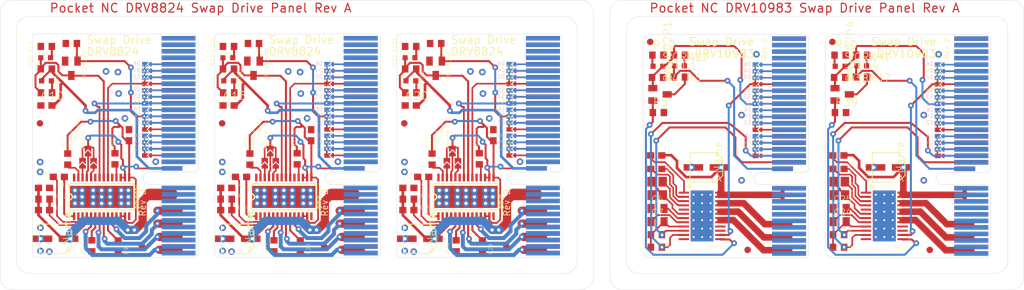
<source format=kicad_pcb>
(kicad_pcb (version 20171130) (host pcbnew "(5.1.10)-1")
  (layers (0 Top signal) (31 Bottom signal) (34 B.Paste user) (35 F.Paste user) (36 B.SilkS user) (37 F.SilkS user) (38 B.Mask user) (39 F.Mask user) (44 Edge.Cuts user))
  (net 0 "")
  (net 1 U)
  (net 2 V)
  (net 3 W)
  (net 4 GND)
  (net 5 VCC)
  (net 6 DIR)
  (net 7 PWM)
  (net 8 N$1)
  (net 9 N$2)
  (net 10 N$3)
  (net 11 N$6)
  (net 12 V3P3)
  (net 13 SCL)
  (net 14 SDA)
  (net 15 SW)
  (net 16 VREG)
  (net 17 3V)
  (net 18 N$9)
  (net 19 N$5)
  (net 20 N$8)
  (net 21 ENBL)
  (net 22 VCC1)
  (net 23 A1)
  (net 24 N$4)
  (net 25 A2)
  (net 26 B2)
  (net 27 B1)
  (net 28 N$16)
  (net 29 N$17)
  (net 30 N$18)
  (net 31 N$19)
  (net 32 STEP)
  (net 33 DIR1)
  (net 34 GND1)
  (net 35 3.3V)
  (net 36 N$7)
  (net 37 N$10)
  (net 38 N$11)
  (net 39 N$12)
  (net 40 5V)
  (net 41 VCP)
  (net 42 ENBL-IN)
  (net 43 N$13)
  (net 44 ENBL-OUT)
  (net 45 3V1)
  (net 46 N$14)
  (net 47 VCC2)
  (net 48 A3)
  (net 49 N$15)
  (net 50 A4)
  (net 51 B3)
  (net 52 B4)
  (net 53 N$20)
  (net 54 N$21)
  (net 55 N$22)
  (net 56 N$23)
  (net 57 STEP1)
  (net 58 DIR2)
  (net 59 GND2)
  (net 60 3.3V1)
  (net 61 N$24)
  (net 62 N$25)
  (net 63 N$26)
  (net 64 N$27)
  (net 65 5V1)
  (net 66 VCP1)
  (net 67 ENBL-IN1)
  (net 68 N$28)
  (net 69 ENBL-OUT1)
  (net 70 3V2)
  (net 71 N$29)
  (net 72 VCC3)
  (net 73 A5)
  (net 74 N$30)
  (net 75 A6)
  (net 76 B5)
  (net 77 B6)
  (net 78 N$31)
  (net 79 N$32)
  (net 80 N$33)
  (net 81 N$34)
  (net 82 STEP2)
  (net 83 DIR3)
  (net 84 GND3)
  (net 85 3.3V2)
  (net 86 N$35)
  (net 87 N$36)
  (net 88 N$37)
  (net 89 N$38)
  (net 90 5V2)
  (net 91 VCP2)
  (net 92 ENBL-IN2)
  (net 93 N$39)
  (net 94 ENBL-OUT2)
  (net 95 3V3)
  (net 96 N$40)
  (net 97 U1)
  (net 98 V1)
  (net 99 W1)
  (net 100 GND4)
  (net 101 VCC4)
  (net 102 DIR4)
  (net 103 PWM1)
  (net 104 N$41)
  (net 105 N$42)
  (net 106 N$43)
  (net 107 N$44)
  (net 108 V3P1)
  (net 109 SCL1)
  (net 110 SDA1)
  (net 111 SW1)
  (net 112 VREG1)
  (net 113 3V4)
  (net 114 N$45)
  (net 115 N$46)
  (net 116 N$47)
  (net 117 ENBL1)
  (module FR4%20Panel%20Rev%20A.brd:PCIE_64_SMART_BOARD (layer Top) (at 193.9956 122.3111 90)
    (fp_text reference U$1 hide)
    (fp_text value "" hide)
    (fp_line (start 29.65 -8.2) (end 27.6 -8.2) (layer Bottom) (width 0.25))
    (fp_line (start 25.7 -8.2) (end 23.65 -8.2) (layer Bottom) (width 0.25))
    (fp_line (start 22.65 -8.2) (end 20.6 -8.2) (layer Bottom) (width 0.25))
    (fp_line (start 18.65 -8.2) (end 16.6 -8.2) (layer Bottom) (width 0.25))
    (fp_line (start 26.7 -8.2) (end 28.7 -8.2) (layer Top) (width 0.25))
    (fp_line (start 23.7 -8.2) (end 25.7 -8.2) (layer Top) (width 0.25))
    (fp_line (start 21.7 -8.2) (end 19.65 -8.2) (layer Top) (width 0.25))
    (fp_line (start 17.65 -8.2) (end 15.6 -8.2) (layer Top) (width 0.25))
    (fp_line (start 29.65 -5.55) (end 29.65 -7.15) (layer Bottom) (width 0.25))
    (fp_line (start 28.65 -7.15) (end 28.65 -5.55) (layer Bottom) (width 0.25))
    (fp_line (start 27.65 -7.15) (end 27.65 -5.55) (layer Bottom) (width 0.25))
    (fp_line (start 25.65 -7.15) (end 25.65 -5.55) (layer Bottom) (width 0.25))
    (fp_line (start 24.65 -7.15) (end 24.65 -5.55) (layer Bottom) (width 0.25))
    (fp_line (start 23.65 -5.55) (end 23.65 -7.15) (layer Bottom) (width 0.25))
    (fp_line (start 22.65 -7.15) (end 22.65 -5.55) (layer Bottom) (width 0.25))
    (fp_line (start 21.65 -5.55) (end 21.65 -7.15) (layer Bottom) (width 0.25))
    (fp_line (start 20.65 -7.15) (end 20.65 -5.55) (layer Bottom) (width 0.25))
    (fp_line (start 18.65 -7.15) (end 18.65 -5.55) (layer Bottom) (width 0.25))
    (fp_line (start 17.65 -5.55) (end 17.65 -7.15) (layer Bottom) (width 0.25))
    (fp_line (start 16.65 -7.15) (end 16.65 -5.55) (layer Bottom) (width 0.25))
    (fp_line (start 28.65 -7.1) (end 28.65 -5.55) (layer Top) (width 0.25))
    (fp_line (start 28.7 -7.1) (end 28.65 -7.1) (layer Top) (width 0.127))
    (fp_line (start 27.65 -7.15) (end 27.65 -5.55) (layer Top) (width 0.25))
    (fp_line (start 26.65 -7.15) (end 26.65 -5.55) (layer Top) (width 0.25))
    (fp_line (start 25.65 -7.15) (end 25.65 -5.55) (layer Top) (width 0.25))
    (fp_line (start 24.65 -7.15) (end 24.65 -5.55) (layer Top) (width 0.25))
    (fp_line (start 23.65 -7.15) (end 23.65 -5.55) (layer Top) (width 0.25))
    (fp_line (start 21.65 -7.15) (end 21.65 -5.55) (layer Top) (width 0.25))
    (fp_line (start 20.65 -7.15) (end 20.65 -5.55) (layer Top) (width 0.25))
    (fp_line (start 19.65 -7.15) (end 19.65 -5.55) (layer Top) (width 0.25))
    (fp_line (start 17.65 -7.15) (end 17.65 -5.55) (layer Top) (width 0.25))
    (fp_line (start 16.65 -7.15) (end 16.65 -5.55) (layer Top) (width 0.25))
    (fp_line (start 15.65 -7.15) (end 15.65 -5.55) (layer Top) (width 0.25))
    (fp_text user L5 (at 17.9 -8.8 180) (layer F.SilkS) (effects (font (size 0.57912 0.57912) (thickness 0.048768)) (justify left bottom)))
    (fp_text user L3 (at 16.9 -8.8 180) (layer F.SilkS) (effects (font (size 0.57912 0.57912) (thickness 0.048768)) (justify left bottom)))
    (fp_text user L1 (at 15.9 -8.8 180) (layer F.SilkS) (effects (font (size 0.57912 0.57912) (thickness 0.048768)) (justify left bottom)))
    (fp_poly (pts (xy 17.3 -7.35) (xy 17.6 -7.65) (xy 17.7 -7.65) (xy 18 -7.35) (xy 18 -7.1) (xy 17.3 -7.1)) (layer Top) (width 0))
    (fp_poly (pts (xy 16.3 -7.35) (xy 16.6 -7.65) (xy 16.7 -7.65) (xy 17 -7.35) (xy 17 -7.1) (xy 16.3 -7.1)) (layer Top) (width 0))
    (fp_poly (pts (xy 15.3 -7.35) (xy 15.6 -7.65) (xy 15.7 -7.65) (xy 16 -7.35) (xy 16 -7.1) (xy 15.3 -7.1)) (layer Top) (width 0))
    (fp_poly (pts (xy 17.3 -8.6) (xy 17.3 -7.55) (xy 17.6 -7.85) (xy 17.7 -7.85) (xy 18 -7.55) (xy 18 -8.6)) (layer Top) (width 0))
    (fp_poly (pts (xy 16.3 -8.6) (xy 16.3 -7.55) (xy 16.6 -7.85) (xy 16.7 -7.85) (xy 17 -7.55) (xy 17 -8.6)) (layer Top) (width 0))
    (fp_poly (pts (xy 15.3 -8.6) (xy 15.3 -7.55) (xy 15.6 -7.85) (xy 15.7 -7.85) (xy 16 -7.55) (xy 16 -8.6)) (layer Top) (width 0))
    (fp_text user L6 (at 18.4 -8.8) (layer B.SilkS) (effects (font (size 0.57912 0.57912) (thickness 0.048768)) (justify left bottom mirror)))
    (fp_text user L4 (at 17.4 -8.8) (layer B.SilkS) (effects (font (size 0.57912 0.57912) (thickness 0.048768)) (justify left bottom mirror)))
    (fp_text user L2 (at 16.4 -8.8) (layer B.SilkS) (effects (font (size 0.57912 0.57912) (thickness 0.048768)) (justify left bottom mirror)))
    (fp_poly (pts (xy 18.3 -7.35) (xy 18.6 -7.65) (xy 18.7 -7.65) (xy 19 -7.35) (xy 19 -7.1) (xy 18.3 -7.1)) (layer Bottom) (width 0))
    (fp_poly (pts (xy 17.3 -7.35) (xy 17.6 -7.65) (xy 17.7 -7.65) (xy 18 -7.35) (xy 18 -7.1) (xy 17.3 -7.1)) (layer Bottom) (width 0))
    (fp_poly (pts (xy 16.3 -7.35) (xy 16.6 -7.65) (xy 16.7 -7.65) (xy 17 -7.35) (xy 17 -7.1) (xy 16.3 -7.1)) (layer Bottom) (width 0))
    (fp_poly (pts (xy 18.3 -8.6) (xy 18.3 -7.55) (xy 18.6 -7.85) (xy 18.7 -7.85) (xy 19 -7.55) (xy 19 -8.6)) (layer Bottom) (width 0))
    (fp_poly (pts (xy 17.3 -8.6) (xy 17.3 -7.55) (xy 17.6 -7.85) (xy 17.7 -7.85) (xy 18 -7.55) (xy 18 -8.6)) (layer Bottom) (width 0))
    (fp_poly (pts (xy 16.3 -8.6) (xy 16.3 -7.55) (xy 16.6 -7.85) (xy 16.7 -7.85) (xy 17 -7.55) (xy 17 -8.6)) (layer Bottom) (width 0))
    (fp_text user D6 (at 29.4 -8.8) (layer B.SilkS) (effects (font (size 0.57912 0.57912) (thickness 0.048768)) (justify left bottom mirror)))
    (fp_text user D4 (at 28.4 -8.8) (layer B.SilkS) (effects (font (size 0.57912 0.57912) (thickness 0.048768)) (justify left bottom mirror)))
    (fp_text user D2 (at 27.4 -8.8) (layer B.SilkS) (effects (font (size 0.57912 0.57912) (thickness 0.048768)) (justify left bottom mirror)))
    (fp_text user S5 (at 25.4 -8.8) (layer B.SilkS) (effects (font (size 0.57912 0.57912) (thickness 0.048768)) (justify left bottom mirror)))
    (fp_text user S3 (at 24.4 -8.8) (layer B.SilkS) (effects (font (size 0.57912 0.57912) (thickness 0.048768)) (justify left bottom mirror)))
    (fp_text user S1 (at 23.4 -8.8) (layer B.SilkS) (effects (font (size 0.57912 0.57912) (thickness 0.048768)) (justify left bottom mirror)))
    (fp_text user E6 (at 22.4 -8.8) (layer B.SilkS) (effects (font (size 0.57912 0.57912) (thickness 0.048768)) (justify left bottom mirror)))
    (fp_text user E4 (at 21.4 -8.8) (layer B.SilkS) (effects (font (size 0.57912 0.57912) (thickness 0.048768)) (justify left bottom mirror)))
    (fp_text user E2 (at 20.4 -8.8) (layer B.SilkS) (effects (font (size 0.57912 0.57912) (thickness 0.048768)) (justify left bottom mirror)))
    (fp_text user D5 (at 28.9 -8.8 180) (layer F.SilkS) (effects (font (size 0.57912 0.57912) (thickness 0.048768)) (justify left bottom)))
    (fp_text user D3 (at 27.9 -8.8 180) (layer F.SilkS) (effects (font (size 0.57912 0.57912) (thickness 0.048768)) (justify left bottom)))
    (fp_text user D1 (at 26.9 -8.8 180) (layer F.SilkS) (effects (font (size 0.57912 0.57912) (thickness 0.048768)) (justify left bottom)))
    (fp_text user S6 (at 25.9 -8.8 180) (layer F.SilkS) (effects (font (size 0.57912 0.57912) (thickness 0.048768)) (justify left bottom)))
    (fp_text user S4 (at 24.9 -8.8 180) (layer F.SilkS) (effects (font (size 0.57912 0.57912) (thickness 0.048768)) (justify left bottom)))
    (fp_text user S2 (at 23.9 -8.8 180) (layer F.SilkS) (effects (font (size 0.57912 0.57912) (thickness 0.048768)) (justify left bottom)))
    (fp_text user E5 (at 21.9 -8.8 180) (layer F.SilkS) (effects (font (size 0.57912 0.57912) (thickness 0.048768)) (justify left bottom)))
    (fp_text user E3 (at 20.9 -8.8 180) (layer F.SilkS) (effects (font (size 0.57912 0.57912) (thickness 0.048768)) (justify left bottom)))
    (fp_text user E1 (at 19.9 -8.8 180) (layer F.SilkS) (effects (font (size 0.57912 0.57912) (thickness 0.048768)) (justify left bottom)))
    (fp_poly (pts (xy 20.3 -8.6) (xy 20.3 -7.55) (xy 20.6 -7.85) (xy 20.7 -7.85) (xy 21 -7.55) (xy 21 -8.6)) (layer Bottom) (width 0))
    (fp_poly (pts (xy 21.3 -8.6) (xy 21.3 -7.55) (xy 21.6 -7.85) (xy 21.7 -7.85) (xy 22 -7.55) (xy 22 -8.6)) (layer Bottom) (width 0))
    (fp_poly (pts (xy 22.3 -8.6) (xy 22.3 -7.55) (xy 22.6 -7.85) (xy 22.7 -7.85) (xy 23 -7.55) (xy 23 -8.6)) (layer Bottom) (width 0))
    (fp_poly (pts (xy 23.3 -8.6) (xy 23.3 -7.55) (xy 23.6 -7.85) (xy 23.7 -7.85) (xy 24 -7.55) (xy 24 -8.6)) (layer Bottom) (width 0))
    (fp_poly (pts (xy 24.3 -8.6) (xy 24.3 -7.55) (xy 24.6 -7.85) (xy 24.7 -7.85) (xy 25 -7.55) (xy 25 -8.6)) (layer Bottom) (width 0))
    (fp_poly (pts (xy 25.3 -8.6) (xy 25.3 -7.55) (xy 25.6 -7.85) (xy 25.7 -7.85) (xy 26 -7.55) (xy 26 -8.6)) (layer Bottom) (width 0))
    (fp_poly (pts (xy 27.3 -8.6) (xy 27.3 -7.55) (xy 27.6 -7.85) (xy 27.7 -7.85) (xy 28 -7.55) (xy 28 -8.6)) (layer Bottom) (width 0))
    (fp_poly (pts (xy 28.3 -8.6) (xy 28.3 -7.55) (xy 28.6 -7.85) (xy 28.7 -7.85) (xy 29 -7.55) (xy 29 -8.6)) (layer Bottom) (width 0))
    (fp_poly (pts (xy 29.3 -8.6) (xy 29.3 -7.55) (xy 29.6 -7.85) (xy 29.7 -7.85) (xy 30 -7.55) (xy 30 -8.6)) (layer Bottom) (width 0))
    (fp_poly (pts (xy 28.3 -8.6) (xy 28.3 -7.55) (xy 28.6 -7.85) (xy 28.7 -7.85) (xy 29 -7.55) (xy 29 -8.6)) (layer Top) (width 0))
    (fp_poly (pts (xy 27.3 -8.6) (xy 27.3 -7.55) (xy 27.6 -7.85) (xy 27.7 -7.85) (xy 28 -7.55) (xy 28 -8.6)) (layer Top) (width 0))
    (fp_poly (pts (xy 26.3 -8.6) (xy 26.3 -7.55) (xy 26.6 -7.85) (xy 26.7 -7.85) (xy 27 -7.55) (xy 27 -8.6)) (layer Top) (width 0))
    (fp_poly (pts (xy 25.3 -8.6) (xy 25.3 -7.55) (xy 25.6 -7.85) (xy 25.7 -7.85) (xy 26 -7.55) (xy 26 -8.6)) (layer Top) (width 0))
    (fp_poly (pts (xy 24.3 -8.6) (xy 24.3 -7.55) (xy 24.6 -7.85) (xy 24.7 -7.85) (xy 25 -7.55) (xy 25 -8.6)) (layer Top) (width 0))
    (fp_poly (pts (xy 23.3 -8.6) (xy 23.3 -7.55) (xy 23.6 -7.85) (xy 23.7 -7.85) (xy 24 -7.55) (xy 24 -8.6)) (layer Top) (width 0))
    (fp_poly (pts (xy 21.3 -8.6) (xy 21.3 -7.55) (xy 21.6 -7.85) (xy 21.7 -7.85) (xy 22 -7.55) (xy 22 -8.6)) (layer Top) (width 0))
    (fp_poly (pts (xy 20.3 -8.6) (xy 20.3 -7.55) (xy 20.6 -7.85) (xy 20.7 -7.85) (xy 21 -7.55) (xy 21 -8.6)) (layer Top) (width 0))
    (fp_poly (pts (xy 19.3 -8.6) (xy 19.3 -7.55) (xy 19.6 -7.85) (xy 19.7 -7.85) (xy 20 -7.55) (xy 20 -8.6)) (layer Top) (width 0))
    (fp_poly (pts (xy 22.3 -7.35) (xy 22.6 -7.65) (xy 22.7 -7.65) (xy 23 -7.35) (xy 23 -7.1) (xy 22.3 -7.1)) (layer Bottom) (width 0))
    (fp_poly (pts (xy 21.3 -7.35) (xy 21.6 -7.65) (xy 21.7 -7.65) (xy 22 -7.35) (xy 22 -7.1) (xy 21.3 -7.1)) (layer Bottom) (width 0))
    (fp_poly (pts (xy 20.3 -7.35) (xy 20.6 -7.65) (xy 20.7 -7.65) (xy 21 -7.35) (xy 21 -7.1) (xy 20.3 -7.1)) (layer Bottom) (width 0))
    (fp_poly (pts (xy 29.3 -7.35) (xy 29.6 -7.65) (xy 29.7 -7.65) (xy 30 -7.35) (xy 30 -7.1) (xy 29.3 -7.1)) (layer Bottom) (width 0))
    (fp_poly (pts (xy 23.3 -7.35) (xy 23.6 -7.65) (xy 23.7 -7.65) (xy 24 -7.35) (xy 24 -7.1) (xy 23.3 -7.1)) (layer Bottom) (width 0))
    (fp_poly (pts (xy 24.3 -7.35) (xy 24.6 -7.65) (xy 24.7 -7.65) (xy 25 -7.35) (xy 25 -7.1) (xy 24.3 -7.1)) (layer Bottom) (width 0))
    (fp_poly (pts (xy 25.3 -7.35) (xy 25.6 -7.65) (xy 25.7 -7.65) (xy 26 -7.35) (xy 26 -7.1) (xy 25.3 -7.1)) (layer Bottom) (width 0))
    (fp_poly (pts (xy 27.3 -7.35) (xy 27.6 -7.65) (xy 27.7 -7.65) (xy 28 -7.35) (xy 28 -7.1) (xy 27.3 -7.1)) (layer Bottom) (width 0))
    (fp_poly (pts (xy 28.3 -7.35) (xy 28.6 -7.65) (xy 28.7 -7.65) (xy 29 -7.35) (xy 29 -7.1) (xy 28.3 -7.1)) (layer Bottom) (width 0))
    (fp_poly (pts (xy 28.3 -7.35) (xy 28.6 -7.65) (xy 28.7 -7.65) (xy 29 -7.35) (xy 29 -7.05) (xy 28.3 -7.05)) (layer Top) (width 0))
    (fp_poly (pts (xy 27.3 -7.35) (xy 27.6 -7.65) (xy 27.7 -7.65) (xy 28 -7.35) (xy 28 -7.1) (xy 27.3 -7.1)) (layer Top) (width 0))
    (fp_poly (pts (xy 26.3 -7.35) (xy 26.6 -7.65) (xy 26.7 -7.65) (xy 27 -7.35) (xy 27 -7.1) (xy 26.3 -7.1)) (layer Top) (width 0))
    (fp_poly (pts (xy 25.3 -7.35) (xy 25.6 -7.65) (xy 25.7 -7.65) (xy 26 -7.35) (xy 26 -7.1) (xy 25.3 -7.1)) (layer Top) (width 0))
    (fp_poly (pts (xy 24.3 -7.35) (xy 24.6 -7.65) (xy 24.7 -7.65) (xy 25 -7.35) (xy 25 -7.1) (xy 24.3 -7.1)) (layer Top) (width 0))
    (fp_poly (pts (xy 23.3 -7.35) (xy 23.6 -7.65) (xy 23.7 -7.65) (xy 24 -7.35) (xy 24 -7.1) (xy 23.3 -7.1)) (layer Top) (width 0))
    (fp_poly (pts (xy 19.3 -7.35) (xy 19.6 -7.65) (xy 19.7 -7.65) (xy 20 -7.35) (xy 20 -7.1) (xy 19.3 -7.1)) (layer Top) (width 0))
    (fp_poly (pts (xy 20.3 -7.35) (xy 20.6 -7.65) (xy 20.7 -7.65) (xy 21 -7.35) (xy 21 -7.1) (xy 20.3 -7.1)) (layer Top) (width 0))
    (fp_poly (pts (xy 21.3 -7.35) (xy 21.6 -7.65) (xy 21.7 -7.65) (xy 22 -7.35) (xy 22 -7.1) (xy 21.3 -7.1)) (layer Top) (width 0))
    (fp_line (start 34.3 -0.5) (end 34.3 -8.4) (layer Edge.Cuts) (width 0.05))
    (fp_line (start 33.8 0) (end 34.3 -0.5) (layer Edge.Cuts) (width 0.05))
    (fp_line (start 13.6 0) (end 33.8 0) (layer Edge.Cuts) (width 0.05))
    (fp_line (start 13.1 -0.5) (end 13.6 0) (layer Edge.Cuts) (width 0.05))
    (fp_line (start 13.1 -7.45) (end 13.1 -0.5) (layer Edge.Cuts) (width 0.05))
    (fp_arc (start 12.15 -7.45) (end 12.15 -8.4) (angle 90) (layer Edge.Cuts) (width 0.05))
    (fp_arc (start 12.15 -7.45) (end 11.2 -7.45) (angle 90) (layer Edge.Cuts) (width 0.05))
    (fp_line (start 11.2 -0.5) (end 11.2 -7.45) (layer Edge.Cuts) (width 0.05))
    (fp_line (start 10.7 0) (end 11.2 -0.5) (layer Edge.Cuts) (width 0.05))
    (fp_line (start 0.5 0) (end 10.7 0) (layer Edge.Cuts) (width 0.05))
    (fp_line (start 0 -0.5) (end 0.5 0) (layer Edge.Cuts) (width 0.05))
    (fp_line (start 0 -8.4) (end 0 -0.5) (layer Edge.Cuts) (width 0.05))
    (pad P$70 thru_hole circle (at 25.65 -8.25 180) (size 0.3048 0.3048) (drill 0.254) (layers *.Cu *.Mask))
    (pad P$69 thru_hole circle (at 28.65 -8.25 180) (size 0.3048 0.3048) (drill 0.254) (layers *.Cu *.Mask))
    (pad P$68 thru_hole circle (at 27.65 -8.25 180) (size 0.3048 0.3048) (drill 0.254) (layers *.Cu *.Mask))
    (pad P$67 thru_hole circle (at 24.65 -8.25 180) (size 0.3048 0.3048) (drill 0.254) (layers *.Cu *.Mask))
    (pad P$66 thru_hole circle (at 23.65 -8.25 180) (size 0.3048 0.3048) (drill 0.254) (layers *.Cu *.Mask))
    (pad P$65 thru_hole circle (at 20.65 -8.25 180) (size 0.3048 0.3048) (drill 0.254) (layers *.Cu *.Mask))
    (pad P$41 thru_hole circle (at 21.65 -8.25 180) (size 0.3048 0.3048) (drill 0.254) (layers *.Cu *.Mask))
    (pad P$43 thru_hole circle (at 16.65 -8.25 180) (size 0.3048 0.3048) (drill 0.254) (layers *.Cu *.Mask))
    (pad P$42 thru_hole circle (at 17.65 -8.25 180) (size 0.3048 0.3048) (drill 0.254) (layers *.Cu *.Mask))
    (pad P$48@1 smd rect (at 17.65 -8.2 90) (size 0.7 0.4) (layers Top F.Mask))
    (pad P$47@1 smd rect (at 16.65 -8.2 90) (size 0.7 0.4) (layers Top F.Mask))
    (pad P$46@1 smd rect (at 15.65 -8.2 90) (size 0.7 0.4) (layers Top F.Mask))
    (pad P$17@1 smd rect (at 18.65 -8.2 270) (size 0.7 0.4) (layers Bottom B.Mask))
    (pad P$16@1 smd rect (at 17.65 -8.2 270) (size 0.7 0.4) (layers Bottom B.Mask))
    (pad P$15@1 smd rect (at 16.65 -8.2 270) (size 0.7 0.4) (layers Bottom B.Mask))
    (pad P$59@1 smd rect (at 28.65 -8.2 90) (size 0.7 0.4) (layers Top F.Mask))
    (pad P$58@1 smd rect (at 27.65 -8.2 90) (size 0.7 0.4) (layers Top F.Mask))
    (pad P$57@1 smd rect (at 26.65 -8.2 90) (size 0.7 0.4) (layers Top F.Mask) (net 6 DIR))
    (pad P$56@1 smd rect (at 25.65 -8.2 90) (size 0.7 0.4) (layers Top F.Mask))
    (pad P$55@1 smd rect (at 24.65 -8.2 90) (size 0.7 0.4) (layers Top F.Mask))
    (pad P$54@1 smd rect (at 23.65 -8.2 90) (size 0.7 0.4) (layers Top F.Mask))
    (pad P$52@1 smd rect (at 21.65 -8.2 90) (size 0.7 0.4) (layers Top F.Mask))
    (pad P$51@1 smd rect (at 20.65 -8.2 90) (size 0.7 0.4) (layers Top F.Mask))
    (pad P$50@1 smd rect (at 19.65 -8.2 90) (size 0.7 0.4) (layers Top F.Mask))
    (pad P$28@1 smd rect (at 29.65 -8.2 90) (size 0.7 0.4) (layers Bottom B.Mask))
    (pad P$27@1 smd rect (at 28.65 -8.2 90) (size 0.7 0.4) (layers Bottom B.Mask))
    (pad P$26@1 smd rect (at 27.65 -8.2 90) (size 0.7 0.4) (layers Bottom B.Mask))
    (pad P$24@1 smd rect (at 25.65 -8.2 90) (size 0.7 0.4) (layers Bottom B.Mask))
    (pad P$23@1 smd rect (at 24.65 -8.2 90) (size 0.7 0.4) (layers Bottom B.Mask))
    (pad P$22@1 smd rect (at 23.65 -8.2 90) (size 0.7 0.4) (layers Bottom B.Mask) (net 21 ENBL))
    (pad P$21@1 smd rect (at 22.65 -8.2 90) (size 0.7 0.4) (layers Bottom B.Mask))
    (pad P$20@1 smd rect (at 21.65 -8.2 90) (size 0.7 0.4) (layers Bottom B.Mask))
    (pad P$19@1 smd rect (at 20.65 -8.2 90) (size 0.7 0.4) (layers Bottom B.Mask))
    (pad P$64 smd rect (at 33.65 -3 270) (size 0.7 5.2) (layers Top F.Mask))
    (pad P$63 smd rect (at 32.65 -3 270) (size 0.7 5.2) (layers Top F.Mask))
    (pad P$62 smd rect (at 31.65 -3 270) (size 0.7 5.2) (layers Top F.Mask))
    (pad P$61 smd rect (at 30.65 -3 270) (size 0.7 5.2) (layers Top F.Mask))
    (pad P$60 smd rect (at 29.65 -3 270) (size 0.7 5.2) (layers Top F.Mask) (net 4 GND))
    (pad P$59 smd rect (at 28.65 -3 270) (size 0.7 5.2) (layers Top F.Mask))
    (pad P$58 smd rect (at 27.65 -3 270) (size 0.7 5.2) (layers Top F.Mask))
    (pad P$57 smd rect (at 26.65 -3 270) (size 0.7 5.2) (layers Top F.Mask))
    (pad P$56 smd rect (at 25.65 -3 270) (size 0.7 5.2) (layers Top F.Mask))
    (pad P$55 smd rect (at 24.65 -3 270) (size 0.7 5.2) (layers Top F.Mask))
    (pad P$54 smd rect (at 23.65 -3 270) (size 0.7 5.2) (layers Top F.Mask))
    (pad P$53 smd rect (at 22.65 -3 270) (size 0.7 5.2) (layers Top F.Mask) (net 4 GND))
    (pad P$52 smd rect (at 21.65 -3 270) (size 0.7 5.2) (layers Top F.Mask))
    (pad P$51 smd rect (at 20.65 -3 270) (size 0.7 5.2) (layers Top F.Mask))
    (pad P$50 smd rect (at 19.65 -3 270) (size 0.7 5.2) (layers Top F.Mask))
    (pad P$49 smd rect (at 18.65 -3 270) (size 0.7 5.2) (layers Top F.Mask) (net 4 GND))
    (pad P$48 smd rect (at 17.65 -3 270) (size 0.7 5.2) (layers Top F.Mask))
    (pad P$47 smd rect (at 16.65 -3 270) (size 0.7 5.2) (layers Top F.Mask))
    (pad P$46 smd rect (at 15.65 -3 270) (size 0.7 5.2) (layers Top F.Mask))
    (pad P$45 smd rect (at 14.65 -3 270) (size 0.7 5.2) (layers Top F.Mask) (net 13 SCL))
    (pad P$44 smd rect (at 13.65 -4 270) (size 0.7 3.2) (layers Top F.Mask))
    (pad VCC@3 smd rect (at 10.65 -4 270) (size 0.7 3.2) (layers Top F.Mask) (net 5 VCC))
    (pad VCC@2 smd rect (at 9.65 -4 270) (size 0.7 3.2) (layers Top F.Mask) (net 5 VCC))
    (pad VCC@1 smd rect (at 8.65 -4 270) (size 0.7 3.2) (layers Top F.Mask) (net 5 VCC))
    (pad P$40 smd rect (at 7.65 -3 270) (size 0.7 5.2) (layers Top F.Mask))
    (pad P$39 smd rect (at 6.65 -3 270) (size 0.7 5.2) (layers Top F.Mask))
    (pad P$38 smd rect (at 5.65 -3 270) (size 0.7 5.2) (layers Top F.Mask) (net 3 W))
    (pad P$37 smd rect (at 4.65 -3 270) (size 0.7 5.2) (layers Top F.Mask) (net 3 W))
    (pad P$36 smd rect (at 3.65 -3 270) (size 0.7 5.2) (layers Top F.Mask) (net 2 V))
    (pad P$35 smd rect (at 2.65 -3 270) (size 0.7 5.2) (layers Top F.Mask) (net 2 V))
    (pad P$34 smd rect (at 1.65 -3 270) (size 0.7 5.2) (layers Top F.Mask) (net 1 U))
    (pad P$33 smd rect (at 0.65 -3 270) (size 0.7 5.2) (layers Top F.Mask) (net 1 U))
    (pad P$32 smd rect (at 33.65 -3 90) (size 0.7 5.2) (layers Bottom B.Mask))
    (pad P$31 smd rect (at 32.65 -3 90) (size 0.7 5.2) (layers Bottom B.Mask))
    (pad P$30 smd rect (at 31.65 -3 90) (size 0.7 5.2) (layers Bottom B.Mask))
    (pad P$29 smd rect (at 30.65 -3 90) (size 0.7 5.2) (layers Bottom B.Mask))
    (pad P$28 smd rect (at 29.65 -3 90) (size 0.7 5.2) (layers Bottom B.Mask))
    (pad P$27 smd rect (at 28.65 -3 90) (size 0.7 5.2) (layers Bottom B.Mask))
    (pad P$26 smd rect (at 27.65 -3 90) (size 0.7 5.2) (layers Bottom B.Mask))
    (pad P$25 smd rect (at 26.65 -3 90) (size 0.7 5.2) (layers Bottom B.Mask) (net 4 GND))
    (pad P$24 smd rect (at 25.65 -3 90) (size 0.7 5.2) (layers Bottom B.Mask))
    (pad P$23 smd rect (at 24.65 -3 90) (size 0.7 5.2) (layers Bottom B.Mask))
    (pad P$22 smd rect (at 23.65 -3 90) (size 0.7 5.2) (layers Bottom B.Mask))
    (pad P$21 smd rect (at 22.65 -3 90) (size 0.7 5.2) (layers Bottom B.Mask))
    (pad P$20 smd rect (at 21.65 -3 90) (size 0.7 5.2) (layers Bottom B.Mask))
    (pad P$19 smd rect (at 20.65 -3 90) (size 0.7 5.2) (layers Bottom B.Mask))
    (pad P$18 smd rect (at 19.65 -3 90) (size 0.7 5.2) (layers Bottom B.Mask))
    (pad P$17 smd rect (at 18.65 -3 90) (size 0.7 5.2) (layers Bottom B.Mask))
    (pad P$16 smd rect (at 17.65 -3 90) (size 0.7 5.2) (layers Bottom B.Mask))
    (pad P$15 smd rect (at 16.65 -3 90) (size 0.7 5.2) (layers Bottom B.Mask))
    (pad P$14 smd rect (at 15.65 -3 90) (size 0.7 5.2) (layers Bottom B.Mask) (net 14 SDA))
    (pad P$13 smd rect (at 14.65 -3 90) (size 0.7 5.2) (layers Bottom B.Mask) (net 4 GND))
    (pad GND@3 smd rect (at 10.65 -3 90) (size 0.7 5.2) (layers Bottom B.Mask) (net 4 GND))
    (pad GND@2 smd rect (at 9.65 -3 90) (size 0.7 5.2) (layers Bottom B.Mask) (net 4 GND))
    (pad GND@1 smd rect (at 8.65 -3 90) (size 0.7 5.2) (layers Bottom B.Mask) (net 4 GND))
    (pad P$8 smd rect (at 7.65 -3 90) (size 0.7 5.2) (layers Bottom B.Mask))
    (pad P$7 smd rect (at 6.65 -3 90) (size 0.7 5.2) (layers Bottom B.Mask))
    (pad P$6 smd rect (at 5.65 -3 90) (size 0.7 5.2) (layers Bottom B.Mask))
    (pad P$5 smd rect (at 4.65 -3 90) (size 0.7 5.2) (layers Bottom B.Mask))
    (pad P$4 smd rect (at 3.65 -3 90) (size 0.7 5.2) (layers Bottom B.Mask))
    (pad P$3 smd rect (at 2.65 -3 90) (size 0.7 5.2) (layers Bottom B.Mask))
    (pad P$2 smd rect (at 1.65 -3 90) (size 0.7 5.2) (layers Bottom B.Mask))
    (pad P$12 smd rect (at 13.65 -4 90) (size 0.7 3.2) (layers Bottom B.Mask) (net 17 3V))
    (pad P$1 smd rect (at 0.65 -3 90) (size 0.7 5.2) (layers Bottom B.Mask))
  )
  (module FR4%20Panel%20Rev%20A.brd:HTSS0P-24 (layer Top) (at 177.6556 115.9011 270)
    (fp_text reference U$2 hide)
    (fp_text value DRV10983 hide)
    (fp_text user >Name (at 5 -0.5) (layer F.SilkS) (effects (font (size 0.57912 0.57912) (thickness 0.048768)) (justify left bottom)))
    (pad GND@20 thru_hole circle (at 3.25 1.3 270) (size 0.9096 0.9096) (drill 0.3) (layers *.Cu *.Mask) (net 4 GND))
    (pad GND@19 thru_hole circle (at 1.95 1.3 270) (size 0.9096 0.9096) (drill 0.3) (layers *.Cu *.Mask) (net 4 GND))
    (pad GND@18 thru_hole circle (at 0.65 1.3 270) (size 0.9096 0.9096) (drill 0.3) (layers *.Cu *.Mask) (net 4 GND))
    (pad GND@17 thru_hole circle (at -0.65 1.3 270) (size 0.9096 0.9096) (drill 0.3) (layers *.Cu *.Mask) (net 4 GND))
    (pad GND@16 thru_hole circle (at -1.95 1.3 270) (size 0.9096 0.9096) (drill 0.3) (layers *.Cu *.Mask) (net 4 GND))
    (pad GND@15 thru_hole circle (at -3.25 1.3 270) (size 0.9096 0.9096) (drill 0.3) (layers *.Cu *.Mask) (net 4 GND))
    (pad GND@14 thru_hole circle (at -3.25 0 270) (size 0.9096 0.9096) (drill 0.3) (layers *.Cu *.Mask) (net 4 GND))
    (pad GND@13 thru_hole circle (at -1.95 0 270) (size 0.9096 0.9096) (drill 0.3) (layers *.Cu *.Mask) (net 4 GND))
    (pad GND@12 thru_hole circle (at -0.65 0 270) (size 0.9096 0.9096) (drill 0.3) (layers *.Cu *.Mask) (net 4 GND))
    (pad GND@11 thru_hole circle (at 0.65 0 270) (size 0.9096 0.9096) (drill 0.3) (layers *.Cu *.Mask) (net 4 GND))
    (pad GND@10 thru_hole circle (at 1.95 0 270) (size 0.9096 0.9096) (drill 0.3) (layers *.Cu *.Mask) (net 4 GND))
    (pad GND@9 thru_hole circle (at 3.25 0 270) (size 0.9096 0.9096) (drill 0.3) (layers *.Cu *.Mask) (net 4 GND))
    (pad GND@8 thru_hole circle (at 3.25 -1.3 270) (size 0.9096 0.9096) (drill 0.3) (layers *.Cu *.Mask) (net 4 GND))
    (pad GND@7 thru_hole circle (at 1.95 -1.3 270) (size 0.9096 0.9096) (drill 0.3) (layers *.Cu *.Mask) (net 4 GND))
    (pad GND@6 thru_hole circle (at 0.65 -1.3 270) (size 0.9096 0.9096) (drill 0.3) (layers *.Cu *.Mask) (net 4 GND))
    (pad GND@5 thru_hole circle (at -0.65 -1.3 270) (size 0.9096 0.9096) (drill 0.3) (layers *.Cu *.Mask) (net 4 GND))
    (pad GND@4 thru_hole circle (at -1.95 -1.3 270) (size 0.9096 0.9096) (drill 0.3) (layers *.Cu *.Mask) (net 4 GND))
    (pad GND@3 thru_hole circle (at -3.25 -1.3 270) (size 0.9096 0.9096) (drill 0.3) (layers *.Cu *.Mask) (net 4 GND))
    (pad GND smd rect (at 0 0 90) (size 7.8 3.5) (layers Bottom B.Mask) (net 4 GND))
    (pad GND@1 smd rect (at 0 0 270) (size 7.8 3.5) (layers Top F.Mask) (net 4 GND))
    (pad P$24 smd rect (at -3.575 -2.8 270) (size 0.3 1.6) (layers Top F.Paste F.Mask) (net 5 VCC))
    (pad P$23 smd rect (at -2.925 -2.8 270) (size 0.3 1.6) (layers Top F.Paste F.Mask) (net 5 VCC))
    (pad P$22 smd rect (at -2.275 -2.8 270) (size 0.3 1.6) (layers Top F.Paste F.Mask) (net 3 W))
    (pad P$21 smd rect (at -1.625 -2.8 270) (size 0.3 1.6) (layers Top F.Paste F.Mask) (net 3 W))
    (pad P$20 smd rect (at -0.975 -2.8 270) (size 0.3 1.6) (layers Top F.Paste F.Mask) (net 2 V))
    (pad P$19 smd rect (at -0.325 -2.8 270) (size 0.3 1.6) (layers Top F.Paste F.Mask) (net 2 V))
    (pad P$18 smd rect (at 0.325 -2.8 270) (size 0.3 1.6) (layers Top F.Paste F.Mask) (net 1 U))
    (pad P$17 smd rect (at 0.975 -2.8 270) (size 0.3 1.6) (layers Top F.Paste F.Mask) (net 1 U))
    (pad P$16 smd rect (at 1.625 -2.8 270) (size 0.3 1.6) (layers Top F.Paste F.Mask) (net 4 GND))
    (pad P$15 smd rect (at 2.275 -2.8 270) (size 0.3 1.6) (layers Top F.Paste F.Mask) (net 4 GND))
    (pad P$14 smd rect (at 2.925 -2.8 270) (size 0.3 1.6) (layers Top F.Paste F.Mask) (net 6 DIR))
    (pad P$13 smd rect (at 3.575 -2.8 270) (size 0.3 1.6) (layers Top F.Paste F.Mask) (net 7 PWM))
    (pad P$12 smd rect (at 3.575 2.8 270) (size 0.3 1.6) (layers Top F.Paste F.Mask))
    (pad P$11 smd rect (at 2.925 2.8 270) (size 0.3 1.6) (layers Top F.Paste F.Mask) (net 14 SDA))
    (pad P$10 smd rect (at 2.275 2.8 270) (size 0.3 1.6) (layers Top F.Paste F.Mask) (net 13 SCL))
    (pad P$9 smd rect (at 1.625 2.8 270) (size 0.3 1.6) (layers Top F.Paste F.Mask) (net 12 V3P3))
    (pad P$8 smd rect (at 0.975 2.8 270) (size 0.3 1.6) (layers Top F.Paste F.Mask) (net 4 GND))
    (pad P$7 smd rect (at 0.325 2.8 270) (size 0.3 1.6) (layers Top F.Paste F.Mask) (net 11 N$6))
    (pad P$6 smd rect (at -0.325 2.8 270) (size 0.3 1.6) (layers Top F.Paste F.Mask) (net 16 VREG))
    (pad P$5 smd rect (at -0.975 2.8 270) (size 0.3 1.6) (layers Top F.Paste F.Mask) (net 4 GND))
    (pad P$4 smd rect (at -1.625 2.8 270) (size 0.3 1.6) (layers Top F.Paste F.Mask) (net 15 SW))
    (pad P$3 smd rect (at -2.275 2.8 270) (size 0.3 1.6) (layers Top F.Paste F.Mask) (net 10 N$3))
    (pad P$2 smd rect (at -2.925 2.8 270) (size 0.3 1.6) (layers Top F.Paste F.Mask) (net 9 N$2))
    (pad P$1 smd rect (at -3.575 2.8 270) (size 0.3 1.6) (layers Top F.Paste F.Mask) (net 8 N$1))
  )
  (module FR4%20Panel%20Rev%20A.brd:C0603 (layer Top) (at 170.6196 106.6121 180)
    (fp_text reference C2 (at 1.998 0.299 90) (layer F.SilkS) (effects (font (size 0.38608 0.38608) (thickness 0.038608)) (justify left bottom)))
    (fp_text value .1uf)
    (pad 2 smd rect (at 0.85 0 180) (size 1.1 1) (layers Top F.Paste F.Mask) (net 8 N$1))
    (pad 1 smd rect (at -0.85 0 180) (size 1.1 1) (layers Top F.Paste F.Mask) (net 5 VCC))
  )
  (module FR4%20Panel%20Rev%20A.brd:C0603 (layer Top) (at 170.6356 108.6821)
    (fp_text reference C3 (at 2.008 0.339 90) (layer F.SilkS) (effects (font (size 0.38608 0.38608) (thickness 0.038608)) (justify left bottom)))
    (fp_text value .1uf)
    (pad 2 smd rect (at 0.85 0) (size 1.1 1) (layers Top F.Paste F.Mask) (net 9 N$2))
    (pad 1 smd rect (at -0.85 0) (size 1.1 1) (layers Top F.Paste F.Mask) (net 10 N$3))
  )
  (module FR4%20Panel%20Rev%20A.brd:C0805 (layer Top) (at 170.7816 112.7006)
    (fp_text reference C5 (at 2.094 0.399 90) (layer F.SilkS) (effects (font (size 0.38608 0.38608) (thickness 0.038608)) (justify left bottom)))
    (fp_text value 10uf)
    (pad 2 smd rect (at 0.85 0) (size 1.3 1.5) (layers Top F.Paste F.Mask) (net 16 VREG))
    (pad 1 smd rect (at -0.85 0) (size 1.3 1.5) (layers Top F.Paste F.Mask) (net 4 GND))
  )
  (module FR4%20Panel%20Rev%20A.brd:C0805 (layer Top) (at 170.7576 110.6406)
    (fp_text reference L1 (at 2.078 0.663 90) (layer F.SilkS) (effects (font (size 0.38608 0.38608) (thickness 0.038608)) (justify left bottom)))
    (fp_text value 47uh)
    (pad 2 smd rect (at 0.85 0) (size 1.3 1.5) (layers Top F.Paste F.Mask) (net 15 SW))
    (pad 1 smd rect (at -0.85 0) (size 1.3 1.5) (layers Top F.Paste F.Mask) (net 16 VREG))
  )
  (module FR4%20Panel%20Rev%20A.brd:R0603 (layer Top) (at 170.6456 118.7801)
    (fp_text reference R1 (at 1.961 0.289 90) (layer F.SilkS) (effects (font (size 0.38608 0.38608) (thickness 0.038608)) (justify left bottom)))
    (fp_text value 5k)
    (pad 2 smd rect (at 0.85 0) (size 1 1.1) (layers Top F.Paste F.Mask) (net 13 SCL))
    (pad 1 smd rect (at -0.85 0) (size 1 1.1) (layers Top F.Paste F.Mask) (net 12 V3P3))
  )
  (module FR4%20Panel%20Rev%20A.brd:R0603 (layer Top) (at 170.6456 120.7111)
    (fp_text reference R2 (at 2.011 0.439 90) (layer F.SilkS) (effects (font (size 0.38608 0.38608) (thickness 0.038608)) (justify left bottom)))
    (fp_text value 5k)
    (pad 2 smd rect (at 0.85 0) (size 1 1.1) (layers Top F.Paste F.Mask) (net 14 SDA))
    (pad 1 smd rect (at -0.85 0) (size 1 1.1) (layers Top F.Paste F.Mask) (net 12 V3P3))
  )
  (module FR4%20Panel%20Rev%20A.brd:EEEFK0J220R (layer Top) (at 178.3146 108.4466 270)
    (fp_text reference U$3 hide)
    (fp_text value 10uf hide)
    (fp_text user >Name (at 2.5 -2.5 270) (layer F.SilkS) (effects (font (size 1.2065 1.2065) (thickness 0.1016)) (justify left bottom)))
    (pad GND@2 thru_hole circle (at 0 2.27 270) (size 1.1176 1.1176) (drill 0.508) (layers *.Cu *.Mask) (net 4 GND))
    (pad P$3 thru_hole circle (at 0 -2.27 270) (size 1.1176 1.1176) (drill 0.508) (layers *.Cu *.Mask) (net 5 VCC))
    (pad GND@1 smd rect (at 0 2) (size 3 1) (layers Top F.Paste F.Mask))
    (pad P$1 smd rect (at 0 -2) (size 3 1) (layers Top F.Paste F.Mask))
  )
  (module FR4%20Panel%20Rev%20A.brd:FIDUCIAL_1MM (layer Top) (at 169.6956 89.1611 90)
    (fp_text reference U$4 hide)
    (fp_text value FIDUCIAL hide)
    (pad 1 smd roundrect (at 0 0 90) (size 1 1) (layers Top F.Mask) (roundrect_rratio 0.5))
  )
  (module FR4%20Panel%20Rev%20A.brd:FIDUCIAL_1MM (layer Top) (at 184.6376 121.1246 90)
    (fp_text reference U$5 hide)
    (fp_text value FIDUCIAL hide)
    (pad 1 smd roundrect (at 0 0 90) (size 1 1) (layers Top F.Mask) (roundrect_rratio 0.5))
  )
  (module FR4%20Panel%20Rev%20A.brd:C0805K (layer Top) (at 170.8181 116.7866)
    (fp_text reference C7 (at -1 -0.875) (layer F.SilkS) (effects (font (size 0.9652 0.9652) (thickness 0.077216)) (justify left bottom)))
    (fp_text value "")
    (pad 2 smd rect (at 1 0) (size 1.1 1.4) (layers Top F.Paste F.Mask) (net 12 V3P3))
    (pad 1 smd rect (at -1 0) (size 1.1 1.4) (layers Top F.Paste F.Mask) (net 4 GND))
  )
  (module FR4%20Panel%20Rev%20A.brd:C0805K (layer Top) (at 170.8181 114.7546)
    (fp_text reference C4 (at -1 -0.875) (layer F.SilkS) (effects (font (size 0.9652 0.9652) (thickness 0.077216)) (justify left bottom)))
    (fp_text value "")
    (pad 2 smd rect (at 1 0) (size 1.1 1.4) (layers Top F.Paste F.Mask) (net 11 N$6))
    (pad 1 smd rect (at -1 0) (size 1.1 1.4) (layers Top F.Paste F.Mask) (net 4 GND))
  )
  (module FR4%20Panel%20Rev%20A.brd:SOT23 (layer Top) (at 171.1991 97.2286 270)
    (fp_text reference 2N7002P1 (at -1.905 -1.905 90) (layer F.SilkS) (effects (font (size 1.2065 1.2065) (thickness 0.09652)) (justify left bottom)))
    (fp_text value "")
    (pad 1 smd rect (at -0.95 1.1 270) (size 1 1.4) (layers Top F.Paste F.Mask) (net 21 ENBL))
    (pad 2 smd rect (at 0.95 1.1 270) (size 1 1.4) (layers Top F.Paste F.Mask) (net 7 PWM))
    (pad 3 smd rect (at 0 -1.1 270) (size 1 1.4) (layers Top F.Paste F.Mask) (net 18 N$9))
  )
  (module FR4%20Panel%20Rev%20A.brd:R0603 (layer Top) (at 174.1836 94.5616 180)
    (fp_text reference R3 (at -0.889 -0.889) (layer F.SilkS) (effects (font (size 1.2065 1.2065) (thickness 0.09652)) (justify left bottom)))
    (fp_text value 460)
    (pad 2 smd rect (at 0.85 0 180) (size 1 1.1) (layers Top F.Paste F.Mask) (net 17 3V))
    (pad 1 smd rect (at -0.85 0 180) (size 1 1.1) (layers Top F.Paste F.Mask) (net 18 N$9))
  )
  (module FR4%20Panel%20Rev%20A.brd:R0603 (layer Top) (at 170.8181 94.6251 180)
    (fp_text reference R4 (at -0.889 -0.889) (layer F.SilkS) (effects (font (size 1.2065 1.2065) (thickness 0.09652)) (justify left bottom)))
    (fp_text value 10k)
    (pad 2 smd rect (at 0.85 0 180) (size 1 1.1) (layers Top F.Paste F.Mask) (net 21 ENBL))
    (pad 1 smd rect (at -0.85 0 180) (size 1 1.1) (layers Top F.Paste F.Mask) (net 4 GND))
  )
  (module FR4%20Panel%20Rev%20A.brd:R0603 (layer Top) (at 170.9451 100.0226)
    (fp_text reference R5 (at -0.889 -0.889) (layer F.SilkS) (effects (font (size 1.2065 1.2065) (thickness 0.09652)) (justify left bottom)))
    (fp_text value 10k)
    (pad 2 smd rect (at 0.85 0) (size 1 1.1) (layers Top F.Paste F.Mask) (net 4 GND))
    (pad 1 smd rect (at -0.85 0) (size 1 1.1) (layers Top F.Paste F.Mask) (net 7 PWM))
  )
  (module FR4%20Panel%20Rev%20A.brd:CHIPLED_0603 (layer Top) (at 170.8816 92.9106 90)
    (fp_text reference RED1 (at -0.635 1.27) (layer F.SilkS) (effects (font (size 1.2065 1.2065) (thickness 0.09652)) (justify left bottom)))
    (fp_text value "")
    (pad A smd rect (at 0 0.75 90) (size 0.8 0.8) (layers Top F.Paste F.Mask) (net 21 ENBL))
    (pad C smd rect (at 0 -0.75 90) (size 0.8 0.8) (layers Top F.Paste F.Mask) (net 19 N$5))
  )
  (module FR4%20Panel%20Rev%20A.brd:R0603 (layer Top) (at 170.8816 91.1961)
    (fp_text reference R10 (at -0.889 -0.889) (layer F.SilkS) (effects (font (size 1.2065 1.2065) (thickness 0.09652)) (justify left bottom)))
    (fp_text value 460)
    (pad 2 smd rect (at 0.85 0) (size 1 1.1) (layers Top F.Paste F.Mask) (net 4 GND))
    (pad 1 smd rect (at -0.85 0) (size 1 1.1) (layers Top F.Paste F.Mask) (net 19 N$5))
  )
  (module FR4%20Panel%20Rev%20A.brd:CHIPLED_0603 (layer Top) (at 174.1836 92.8471 270)
    (fp_text reference GRN1 (at -0.635 1.27) (layer F.SilkS) (effects (font (size 1.2065 1.2065) (thickness 0.09652)) (justify left bottom)))
    (fp_text value "")
    (pad A smd rect (at 0 0.75 270) (size 0.8 0.8) (layers Top F.Paste F.Mask) (net 17 3V))
    (pad C smd rect (at 0 -0.75 270) (size 0.8 0.8) (layers Top F.Paste F.Mask) (net 20 N$8))
  )
  (module FR4%20Panel%20Rev%20A.brd:R0603 (layer Top) (at 174.1836 91.1961 180)
    (fp_text reference R11 (at -0.889 -0.889) (layer F.SilkS) (effects (font (size 1.2065 1.2065) (thickness 0.09652)) (justify left bottom)))
    (fp_text value 460)
    (pad 2 smd rect (at 0.85 0 180) (size 1 1.1) (layers Top F.Paste F.Mask) (net 21 ENBL))
    (pad 1 smd rect (at -0.85 0 180) (size 1 1.1) (layers Top F.Paste F.Mask) (net 20 N$8))
  )
  (module FR4%20Panel%20Rev%20A.brd:PCIE_64_SMART_BOARD (layer Top) (at 100.3615 122.25 90)
    (fp_text reference U$6 hide)
    (fp_text value "" hide)
    (fp_line (start 29.65 -8.2) (end 27.6 -8.2) (layer Bottom) (width 0.25))
    (fp_line (start 25.7 -8.2) (end 23.65 -8.2) (layer Bottom) (width 0.25))
    (fp_line (start 22.65 -8.2) (end 20.6 -8.2) (layer Bottom) (width 0.25))
    (fp_line (start 18.65 -8.2) (end 16.6 -8.2) (layer Bottom) (width 0.25))
    (fp_line (start 26.7 -8.2) (end 28.7 -8.2) (layer Top) (width 0.25))
    (fp_line (start 23.7 -8.2) (end 25.7 -8.2) (layer Top) (width 0.25))
    (fp_line (start 21.7 -8.2) (end 19.65 -8.2) (layer Top) (width 0.25))
    (fp_line (start 17.65 -8.2) (end 15.6 -8.2) (layer Top) (width 0.25))
    (fp_line (start 29.65 -5.55) (end 29.65 -7.15) (layer Bottom) (width 0.25))
    (fp_line (start 28.65 -7.15) (end 28.65 -5.55) (layer Bottom) (width 0.25))
    (fp_line (start 27.65 -7.15) (end 27.65 -5.55) (layer Bottom) (width 0.25))
    (fp_line (start 25.65 -7.15) (end 25.65 -5.55) (layer Bottom) (width 0.25))
    (fp_line (start 24.65 -7.15) (end 24.65 -5.55) (layer Bottom) (width 0.25))
    (fp_line (start 23.65 -5.55) (end 23.65 -7.15) (layer Bottom) (width 0.25))
    (fp_line (start 22.65 -7.15) (end 22.65 -5.55) (layer Bottom) (width 0.25))
    (fp_line (start 21.65 -5.55) (end 21.65 -7.15) (layer Bottom) (width 0.25))
    (fp_line (start 20.65 -7.15) (end 20.65 -5.55) (layer Bottom) (width 0.25))
    (fp_line (start 18.65 -7.15) (end 18.65 -5.55) (layer Bottom) (width 0.25))
    (fp_line (start 17.65 -5.55) (end 17.65 -7.15) (layer Bottom) (width 0.25))
    (fp_line (start 16.65 -7.15) (end 16.65 -5.55) (layer Bottom) (width 0.25))
    (fp_line (start 28.65 -7.1) (end 28.65 -5.55) (layer Top) (width 0.25))
    (fp_line (start 28.7 -7.1) (end 28.65 -7.1) (layer Top) (width 0.127))
    (fp_line (start 27.65 -7.15) (end 27.65 -5.55) (layer Top) (width 0.25))
    (fp_line (start 26.65 -7.15) (end 26.65 -5.55) (layer Top) (width 0.25))
    (fp_line (start 25.65 -7.15) (end 25.65 -5.55) (layer Top) (width 0.25))
    (fp_line (start 24.65 -7.15) (end 24.65 -5.55) (layer Top) (width 0.25))
    (fp_line (start 23.65 -7.15) (end 23.65 -5.55) (layer Top) (width 0.25))
    (fp_line (start 21.65 -7.15) (end 21.65 -5.55) (layer Top) (width 0.25))
    (fp_line (start 20.65 -7.15) (end 20.65 -5.55) (layer Top) (width 0.25))
    (fp_line (start 19.65 -7.15) (end 19.65 -5.55) (layer Top) (width 0.25))
    (fp_line (start 17.65 -7.15) (end 17.65 -5.55) (layer Top) (width 0.25))
    (fp_line (start 16.65 -7.15) (end 16.65 -5.55) (layer Top) (width 0.25))
    (fp_line (start 15.65 -7.15) (end 15.65 -5.55) (layer Top) (width 0.25))
    (fp_text user L5 (at 17.9 -8.8 180) (layer F.SilkS) (effects (font (size 0.57912 0.57912) (thickness 0.048768)) (justify left bottom)))
    (fp_text user L3 (at 16.9 -8.8 180) (layer F.SilkS) (effects (font (size 0.57912 0.57912) (thickness 0.048768)) (justify left bottom)))
    (fp_text user L1 (at 15.9 -8.8 180) (layer F.SilkS) (effects (font (size 0.57912 0.57912) (thickness 0.048768)) (justify left bottom)))
    (fp_poly (pts (xy 17.3 -7.35) (xy 17.6 -7.65) (xy 17.7 -7.65) (xy 18 -7.35) (xy 18 -7.1) (xy 17.3 -7.1)) (layer Top) (width 0))
    (fp_poly (pts (xy 16.3 -7.35) (xy 16.6 -7.65) (xy 16.7 -7.65) (xy 17 -7.35) (xy 17 -7.1) (xy 16.3 -7.1)) (layer Top) (width 0))
    (fp_poly (pts (xy 15.3 -7.35) (xy 15.6 -7.65) (xy 15.7 -7.65) (xy 16 -7.35) (xy 16 -7.1) (xy 15.3 -7.1)) (layer Top) (width 0))
    (fp_poly (pts (xy 17.3 -8.6) (xy 17.3 -7.55) (xy 17.6 -7.85) (xy 17.7 -7.85) (xy 18 -7.55) (xy 18 -8.6)) (layer Top) (width 0))
    (fp_poly (pts (xy 16.3 -8.6) (xy 16.3 -7.55) (xy 16.6 -7.85) (xy 16.7 -7.85) (xy 17 -7.55) (xy 17 -8.6)) (layer Top) (width 0))
    (fp_poly (pts (xy 15.3 -8.6) (xy 15.3 -7.55) (xy 15.6 -7.85) (xy 15.7 -7.85) (xy 16 -7.55) (xy 16 -8.6)) (layer Top) (width 0))
    (fp_text user L6 (at 18.4 -8.8) (layer B.SilkS) (effects (font (size 0.57912 0.57912) (thickness 0.048768)) (justify left bottom mirror)))
    (fp_text user L4 (at 17.4 -8.8) (layer B.SilkS) (effects (font (size 0.57912 0.57912) (thickness 0.048768)) (justify left bottom mirror)))
    (fp_text user L2 (at 16.4 -8.8) (layer B.SilkS) (effects (font (size 0.57912 0.57912) (thickness 0.048768)) (justify left bottom mirror)))
    (fp_poly (pts (xy 18.3 -7.35) (xy 18.6 -7.65) (xy 18.7 -7.65) (xy 19 -7.35) (xy 19 -7.1) (xy 18.3 -7.1)) (layer Bottom) (width 0))
    (fp_poly (pts (xy 17.3 -7.35) (xy 17.6 -7.65) (xy 17.7 -7.65) (xy 18 -7.35) (xy 18 -7.1) (xy 17.3 -7.1)) (layer Bottom) (width 0))
    (fp_poly (pts (xy 16.3 -7.35) (xy 16.6 -7.65) (xy 16.7 -7.65) (xy 17 -7.35) (xy 17 -7.1) (xy 16.3 -7.1)) (layer Bottom) (width 0))
    (fp_poly (pts (xy 18.3 -8.6) (xy 18.3 -7.55) (xy 18.6 -7.85) (xy 18.7 -7.85) (xy 19 -7.55) (xy 19 -8.6)) (layer Bottom) (width 0))
    (fp_poly (pts (xy 17.3 -8.6) (xy 17.3 -7.55) (xy 17.6 -7.85) (xy 17.7 -7.85) (xy 18 -7.55) (xy 18 -8.6)) (layer Bottom) (width 0))
    (fp_poly (pts (xy 16.3 -8.6) (xy 16.3 -7.55) (xy 16.6 -7.85) (xy 16.7 -7.85) (xy 17 -7.55) (xy 17 -8.6)) (layer Bottom) (width 0))
    (fp_text user D6 (at 29.4 -8.8) (layer B.SilkS) (effects (font (size 0.57912 0.57912) (thickness 0.048768)) (justify left bottom mirror)))
    (fp_text user D4 (at 28.4 -8.8) (layer B.SilkS) (effects (font (size 0.57912 0.57912) (thickness 0.048768)) (justify left bottom mirror)))
    (fp_text user D2 (at 27.4 -8.8) (layer B.SilkS) (effects (font (size 0.57912 0.57912) (thickness 0.048768)) (justify left bottom mirror)))
    (fp_text user S5 (at 25.4 -8.8) (layer B.SilkS) (effects (font (size 0.57912 0.57912) (thickness 0.048768)) (justify left bottom mirror)))
    (fp_text user S3 (at 24.4 -8.8) (layer B.SilkS) (effects (font (size 0.57912 0.57912) (thickness 0.048768)) (justify left bottom mirror)))
    (fp_text user S1 (at 23.4 -8.8) (layer B.SilkS) (effects (font (size 0.57912 0.57912) (thickness 0.048768)) (justify left bottom mirror)))
    (fp_text user E6 (at 22.4 -8.8) (layer B.SilkS) (effects (font (size 0.57912 0.57912) (thickness 0.048768)) (justify left bottom mirror)))
    (fp_text user E4 (at 21.4 -8.8) (layer B.SilkS) (effects (font (size 0.57912 0.57912) (thickness 0.048768)) (justify left bottom mirror)))
    (fp_text user E2 (at 20.4 -8.8) (layer B.SilkS) (effects (font (size 0.57912 0.57912) (thickness 0.048768)) (justify left bottom mirror)))
    (fp_text user D5 (at 28.9 -8.8 180) (layer F.SilkS) (effects (font (size 0.57912 0.57912) (thickness 0.048768)) (justify left bottom)))
    (fp_text user D3 (at 27.9 -8.8 180) (layer F.SilkS) (effects (font (size 0.57912 0.57912) (thickness 0.048768)) (justify left bottom)))
    (fp_text user D1 (at 26.9 -8.8 180) (layer F.SilkS) (effects (font (size 0.57912 0.57912) (thickness 0.048768)) (justify left bottom)))
    (fp_text user S6 (at 25.9 -8.8 180) (layer F.SilkS) (effects (font (size 0.57912 0.57912) (thickness 0.048768)) (justify left bottom)))
    (fp_text user S4 (at 24.9 -8.8 180) (layer F.SilkS) (effects (font (size 0.57912 0.57912) (thickness 0.048768)) (justify left bottom)))
    (fp_text user S2 (at 23.9 -8.8 180) (layer F.SilkS) (effects (font (size 0.57912 0.57912) (thickness 0.048768)) (justify left bottom)))
    (fp_text user E5 (at 21.9 -8.8 180) (layer F.SilkS) (effects (font (size 0.57912 0.57912) (thickness 0.048768)) (justify left bottom)))
    (fp_text user E3 (at 20.9 -8.8 180) (layer F.SilkS) (effects (font (size 0.57912 0.57912) (thickness 0.048768)) (justify left bottom)))
    (fp_text user E1 (at 19.9 -8.8 180) (layer F.SilkS) (effects (font (size 0.57912 0.57912) (thickness 0.048768)) (justify left bottom)))
    (fp_poly (pts (xy 20.3 -8.6) (xy 20.3 -7.55) (xy 20.6 -7.85) (xy 20.7 -7.85) (xy 21 -7.55) (xy 21 -8.6)) (layer Bottom) (width 0))
    (fp_poly (pts (xy 21.3 -8.6) (xy 21.3 -7.55) (xy 21.6 -7.85) (xy 21.7 -7.85) (xy 22 -7.55) (xy 22 -8.6)) (layer Bottom) (width 0))
    (fp_poly (pts (xy 22.3 -8.6) (xy 22.3 -7.55) (xy 22.6 -7.85) (xy 22.7 -7.85) (xy 23 -7.55) (xy 23 -8.6)) (layer Bottom) (width 0))
    (fp_poly (pts (xy 23.3 -8.6) (xy 23.3 -7.55) (xy 23.6 -7.85) (xy 23.7 -7.85) (xy 24 -7.55) (xy 24 -8.6)) (layer Bottom) (width 0))
    (fp_poly (pts (xy 24.3 -8.6) (xy 24.3 -7.55) (xy 24.6 -7.85) (xy 24.7 -7.85) (xy 25 -7.55) (xy 25 -8.6)) (layer Bottom) (width 0))
    (fp_poly (pts (xy 25.3 -8.6) (xy 25.3 -7.55) (xy 25.6 -7.85) (xy 25.7 -7.85) (xy 26 -7.55) (xy 26 -8.6)) (layer Bottom) (width 0))
    (fp_poly (pts (xy 27.3 -8.6) (xy 27.3 -7.55) (xy 27.6 -7.85) (xy 27.7 -7.85) (xy 28 -7.55) (xy 28 -8.6)) (layer Bottom) (width 0))
    (fp_poly (pts (xy 28.3 -8.6) (xy 28.3 -7.55) (xy 28.6 -7.85) (xy 28.7 -7.85) (xy 29 -7.55) (xy 29 -8.6)) (layer Bottom) (width 0))
    (fp_poly (pts (xy 29.3 -8.6) (xy 29.3 -7.55) (xy 29.6 -7.85) (xy 29.7 -7.85) (xy 30 -7.55) (xy 30 -8.6)) (layer Bottom) (width 0))
    (fp_poly (pts (xy 28.3 -8.6) (xy 28.3 -7.55) (xy 28.6 -7.85) (xy 28.7 -7.85) (xy 29 -7.55) (xy 29 -8.6)) (layer Top) (width 0))
    (fp_poly (pts (xy 27.3 -8.6) (xy 27.3 -7.55) (xy 27.6 -7.85) (xy 27.7 -7.85) (xy 28 -7.55) (xy 28 -8.6)) (layer Top) (width 0))
    (fp_poly (pts (xy 26.3 -8.6) (xy 26.3 -7.55) (xy 26.6 -7.85) (xy 26.7 -7.85) (xy 27 -7.55) (xy 27 -8.6)) (layer Top) (width 0))
    (fp_poly (pts (xy 25.3 -8.6) (xy 25.3 -7.55) (xy 25.6 -7.85) (xy 25.7 -7.85) (xy 26 -7.55) (xy 26 -8.6)) (layer Top) (width 0))
    (fp_poly (pts (xy 24.3 -8.6) (xy 24.3 -7.55) (xy 24.6 -7.85) (xy 24.7 -7.85) (xy 25 -7.55) (xy 25 -8.6)) (layer Top) (width 0))
    (fp_poly (pts (xy 23.3 -8.6) (xy 23.3 -7.55) (xy 23.6 -7.85) (xy 23.7 -7.85) (xy 24 -7.55) (xy 24 -8.6)) (layer Top) (width 0))
    (fp_poly (pts (xy 21.3 -8.6) (xy 21.3 -7.55) (xy 21.6 -7.85) (xy 21.7 -7.85) (xy 22 -7.55) (xy 22 -8.6)) (layer Top) (width 0))
    (fp_poly (pts (xy 20.3 -8.6) (xy 20.3 -7.55) (xy 20.6 -7.85) (xy 20.7 -7.85) (xy 21 -7.55) (xy 21 -8.6)) (layer Top) (width 0))
    (fp_poly (pts (xy 19.3 -8.6) (xy 19.3 -7.55) (xy 19.6 -7.85) (xy 19.7 -7.85) (xy 20 -7.55) (xy 20 -8.6)) (layer Top) (width 0))
    (fp_poly (pts (xy 22.3 -7.35) (xy 22.6 -7.65) (xy 22.7 -7.65) (xy 23 -7.35) (xy 23 -7.1) (xy 22.3 -7.1)) (layer Bottom) (width 0))
    (fp_poly (pts (xy 21.3 -7.35) (xy 21.6 -7.65) (xy 21.7 -7.65) (xy 22 -7.35) (xy 22 -7.1) (xy 21.3 -7.1)) (layer Bottom) (width 0))
    (fp_poly (pts (xy 20.3 -7.35) (xy 20.6 -7.65) (xy 20.7 -7.65) (xy 21 -7.35) (xy 21 -7.1) (xy 20.3 -7.1)) (layer Bottom) (width 0))
    (fp_poly (pts (xy 29.3 -7.35) (xy 29.6 -7.65) (xy 29.7 -7.65) (xy 30 -7.35) (xy 30 -7.1) (xy 29.3 -7.1)) (layer Bottom) (width 0))
    (fp_poly (pts (xy 23.3 -7.35) (xy 23.6 -7.65) (xy 23.7 -7.65) (xy 24 -7.35) (xy 24 -7.1) (xy 23.3 -7.1)) (layer Bottom) (width 0))
    (fp_poly (pts (xy 24.3 -7.35) (xy 24.6 -7.65) (xy 24.7 -7.65) (xy 25 -7.35) (xy 25 -7.1) (xy 24.3 -7.1)) (layer Bottom) (width 0))
    (fp_poly (pts (xy 25.3 -7.35) (xy 25.6 -7.65) (xy 25.7 -7.65) (xy 26 -7.35) (xy 26 -7.1) (xy 25.3 -7.1)) (layer Bottom) (width 0))
    (fp_poly (pts (xy 27.3 -7.35) (xy 27.6 -7.65) (xy 27.7 -7.65) (xy 28 -7.35) (xy 28 -7.1) (xy 27.3 -7.1)) (layer Bottom) (width 0))
    (fp_poly (pts (xy 28.3 -7.35) (xy 28.6 -7.65) (xy 28.7 -7.65) (xy 29 -7.35) (xy 29 -7.1) (xy 28.3 -7.1)) (layer Bottom) (width 0))
    (fp_poly (pts (xy 28.3 -7.35) (xy 28.6 -7.65) (xy 28.7 -7.65) (xy 29 -7.35) (xy 29 -7.05) (xy 28.3 -7.05)) (layer Top) (width 0))
    (fp_poly (pts (xy 27.3 -7.35) (xy 27.6 -7.65) (xy 27.7 -7.65) (xy 28 -7.35) (xy 28 -7.1) (xy 27.3 -7.1)) (layer Top) (width 0))
    (fp_poly (pts (xy 26.3 -7.35) (xy 26.6 -7.65) (xy 26.7 -7.65) (xy 27 -7.35) (xy 27 -7.1) (xy 26.3 -7.1)) (layer Top) (width 0))
    (fp_poly (pts (xy 25.3 -7.35) (xy 25.6 -7.65) (xy 25.7 -7.65) (xy 26 -7.35) (xy 26 -7.1) (xy 25.3 -7.1)) (layer Top) (width 0))
    (fp_poly (pts (xy 24.3 -7.35) (xy 24.6 -7.65) (xy 24.7 -7.65) (xy 25 -7.35) (xy 25 -7.1) (xy 24.3 -7.1)) (layer Top) (width 0))
    (fp_poly (pts (xy 23.3 -7.35) (xy 23.6 -7.65) (xy 23.7 -7.65) (xy 24 -7.35) (xy 24 -7.1) (xy 23.3 -7.1)) (layer Top) (width 0))
    (fp_poly (pts (xy 19.3 -7.35) (xy 19.6 -7.65) (xy 19.7 -7.65) (xy 20 -7.35) (xy 20 -7.1) (xy 19.3 -7.1)) (layer Top) (width 0))
    (fp_poly (pts (xy 20.3 -7.35) (xy 20.6 -7.65) (xy 20.7 -7.65) (xy 21 -7.35) (xy 21 -7.1) (xy 20.3 -7.1)) (layer Top) (width 0))
    (fp_poly (pts (xy 21.3 -7.35) (xy 21.6 -7.65) (xy 21.7 -7.65) (xy 22 -7.35) (xy 22 -7.1) (xy 21.3 -7.1)) (layer Top) (width 0))
    (fp_line (start 34.3 -0.5) (end 34.3 -8.4) (layer Edge.Cuts) (width 0.05))
    (fp_line (start 33.8 0) (end 34.3 -0.5) (layer Edge.Cuts) (width 0.05))
    (fp_line (start 13.6 0) (end 33.8 0) (layer Edge.Cuts) (width 0.05))
    (fp_line (start 13.1 -0.5) (end 13.6 0) (layer Edge.Cuts) (width 0.05))
    (fp_line (start 13.1 -7.45) (end 13.1 -0.5) (layer Edge.Cuts) (width 0.05))
    (fp_arc (start 12.15 -7.45) (end 12.15 -8.4) (angle 90) (layer Edge.Cuts) (width 0.05))
    (fp_arc (start 12.15 -7.45) (end 11.2 -7.45) (angle 90) (layer Edge.Cuts) (width 0.05))
    (fp_line (start 11.2 -0.5) (end 11.2 -7.45) (layer Edge.Cuts) (width 0.05))
    (fp_line (start 10.7 0) (end 11.2 -0.5) (layer Edge.Cuts) (width 0.05))
    (fp_line (start 0.5 0) (end 10.7 0) (layer Edge.Cuts) (width 0.05))
    (fp_line (start 0 -0.5) (end 0.5 0) (layer Edge.Cuts) (width 0.05))
    (fp_line (start 0 -8.4) (end 0 -0.5) (layer Edge.Cuts) (width 0.05))
    (pad P$70 thru_hole circle (at 25.65 -8.25 180) (size 0.3048 0.3048) (drill 0.254) (layers *.Cu *.Mask))
    (pad P$69 thru_hole circle (at 28.65 -8.25 180) (size 0.3048 0.3048) (drill 0.254) (layers *.Cu *.Mask))
    (pad P$68 thru_hole circle (at 27.65 -8.25 180) (size 0.3048 0.3048) (drill 0.254) (layers *.Cu *.Mask))
    (pad P$67 thru_hole circle (at 24.65 -8.25 180) (size 0.3048 0.3048) (drill 0.254) (layers *.Cu *.Mask))
    (pad P$66 thru_hole circle (at 23.65 -8.25 180) (size 0.3048 0.3048) (drill 0.254) (layers *.Cu *.Mask))
    (pad P$65 thru_hole circle (at 20.65 -8.25 180) (size 0.3048 0.3048) (drill 0.254) (layers *.Cu *.Mask))
    (pad P$41 thru_hole circle (at 21.65 -8.25 180) (size 0.3048 0.3048) (drill 0.254) (layers *.Cu *.Mask))
    (pad P$43 thru_hole circle (at 16.65 -8.25 180) (size 0.3048 0.3048) (drill 0.254) (layers *.Cu *.Mask))
    (pad P$42 thru_hole circle (at 17.65 -8.25 180) (size 0.3048 0.3048) (drill 0.254) (layers *.Cu *.Mask))
    (pad P$48@1 smd rect (at 17.65 -8.2 90) (size 0.7 0.4) (layers Top F.Mask))
    (pad P$47@1 smd rect (at 16.65 -8.2 90) (size 0.7 0.4) (layers Top F.Mask))
    (pad P$46@1 smd rect (at 15.65 -8.2 90) (size 0.7 0.4) (layers Top F.Mask))
    (pad P$17@1 smd rect (at 18.65 -8.2 270) (size 0.7 0.4) (layers Bottom B.Mask))
    (pad P$16@1 smd rect (at 17.65 -8.2 270) (size 0.7 0.4) (layers Bottom B.Mask))
    (pad P$15@1 smd rect (at 16.65 -8.2 270) (size 0.7 0.4) (layers Bottom B.Mask))
    (pad P$59@1 smd rect (at 28.65 -8.2 90) (size 0.7 0.4) (layers Top F.Mask))
    (pad P$58@1 smd rect (at 27.65 -8.2 90) (size 0.7 0.4) (layers Top F.Mask))
    (pad P$57@1 smd rect (at 26.65 -8.2 90) (size 0.7 0.4) (layers Top F.Mask) (net 33 DIR1))
    (pad P$56@1 smd rect (at 25.65 -8.2 90) (size 0.7 0.4) (layers Top F.Mask))
    (pad P$55@1 smd rect (at 24.65 -8.2 90) (size 0.7 0.4) (layers Top F.Mask))
    (pad P$54@1 smd rect (at 23.65 -8.2 90) (size 0.7 0.4) (layers Top F.Mask))
    (pad P$52@1 smd rect (at 21.65 -8.2 90) (size 0.7 0.4) (layers Top F.Mask))
    (pad P$51@1 smd rect (at 20.65 -8.2 90) (size 0.7 0.4) (layers Top F.Mask))
    (pad P$50@1 smd rect (at 19.65 -8.2 90) (size 0.7 0.4) (layers Top F.Mask) (net 42 ENBL-IN))
    (pad P$28@1 smd rect (at 29.65 -8.2 90) (size 0.7 0.4) (layers Bottom B.Mask))
    (pad P$27@1 smd rect (at 28.65 -8.2 90) (size 0.7 0.4) (layers Bottom B.Mask))
    (pad P$26@1 smd rect (at 27.65 -8.2 90) (size 0.7 0.4) (layers Bottom B.Mask))
    (pad P$24@1 smd rect (at 25.65 -8.2 90) (size 0.7 0.4) (layers Bottom B.Mask))
    (pad P$23@1 smd rect (at 24.65 -8.2 90) (size 0.7 0.4) (layers Bottom B.Mask))
    (pad P$22@1 smd rect (at 23.65 -8.2 90) (size 0.7 0.4) (layers Bottom B.Mask) (net 32 STEP))
    (pad P$21@1 smd rect (at 22.65 -8.2 90) (size 0.7 0.4) (layers Bottom B.Mask))
    (pad P$20@1 smd rect (at 21.65 -8.2 90) (size 0.7 0.4) (layers Bottom B.Mask))
    (pad P$19@1 smd rect (at 20.65 -8.2 90) (size 0.7 0.4) (layers Bottom B.Mask))
    (pad P$64 smd rect (at 33.65 -3 270) (size 0.7 5.2) (layers Top F.Mask))
    (pad P$63 smd rect (at 32.65 -3 270) (size 0.7 5.2) (layers Top F.Mask))
    (pad P$62 smd rect (at 31.65 -3 270) (size 0.7 5.2) (layers Top F.Mask))
    (pad P$61 smd rect (at 30.65 -3 270) (size 0.7 5.2) (layers Top F.Mask))
    (pad P$60 smd rect (at 29.65 -3 270) (size 0.7 5.2) (layers Top F.Mask) (net 34 GND1))
    (pad P$59 smd rect (at 28.65 -3 270) (size 0.7 5.2) (layers Top F.Mask))
    (pad P$58 smd rect (at 27.65 -3 270) (size 0.7 5.2) (layers Top F.Mask))
    (pad P$57 smd rect (at 26.65 -3 270) (size 0.7 5.2) (layers Top F.Mask))
    (pad P$56 smd rect (at 25.65 -3 270) (size 0.7 5.2) (layers Top F.Mask))
    (pad P$55 smd rect (at 24.65 -3 270) (size 0.7 5.2) (layers Top F.Mask))
    (pad P$54 smd rect (at 23.65 -3 270) (size 0.7 5.2) (layers Top F.Mask))
    (pad P$53 smd rect (at 22.65 -3 270) (size 0.7 5.2) (layers Top F.Mask) (net 34 GND1))
    (pad P$52 smd rect (at 21.65 -3 270) (size 0.7 5.2) (layers Top F.Mask))
    (pad P$51 smd rect (at 20.65 -3 270) (size 0.7 5.2) (layers Top F.Mask))
    (pad P$50 smd rect (at 19.65 -3 270) (size 0.7 5.2) (layers Top F.Mask))
    (pad P$49 smd rect (at 18.65 -3 270) (size 0.7 5.2) (layers Top F.Mask) (net 34 GND1))
    (pad P$48 smd rect (at 17.65 -3 270) (size 0.7 5.2) (layers Top F.Mask))
    (pad P$47 smd rect (at 16.65 -3 270) (size 0.7 5.2) (layers Top F.Mask))
    (pad P$46 smd rect (at 15.65 -3 270) (size 0.7 5.2) (layers Top F.Mask))
    (pad P$45 smd rect (at 14.65 -3 270) (size 0.7 5.2) (layers Top F.Mask))
    (pad P$44 smd rect (at 13.65 -4 270) (size 0.7 3.2) (layers Top F.Mask) (net 40 5V))
    (pad VCC@3 smd rect (at 10.65 -4 270) (size 0.7 3.2) (layers Top F.Mask) (net 22 VCC1))
    (pad VCC@2 smd rect (at 9.65 -4 270) (size 0.7 3.2) (layers Top F.Mask) (net 22 VCC1))
    (pad VCC@1 smd rect (at 8.65 -4 270) (size 0.7 3.2) (layers Top F.Mask) (net 22 VCC1))
    (pad P$40 smd rect (at 7.65 -3 270) (size 0.7 5.2) (layers Top F.Mask) (net 27 B1))
    (pad P$39 smd rect (at 6.65 -3 270) (size 0.7 5.2) (layers Top F.Mask) (net 27 B1))
    (pad P$38 smd rect (at 5.65 -3 270) (size 0.7 5.2) (layers Top F.Mask) (net 26 B2))
    (pad P$37 smd rect (at 4.65 -3 270) (size 0.7 5.2) (layers Top F.Mask) (net 26 B2))
    (pad P$36 smd rect (at 3.65 -3 270) (size 0.7 5.2) (layers Top F.Mask) (net 25 A2))
    (pad P$35 smd rect (at 2.65 -3 270) (size 0.7 5.2) (layers Top F.Mask) (net 25 A2))
    (pad P$34 smd rect (at 1.65 -3 270) (size 0.7 5.2) (layers Top F.Mask) (net 23 A1))
    (pad P$33 smd rect (at 0.65 -3 270) (size 0.7 5.2) (layers Top F.Mask) (net 23 A1))
    (pad P$32 smd rect (at 33.65 -3 90) (size 0.7 5.2) (layers Bottom B.Mask))
    (pad P$31 smd rect (at 32.65 -3 90) (size 0.7 5.2) (layers Bottom B.Mask))
    (pad P$30 smd rect (at 31.65 -3 90) (size 0.7 5.2) (layers Bottom B.Mask))
    (pad P$29 smd rect (at 30.65 -3 90) (size 0.7 5.2) (layers Bottom B.Mask))
    (pad P$28 smd rect (at 29.65 -3 90) (size 0.7 5.2) (layers Bottom B.Mask))
    (pad P$27 smd rect (at 28.65 -3 90) (size 0.7 5.2) (layers Bottom B.Mask))
    (pad P$26 smd rect (at 27.65 -3 90) (size 0.7 5.2) (layers Bottom B.Mask))
    (pad P$25 smd rect (at 26.65 -3 90) (size 0.7 5.2) (layers Bottom B.Mask) (net 34 GND1))
    (pad P$24 smd rect (at 25.65 -3 90) (size 0.7 5.2) (layers Bottom B.Mask))
    (pad P$23 smd rect (at 24.65 -3 90) (size 0.7 5.2) (layers Bottom B.Mask))
    (pad P$22 smd rect (at 23.65 -3 90) (size 0.7 5.2) (layers Bottom B.Mask))
    (pad P$21 smd rect (at 22.65 -3 90) (size 0.7 5.2) (layers Bottom B.Mask))
    (pad P$20 smd rect (at 21.65 -3 90) (size 0.7 5.2) (layers Bottom B.Mask))
    (pad P$19 smd rect (at 20.65 -3 90) (size 0.7 5.2) (layers Bottom B.Mask))
    (pad P$18 smd rect (at 19.65 -3 90) (size 0.7 5.2) (layers Bottom B.Mask))
    (pad P$17 smd rect (at 18.65 -3 90) (size 0.7 5.2) (layers Bottom B.Mask))
    (pad P$16 smd rect (at 17.65 -3 90) (size 0.7 5.2) (layers Bottom B.Mask))
    (pad P$15 smd rect (at 16.65 -3 90) (size 0.7 5.2) (layers Bottom B.Mask))
    (pad P$14 smd rect (at 15.65 -3 90) (size 0.7 5.2) (layers Bottom B.Mask))
    (pad P$13 smd rect (at 14.65 -3 90) (size 0.7 5.2) (layers Bottom B.Mask) (net 34 GND1))
    (pad GND@3 smd rect (at 10.65 -3 90) (size 0.7 5.2) (layers Bottom B.Mask) (net 34 GND1))
    (pad GND@2 smd rect (at 9.65 -3 90) (size 0.7 5.2) (layers Bottom B.Mask) (net 34 GND1))
    (pad GND@1 smd rect (at 8.65 -3 90) (size 0.7 5.2) (layers Bottom B.Mask) (net 34 GND1))
    (pad P$8 smd rect (at 7.65 -3 90) (size 0.7 5.2) (layers Bottom B.Mask))
    (pad P$7 smd rect (at 6.65 -3 90) (size 0.7 5.2) (layers Bottom B.Mask))
    (pad P$6 smd rect (at 5.65 -3 90) (size 0.7 5.2) (layers Bottom B.Mask))
    (pad P$5 smd rect (at 4.65 -3 90) (size 0.7 5.2) (layers Bottom B.Mask))
    (pad P$4 smd rect (at 3.65 -3 90) (size 0.7 5.2) (layers Bottom B.Mask))
    (pad P$3 smd rect (at 2.65 -3 90) (size 0.7 5.2) (layers Bottom B.Mask))
    (pad P$2 smd rect (at 1.65 -3 90) (size 0.7 5.2) (layers Bottom B.Mask))
    (pad P$12 smd rect (at 13.65 -4 90) (size 0.7 3.2) (layers Bottom B.Mask) (net 45 3V1))
    (pad P$1 smd rect (at 0.65 -3 90) (size 0.7 5.2) (layers Bottom B.Mask))
  )
  (module FR4%20Panel%20Rev%20A.brd:HTSSOP-28 (layer Top) (at 85.5648 112.9754)
    (fp_text reference DRV8824 (at 5.842 1.905 90) (layer F.SilkS) (effects (font (size 0.57912 0.57912) (thickness 0.086868)) (justify left bottom)))
    (fp_text value DRV8824)
    (pad GND@17 thru_hole circle (at -1.3 0) (size 1.1176 1.1176) (drill 0.508) (layers *.Cu *.Mask) (net 34 GND1))
    (pad GND@14 thru_hole circle (at -3 0) (size 1.1176 1.1176) (drill 0.508) (layers *.Cu *.Mask) (net 34 GND1))
    (pad GND@16 thru_hole circle (at -1.3 -1) (size 1.1176 1.1176) (drill 0.508) (layers *.Cu *.Mask) (net 34 GND1))
    (pad GND@15 thru_hole circle (at -3 -1) (size 1.1176 1.1176) (drill 0.508) (layers *.Cu *.Mask) (net 34 GND1))
    (pad GND@10 thru_hole circle (at -4.1 -1) (size 1.1176 1.1176) (drill 0.508) (layers *.Cu *.Mask) (net 34 GND1))
    (pad GND@11 thru_hole circle (at -4.1 0) (size 1.1176 1.1176) (drill 0.508) (layers *.Cu *.Mask) (net 34 GND1))
    (pad GND@13 thru_hole circle (at -3 1) (size 1.1176 1.1176) (drill 0.508) (layers *.Cu *.Mask) (net 34 GND1))
    (pad GND@12 thru_hole circle (at -4.1 1) (size 1.1176 1.1176) (drill 0.508) (layers *.Cu *.Mask) (net 34 GND1))
    (pad GND@18 thru_hole circle (at -1.3 1) (size 1.1176 1.1176) (drill 0.508) (layers *.Cu *.Mask) (net 34 GND1))
    (pad GND@30 thru_hole circle (at 4.1 1) (size 1.1176 1.1176) (drill 0.508) (layers *.Cu *.Mask) (net 34 GND1))
    (pad GND@25 thru_hole circle (at 3 1) (size 1.1176 1.1176) (drill 0.508) (layers *.Cu *.Mask) (net 34 GND1))
    (pad GND@24 thru_hole circle (at 1.3 1) (size 1.1176 1.1176) (drill 0.508) (layers *.Cu *.Mask) (net 34 GND1))
    (pad GND@29 thru_hole circle (at 4.1 0) (size 1.1176 1.1176) (drill 0.508) (layers *.Cu *.Mask) (net 34 GND1))
    (pad GND@26 thru_hole circle (at 3 0) (size 1.1176 1.1176) (drill 0.508) (layers *.Cu *.Mask) (net 34 GND1))
    (pad GND@23 thru_hole circle (at 1.3 0) (size 1.1176 1.1176) (drill 0.508) (layers *.Cu *.Mask) (net 34 GND1))
    (pad GND@28 thru_hole circle (at 4.1 -1) (size 1.1176 1.1176) (drill 0.508) (layers *.Cu *.Mask) (net 34 GND1))
    (pad GND@27 thru_hole circle (at 3 -1) (size 1.1176 1.1176) (drill 0.508) (layers *.Cu *.Mask) (net 34 GND1))
    (pad GND@22 thru_hole circle (at 1.3 -1) (size 1.1176 1.1176) (drill 0.508) (layers *.Cu *.Mask) (net 34 GND1))
    (pad GND@19 thru_hole circle (at 0 1) (size 1.1176 1.1176) (drill 0.508) (layers *.Cu *.Mask) (net 34 GND1))
    (pad GND@21 thru_hole circle (at 0 -1) (size 1.1176 1.1176) (drill 0.508) (layers *.Cu *.Mask) (net 34 GND1))
    (pad GND@20 thru_hole circle (at 0 0) (size 1.1176 1.1176) (drill 0.508) (layers *.Cu *.Mask) (net 34 GND1))
    (pad GND@PAD smd rect (at 0 0) (size 9.7 3.4) (layers Top F.Mask) (net 34 GND1))
    (pad 15 smd rect (at 4.225 -2.97) (size 0.36 1.19) (layers Top F.Paste F.Mask) (net 35 3.3V))
    (pad 16 smd rect (at 3.575 -2.97) (size 0.36 1.19) (layers Top F.Paste F.Mask) (net 40 5V))
    (pad 17 smd rect (at 2.925 -2.97) (size 0.36 1.19) (layers Top F.Paste F.Mask) (net 40 5V))
    (pad 18 smd rect (at 2.275 -2.97) (size 0.36 1.19) (layers Top F.Paste F.Mask) (net 39 N$12))
    (pad 19 smd rect (at 1.625 -2.97) (size 0.36 1.19) (layers Top F.Paste F.Mask))
    (pad 20 smd rect (at 0.975 -2.97) (size 0.36 1.19) (layers Top F.Paste F.Mask) (net 33 DIR1))
    (pad 21 smd rect (at 0.325 -2.97) (size 0.36 1.19) (layers Top F.Paste F.Mask) (net 44 ENBL-OUT))
    (pad 22 smd rect (at -0.325 -2.97) (size 0.36 1.19) (layers Top F.Paste F.Mask) (net 32 STEP))
    (pad 23 smd rect (at -0.975 -2.97) (size 0.36 1.19) (layers Top F.Paste F.Mask))
    (pad 24 smd rect (at -1.625 -2.97) (size 0.36 1.19) (layers Top F.Paste F.Mask) (net 31 N$19))
    (pad 25 smd rect (at -2.275 -2.97) (size 0.36 1.19) (layers Top F.Paste F.Mask) (net 30 N$18))
    (pad 26 smd rect (at -2.925 -2.97) (size 0.36 1.19) (layers Top F.Paste F.Mask) (net 29 N$17))
    (pad 27 smd rect (at -3.575 -2.97) (size 0.36 1.19) (layers Top F.Paste F.Mask) (net 28 N$16))
    (pad 28 smd rect (at -4.225 -2.97) (size 0.36 1.19) (layers Top F.Paste F.Mask) (net 34 GND1))
    (pad 14 smd rect (at 4.225 2.97) (size 0.36 1.19) (layers Top F.Paste F.Mask) (net 34 GND1))
    (pad 13 smd rect (at 3.575 2.97) (size 0.36 1.19) (layers Top F.Paste F.Mask) (net 35 3.3V))
    (pad 12 smd rect (at 2.925 2.97) (size 0.36 1.19) (layers Top F.Paste F.Mask) (net 35 3.3V))
    (pad 11 smd rect (at 2.275 2.97) (size 0.36 1.19) (layers Top F.Paste F.Mask) (net 22 VCC1))
    (pad 10 smd rect (at 1.625 2.97) (size 0.36 1.19) (layers Top F.Paste F.Mask) (net 27 B1))
    (pad 9 smd rect (at 0.975 2.97) (size 0.36 1.19) (layers Top F.Paste F.Mask) (net 38 N$11))
    (pad 8 smd rect (at 0.325 2.97) (size 0.36 1.19) (layers Top F.Paste F.Mask) (net 26 B2))
    (pad 7 smd rect (at -0.325 2.97) (size 0.36 1.19) (layers Top F.Paste F.Mask) (net 25 A2))
    (pad 6 smd rect (at -0.975 2.97) (size 0.36 1.19) (layers Top F.Paste F.Mask) (net 24 N$4))
    (pad 5 smd rect (at -1.625 2.97) (size 0.36 1.19) (layers Top F.Paste F.Mask) (net 23 A1))
    (pad 4 smd rect (at -2.275 2.97) (size 0.36 1.19) (layers Top F.Paste F.Mask) (net 22 VCC1))
    (pad 3 smd rect (at -2.925 2.97) (size 0.36 1.19) (layers Top F.Paste F.Mask) (net 41 VCP))
    (pad 2 smd rect (at -3.575 2.97) (size 0.36 1.19) (layers Top F.Paste F.Mask) (net 37 N$10))
    (pad 1 smd rect (at -4.225 2.97) (size 0.36 1.19) (layers Top F.Paste F.Mask) (net 36 N$7))
  )
  (module FR4%20Panel%20Rev%20A.brd:C0603 (layer Top) (at 89.759 103.4971 90)
    (fp_text reference C1 (at 1.8034 -0.2286 90) (layer F.SilkS) (effects (font (size 0.57912 0.57912) (thickness 0.046329)) (justify left bottom)))
    (fp_text value 4.7uf)
    (pad 2 smd rect (at 0.85 0 90) (size 1.1 1) (layers Top F.Paste F.Mask) (net 34 GND1))
    (pad 1 smd rect (at -0.85 0 90) (size 1.1 1) (layers Top F.Paste F.Mask) (net 35 3.3V))
  )
  (module FR4%20Panel%20Rev%20A.brd:R0603 (layer Top) (at 87.6108 107.1262 90)
    (fp_text reference R6 (at 1.778 -0.127 90) (layer F.SilkS) (effects (font (size 0.57912 0.57912) (thickness 0.046329)) (justify left bottom)))
    (fp_text value 10k)
    (pad 2 smd rect (at 0.85 0 90) (size 1 1.1) (layers Top F.Paste F.Mask) (net 35 3.3V))
    (pad 1 smd rect (at -0.85 0 90) (size 1 1.1) (layers Top F.Paste F.Mask) (net 39 N$12))
  )
  (module FR4%20Panel%20Rev%20A.brd:R0603 (layer Top) (at 80.3648 107.1754 90)
    (fp_text reference R7 (at 1.7018 -0.2286 90) (layer F.SilkS) (effects (font (size 0.57912 0.57912) (thickness 0.046329)) (justify left bottom)))
    (fp_text value 10k)
    (pad 2 smd rect (at 0.85 0 90) (size 1 1.1) (layers Top F.Paste F.Mask) (net 35 3.3V))
    (pad 1 smd rect (at -0.85 0 90) (size 1 1.1) (layers Top F.Paste F.Mask) (net 28 N$16))
  )
  (module FR4%20Panel%20Rev%20A.brd:R0603 (layer Top) (at 84.0585 120.501 90)
    (fp_text reference R8 (at -1.2192 -1.0414 90) (layer F.SilkS) (effects (font (size 0.57912 0.57912) (thickness 0.046329)) (justify left bottom)))
    (fp_text value "")
    (pad 2 smd rect (at 0.85 0 90) (size 1 1.1) (layers Top F.Paste F.Mask) (net 24 N$4))
    (pad 1 smd rect (at -0.85 0 90) (size 1 1.1) (layers Top F.Paste F.Mask) (net 34 GND1))
  )
  (module FR4%20Panel%20Rev%20A.brd:R0603 (layer Top) (at 88.0919 120.5264 90)
    (fp_text reference R9 (at -1.3462 1.6002 90) (layer F.SilkS) (effects (font (size 0.57912 0.57912) (thickness 0.046329)) (justify left bottom)))
    (fp_text value "")
    (pad 2 smd rect (at 0.85 0 90) (size 1 1.1) (layers Top F.Paste F.Mask) (net 38 N$11))
    (pad 1 smd rect (at -0.85 0 90) (size 1 1.1) (layers Top F.Paste F.Mask) (net 34 GND1))
  )
  (module FR4%20Panel%20Rev%20A.brd:C0603 (layer Top) (at 79.0053 109.9021)
    (fp_text reference C6 (at -1.7994 0.4174 90) (layer F.SilkS) (effects (font (size 0.57912 0.57912) (thickness 0.046329)) (justify left bottom)))
    (fp_text value .01uf)
    (pad 2 smd rect (at 0.85 0) (size 1.1 1) (layers Top F.Paste F.Mask) (net 36 N$7))
    (pad 1 smd rect (at -0.85 0) (size 1.1 1) (layers Top F.Paste F.Mask) (net 37 N$10))
  )
  (module FR4%20Panel%20Rev%20A.brd:SELECTIVE_CONNECT (layer Top) (at 82.641 108.4056 90)
    (fp_text reference M2 hide)
    (fp_text value SELECTIVE_CONNECT hide)
    (fp_text user >Name (at 2.54 -1.27 90) (layer F.SilkS) (effects (font (size 0.57912 0.57912) (thickness 0.048768)) (justify left bottom)))
    (fp_poly (pts (xy 0.4 -0.5) (xy 0.9 0) (xy 0.4 0.5) (xy 1.4 0.5) (xy 1.4 -0.5)) (layer Top) (width 0))
    (fp_poly (pts (xy -0.2 -0.5) (xy -0.2 0.5) (xy 0.2 0.5) (xy 0.7 0) (xy 0.2 -0.5)) (layer Top) (width 0))
    (pad P$2 smd rect (at 1.2 0 180) (size 1 0.4) (layers Top F.Paste F.Mask) (net 40 5V))
    (pad P$1 smd rect (at 0 0 180) (size 1 0.4) (layers Top F.Paste F.Mask) (net 29 N$17))
  )
  (module FR4%20Panel%20Rev%20A.brd:SELECTIVE_CONNECT (layer Top) (at 83.4778 106.5507 90)
    (fp_text reference M1 hide)
    (fp_text value SELECTIVE_CONNECT hide)
    (fp_text user >Name (at 2.54 -1.27 90) (layer F.SilkS) (effects (font (size 0.57912 0.57912) (thickness 0.048768)) (justify left bottom)))
    (fp_poly (pts (xy 0.4 -0.5) (xy 0.9 0) (xy 0.4 0.5) (xy 1.4 0.5) (xy 1.4 -0.5)) (layer Top) (width 0))
    (fp_poly (pts (xy -0.2 -0.5) (xy -0.2 0.5) (xy 0.2 0.5) (xy 0.7 0) (xy 0.2 -0.5)) (layer Top) (width 0))
    (pad P$2 smd rect (at 1.2 0 180) (size 1 0.4) (layers Top F.Paste F.Mask) (net 40 5V))
    (pad P$1 smd rect (at 0 0 180) (size 1 0.4) (layers Top F.Paste F.Mask) (net 30 N$18))
  )
  (module FR4%20Panel%20Rev%20A.brd:SELECTIVE_CONNECT (layer Top) (at 84.3269 108.4191 90)
    (fp_text reference M0 hide)
    (fp_text value SELECTIVE_CONNECT hide)
    (fp_text user >Name (at 2.54 -1.27 90) (layer F.SilkS) (effects (font (size 0.57912 0.57912) (thickness 0.048768)) (justify left bottom)))
    (fp_poly (pts (xy 0.4 -0.5) (xy 0.9 0) (xy 0.4 0.5) (xy 1.4 0.5) (xy 1.4 -0.5)) (layer Top) (width 0))
    (fp_poly (pts (xy -0.2 -0.5) (xy -0.2 0.5) (xy 0.2 0.5) (xy 0.7 0) (xy 0.2 -0.5)) (layer Top) (width 0))
    (pad P$2 smd rect (at 1.2 0 180) (size 1 0.4) (layers Top F.Paste F.Mask) (net 40 5V))
    (pad P$1 smd rect (at 0 0 180) (size 1 0.4) (layers Top F.Paste F.Mask) (net 31 N$19))
  )
  (module FR4%20Panel%20Rev%20A.brd:R0603 (layer Top) (at 76.7268 113.3219)
    (fp_text reference R12 (at 1.8415 -0.127) (layer F.SilkS) (effects (font (size 0.57912 0.57912) (thickness 0.046329)) (justify left bottom)))
    (fp_text value 1m)
    (pad 2 smd rect (at 0.85 0) (size 1 1.1) (layers Top F.Paste F.Mask) (net 41 VCP))
    (pad 1 smd rect (at -0.85 0) (size 1 1.1) (layers Top F.Paste F.Mask) (net 22 VCC1))
  )
  (module FR4%20Panel%20Rev%20A.brd:C0603 (layer Top) (at 76.7268 111.5947)
    (fp_text reference C8 (at 1.9685 -0.1143) (layer F.SilkS) (effects (font (size 0.57912 0.57912) (thickness 0.046329)) (justify left bottom)))
    (fp_text value .1uf)
    (pad 2 smd rect (at 0.85 0) (size 1.1 1) (layers Top F.Paste F.Mask) (net 34 GND1))
    (pad 1 smd rect (at -0.85 0) (size 1.1 1) (layers Top F.Paste F.Mask) (net 22 VCC1))
  )
  (module FR4%20Panel%20Rev%20A.brd:C0603 (layer Top) (at 76.7268 115.011)
    (fp_text reference C9 (at 1.778 -0.0381) (layer F.SilkS) (effects (font (size 0.57912 0.57912) (thickness 0.046329)) (justify left bottom)))
    (fp_text value .1uf)
    (pad 2 smd rect (at 0.85 0) (size 1.1 1) (layers Top F.Paste F.Mask) (net 41 VCP))
    (pad 1 smd rect (at -0.85 0) (size 1.1 1) (layers Top F.Paste F.Mask) (net 22 VCC1))
  )
  (module FR4%20Panel%20Rev%20A.brd:SOT23 (layer Top) (at 80.9178 93.2178 180)
    (fp_text reference 2N7002P (at -2.3749 -1.8415 90) (layer F.SilkS) (effects (font (size 0.57912 0.57912) (thickness 0.046329)) (justify left bottom)))
    (fp_text value "")
    (pad 1 smd rect (at -0.95 1.1 180) (size 1 1.4) (layers Top F.Paste F.Mask) (net 42 ENBL-IN))
    (pad 2 smd rect (at 0.95 1.1 180) (size 1 1.4) (layers Top F.Paste F.Mask) (net 34 GND1))
    (pad 3 smd rect (at 0 -1.1 180) (size 1 1.4) (layers Top F.Paste F.Mask) (net 44 ENBL-OUT))
  )
  (module FR4%20Panel%20Rev%20A.brd:R0603 (layer Top) (at 80.9178 89.4078)
    (fp_text reference R13 (at 0.254 1.524) (layer F.SilkS) (effects (font (size 0.57912 0.57912) (thickness 0.046329)) (justify left bottom)))
    (fp_text value 10k)
    (pad 2 smd rect (at 0.85 0) (size 1 1.1) (layers Top F.Paste F.Mask) (net 42 ENBL-IN))
    (pad 1 smd rect (at -0.85 0) (size 1 1.1) (layers Top F.Paste F.Mask) (net 34 GND1))
  )
  (module FR4%20Panel%20Rev%20A.brd:R0603 (layer Top) (at 77.0824 93.3194)
    (fp_text reference R14 (at -2.1209 -0.4445 90) (layer F.SilkS) (effects (font (size 0.57912 0.57912) (thickness 0.046329)) (justify left bottom)))
    (fp_text value 460)
    (pad 2 smd rect (at 0.85 0) (size 1 1.1) (layers Top F.Paste F.Mask) (net 45 3V1))
    (pad 1 smd rect (at -0.85 0) (size 1 1.1) (layers Top F.Paste F.Mask) (net 44 ENBL-OUT))
  )
  (module FR4%20Panel%20Rev%20A.brd:CHIPLED_0603 (layer Top) (at 76.9808 91.5922 270)
    (fp_text reference RED (at -0.8255 1.9939 270) (layer F.SilkS) (effects (font (size 0.57912 0.57912) (thickness 0.046329)) (justify left bottom)))
    (fp_text value "")
    (pad A smd rect (at 0 0.75 270) (size 0.8 0.8) (layers Top F.Paste F.Mask) (net 44 ENBL-OUT))
    (pad C smd rect (at 0 -0.75 270) (size 0.8 0.8) (layers Top F.Paste F.Mask) (net 46 N$14))
  )
  (module FR4%20Panel%20Rev%20A.brd:CHIPLED_0603 (layer Top) (at 77.1078 95.1482 270)
    (fp_text reference GRN (at 0.7239 -1.9685 90) (layer F.SilkS) (effects (font (size 0.57912 0.57912) (thickness 0.046329)) (justify left bottom)))
    (fp_text value "")
    (pad A smd rect (at 0 0.75 270) (size 0.8 0.8) (layers Top F.Paste F.Mask) (net 45 3V1))
    (pad C smd rect (at 0 -0.75 270) (size 0.8 0.8) (layers Top F.Paste F.Mask) (net 43 N$13))
  )
  (module FR4%20Panel%20Rev%20A.brd:R0603 (layer Top) (at 77.0824 89.865 180)
    (fp_text reference R15 (at 1.2954 -1.4986) (layer F.SilkS) (effects (font (size 0.57912 0.57912) (thickness 0.046329)) (justify left bottom)))
    (fp_text value 460)
    (pad 2 smd rect (at 0.85 0 180) (size 1 1.1) (layers Top F.Paste F.Mask) (net 34 GND1))
    (pad 1 smd rect (at -0.85 0 180) (size 1 1.1) (layers Top F.Paste F.Mask) (net 46 N$14))
  )
  (module FR4%20Panel%20Rev%20A.brd:R0603 (layer Top) (at 77.1078 96.977 180)
    (fp_text reference R16 (at -1.8415 0.4191 90) (layer F.SilkS) (effects (font (size 0.57912 0.57912) (thickness 0.046329)) (justify left bottom)))
    (fp_text value 460)
    (pad 2 smd rect (at 0.85 0 180) (size 1 1.1) (layers Top F.Paste F.Mask) (net 44 ENBL-OUT))
    (pad 1 smd rect (at -0.85 0 180) (size 1 1.1) (layers Top F.Paste F.Mask) (net 43 N$13))
  )
  (module FR4%20Panel%20Rev%20A.brd:EEEFK0J220R (layer Top) (at 78.4921 119.4052 270)
    (fp_text reference U$7 hide)
    (fp_text value EEEFK0J220R hide)
    (fp_text user >Name (at 2.5 -2.5 270) (layer F.SilkS) (effects (font (size 1.2065 1.2065) (thickness 0.1016)) (justify left bottom)))
    (pad GND@2 thru_hole circle (at 0 2.27 270) (size 1.1176 1.1176) (drill 0.508) (layers *.Cu *.Mask) (net 34 GND1))
    (pad P$3 thru_hole circle (at 0 -2.27 270) (size 1.1176 1.1176) (drill 0.508) (layers *.Cu *.Mask) (net 22 VCC1))
    (pad GND@1 smd rect (at 0 2) (size 3 1) (layers Top F.Paste F.Mask))
    (pad P$1 smd rect (at 0 -2) (size 3 1) (layers Top F.Paste F.Mask))
  )
  (module FR4%20Panel%20Rev%20A.brd:FIDUCIAL_1MM (layer Top) (at 91.7509 120.5482 90)
    (fp_text reference U$8 hide)
    (fp_text value FIDUCIAL hide)
    (pad 1 smd roundrect (at 0 0 90) (size 1 1) (layers Top F.Mask) (roundrect_rratio 0.5))
  )
  (module FR4%20Panel%20Rev%20A.brd:FIDUCIAL_1MM (layer Top) (at 76.1045 101.676 90)
    (fp_text reference U$9 hide)
    (fp_text value FIDUCIAL hide)
    (pad 1 smd roundrect (at 0 0 90) (size 1 1) (layers Top F.Mask) (roundrect_rratio 0.5))
  )
  (module FR4%20Panel%20Rev%20A.brd:C0603 (layer Top) (at 77.0951 98.9328)
    (fp_text reference C10 (at -0.889 -0.762) (layer F.SilkS) (effects (font (size 1.2065 1.2065) (thickness 0.09652)) (justify left bottom)))
    (fp_text value .1uf)
    (pad 2 smd rect (at 0.85 0) (size 1.1 1) (layers Top F.Paste F.Mask) (net 45 3V1))
    (pad 1 smd rect (at -0.85 0) (size 1.1 1) (layers Top F.Paste F.Mask) (net 34 GND1))
  )
  (module FR4%20Panel%20Rev%20A.brd:PCIE_64_SMART_BOARD (layer Top) (at 128.3015 122.25 90)
    (fp_text reference U$10 hide)
    (fp_text value "" hide)
    (fp_line (start 29.65 -8.2) (end 27.6 -8.2) (layer Bottom) (width 0.25))
    (fp_line (start 25.7 -8.2) (end 23.65 -8.2) (layer Bottom) (width 0.25))
    (fp_line (start 22.65 -8.2) (end 20.6 -8.2) (layer Bottom) (width 0.25))
    (fp_line (start 18.65 -8.2) (end 16.6 -8.2) (layer Bottom) (width 0.25))
    (fp_line (start 26.7 -8.2) (end 28.7 -8.2) (layer Top) (width 0.25))
    (fp_line (start 23.7 -8.2) (end 25.7 -8.2) (layer Top) (width 0.25))
    (fp_line (start 21.7 -8.2) (end 19.65 -8.2) (layer Top) (width 0.25))
    (fp_line (start 17.65 -8.2) (end 15.6 -8.2) (layer Top) (width 0.25))
    (fp_line (start 29.65 -5.55) (end 29.65 -7.15) (layer Bottom) (width 0.25))
    (fp_line (start 28.65 -7.15) (end 28.65 -5.55) (layer Bottom) (width 0.25))
    (fp_line (start 27.65 -7.15) (end 27.65 -5.55) (layer Bottom) (width 0.25))
    (fp_line (start 25.65 -7.15) (end 25.65 -5.55) (layer Bottom) (width 0.25))
    (fp_line (start 24.65 -7.15) (end 24.65 -5.55) (layer Bottom) (width 0.25))
    (fp_line (start 23.65 -5.55) (end 23.65 -7.15) (layer Bottom) (width 0.25))
    (fp_line (start 22.65 -7.15) (end 22.65 -5.55) (layer Bottom) (width 0.25))
    (fp_line (start 21.65 -5.55) (end 21.65 -7.15) (layer Bottom) (width 0.25))
    (fp_line (start 20.65 -7.15) (end 20.65 -5.55) (layer Bottom) (width 0.25))
    (fp_line (start 18.65 -7.15) (end 18.65 -5.55) (layer Bottom) (width 0.25))
    (fp_line (start 17.65 -5.55) (end 17.65 -7.15) (layer Bottom) (width 0.25))
    (fp_line (start 16.65 -7.15) (end 16.65 -5.55) (layer Bottom) (width 0.25))
    (fp_line (start 28.65 -7.1) (end 28.65 -5.55) (layer Top) (width 0.25))
    (fp_line (start 28.7 -7.1) (end 28.65 -7.1) (layer Top) (width 0.127))
    (fp_line (start 27.65 -7.15) (end 27.65 -5.55) (layer Top) (width 0.25))
    (fp_line (start 26.65 -7.15) (end 26.65 -5.55) (layer Top) (width 0.25))
    (fp_line (start 25.65 -7.15) (end 25.65 -5.55) (layer Top) (width 0.25))
    (fp_line (start 24.65 -7.15) (end 24.65 -5.55) (layer Top) (width 0.25))
    (fp_line (start 23.65 -7.15) (end 23.65 -5.55) (layer Top) (width 0.25))
    (fp_line (start 21.65 -7.15) (end 21.65 -5.55) (layer Top) (width 0.25))
    (fp_line (start 20.65 -7.15) (end 20.65 -5.55) (layer Top) (width 0.25))
    (fp_line (start 19.65 -7.15) (end 19.65 -5.55) (layer Top) (width 0.25))
    (fp_line (start 17.65 -7.15) (end 17.65 -5.55) (layer Top) (width 0.25))
    (fp_line (start 16.65 -7.15) (end 16.65 -5.55) (layer Top) (width 0.25))
    (fp_line (start 15.65 -7.15) (end 15.65 -5.55) (layer Top) (width 0.25))
    (fp_text user L5 (at 17.9 -8.8 180) (layer F.SilkS) (effects (font (size 0.57912 0.57912) (thickness 0.048768)) (justify left bottom)))
    (fp_text user L3 (at 16.9 -8.8 180) (layer F.SilkS) (effects (font (size 0.57912 0.57912) (thickness 0.048768)) (justify left bottom)))
    (fp_text user L1 (at 15.9 -8.8 180) (layer F.SilkS) (effects (font (size 0.57912 0.57912) (thickness 0.048768)) (justify left bottom)))
    (fp_poly (pts (xy 17.3 -7.35) (xy 17.6 -7.65) (xy 17.7 -7.65) (xy 18 -7.35) (xy 18 -7.1) (xy 17.3 -7.1)) (layer Top) (width 0))
    (fp_poly (pts (xy 16.3 -7.35) (xy 16.6 -7.65) (xy 16.7 -7.65) (xy 17 -7.35) (xy 17 -7.1) (xy 16.3 -7.1)) (layer Top) (width 0))
    (fp_poly (pts (xy 15.3 -7.35) (xy 15.6 -7.65) (xy 15.7 -7.65) (xy 16 -7.35) (xy 16 -7.1) (xy 15.3 -7.1)) (layer Top) (width 0))
    (fp_poly (pts (xy 17.3 -8.6) (xy 17.3 -7.55) (xy 17.6 -7.85) (xy 17.7 -7.85) (xy 18 -7.55) (xy 18 -8.6)) (layer Top) (width 0))
    (fp_poly (pts (xy 16.3 -8.6) (xy 16.3 -7.55) (xy 16.6 -7.85) (xy 16.7 -7.85) (xy 17 -7.55) (xy 17 -8.6)) (layer Top) (width 0))
    (fp_poly (pts (xy 15.3 -8.6) (xy 15.3 -7.55) (xy 15.6 -7.85) (xy 15.7 -7.85) (xy 16 -7.55) (xy 16 -8.6)) (layer Top) (width 0))
    (fp_text user L6 (at 18.4 -8.8) (layer B.SilkS) (effects (font (size 0.57912 0.57912) (thickness 0.048768)) (justify left bottom mirror)))
    (fp_text user L4 (at 17.4 -8.8) (layer B.SilkS) (effects (font (size 0.57912 0.57912) (thickness 0.048768)) (justify left bottom mirror)))
    (fp_text user L2 (at 16.4 -8.8) (layer B.SilkS) (effects (font (size 0.57912 0.57912) (thickness 0.048768)) (justify left bottom mirror)))
    (fp_poly (pts (xy 18.3 -7.35) (xy 18.6 -7.65) (xy 18.7 -7.65) (xy 19 -7.35) (xy 19 -7.1) (xy 18.3 -7.1)) (layer Bottom) (width 0))
    (fp_poly (pts (xy 17.3 -7.35) (xy 17.6 -7.65) (xy 17.7 -7.65) (xy 18 -7.35) (xy 18 -7.1) (xy 17.3 -7.1)) (layer Bottom) (width 0))
    (fp_poly (pts (xy 16.3 -7.35) (xy 16.6 -7.65) (xy 16.7 -7.65) (xy 17 -7.35) (xy 17 -7.1) (xy 16.3 -7.1)) (layer Bottom) (width 0))
    (fp_poly (pts (xy 18.3 -8.6) (xy 18.3 -7.55) (xy 18.6 -7.85) (xy 18.7 -7.85) (xy 19 -7.55) (xy 19 -8.6)) (layer Bottom) (width 0))
    (fp_poly (pts (xy 17.3 -8.6) (xy 17.3 -7.55) (xy 17.6 -7.85) (xy 17.7 -7.85) (xy 18 -7.55) (xy 18 -8.6)) (layer Bottom) (width 0))
    (fp_poly (pts (xy 16.3 -8.6) (xy 16.3 -7.55) (xy 16.6 -7.85) (xy 16.7 -7.85) (xy 17 -7.55) (xy 17 -8.6)) (layer Bottom) (width 0))
    (fp_text user D6 (at 29.4 -8.8) (layer B.SilkS) (effects (font (size 0.57912 0.57912) (thickness 0.048768)) (justify left bottom mirror)))
    (fp_text user D4 (at 28.4 -8.8) (layer B.SilkS) (effects (font (size 0.57912 0.57912) (thickness 0.048768)) (justify left bottom mirror)))
    (fp_text user D2 (at 27.4 -8.8) (layer B.SilkS) (effects (font (size 0.57912 0.57912) (thickness 0.048768)) (justify left bottom mirror)))
    (fp_text user S5 (at 25.4 -8.8) (layer B.SilkS) (effects (font (size 0.57912 0.57912) (thickness 0.048768)) (justify left bottom mirror)))
    (fp_text user S3 (at 24.4 -8.8) (layer B.SilkS) (effects (font (size 0.57912 0.57912) (thickness 0.048768)) (justify left bottom mirror)))
    (fp_text user S1 (at 23.4 -8.8) (layer B.SilkS) (effects (font (size 0.57912 0.57912) (thickness 0.048768)) (justify left bottom mirror)))
    (fp_text user E6 (at 22.4 -8.8) (layer B.SilkS) (effects (font (size 0.57912 0.57912) (thickness 0.048768)) (justify left bottom mirror)))
    (fp_text user E4 (at 21.4 -8.8) (layer B.SilkS) (effects (font (size 0.57912 0.57912) (thickness 0.048768)) (justify left bottom mirror)))
    (fp_text user E2 (at 20.4 -8.8) (layer B.SilkS) (effects (font (size 0.57912 0.57912) (thickness 0.048768)) (justify left bottom mirror)))
    (fp_text user D5 (at 28.9 -8.8 180) (layer F.SilkS) (effects (font (size 0.57912 0.57912) (thickness 0.048768)) (justify left bottom)))
    (fp_text user D3 (at 27.9 -8.8 180) (layer F.SilkS) (effects (font (size 0.57912 0.57912) (thickness 0.048768)) (justify left bottom)))
    (fp_text user D1 (at 26.9 -8.8 180) (layer F.SilkS) (effects (font (size 0.57912 0.57912) (thickness 0.048768)) (justify left bottom)))
    (fp_text user S6 (at 25.9 -8.8 180) (layer F.SilkS) (effects (font (size 0.57912 0.57912) (thickness 0.048768)) (justify left bottom)))
    (fp_text user S4 (at 24.9 -8.8 180) (layer F.SilkS) (effects (font (size 0.57912 0.57912) (thickness 0.048768)) (justify left bottom)))
    (fp_text user S2 (at 23.9 -8.8 180) (layer F.SilkS) (effects (font (size 0.57912 0.57912) (thickness 0.048768)) (justify left bottom)))
    (fp_text user E5 (at 21.9 -8.8 180) (layer F.SilkS) (effects (font (size 0.57912 0.57912) (thickness 0.048768)) (justify left bottom)))
    (fp_text user E3 (at 20.9 -8.8 180) (layer F.SilkS) (effects (font (size 0.57912 0.57912) (thickness 0.048768)) (justify left bottom)))
    (fp_text user E1 (at 19.9 -8.8 180) (layer F.SilkS) (effects (font (size 0.57912 0.57912) (thickness 0.048768)) (justify left bottom)))
    (fp_poly (pts (xy 20.3 -8.6) (xy 20.3 -7.55) (xy 20.6 -7.85) (xy 20.7 -7.85) (xy 21 -7.55) (xy 21 -8.6)) (layer Bottom) (width 0))
    (fp_poly (pts (xy 21.3 -8.6) (xy 21.3 -7.55) (xy 21.6 -7.85) (xy 21.7 -7.85) (xy 22 -7.55) (xy 22 -8.6)) (layer Bottom) (width 0))
    (fp_poly (pts (xy 22.3 -8.6) (xy 22.3 -7.55) (xy 22.6 -7.85) (xy 22.7 -7.85) (xy 23 -7.55) (xy 23 -8.6)) (layer Bottom) (width 0))
    (fp_poly (pts (xy 23.3 -8.6) (xy 23.3 -7.55) (xy 23.6 -7.85) (xy 23.7 -7.85) (xy 24 -7.55) (xy 24 -8.6)) (layer Bottom) (width 0))
    (fp_poly (pts (xy 24.3 -8.6) (xy 24.3 -7.55) (xy 24.6 -7.85) (xy 24.7 -7.85) (xy 25 -7.55) (xy 25 -8.6)) (layer Bottom) (width 0))
    (fp_poly (pts (xy 25.3 -8.6) (xy 25.3 -7.55) (xy 25.6 -7.85) (xy 25.7 -7.85) (xy 26 -7.55) (xy 26 -8.6)) (layer Bottom) (width 0))
    (fp_poly (pts (xy 27.3 -8.6) (xy 27.3 -7.55) (xy 27.6 -7.85) (xy 27.7 -7.85) (xy 28 -7.55) (xy 28 -8.6)) (layer Bottom) (width 0))
    (fp_poly (pts (xy 28.3 -8.6) (xy 28.3 -7.55) (xy 28.6 -7.85) (xy 28.7 -7.85) (xy 29 -7.55) (xy 29 -8.6)) (layer Bottom) (width 0))
    (fp_poly (pts (xy 29.3 -8.6) (xy 29.3 -7.55) (xy 29.6 -7.85) (xy 29.7 -7.85) (xy 30 -7.55) (xy 30 -8.6)) (layer Bottom) (width 0))
    (fp_poly (pts (xy 28.3 -8.6) (xy 28.3 -7.55) (xy 28.6 -7.85) (xy 28.7 -7.85) (xy 29 -7.55) (xy 29 -8.6)) (layer Top) (width 0))
    (fp_poly (pts (xy 27.3 -8.6) (xy 27.3 -7.55) (xy 27.6 -7.85) (xy 27.7 -7.85) (xy 28 -7.55) (xy 28 -8.6)) (layer Top) (width 0))
    (fp_poly (pts (xy 26.3 -8.6) (xy 26.3 -7.55) (xy 26.6 -7.85) (xy 26.7 -7.85) (xy 27 -7.55) (xy 27 -8.6)) (layer Top) (width 0))
    (fp_poly (pts (xy 25.3 -8.6) (xy 25.3 -7.55) (xy 25.6 -7.85) (xy 25.7 -7.85) (xy 26 -7.55) (xy 26 -8.6)) (layer Top) (width 0))
    (fp_poly (pts (xy 24.3 -8.6) (xy 24.3 -7.55) (xy 24.6 -7.85) (xy 24.7 -7.85) (xy 25 -7.55) (xy 25 -8.6)) (layer Top) (width 0))
    (fp_poly (pts (xy 23.3 -8.6) (xy 23.3 -7.55) (xy 23.6 -7.85) (xy 23.7 -7.85) (xy 24 -7.55) (xy 24 -8.6)) (layer Top) (width 0))
    (fp_poly (pts (xy 21.3 -8.6) (xy 21.3 -7.55) (xy 21.6 -7.85) (xy 21.7 -7.85) (xy 22 -7.55) (xy 22 -8.6)) (layer Top) (width 0))
    (fp_poly (pts (xy 20.3 -8.6) (xy 20.3 -7.55) (xy 20.6 -7.85) (xy 20.7 -7.85) (xy 21 -7.55) (xy 21 -8.6)) (layer Top) (width 0))
    (fp_poly (pts (xy 19.3 -8.6) (xy 19.3 -7.55) (xy 19.6 -7.85) (xy 19.7 -7.85) (xy 20 -7.55) (xy 20 -8.6)) (layer Top) (width 0))
    (fp_poly (pts (xy 22.3 -7.35) (xy 22.6 -7.65) (xy 22.7 -7.65) (xy 23 -7.35) (xy 23 -7.1) (xy 22.3 -7.1)) (layer Bottom) (width 0))
    (fp_poly (pts (xy 21.3 -7.35) (xy 21.6 -7.65) (xy 21.7 -7.65) (xy 22 -7.35) (xy 22 -7.1) (xy 21.3 -7.1)) (layer Bottom) (width 0))
    (fp_poly (pts (xy 20.3 -7.35) (xy 20.6 -7.65) (xy 20.7 -7.65) (xy 21 -7.35) (xy 21 -7.1) (xy 20.3 -7.1)) (layer Bottom) (width 0))
    (fp_poly (pts (xy 29.3 -7.35) (xy 29.6 -7.65) (xy 29.7 -7.65) (xy 30 -7.35) (xy 30 -7.1) (xy 29.3 -7.1)) (layer Bottom) (width 0))
    (fp_poly (pts (xy 23.3 -7.35) (xy 23.6 -7.65) (xy 23.7 -7.65) (xy 24 -7.35) (xy 24 -7.1) (xy 23.3 -7.1)) (layer Bottom) (width 0))
    (fp_poly (pts (xy 24.3 -7.35) (xy 24.6 -7.65) (xy 24.7 -7.65) (xy 25 -7.35) (xy 25 -7.1) (xy 24.3 -7.1)) (layer Bottom) (width 0))
    (fp_poly (pts (xy 25.3 -7.35) (xy 25.6 -7.65) (xy 25.7 -7.65) (xy 26 -7.35) (xy 26 -7.1) (xy 25.3 -7.1)) (layer Bottom) (width 0))
    (fp_poly (pts (xy 27.3 -7.35) (xy 27.6 -7.65) (xy 27.7 -7.65) (xy 28 -7.35) (xy 28 -7.1) (xy 27.3 -7.1)) (layer Bottom) (width 0))
    (fp_poly (pts (xy 28.3 -7.35) (xy 28.6 -7.65) (xy 28.7 -7.65) (xy 29 -7.35) (xy 29 -7.1) (xy 28.3 -7.1)) (layer Bottom) (width 0))
    (fp_poly (pts (xy 28.3 -7.35) (xy 28.6 -7.65) (xy 28.7 -7.65) (xy 29 -7.35) (xy 29 -7.05) (xy 28.3 -7.05)) (layer Top) (width 0))
    (fp_poly (pts (xy 27.3 -7.35) (xy 27.6 -7.65) (xy 27.7 -7.65) (xy 28 -7.35) (xy 28 -7.1) (xy 27.3 -7.1)) (layer Top) (width 0))
    (fp_poly (pts (xy 26.3 -7.35) (xy 26.6 -7.65) (xy 26.7 -7.65) (xy 27 -7.35) (xy 27 -7.1) (xy 26.3 -7.1)) (layer Top) (width 0))
    (fp_poly (pts (xy 25.3 -7.35) (xy 25.6 -7.65) (xy 25.7 -7.65) (xy 26 -7.35) (xy 26 -7.1) (xy 25.3 -7.1)) (layer Top) (width 0))
    (fp_poly (pts (xy 24.3 -7.35) (xy 24.6 -7.65) (xy 24.7 -7.65) (xy 25 -7.35) (xy 25 -7.1) (xy 24.3 -7.1)) (layer Top) (width 0))
    (fp_poly (pts (xy 23.3 -7.35) (xy 23.6 -7.65) (xy 23.7 -7.65) (xy 24 -7.35) (xy 24 -7.1) (xy 23.3 -7.1)) (layer Top) (width 0))
    (fp_poly (pts (xy 19.3 -7.35) (xy 19.6 -7.65) (xy 19.7 -7.65) (xy 20 -7.35) (xy 20 -7.1) (xy 19.3 -7.1)) (layer Top) (width 0))
    (fp_poly (pts (xy 20.3 -7.35) (xy 20.6 -7.65) (xy 20.7 -7.65) (xy 21 -7.35) (xy 21 -7.1) (xy 20.3 -7.1)) (layer Top) (width 0))
    (fp_poly (pts (xy 21.3 -7.35) (xy 21.6 -7.65) (xy 21.7 -7.65) (xy 22 -7.35) (xy 22 -7.1) (xy 21.3 -7.1)) (layer Top) (width 0))
    (fp_line (start 34.3 -0.5) (end 34.3 -8.4) (layer Edge.Cuts) (width 0.05))
    (fp_line (start 33.8 0) (end 34.3 -0.5) (layer Edge.Cuts) (width 0.05))
    (fp_line (start 13.6 0) (end 33.8 0) (layer Edge.Cuts) (width 0.05))
    (fp_line (start 13.1 -0.5) (end 13.6 0) (layer Edge.Cuts) (width 0.05))
    (fp_line (start 13.1 -7.45) (end 13.1 -0.5) (layer Edge.Cuts) (width 0.05))
    (fp_arc (start 12.15 -7.45) (end 12.15 -8.4) (angle 90) (layer Edge.Cuts) (width 0.05))
    (fp_arc (start 12.15 -7.45) (end 11.2 -7.45) (angle 90) (layer Edge.Cuts) (width 0.05))
    (fp_line (start 11.2 -0.5) (end 11.2 -7.45) (layer Edge.Cuts) (width 0.05))
    (fp_line (start 10.7 0) (end 11.2 -0.5) (layer Edge.Cuts) (width 0.05))
    (fp_line (start 0.5 0) (end 10.7 0) (layer Edge.Cuts) (width 0.05))
    (fp_line (start 0 -0.5) (end 0.5 0) (layer Edge.Cuts) (width 0.05))
    (fp_line (start 0 -8.4) (end 0 -0.5) (layer Edge.Cuts) (width 0.05))
    (pad P$70 thru_hole circle (at 25.65 -8.25 180) (size 0.3048 0.3048) (drill 0.254) (layers *.Cu *.Mask))
    (pad P$69 thru_hole circle (at 28.65 -8.25 180) (size 0.3048 0.3048) (drill 0.254) (layers *.Cu *.Mask))
    (pad P$68 thru_hole circle (at 27.65 -8.25 180) (size 0.3048 0.3048) (drill 0.254) (layers *.Cu *.Mask))
    (pad P$67 thru_hole circle (at 24.65 -8.25 180) (size 0.3048 0.3048) (drill 0.254) (layers *.Cu *.Mask))
    (pad P$66 thru_hole circle (at 23.65 -8.25 180) (size 0.3048 0.3048) (drill 0.254) (layers *.Cu *.Mask))
    (pad P$65 thru_hole circle (at 20.65 -8.25 180) (size 0.3048 0.3048) (drill 0.254) (layers *.Cu *.Mask))
    (pad P$41 thru_hole circle (at 21.65 -8.25 180) (size 0.3048 0.3048) (drill 0.254) (layers *.Cu *.Mask))
    (pad P$43 thru_hole circle (at 16.65 -8.25 180) (size 0.3048 0.3048) (drill 0.254) (layers *.Cu *.Mask))
    (pad P$42 thru_hole circle (at 17.65 -8.25 180) (size 0.3048 0.3048) (drill 0.254) (layers *.Cu *.Mask))
    (pad P$48@1 smd rect (at 17.65 -8.2 90) (size 0.7 0.4) (layers Top F.Mask))
    (pad P$47@1 smd rect (at 16.65 -8.2 90) (size 0.7 0.4) (layers Top F.Mask))
    (pad P$46@1 smd rect (at 15.65 -8.2 90) (size 0.7 0.4) (layers Top F.Mask))
    (pad P$17@1 smd rect (at 18.65 -8.2 270) (size 0.7 0.4) (layers Bottom B.Mask))
    (pad P$16@1 smd rect (at 17.65 -8.2 270) (size 0.7 0.4) (layers Bottom B.Mask))
    (pad P$15@1 smd rect (at 16.65 -8.2 270) (size 0.7 0.4) (layers Bottom B.Mask))
    (pad P$59@1 smd rect (at 28.65 -8.2 90) (size 0.7 0.4) (layers Top F.Mask))
    (pad P$58@1 smd rect (at 27.65 -8.2 90) (size 0.7 0.4) (layers Top F.Mask))
    (pad P$57@1 smd rect (at 26.65 -8.2 90) (size 0.7 0.4) (layers Top F.Mask) (net 58 DIR2))
    (pad P$56@1 smd rect (at 25.65 -8.2 90) (size 0.7 0.4) (layers Top F.Mask))
    (pad P$55@1 smd rect (at 24.65 -8.2 90) (size 0.7 0.4) (layers Top F.Mask))
    (pad P$54@1 smd rect (at 23.65 -8.2 90) (size 0.7 0.4) (layers Top F.Mask))
    (pad P$52@1 smd rect (at 21.65 -8.2 90) (size 0.7 0.4) (layers Top F.Mask))
    (pad P$51@1 smd rect (at 20.65 -8.2 90) (size 0.7 0.4) (layers Top F.Mask))
    (pad P$50@1 smd rect (at 19.65 -8.2 90) (size 0.7 0.4) (layers Top F.Mask) (net 67 ENBL-IN1))
    (pad P$28@1 smd rect (at 29.65 -8.2 90) (size 0.7 0.4) (layers Bottom B.Mask))
    (pad P$27@1 smd rect (at 28.65 -8.2 90) (size 0.7 0.4) (layers Bottom B.Mask))
    (pad P$26@1 smd rect (at 27.65 -8.2 90) (size 0.7 0.4) (layers Bottom B.Mask))
    (pad P$24@1 smd rect (at 25.65 -8.2 90) (size 0.7 0.4) (layers Bottom B.Mask))
    (pad P$23@1 smd rect (at 24.65 -8.2 90) (size 0.7 0.4) (layers Bottom B.Mask))
    (pad P$22@1 smd rect (at 23.65 -8.2 90) (size 0.7 0.4) (layers Bottom B.Mask) (net 57 STEP1))
    (pad P$21@1 smd rect (at 22.65 -8.2 90) (size 0.7 0.4) (layers Bottom B.Mask))
    (pad P$20@1 smd rect (at 21.65 -8.2 90) (size 0.7 0.4) (layers Bottom B.Mask))
    (pad P$19@1 smd rect (at 20.65 -8.2 90) (size 0.7 0.4) (layers Bottom B.Mask))
    (pad P$64 smd rect (at 33.65 -3 270) (size 0.7 5.2) (layers Top F.Mask))
    (pad P$63 smd rect (at 32.65 -3 270) (size 0.7 5.2) (layers Top F.Mask))
    (pad P$62 smd rect (at 31.65 -3 270) (size 0.7 5.2) (layers Top F.Mask))
    (pad P$61 smd rect (at 30.65 -3 270) (size 0.7 5.2) (layers Top F.Mask))
    (pad P$60 smd rect (at 29.65 -3 270) (size 0.7 5.2) (layers Top F.Mask) (net 59 GND2))
    (pad P$59 smd rect (at 28.65 -3 270) (size 0.7 5.2) (layers Top F.Mask))
    (pad P$58 smd rect (at 27.65 -3 270) (size 0.7 5.2) (layers Top F.Mask))
    (pad P$57 smd rect (at 26.65 -3 270) (size 0.7 5.2) (layers Top F.Mask))
    (pad P$56 smd rect (at 25.65 -3 270) (size 0.7 5.2) (layers Top F.Mask))
    (pad P$55 smd rect (at 24.65 -3 270) (size 0.7 5.2) (layers Top F.Mask))
    (pad P$54 smd rect (at 23.65 -3 270) (size 0.7 5.2) (layers Top F.Mask))
    (pad P$53 smd rect (at 22.65 -3 270) (size 0.7 5.2) (layers Top F.Mask) (net 59 GND2))
    (pad P$52 smd rect (at 21.65 -3 270) (size 0.7 5.2) (layers Top F.Mask))
    (pad P$51 smd rect (at 20.65 -3 270) (size 0.7 5.2) (layers Top F.Mask))
    (pad P$50 smd rect (at 19.65 -3 270) (size 0.7 5.2) (layers Top F.Mask))
    (pad P$49 smd rect (at 18.65 -3 270) (size 0.7 5.2) (layers Top F.Mask) (net 59 GND2))
    (pad P$48 smd rect (at 17.65 -3 270) (size 0.7 5.2) (layers Top F.Mask))
    (pad P$47 smd rect (at 16.65 -3 270) (size 0.7 5.2) (layers Top F.Mask))
    (pad P$46 smd rect (at 15.65 -3 270) (size 0.7 5.2) (layers Top F.Mask))
    (pad P$45 smd rect (at 14.65 -3 270) (size 0.7 5.2) (layers Top F.Mask))
    (pad P$44 smd rect (at 13.65 -4 270) (size 0.7 3.2) (layers Top F.Mask) (net 65 5V1))
    (pad VCC@3 smd rect (at 10.65 -4 270) (size 0.7 3.2) (layers Top F.Mask) (net 47 VCC2))
    (pad VCC@2 smd rect (at 9.65 -4 270) (size 0.7 3.2) (layers Top F.Mask) (net 47 VCC2))
    (pad VCC@1 smd rect (at 8.65 -4 270) (size 0.7 3.2) (layers Top F.Mask) (net 47 VCC2))
    (pad P$40 smd rect (at 7.65 -3 270) (size 0.7 5.2) (layers Top F.Mask) (net 52 B4))
    (pad P$39 smd rect (at 6.65 -3 270) (size 0.7 5.2) (layers Top F.Mask) (net 52 B4))
    (pad P$38 smd rect (at 5.65 -3 270) (size 0.7 5.2) (layers Top F.Mask) (net 51 B3))
    (pad P$37 smd rect (at 4.65 -3 270) (size 0.7 5.2) (layers Top F.Mask) (net 51 B3))
    (pad P$36 smd rect (at 3.65 -3 270) (size 0.7 5.2) (layers Top F.Mask) (net 50 A4))
    (pad P$35 smd rect (at 2.65 -3 270) (size 0.7 5.2) (layers Top F.Mask) (net 50 A4))
    (pad P$34 smd rect (at 1.65 -3 270) (size 0.7 5.2) (layers Top F.Mask) (net 48 A3))
    (pad P$33 smd rect (at 0.65 -3 270) (size 0.7 5.2) (layers Top F.Mask) (net 48 A3))
    (pad P$32 smd rect (at 33.65 -3 90) (size 0.7 5.2) (layers Bottom B.Mask))
    (pad P$31 smd rect (at 32.65 -3 90) (size 0.7 5.2) (layers Bottom B.Mask))
    (pad P$30 smd rect (at 31.65 -3 90) (size 0.7 5.2) (layers Bottom B.Mask))
    (pad P$29 smd rect (at 30.65 -3 90) (size 0.7 5.2) (layers Bottom B.Mask))
    (pad P$28 smd rect (at 29.65 -3 90) (size 0.7 5.2) (layers Bottom B.Mask))
    (pad P$27 smd rect (at 28.65 -3 90) (size 0.7 5.2) (layers Bottom B.Mask))
    (pad P$26 smd rect (at 27.65 -3 90) (size 0.7 5.2) (layers Bottom B.Mask))
    (pad P$25 smd rect (at 26.65 -3 90) (size 0.7 5.2) (layers Bottom B.Mask) (net 59 GND2))
    (pad P$24 smd rect (at 25.65 -3 90) (size 0.7 5.2) (layers Bottom B.Mask))
    (pad P$23 smd rect (at 24.65 -3 90) (size 0.7 5.2) (layers Bottom B.Mask))
    (pad P$22 smd rect (at 23.65 -3 90) (size 0.7 5.2) (layers Bottom B.Mask))
    (pad P$21 smd rect (at 22.65 -3 90) (size 0.7 5.2) (layers Bottom B.Mask))
    (pad P$20 smd rect (at 21.65 -3 90) (size 0.7 5.2) (layers Bottom B.Mask))
    (pad P$19 smd rect (at 20.65 -3 90) (size 0.7 5.2) (layers Bottom B.Mask))
    (pad P$18 smd rect (at 19.65 -3 90) (size 0.7 5.2) (layers Bottom B.Mask))
    (pad P$17 smd rect (at 18.65 -3 90) (size 0.7 5.2) (layers Bottom B.Mask))
    (pad P$16 smd rect (at 17.65 -3 90) (size 0.7 5.2) (layers Bottom B.Mask))
    (pad P$15 smd rect (at 16.65 -3 90) (size 0.7 5.2) (layers Bottom B.Mask))
    (pad P$14 smd rect (at 15.65 -3 90) (size 0.7 5.2) (layers Bottom B.Mask))
    (pad P$13 smd rect (at 14.65 -3 90) (size 0.7 5.2) (layers Bottom B.Mask) (net 59 GND2))
    (pad GND@3 smd rect (at 10.65 -3 90) (size 0.7 5.2) (layers Bottom B.Mask) (net 59 GND2))
    (pad GND@2 smd rect (at 9.65 -3 90) (size 0.7 5.2) (layers Bottom B.Mask) (net 59 GND2))
    (pad GND@1 smd rect (at 8.65 -3 90) (size 0.7 5.2) (layers Bottom B.Mask) (net 59 GND2))
    (pad P$8 smd rect (at 7.65 -3 90) (size 0.7 5.2) (layers Bottom B.Mask))
    (pad P$7 smd rect (at 6.65 -3 90) (size 0.7 5.2) (layers Bottom B.Mask))
    (pad P$6 smd rect (at 5.65 -3 90) (size 0.7 5.2) (layers Bottom B.Mask))
    (pad P$5 smd rect (at 4.65 -3 90) (size 0.7 5.2) (layers Bottom B.Mask))
    (pad P$4 smd rect (at 3.65 -3 90) (size 0.7 5.2) (layers Bottom B.Mask))
    (pad P$3 smd rect (at 2.65 -3 90) (size 0.7 5.2) (layers Bottom B.Mask))
    (pad P$2 smd rect (at 1.65 -3 90) (size 0.7 5.2) (layers Bottom B.Mask))
    (pad P$12 smd rect (at 13.65 -4 90) (size 0.7 3.2) (layers Bottom B.Mask) (net 70 3V2))
    (pad P$1 smd rect (at 0.65 -3 90) (size 0.7 5.2) (layers Bottom B.Mask))
  )
  (module FR4%20Panel%20Rev%20A.brd:HTSSOP-28 (layer Top) (at 113.5048 112.9754)
    (fp_text reference DRV1 (at 5.842 1.905 90) (layer F.SilkS) (effects (font (size 0.57912 0.57912) (thickness 0.086868)) (justify left bottom)))
    (fp_text value DRV8824)
    (pad GND@17 thru_hole circle (at -1.3 0) (size 1.1176 1.1176) (drill 0.508) (layers *.Cu *.Mask) (net 59 GND2))
    (pad GND@14 thru_hole circle (at -3 0) (size 1.1176 1.1176) (drill 0.508) (layers *.Cu *.Mask) (net 59 GND2))
    (pad GND@16 thru_hole circle (at -1.3 -1) (size 1.1176 1.1176) (drill 0.508) (layers *.Cu *.Mask) (net 59 GND2))
    (pad GND@15 thru_hole circle (at -3 -1) (size 1.1176 1.1176) (drill 0.508) (layers *.Cu *.Mask) (net 59 GND2))
    (pad GND@10 thru_hole circle (at -4.1 -1) (size 1.1176 1.1176) (drill 0.508) (layers *.Cu *.Mask) (net 59 GND2))
    (pad GND@11 thru_hole circle (at -4.1 0) (size 1.1176 1.1176) (drill 0.508) (layers *.Cu *.Mask) (net 59 GND2))
    (pad GND@13 thru_hole circle (at -3 1) (size 1.1176 1.1176) (drill 0.508) (layers *.Cu *.Mask) (net 59 GND2))
    (pad GND@12 thru_hole circle (at -4.1 1) (size 1.1176 1.1176) (drill 0.508) (layers *.Cu *.Mask) (net 59 GND2))
    (pad GND@18 thru_hole circle (at -1.3 1) (size 1.1176 1.1176) (drill 0.508) (layers *.Cu *.Mask) (net 59 GND2))
    (pad GND@30 thru_hole circle (at 4.1 1) (size 1.1176 1.1176) (drill 0.508) (layers *.Cu *.Mask) (net 59 GND2))
    (pad GND@25 thru_hole circle (at 3 1) (size 1.1176 1.1176) (drill 0.508) (layers *.Cu *.Mask) (net 59 GND2))
    (pad GND@24 thru_hole circle (at 1.3 1) (size 1.1176 1.1176) (drill 0.508) (layers *.Cu *.Mask) (net 59 GND2))
    (pad GND@29 thru_hole circle (at 4.1 0) (size 1.1176 1.1176) (drill 0.508) (layers *.Cu *.Mask) (net 59 GND2))
    (pad GND@26 thru_hole circle (at 3 0) (size 1.1176 1.1176) (drill 0.508) (layers *.Cu *.Mask) (net 59 GND2))
    (pad GND@23 thru_hole circle (at 1.3 0) (size 1.1176 1.1176) (drill 0.508) (layers *.Cu *.Mask) (net 59 GND2))
    (pad GND@28 thru_hole circle (at 4.1 -1) (size 1.1176 1.1176) (drill 0.508) (layers *.Cu *.Mask) (net 59 GND2))
    (pad GND@27 thru_hole circle (at 3 -1) (size 1.1176 1.1176) (drill 0.508) (layers *.Cu *.Mask) (net 59 GND2))
    (pad GND@22 thru_hole circle (at 1.3 -1) (size 1.1176 1.1176) (drill 0.508) (layers *.Cu *.Mask) (net 59 GND2))
    (pad GND@19 thru_hole circle (at 0 1) (size 1.1176 1.1176) (drill 0.508) (layers *.Cu *.Mask) (net 59 GND2))
    (pad GND@21 thru_hole circle (at 0 -1) (size 1.1176 1.1176) (drill 0.508) (layers *.Cu *.Mask) (net 59 GND2))
    (pad GND@20 thru_hole circle (at 0 0) (size 1.1176 1.1176) (drill 0.508) (layers *.Cu *.Mask) (net 59 GND2))
    (pad GND@PAD smd rect (at 0 0) (size 9.7 3.4) (layers Top F.Mask) (net 59 GND2))
    (pad 15 smd rect (at 4.225 -2.97) (size 0.36 1.19) (layers Top F.Paste F.Mask) (net 60 3.3V1))
    (pad 16 smd rect (at 3.575 -2.97) (size 0.36 1.19) (layers Top F.Paste F.Mask) (net 65 5V1))
    (pad 17 smd rect (at 2.925 -2.97) (size 0.36 1.19) (layers Top F.Paste F.Mask) (net 65 5V1))
    (pad 18 smd rect (at 2.275 -2.97) (size 0.36 1.19) (layers Top F.Paste F.Mask) (net 64 N$27))
    (pad 19 smd rect (at 1.625 -2.97) (size 0.36 1.19) (layers Top F.Paste F.Mask))
    (pad 20 smd rect (at 0.975 -2.97) (size 0.36 1.19) (layers Top F.Paste F.Mask) (net 58 DIR2))
    (pad 21 smd rect (at 0.325 -2.97) (size 0.36 1.19) (layers Top F.Paste F.Mask) (net 69 ENBL-OUT1))
    (pad 22 smd rect (at -0.325 -2.97) (size 0.36 1.19) (layers Top F.Paste F.Mask) (net 57 STEP1))
    (pad 23 smd rect (at -0.975 -2.97) (size 0.36 1.19) (layers Top F.Paste F.Mask))
    (pad 24 smd rect (at -1.625 -2.97) (size 0.36 1.19) (layers Top F.Paste F.Mask) (net 56 N$23))
    (pad 25 smd rect (at -2.275 -2.97) (size 0.36 1.19) (layers Top F.Paste F.Mask) (net 55 N$22))
    (pad 26 smd rect (at -2.925 -2.97) (size 0.36 1.19) (layers Top F.Paste F.Mask) (net 54 N$21))
    (pad 27 smd rect (at -3.575 -2.97) (size 0.36 1.19) (layers Top F.Paste F.Mask) (net 53 N$20))
    (pad 28 smd rect (at -4.225 -2.97) (size 0.36 1.19) (layers Top F.Paste F.Mask) (net 59 GND2))
    (pad 14 smd rect (at 4.225 2.97) (size 0.36 1.19) (layers Top F.Paste F.Mask) (net 59 GND2))
    (pad 13 smd rect (at 3.575 2.97) (size 0.36 1.19) (layers Top F.Paste F.Mask) (net 60 3.3V1))
    (pad 12 smd rect (at 2.925 2.97) (size 0.36 1.19) (layers Top F.Paste F.Mask) (net 60 3.3V1))
    (pad 11 smd rect (at 2.275 2.97) (size 0.36 1.19) (layers Top F.Paste F.Mask) (net 47 VCC2))
    (pad 10 smd rect (at 1.625 2.97) (size 0.36 1.19) (layers Top F.Paste F.Mask) (net 52 B4))
    (pad 9 smd rect (at 0.975 2.97) (size 0.36 1.19) (layers Top F.Paste F.Mask) (net 63 N$26))
    (pad 8 smd rect (at 0.325 2.97) (size 0.36 1.19) (layers Top F.Paste F.Mask) (net 51 B3))
    (pad 7 smd rect (at -0.325 2.97) (size 0.36 1.19) (layers Top F.Paste F.Mask) (net 50 A4))
    (pad 6 smd rect (at -0.975 2.97) (size 0.36 1.19) (layers Top F.Paste F.Mask) (net 49 N$15))
    (pad 5 smd rect (at -1.625 2.97) (size 0.36 1.19) (layers Top F.Paste F.Mask) (net 48 A3))
    (pad 4 smd rect (at -2.275 2.97) (size 0.36 1.19) (layers Top F.Paste F.Mask) (net 47 VCC2))
    (pad 3 smd rect (at -2.925 2.97) (size 0.36 1.19) (layers Top F.Paste F.Mask) (net 66 VCP1))
    (pad 2 smd rect (at -3.575 2.97) (size 0.36 1.19) (layers Top F.Paste F.Mask) (net 62 N$25))
    (pad 1 smd rect (at -4.225 2.97) (size 0.36 1.19) (layers Top F.Paste F.Mask) (net 61 N$24))
  )
  (module FR4%20Panel%20Rev%20A.brd:C0603 (layer Top) (at 117.699 103.4971 90)
    (fp_text reference C11 (at 1.8034 -0.2286 90) (layer F.SilkS) (effects (font (size 0.57912 0.57912) (thickness 0.046329)) (justify left bottom)))
    (fp_text value 4.7uf)
    (pad 2 smd rect (at 0.85 0 90) (size 1.1 1) (layers Top F.Paste F.Mask) (net 59 GND2))
    (pad 1 smd rect (at -0.85 0 90) (size 1.1 1) (layers Top F.Paste F.Mask) (net 60 3.3V1))
  )
  (module FR4%20Panel%20Rev%20A.brd:R0603 (layer Top) (at 115.5508 107.1262 90)
    (fp_text reference R17 (at 1.778 -0.127 90) (layer F.SilkS) (effects (font (size 0.57912 0.57912) (thickness 0.046329)) (justify left bottom)))
    (fp_text value 10k)
    (pad 2 smd rect (at 0.85 0 90) (size 1 1.1) (layers Top F.Paste F.Mask) (net 60 3.3V1))
    (pad 1 smd rect (at -0.85 0 90) (size 1 1.1) (layers Top F.Paste F.Mask) (net 64 N$27))
  )
  (module FR4%20Panel%20Rev%20A.brd:R0603 (layer Top) (at 108.3048 107.1754 90)
    (fp_text reference R18 (at 1.7018 -0.2286 90) (layer F.SilkS) (effects (font (size 0.57912 0.57912) (thickness 0.046329)) (justify left bottom)))
    (fp_text value 10k)
    (pad 2 smd rect (at 0.85 0 90) (size 1 1.1) (layers Top F.Paste F.Mask) (net 60 3.3V1))
    (pad 1 smd rect (at -0.85 0 90) (size 1 1.1) (layers Top F.Paste F.Mask) (net 53 N$20))
  )
  (module FR4%20Panel%20Rev%20A.brd:R0603 (layer Top) (at 111.9985 120.501 90)
    (fp_text reference R19 (at -1.2192 -1.0414 90) (layer F.SilkS) (effects (font (size 0.57912 0.57912) (thickness 0.046329)) (justify left bottom)))
    (fp_text value "")
    (pad 2 smd rect (at 0.85 0 90) (size 1 1.1) (layers Top F.Paste F.Mask) (net 49 N$15))
    (pad 1 smd rect (at -0.85 0 90) (size 1 1.1) (layers Top F.Paste F.Mask) (net 59 GND2))
  )
  (module FR4%20Panel%20Rev%20A.brd:R0603 (layer Top) (at 116.0319 120.5264 90)
    (fp_text reference R20 (at -1.3462 1.6002 90) (layer F.SilkS) (effects (font (size 0.57912 0.57912) (thickness 0.046329)) (justify left bottom)))
    (fp_text value "")
    (pad 2 smd rect (at 0.85 0 90) (size 1 1.1) (layers Top F.Paste F.Mask) (net 63 N$26))
    (pad 1 smd rect (at -0.85 0 90) (size 1 1.1) (layers Top F.Paste F.Mask) (net 59 GND2))
  )
  (module FR4%20Panel%20Rev%20A.brd:C0603 (layer Top) (at 106.9453 109.9021)
    (fp_text reference C12 (at -1.7994 0.4174 90) (layer F.SilkS) (effects (font (size 0.57912 0.57912) (thickness 0.046329)) (justify left bottom)))
    (fp_text value .01uf)
    (pad 2 smd rect (at 0.85 0) (size 1.1 1) (layers Top F.Paste F.Mask) (net 61 N$24))
    (pad 1 smd rect (at -0.85 0) (size 1.1 1) (layers Top F.Paste F.Mask) (net 62 N$25))
  )
  (module FR4%20Panel%20Rev%20A.brd:SELECTIVE_CONNECT (layer Top) (at 110.581 108.4056 90)
    (fp_text reference M3 hide)
    (fp_text value SELECTIVE_CONNECT hide)
    (fp_text user >Name (at 2.54 -1.27 90) (layer F.SilkS) (effects (font (size 0.57912 0.57912) (thickness 0.048768)) (justify left bottom)))
    (fp_poly (pts (xy 0.4 -0.5) (xy 0.9 0) (xy 0.4 0.5) (xy 1.4 0.5) (xy 1.4 -0.5)) (layer Top) (width 0))
    (fp_poly (pts (xy -0.2 -0.5) (xy -0.2 0.5) (xy 0.2 0.5) (xy 0.7 0) (xy 0.2 -0.5)) (layer Top) (width 0))
    (pad P$2 smd rect (at 1.2 0 180) (size 1 0.4) (layers Top F.Paste F.Mask) (net 65 5V1))
    (pad P$1 smd rect (at 0 0 180) (size 1 0.4) (layers Top F.Paste F.Mask) (net 54 N$21))
  )
  (module FR4%20Panel%20Rev%20A.brd:SELECTIVE_CONNECT (layer Top) (at 111.4178 106.5507 90)
    (fp_text reference M4 hide)
    (fp_text value SELECTIVE_CONNECT hide)
    (fp_text user >Name (at 2.54 -1.27 90) (layer F.SilkS) (effects (font (size 0.57912 0.57912) (thickness 0.048768)) (justify left bottom)))
    (fp_poly (pts (xy 0.4 -0.5) (xy 0.9 0) (xy 0.4 0.5) (xy 1.4 0.5) (xy 1.4 -0.5)) (layer Top) (width 0))
    (fp_poly (pts (xy -0.2 -0.5) (xy -0.2 0.5) (xy 0.2 0.5) (xy 0.7 0) (xy 0.2 -0.5)) (layer Top) (width 0))
    (pad P$2 smd rect (at 1.2 0 180) (size 1 0.4) (layers Top F.Paste F.Mask) (net 65 5V1))
    (pad P$1 smd rect (at 0 0 180) (size 1 0.4) (layers Top F.Paste F.Mask) (net 55 N$22))
  )
  (module FR4%20Panel%20Rev%20A.brd:SELECTIVE_CONNECT (layer Top) (at 112.2669 108.4191 90)
    (fp_text reference M5 hide)
    (fp_text value SELECTIVE_CONNECT hide)
    (fp_text user >Name (at 2.54 -1.27 90) (layer F.SilkS) (effects (font (size 0.57912 0.57912) (thickness 0.048768)) (justify left bottom)))
    (fp_poly (pts (xy 0.4 -0.5) (xy 0.9 0) (xy 0.4 0.5) (xy 1.4 0.5) (xy 1.4 -0.5)) (layer Top) (width 0))
    (fp_poly (pts (xy -0.2 -0.5) (xy -0.2 0.5) (xy 0.2 0.5) (xy 0.7 0) (xy 0.2 -0.5)) (layer Top) (width 0))
    (pad P$2 smd rect (at 1.2 0 180) (size 1 0.4) (layers Top F.Paste F.Mask) (net 65 5V1))
    (pad P$1 smd rect (at 0 0 180) (size 1 0.4) (layers Top F.Paste F.Mask) (net 56 N$23))
  )
  (module FR4%20Panel%20Rev%20A.brd:R0603 (layer Top) (at 104.6668 113.3219)
    (fp_text reference R21 (at 1.8415 -0.127) (layer F.SilkS) (effects (font (size 0.57912 0.57912) (thickness 0.046329)) (justify left bottom)))
    (fp_text value 1m)
    (pad 2 smd rect (at 0.85 0) (size 1 1.1) (layers Top F.Paste F.Mask) (net 66 VCP1))
    (pad 1 smd rect (at -0.85 0) (size 1 1.1) (layers Top F.Paste F.Mask) (net 47 VCC2))
  )
  (module FR4%20Panel%20Rev%20A.brd:C0603 (layer Top) (at 104.6668 111.5947)
    (fp_text reference C13 (at 1.9685 -0.1143) (layer F.SilkS) (effects (font (size 0.57912 0.57912) (thickness 0.046329)) (justify left bottom)))
    (fp_text value .1uf)
    (pad 2 smd rect (at 0.85 0) (size 1.1 1) (layers Top F.Paste F.Mask) (net 59 GND2))
    (pad 1 smd rect (at -0.85 0) (size 1.1 1) (layers Top F.Paste F.Mask) (net 47 VCC2))
  )
  (module FR4%20Panel%20Rev%20A.brd:C0603 (layer Top) (at 104.6668 115.011)
    (fp_text reference C14 (at 1.778 -0.0381) (layer F.SilkS) (effects (font (size 0.57912 0.57912) (thickness 0.046329)) (justify left bottom)))
    (fp_text value .1uf)
    (pad 2 smd rect (at 0.85 0) (size 1.1 1) (layers Top F.Paste F.Mask) (net 66 VCP1))
    (pad 1 smd rect (at -0.85 0) (size 1.1 1) (layers Top F.Paste F.Mask) (net 47 VCC2))
  )
  (module FR4%20Panel%20Rev%20A.brd:SOT23 (layer Top) (at 108.8578 93.2178 180)
    (fp_text reference 2N7002P2 (at -2.3749 -1.8415 90) (layer F.SilkS) (effects (font (size 0.57912 0.57912) (thickness 0.046329)) (justify left bottom)))
    (fp_text value "")
    (pad 1 smd rect (at -0.95 1.1 180) (size 1 1.4) (layers Top F.Paste F.Mask) (net 67 ENBL-IN1))
    (pad 2 smd rect (at 0.95 1.1 180) (size 1 1.4) (layers Top F.Paste F.Mask) (net 59 GND2))
    (pad 3 smd rect (at 0 -1.1 180) (size 1 1.4) (layers Top F.Paste F.Mask) (net 69 ENBL-OUT1))
  )
  (module FR4%20Panel%20Rev%20A.brd:R0603 (layer Top) (at 108.8578 89.4078)
    (fp_text reference R22 (at 0.254 1.524) (layer F.SilkS) (effects (font (size 0.57912 0.57912) (thickness 0.046329)) (justify left bottom)))
    (fp_text value 10k)
    (pad 2 smd rect (at 0.85 0) (size 1 1.1) (layers Top F.Paste F.Mask) (net 67 ENBL-IN1))
    (pad 1 smd rect (at -0.85 0) (size 1 1.1) (layers Top F.Paste F.Mask) (net 59 GND2))
  )
  (module FR4%20Panel%20Rev%20A.brd:R0603 (layer Top) (at 105.0224 93.3194)
    (fp_text reference R23 (at -2.1209 -0.4445 90) (layer F.SilkS) (effects (font (size 0.57912 0.57912) (thickness 0.046329)) (justify left bottom)))
    (fp_text value 460)
    (pad 2 smd rect (at 0.85 0) (size 1 1.1) (layers Top F.Paste F.Mask) (net 70 3V2))
    (pad 1 smd rect (at -0.85 0) (size 1 1.1) (layers Top F.Paste F.Mask) (net 69 ENBL-OUT1))
  )
  (module FR4%20Panel%20Rev%20A.brd:CHIPLED_0603 (layer Top) (at 104.9208 91.5922 270)
    (fp_text reference RED2 (at -0.8255 1.9939 270) (layer F.SilkS) (effects (font (size 0.57912 0.57912) (thickness 0.046329)) (justify left bottom)))
    (fp_text value "")
    (pad A smd rect (at 0 0.75 270) (size 0.8 0.8) (layers Top F.Paste F.Mask) (net 69 ENBL-OUT1))
    (pad C smd rect (at 0 -0.75 270) (size 0.8 0.8) (layers Top F.Paste F.Mask) (net 71 N$29))
  )
  (module FR4%20Panel%20Rev%20A.brd:CHIPLED_0603 (layer Top) (at 105.0478 95.1482 270)
    (fp_text reference GRN2 (at 0.7239 -1.9685 90) (layer F.SilkS) (effects (font (size 0.57912 0.57912) (thickness 0.046329)) (justify left bottom)))
    (fp_text value "")
    (pad A smd rect (at 0 0.75 270) (size 0.8 0.8) (layers Top F.Paste F.Mask) (net 70 3V2))
    (pad C smd rect (at 0 -0.75 270) (size 0.8 0.8) (layers Top F.Paste F.Mask) (net 68 N$28))
  )
  (module FR4%20Panel%20Rev%20A.brd:R0603 (layer Top) (at 105.0224 89.865 180)
    (fp_text reference R24 (at 1.2954 -1.4986) (layer F.SilkS) (effects (font (size 0.57912 0.57912) (thickness 0.046329)) (justify left bottom)))
    (fp_text value 460)
    (pad 2 smd rect (at 0.85 0 180) (size 1 1.1) (layers Top F.Paste F.Mask) (net 59 GND2))
    (pad 1 smd rect (at -0.85 0 180) (size 1 1.1) (layers Top F.Paste F.Mask) (net 71 N$29))
  )
  (module FR4%20Panel%20Rev%20A.brd:R0603 (layer Top) (at 105.0478 96.977 180)
    (fp_text reference R25 (at -1.8415 0.4191 90) (layer F.SilkS) (effects (font (size 0.57912 0.57912) (thickness 0.046329)) (justify left bottom)))
    (fp_text value 460)
    (pad 2 smd rect (at 0.85 0 180) (size 1 1.1) (layers Top F.Paste F.Mask) (net 69 ENBL-OUT1))
    (pad 1 smd rect (at -0.85 0 180) (size 1 1.1) (layers Top F.Paste F.Mask) (net 68 N$28))
  )
  (module FR4%20Panel%20Rev%20A.brd:EEEFK0J220R (layer Top) (at 106.4321 119.4052 270)
    (fp_text reference U$11 hide)
    (fp_text value EEEFK0J220R hide)
    (fp_text user >Name (at 2.5 -2.5 270) (layer F.SilkS) (effects (font (size 1.2065 1.2065) (thickness 0.1016)) (justify left bottom)))
    (pad GND@2 thru_hole circle (at 0 2.27 270) (size 1.1176 1.1176) (drill 0.508) (layers *.Cu *.Mask) (net 59 GND2))
    (pad P$3 thru_hole circle (at 0 -2.27 270) (size 1.1176 1.1176) (drill 0.508) (layers *.Cu *.Mask) (net 47 VCC2))
    (pad GND@1 smd rect (at 0 2) (size 3 1) (layers Top F.Paste F.Mask))
    (pad P$1 smd rect (at 0 -2) (size 3 1) (layers Top F.Paste F.Mask))
  )
  (module FR4%20Panel%20Rev%20A.brd:FIDUCIAL_1MM (layer Top) (at 119.6909 120.5482 90)
    (fp_text reference U$12 hide)
    (fp_text value FIDUCIAL hide)
    (pad 1 smd roundrect (at 0 0 90) (size 1 1) (layers Top F.Mask) (roundrect_rratio 0.5))
  )
  (module FR4%20Panel%20Rev%20A.brd:FIDUCIAL_1MM (layer Top) (at 104.0445 101.676 90)
    (fp_text reference U$13 hide)
    (fp_text value FIDUCIAL hide)
    (pad 1 smd roundrect (at 0 0 90) (size 1 1) (layers Top F.Mask) (roundrect_rratio 0.5))
  )
  (module FR4%20Panel%20Rev%20A.brd:C0603 (layer Top) (at 105.0351 98.9328)
    (fp_text reference C15 (at -0.889 -0.762) (layer F.SilkS) (effects (font (size 1.2065 1.2065) (thickness 0.09652)) (justify left bottom)))
    (fp_text value .1uf)
    (pad 2 smd rect (at 0.85 0) (size 1.1 1) (layers Top F.Paste F.Mask) (net 70 3V2))
    (pad 1 smd rect (at -0.85 0) (size 1.1 1) (layers Top F.Paste F.Mask) (net 59 GND2))
  )
  (module FR4%20Panel%20Rev%20A.brd:PCIE_64_SMART_BOARD (layer Top) (at 156.2415 122.25 90)
    (fp_text reference U$14 hide)
    (fp_text value "" hide)
    (fp_line (start 29.65 -8.2) (end 27.6 -8.2) (layer Bottom) (width 0.25))
    (fp_line (start 25.7 -8.2) (end 23.65 -8.2) (layer Bottom) (width 0.25))
    (fp_line (start 22.65 -8.2) (end 20.6 -8.2) (layer Bottom) (width 0.25))
    (fp_line (start 18.65 -8.2) (end 16.6 -8.2) (layer Bottom) (width 0.25))
    (fp_line (start 26.7 -8.2) (end 28.7 -8.2) (layer Top) (width 0.25))
    (fp_line (start 23.7 -8.2) (end 25.7 -8.2) (layer Top) (width 0.25))
    (fp_line (start 21.7 -8.2) (end 19.65 -8.2) (layer Top) (width 0.25))
    (fp_line (start 17.65 -8.2) (end 15.6 -8.2) (layer Top) (width 0.25))
    (fp_line (start 29.65 -5.55) (end 29.65 -7.15) (layer Bottom) (width 0.25))
    (fp_line (start 28.65 -7.15) (end 28.65 -5.55) (layer Bottom) (width 0.25))
    (fp_line (start 27.65 -7.15) (end 27.65 -5.55) (layer Bottom) (width 0.25))
    (fp_line (start 25.65 -7.15) (end 25.65 -5.55) (layer Bottom) (width 0.25))
    (fp_line (start 24.65 -7.15) (end 24.65 -5.55) (layer Bottom) (width 0.25))
    (fp_line (start 23.65 -5.55) (end 23.65 -7.15) (layer Bottom) (width 0.25))
    (fp_line (start 22.65 -7.15) (end 22.65 -5.55) (layer Bottom) (width 0.25))
    (fp_line (start 21.65 -5.55) (end 21.65 -7.15) (layer Bottom) (width 0.25))
    (fp_line (start 20.65 -7.15) (end 20.65 -5.55) (layer Bottom) (width 0.25))
    (fp_line (start 18.65 -7.15) (end 18.65 -5.55) (layer Bottom) (width 0.25))
    (fp_line (start 17.65 -5.55) (end 17.65 -7.15) (layer Bottom) (width 0.25))
    (fp_line (start 16.65 -7.15) (end 16.65 -5.55) (layer Bottom) (width 0.25))
    (fp_line (start 28.65 -7.1) (end 28.65 -5.55) (layer Top) (width 0.25))
    (fp_line (start 28.7 -7.1) (end 28.65 -7.1) (layer Top) (width 0.127))
    (fp_line (start 27.65 -7.15) (end 27.65 -5.55) (layer Top) (width 0.25))
    (fp_line (start 26.65 -7.15) (end 26.65 -5.55) (layer Top) (width 0.25))
    (fp_line (start 25.65 -7.15) (end 25.65 -5.55) (layer Top) (width 0.25))
    (fp_line (start 24.65 -7.15) (end 24.65 -5.55) (layer Top) (width 0.25))
    (fp_line (start 23.65 -7.15) (end 23.65 -5.55) (layer Top) (width 0.25))
    (fp_line (start 21.65 -7.15) (end 21.65 -5.55) (layer Top) (width 0.25))
    (fp_line (start 20.65 -7.15) (end 20.65 -5.55) (layer Top) (width 0.25))
    (fp_line (start 19.65 -7.15) (end 19.65 -5.55) (layer Top) (width 0.25))
    (fp_line (start 17.65 -7.15) (end 17.65 -5.55) (layer Top) (width 0.25))
    (fp_line (start 16.65 -7.15) (end 16.65 -5.55) (layer Top) (width 0.25))
    (fp_line (start 15.65 -7.15) (end 15.65 -5.55) (layer Top) (width 0.25))
    (fp_text user L5 (at 17.9 -8.8 180) (layer F.SilkS) (effects (font (size 0.57912 0.57912) (thickness 0.048768)) (justify left bottom)))
    (fp_text user L3 (at 16.9 -8.8 180) (layer F.SilkS) (effects (font (size 0.57912 0.57912) (thickness 0.048768)) (justify left bottom)))
    (fp_text user L1 (at 15.9 -8.8 180) (layer F.SilkS) (effects (font (size 0.57912 0.57912) (thickness 0.048768)) (justify left bottom)))
    (fp_poly (pts (xy 17.3 -7.35) (xy 17.6 -7.65) (xy 17.7 -7.65) (xy 18 -7.35) (xy 18 -7.1) (xy 17.3 -7.1)) (layer Top) (width 0))
    (fp_poly (pts (xy 16.3 -7.35) (xy 16.6 -7.65) (xy 16.7 -7.65) (xy 17 -7.35) (xy 17 -7.1) (xy 16.3 -7.1)) (layer Top) (width 0))
    (fp_poly (pts (xy 15.3 -7.35) (xy 15.6 -7.65) (xy 15.7 -7.65) (xy 16 -7.35) (xy 16 -7.1) (xy 15.3 -7.1)) (layer Top) (width 0))
    (fp_poly (pts (xy 17.3 -8.6) (xy 17.3 -7.55) (xy 17.6 -7.85) (xy 17.7 -7.85) (xy 18 -7.55) (xy 18 -8.6)) (layer Top) (width 0))
    (fp_poly (pts (xy 16.3 -8.6) (xy 16.3 -7.55) (xy 16.6 -7.85) (xy 16.7 -7.85) (xy 17 -7.55) (xy 17 -8.6)) (layer Top) (width 0))
    (fp_poly (pts (xy 15.3 -8.6) (xy 15.3 -7.55) (xy 15.6 -7.85) (xy 15.7 -7.85) (xy 16 -7.55) (xy 16 -8.6)) (layer Top) (width 0))
    (fp_text user L6 (at 18.4 -8.8) (layer B.SilkS) (effects (font (size 0.57912 0.57912) (thickness 0.048768)) (justify left bottom mirror)))
    (fp_text user L4 (at 17.4 -8.8) (layer B.SilkS) (effects (font (size 0.57912 0.57912) (thickness 0.048768)) (justify left bottom mirror)))
    (fp_text user L2 (at 16.4 -8.8) (layer B.SilkS) (effects (font (size 0.57912 0.57912) (thickness 0.048768)) (justify left bottom mirror)))
    (fp_poly (pts (xy 18.3 -7.35) (xy 18.6 -7.65) (xy 18.7 -7.65) (xy 19 -7.35) (xy 19 -7.1) (xy 18.3 -7.1)) (layer Bottom) (width 0))
    (fp_poly (pts (xy 17.3 -7.35) (xy 17.6 -7.65) (xy 17.7 -7.65) (xy 18 -7.35) (xy 18 -7.1) (xy 17.3 -7.1)) (layer Bottom) (width 0))
    (fp_poly (pts (xy 16.3 -7.35) (xy 16.6 -7.65) (xy 16.7 -7.65) (xy 17 -7.35) (xy 17 -7.1) (xy 16.3 -7.1)) (layer Bottom) (width 0))
    (fp_poly (pts (xy 18.3 -8.6) (xy 18.3 -7.55) (xy 18.6 -7.85) (xy 18.7 -7.85) (xy 19 -7.55) (xy 19 -8.6)) (layer Bottom) (width 0))
    (fp_poly (pts (xy 17.3 -8.6) (xy 17.3 -7.55) (xy 17.6 -7.85) (xy 17.7 -7.85) (xy 18 -7.55) (xy 18 -8.6)) (layer Bottom) (width 0))
    (fp_poly (pts (xy 16.3 -8.6) (xy 16.3 -7.55) (xy 16.6 -7.85) (xy 16.7 -7.85) (xy 17 -7.55) (xy 17 -8.6)) (layer Bottom) (width 0))
    (fp_text user D6 (at 29.4 -8.8) (layer B.SilkS) (effects (font (size 0.57912 0.57912) (thickness 0.048768)) (justify left bottom mirror)))
    (fp_text user D4 (at 28.4 -8.8) (layer B.SilkS) (effects (font (size 0.57912 0.57912) (thickness 0.048768)) (justify left bottom mirror)))
    (fp_text user D2 (at 27.4 -8.8) (layer B.SilkS) (effects (font (size 0.57912 0.57912) (thickness 0.048768)) (justify left bottom mirror)))
    (fp_text user S5 (at 25.4 -8.8) (layer B.SilkS) (effects (font (size 0.57912 0.57912) (thickness 0.048768)) (justify left bottom mirror)))
    (fp_text user S3 (at 24.4 -8.8) (layer B.SilkS) (effects (font (size 0.57912 0.57912) (thickness 0.048768)) (justify left bottom mirror)))
    (fp_text user S1 (at 23.4 -8.8) (layer B.SilkS) (effects (font (size 0.57912 0.57912) (thickness 0.048768)) (justify left bottom mirror)))
    (fp_text user E6 (at 22.4 -8.8) (layer B.SilkS) (effects (font (size 0.57912 0.57912) (thickness 0.048768)) (justify left bottom mirror)))
    (fp_text user E4 (at 21.4 -8.8) (layer B.SilkS) (effects (font (size 0.57912 0.57912) (thickness 0.048768)) (justify left bottom mirror)))
    (fp_text user E2 (at 20.4 -8.8) (layer B.SilkS) (effects (font (size 0.57912 0.57912) (thickness 0.048768)) (justify left bottom mirror)))
    (fp_text user D5 (at 28.9 -8.8 180) (layer F.SilkS) (effects (font (size 0.57912 0.57912) (thickness 0.048768)) (justify left bottom)))
    (fp_text user D3 (at 27.9 -8.8 180) (layer F.SilkS) (effects (font (size 0.57912 0.57912) (thickness 0.048768)) (justify left bottom)))
    (fp_text user D1 (at 26.9 -8.8 180) (layer F.SilkS) (effects (font (size 0.57912 0.57912) (thickness 0.048768)) (justify left bottom)))
    (fp_text user S6 (at 25.9 -8.8 180) (layer F.SilkS) (effects (font (size 0.57912 0.57912) (thickness 0.048768)) (justify left bottom)))
    (fp_text user S4 (at 24.9 -8.8 180) (layer F.SilkS) (effects (font (size 0.57912 0.57912) (thickness 0.048768)) (justify left bottom)))
    (fp_text user S2 (at 23.9 -8.8 180) (layer F.SilkS) (effects (font (size 0.57912 0.57912) (thickness 0.048768)) (justify left bottom)))
    (fp_text user E5 (at 21.9 -8.8 180) (layer F.SilkS) (effects (font (size 0.57912 0.57912) (thickness 0.048768)) (justify left bottom)))
    (fp_text user E3 (at 20.9 -8.8 180) (layer F.SilkS) (effects (font (size 0.57912 0.57912) (thickness 0.048768)) (justify left bottom)))
    (fp_text user E1 (at 19.9 -8.8 180) (layer F.SilkS) (effects (font (size 0.57912 0.57912) (thickness 0.048768)) (justify left bottom)))
    (fp_poly (pts (xy 20.3 -8.6) (xy 20.3 -7.55) (xy 20.6 -7.85) (xy 20.7 -7.85) (xy 21 -7.55) (xy 21 -8.6)) (layer Bottom) (width 0))
    (fp_poly (pts (xy 21.3 -8.6) (xy 21.3 -7.55) (xy 21.6 -7.85) (xy 21.7 -7.85) (xy 22 -7.55) (xy 22 -8.6)) (layer Bottom) (width 0))
    (fp_poly (pts (xy 22.3 -8.6) (xy 22.3 -7.55) (xy 22.6 -7.85) (xy 22.7 -7.85) (xy 23 -7.55) (xy 23 -8.6)) (layer Bottom) (width 0))
    (fp_poly (pts (xy 23.3 -8.6) (xy 23.3 -7.55) (xy 23.6 -7.85) (xy 23.7 -7.85) (xy 24 -7.55) (xy 24 -8.6)) (layer Bottom) (width 0))
    (fp_poly (pts (xy 24.3 -8.6) (xy 24.3 -7.55) (xy 24.6 -7.85) (xy 24.7 -7.85) (xy 25 -7.55) (xy 25 -8.6)) (layer Bottom) (width 0))
    (fp_poly (pts (xy 25.3 -8.6) (xy 25.3 -7.55) (xy 25.6 -7.85) (xy 25.7 -7.85) (xy 26 -7.55) (xy 26 -8.6)) (layer Bottom) (width 0))
    (fp_poly (pts (xy 27.3 -8.6) (xy 27.3 -7.55) (xy 27.6 -7.85) (xy 27.7 -7.85) (xy 28 -7.55) (xy 28 -8.6)) (layer Bottom) (width 0))
    (fp_poly (pts (xy 28.3 -8.6) (xy 28.3 -7.55) (xy 28.6 -7.85) (xy 28.7 -7.85) (xy 29 -7.55) (xy 29 -8.6)) (layer Bottom) (width 0))
    (fp_poly (pts (xy 29.3 -8.6) (xy 29.3 -7.55) (xy 29.6 -7.85) (xy 29.7 -7.85) (xy 30 -7.55) (xy 30 -8.6)) (layer Bottom) (width 0))
    (fp_poly (pts (xy 28.3 -8.6) (xy 28.3 -7.55) (xy 28.6 -7.85) (xy 28.7 -7.85) (xy 29 -7.55) (xy 29 -8.6)) (layer Top) (width 0))
    (fp_poly (pts (xy 27.3 -8.6) (xy 27.3 -7.55) (xy 27.6 -7.85) (xy 27.7 -7.85) (xy 28 -7.55) (xy 28 -8.6)) (layer Top) (width 0))
    (fp_poly (pts (xy 26.3 -8.6) (xy 26.3 -7.55) (xy 26.6 -7.85) (xy 26.7 -7.85) (xy 27 -7.55) (xy 27 -8.6)) (layer Top) (width 0))
    (fp_poly (pts (xy 25.3 -8.6) (xy 25.3 -7.55) (xy 25.6 -7.85) (xy 25.7 -7.85) (xy 26 -7.55) (xy 26 -8.6)) (layer Top) (width 0))
    (fp_poly (pts (xy 24.3 -8.6) (xy 24.3 -7.55) (xy 24.6 -7.85) (xy 24.7 -7.85) (xy 25 -7.55) (xy 25 -8.6)) (layer Top) (width 0))
    (fp_poly (pts (xy 23.3 -8.6) (xy 23.3 -7.55) (xy 23.6 -7.85) (xy 23.7 -7.85) (xy 24 -7.55) (xy 24 -8.6)) (layer Top) (width 0))
    (fp_poly (pts (xy 21.3 -8.6) (xy 21.3 -7.55) (xy 21.6 -7.85) (xy 21.7 -7.85) (xy 22 -7.55) (xy 22 -8.6)) (layer Top) (width 0))
    (fp_poly (pts (xy 20.3 -8.6) (xy 20.3 -7.55) (xy 20.6 -7.85) (xy 20.7 -7.85) (xy 21 -7.55) (xy 21 -8.6)) (layer Top) (width 0))
    (fp_poly (pts (xy 19.3 -8.6) (xy 19.3 -7.55) (xy 19.6 -7.85) (xy 19.7 -7.85) (xy 20 -7.55) (xy 20 -8.6)) (layer Top) (width 0))
    (fp_poly (pts (xy 22.3 -7.35) (xy 22.6 -7.65) (xy 22.7 -7.65) (xy 23 -7.35) (xy 23 -7.1) (xy 22.3 -7.1)) (layer Bottom) (width 0))
    (fp_poly (pts (xy 21.3 -7.35) (xy 21.6 -7.65) (xy 21.7 -7.65) (xy 22 -7.35) (xy 22 -7.1) (xy 21.3 -7.1)) (layer Bottom) (width 0))
    (fp_poly (pts (xy 20.3 -7.35) (xy 20.6 -7.65) (xy 20.7 -7.65) (xy 21 -7.35) (xy 21 -7.1) (xy 20.3 -7.1)) (layer Bottom) (width 0))
    (fp_poly (pts (xy 29.3 -7.35) (xy 29.6 -7.65) (xy 29.7 -7.65) (xy 30 -7.35) (xy 30 -7.1) (xy 29.3 -7.1)) (layer Bottom) (width 0))
    (fp_poly (pts (xy 23.3 -7.35) (xy 23.6 -7.65) (xy 23.7 -7.65) (xy 24 -7.35) (xy 24 -7.1) (xy 23.3 -7.1)) (layer Bottom) (width 0))
    (fp_poly (pts (xy 24.3 -7.35) (xy 24.6 -7.65) (xy 24.7 -7.65) (xy 25 -7.35) (xy 25 -7.1) (xy 24.3 -7.1)) (layer Bottom) (width 0))
    (fp_poly (pts (xy 25.3 -7.35) (xy 25.6 -7.65) (xy 25.7 -7.65) (xy 26 -7.35) (xy 26 -7.1) (xy 25.3 -7.1)) (layer Bottom) (width 0))
    (fp_poly (pts (xy 27.3 -7.35) (xy 27.6 -7.65) (xy 27.7 -7.65) (xy 28 -7.35) (xy 28 -7.1) (xy 27.3 -7.1)) (layer Bottom) (width 0))
    (fp_poly (pts (xy 28.3 -7.35) (xy 28.6 -7.65) (xy 28.7 -7.65) (xy 29 -7.35) (xy 29 -7.1) (xy 28.3 -7.1)) (layer Bottom) (width 0))
    (fp_poly (pts (xy 28.3 -7.35) (xy 28.6 -7.65) (xy 28.7 -7.65) (xy 29 -7.35) (xy 29 -7.05) (xy 28.3 -7.05)) (layer Top) (width 0))
    (fp_poly (pts (xy 27.3 -7.35) (xy 27.6 -7.65) (xy 27.7 -7.65) (xy 28 -7.35) (xy 28 -7.1) (xy 27.3 -7.1)) (layer Top) (width 0))
    (fp_poly (pts (xy 26.3 -7.35) (xy 26.6 -7.65) (xy 26.7 -7.65) (xy 27 -7.35) (xy 27 -7.1) (xy 26.3 -7.1)) (layer Top) (width 0))
    (fp_poly (pts (xy 25.3 -7.35) (xy 25.6 -7.65) (xy 25.7 -7.65) (xy 26 -7.35) (xy 26 -7.1) (xy 25.3 -7.1)) (layer Top) (width 0))
    (fp_poly (pts (xy 24.3 -7.35) (xy 24.6 -7.65) (xy 24.7 -7.65) (xy 25 -7.35) (xy 25 -7.1) (xy 24.3 -7.1)) (layer Top) (width 0))
    (fp_poly (pts (xy 23.3 -7.35) (xy 23.6 -7.65) (xy 23.7 -7.65) (xy 24 -7.35) (xy 24 -7.1) (xy 23.3 -7.1)) (layer Top) (width 0))
    (fp_poly (pts (xy 19.3 -7.35) (xy 19.6 -7.65) (xy 19.7 -7.65) (xy 20 -7.35) (xy 20 -7.1) (xy 19.3 -7.1)) (layer Top) (width 0))
    (fp_poly (pts (xy 20.3 -7.35) (xy 20.6 -7.65) (xy 20.7 -7.65) (xy 21 -7.35) (xy 21 -7.1) (xy 20.3 -7.1)) (layer Top) (width 0))
    (fp_poly (pts (xy 21.3 -7.35) (xy 21.6 -7.65) (xy 21.7 -7.65) (xy 22 -7.35) (xy 22 -7.1) (xy 21.3 -7.1)) (layer Top) (width 0))
    (fp_line (start 34.3 -0.5) (end 34.3 -8.4) (layer Edge.Cuts) (width 0.05))
    (fp_line (start 33.8 0) (end 34.3 -0.5) (layer Edge.Cuts) (width 0.05))
    (fp_line (start 13.6 0) (end 33.8 0) (layer Edge.Cuts) (width 0.05))
    (fp_line (start 13.1 -0.5) (end 13.6 0) (layer Edge.Cuts) (width 0.05))
    (fp_line (start 13.1 -7.45) (end 13.1 -0.5) (layer Edge.Cuts) (width 0.05))
    (fp_arc (start 12.15 -7.45) (end 12.15 -8.4) (angle 90) (layer Edge.Cuts) (width 0.05))
    (fp_arc (start 12.15 -7.45) (end 11.2 -7.45) (angle 90) (layer Edge.Cuts) (width 0.05))
    (fp_line (start 11.2 -0.5) (end 11.2 -7.45) (layer Edge.Cuts) (width 0.05))
    (fp_line (start 10.7 0) (end 11.2 -0.5) (layer Edge.Cuts) (width 0.05))
    (fp_line (start 0.5 0) (end 10.7 0) (layer Edge.Cuts) (width 0.05))
    (fp_line (start 0 -0.5) (end 0.5 0) (layer Edge.Cuts) (width 0.05))
    (fp_line (start 0 -8.4) (end 0 -0.5) (layer Edge.Cuts) (width 0.05))
    (pad P$70 thru_hole circle (at 25.65 -8.25 180) (size 0.3048 0.3048) (drill 0.254) (layers *.Cu *.Mask))
    (pad P$69 thru_hole circle (at 28.65 -8.25 180) (size 0.3048 0.3048) (drill 0.254) (layers *.Cu *.Mask))
    (pad P$68 thru_hole circle (at 27.65 -8.25 180) (size 0.3048 0.3048) (drill 0.254) (layers *.Cu *.Mask))
    (pad P$67 thru_hole circle (at 24.65 -8.25 180) (size 0.3048 0.3048) (drill 0.254) (layers *.Cu *.Mask))
    (pad P$66 thru_hole circle (at 23.65 -8.25 180) (size 0.3048 0.3048) (drill 0.254) (layers *.Cu *.Mask))
    (pad P$65 thru_hole circle (at 20.65 -8.25 180) (size 0.3048 0.3048) (drill 0.254) (layers *.Cu *.Mask))
    (pad P$41 thru_hole circle (at 21.65 -8.25 180) (size 0.3048 0.3048) (drill 0.254) (layers *.Cu *.Mask))
    (pad P$43 thru_hole circle (at 16.65 -8.25 180) (size 0.3048 0.3048) (drill 0.254) (layers *.Cu *.Mask))
    (pad P$42 thru_hole circle (at 17.65 -8.25 180) (size 0.3048 0.3048) (drill 0.254) (layers *.Cu *.Mask))
    (pad P$48@1 smd rect (at 17.65 -8.2 90) (size 0.7 0.4) (layers Top F.Mask))
    (pad P$47@1 smd rect (at 16.65 -8.2 90) (size 0.7 0.4) (layers Top F.Mask))
    (pad P$46@1 smd rect (at 15.65 -8.2 90) (size 0.7 0.4) (layers Top F.Mask))
    (pad P$17@1 smd rect (at 18.65 -8.2 270) (size 0.7 0.4) (layers Bottom B.Mask))
    (pad P$16@1 smd rect (at 17.65 -8.2 270) (size 0.7 0.4) (layers Bottom B.Mask))
    (pad P$15@1 smd rect (at 16.65 -8.2 270) (size 0.7 0.4) (layers Bottom B.Mask))
    (pad P$59@1 smd rect (at 28.65 -8.2 90) (size 0.7 0.4) (layers Top F.Mask))
    (pad P$58@1 smd rect (at 27.65 -8.2 90) (size 0.7 0.4) (layers Top F.Mask))
    (pad P$57@1 smd rect (at 26.65 -8.2 90) (size 0.7 0.4) (layers Top F.Mask) (net 83 DIR3))
    (pad P$56@1 smd rect (at 25.65 -8.2 90) (size 0.7 0.4) (layers Top F.Mask))
    (pad P$55@1 smd rect (at 24.65 -8.2 90) (size 0.7 0.4) (layers Top F.Mask))
    (pad P$54@1 smd rect (at 23.65 -8.2 90) (size 0.7 0.4) (layers Top F.Mask))
    (pad P$52@1 smd rect (at 21.65 -8.2 90) (size 0.7 0.4) (layers Top F.Mask))
    (pad P$51@1 smd rect (at 20.65 -8.2 90) (size 0.7 0.4) (layers Top F.Mask))
    (pad P$50@1 smd rect (at 19.65 -8.2 90) (size 0.7 0.4) (layers Top F.Mask) (net 92 ENBL-IN2))
    (pad P$28@1 smd rect (at 29.65 -8.2 90) (size 0.7 0.4) (layers Bottom B.Mask))
    (pad P$27@1 smd rect (at 28.65 -8.2 90) (size 0.7 0.4) (layers Bottom B.Mask))
    (pad P$26@1 smd rect (at 27.65 -8.2 90) (size 0.7 0.4) (layers Bottom B.Mask))
    (pad P$24@1 smd rect (at 25.65 -8.2 90) (size 0.7 0.4) (layers Bottom B.Mask))
    (pad P$23@1 smd rect (at 24.65 -8.2 90) (size 0.7 0.4) (layers Bottom B.Mask))
    (pad P$22@1 smd rect (at 23.65 -8.2 90) (size 0.7 0.4) (layers Bottom B.Mask) (net 82 STEP2))
    (pad P$21@1 smd rect (at 22.65 -8.2 90) (size 0.7 0.4) (layers Bottom B.Mask))
    (pad P$20@1 smd rect (at 21.65 -8.2 90) (size 0.7 0.4) (layers Bottom B.Mask))
    (pad P$19@1 smd rect (at 20.65 -8.2 90) (size 0.7 0.4) (layers Bottom B.Mask))
    (pad P$64 smd rect (at 33.65 -3 270) (size 0.7 5.2) (layers Top F.Mask))
    (pad P$63 smd rect (at 32.65 -3 270) (size 0.7 5.2) (layers Top F.Mask))
    (pad P$62 smd rect (at 31.65 -3 270) (size 0.7 5.2) (layers Top F.Mask))
    (pad P$61 smd rect (at 30.65 -3 270) (size 0.7 5.2) (layers Top F.Mask))
    (pad P$60 smd rect (at 29.65 -3 270) (size 0.7 5.2) (layers Top F.Mask) (net 84 GND3))
    (pad P$59 smd rect (at 28.65 -3 270) (size 0.7 5.2) (layers Top F.Mask))
    (pad P$58 smd rect (at 27.65 -3 270) (size 0.7 5.2) (layers Top F.Mask))
    (pad P$57 smd rect (at 26.65 -3 270) (size 0.7 5.2) (layers Top F.Mask))
    (pad P$56 smd rect (at 25.65 -3 270) (size 0.7 5.2) (layers Top F.Mask))
    (pad P$55 smd rect (at 24.65 -3 270) (size 0.7 5.2) (layers Top F.Mask))
    (pad P$54 smd rect (at 23.65 -3 270) (size 0.7 5.2) (layers Top F.Mask))
    (pad P$53 smd rect (at 22.65 -3 270) (size 0.7 5.2) (layers Top F.Mask) (net 84 GND3))
    (pad P$52 smd rect (at 21.65 -3 270) (size 0.7 5.2) (layers Top F.Mask))
    (pad P$51 smd rect (at 20.65 -3 270) (size 0.7 5.2) (layers Top F.Mask))
    (pad P$50 smd rect (at 19.65 -3 270) (size 0.7 5.2) (layers Top F.Mask))
    (pad P$49 smd rect (at 18.65 -3 270) (size 0.7 5.2) (layers Top F.Mask) (net 84 GND3))
    (pad P$48 smd rect (at 17.65 -3 270) (size 0.7 5.2) (layers Top F.Mask))
    (pad P$47 smd rect (at 16.65 -3 270) (size 0.7 5.2) (layers Top F.Mask))
    (pad P$46 smd rect (at 15.65 -3 270) (size 0.7 5.2) (layers Top F.Mask))
    (pad P$45 smd rect (at 14.65 -3 270) (size 0.7 5.2) (layers Top F.Mask))
    (pad P$44 smd rect (at 13.65 -4 270) (size 0.7 3.2) (layers Top F.Mask) (net 90 5V2))
    (pad VCC@3 smd rect (at 10.65 -4 270) (size 0.7 3.2) (layers Top F.Mask) (net 72 VCC3))
    (pad VCC@2 smd rect (at 9.65 -4 270) (size 0.7 3.2) (layers Top F.Mask) (net 72 VCC3))
    (pad VCC@1 smd rect (at 8.65 -4 270) (size 0.7 3.2) (layers Top F.Mask) (net 72 VCC3))
    (pad P$40 smd rect (at 7.65 -3 270) (size 0.7 5.2) (layers Top F.Mask) (net 77 B6))
    (pad P$39 smd rect (at 6.65 -3 270) (size 0.7 5.2) (layers Top F.Mask) (net 77 B6))
    (pad P$38 smd rect (at 5.65 -3 270) (size 0.7 5.2) (layers Top F.Mask) (net 76 B5))
    (pad P$37 smd rect (at 4.65 -3 270) (size 0.7 5.2) (layers Top F.Mask) (net 76 B5))
    (pad P$36 smd rect (at 3.65 -3 270) (size 0.7 5.2) (layers Top F.Mask) (net 75 A6))
    (pad P$35 smd rect (at 2.65 -3 270) (size 0.7 5.2) (layers Top F.Mask) (net 75 A6))
    (pad P$34 smd rect (at 1.65 -3 270) (size 0.7 5.2) (layers Top F.Mask) (net 73 A5))
    (pad P$33 smd rect (at 0.65 -3 270) (size 0.7 5.2) (layers Top F.Mask) (net 73 A5))
    (pad P$32 smd rect (at 33.65 -3 90) (size 0.7 5.2) (layers Bottom B.Mask))
    (pad P$31 smd rect (at 32.65 -3 90) (size 0.7 5.2) (layers Bottom B.Mask))
    (pad P$30 smd rect (at 31.65 -3 90) (size 0.7 5.2) (layers Bottom B.Mask))
    (pad P$29 smd rect (at 30.65 -3 90) (size 0.7 5.2) (layers Bottom B.Mask))
    (pad P$28 smd rect (at 29.65 -3 90) (size 0.7 5.2) (layers Bottom B.Mask))
    (pad P$27 smd rect (at 28.65 -3 90) (size 0.7 5.2) (layers Bottom B.Mask))
    (pad P$26 smd rect (at 27.65 -3 90) (size 0.7 5.2) (layers Bottom B.Mask))
    (pad P$25 smd rect (at 26.65 -3 90) (size 0.7 5.2) (layers Bottom B.Mask) (net 84 GND3))
    (pad P$24 smd rect (at 25.65 -3 90) (size 0.7 5.2) (layers Bottom B.Mask))
    (pad P$23 smd rect (at 24.65 -3 90) (size 0.7 5.2) (layers Bottom B.Mask))
    (pad P$22 smd rect (at 23.65 -3 90) (size 0.7 5.2) (layers Bottom B.Mask))
    (pad P$21 smd rect (at 22.65 -3 90) (size 0.7 5.2) (layers Bottom B.Mask))
    (pad P$20 smd rect (at 21.65 -3 90) (size 0.7 5.2) (layers Bottom B.Mask))
    (pad P$19 smd rect (at 20.65 -3 90) (size 0.7 5.2) (layers Bottom B.Mask))
    (pad P$18 smd rect (at 19.65 -3 90) (size 0.7 5.2) (layers Bottom B.Mask))
    (pad P$17 smd rect (at 18.65 -3 90) (size 0.7 5.2) (layers Bottom B.Mask))
    (pad P$16 smd rect (at 17.65 -3 90) (size 0.7 5.2) (layers Bottom B.Mask))
    (pad P$15 smd rect (at 16.65 -3 90) (size 0.7 5.2) (layers Bottom B.Mask))
    (pad P$14 smd rect (at 15.65 -3 90) (size 0.7 5.2) (layers Bottom B.Mask))
    (pad P$13 smd rect (at 14.65 -3 90) (size 0.7 5.2) (layers Bottom B.Mask) (net 84 GND3))
    (pad GND@3 smd rect (at 10.65 -3 90) (size 0.7 5.2) (layers Bottom B.Mask) (net 84 GND3))
    (pad GND@2 smd rect (at 9.65 -3 90) (size 0.7 5.2) (layers Bottom B.Mask) (net 84 GND3))
    (pad GND@1 smd rect (at 8.65 -3 90) (size 0.7 5.2) (layers Bottom B.Mask) (net 84 GND3))
    (pad P$8 smd rect (at 7.65 -3 90) (size 0.7 5.2) (layers Bottom B.Mask))
    (pad P$7 smd rect (at 6.65 -3 90) (size 0.7 5.2) (layers Bottom B.Mask))
    (pad P$6 smd rect (at 5.65 -3 90) (size 0.7 5.2) (layers Bottom B.Mask))
    (pad P$5 smd rect (at 4.65 -3 90) (size 0.7 5.2) (layers Bottom B.Mask))
    (pad P$4 smd rect (at 3.65 -3 90) (size 0.7 5.2) (layers Bottom B.Mask))
    (pad P$3 smd rect (at 2.65 -3 90) (size 0.7 5.2) (layers Bottom B.Mask))
    (pad P$2 smd rect (at 1.65 -3 90) (size 0.7 5.2) (layers Bottom B.Mask))
    (pad P$12 smd rect (at 13.65 -4 90) (size 0.7 3.2) (layers Bottom B.Mask) (net 95 3V3))
    (pad P$1 smd rect (at 0.65 -3 90) (size 0.7 5.2) (layers Bottom B.Mask))
  )
  (module FR4%20Panel%20Rev%20A.brd:HTSSOP-28 (layer Top) (at 141.4448 112.9754)
    (fp_text reference DRV2 (at 5.842 1.905 90) (layer F.SilkS) (effects (font (size 0.57912 0.57912) (thickness 0.086868)) (justify left bottom)))
    (fp_text value DRV8824)
    (pad GND@17 thru_hole circle (at -1.3 0) (size 1.1176 1.1176) (drill 0.508) (layers *.Cu *.Mask) (net 84 GND3))
    (pad GND@14 thru_hole circle (at -3 0) (size 1.1176 1.1176) (drill 0.508) (layers *.Cu *.Mask) (net 84 GND3))
    (pad GND@16 thru_hole circle (at -1.3 -1) (size 1.1176 1.1176) (drill 0.508) (layers *.Cu *.Mask) (net 84 GND3))
    (pad GND@15 thru_hole circle (at -3 -1) (size 1.1176 1.1176) (drill 0.508) (layers *.Cu *.Mask) (net 84 GND3))
    (pad GND@10 thru_hole circle (at -4.1 -1) (size 1.1176 1.1176) (drill 0.508) (layers *.Cu *.Mask) (net 84 GND3))
    (pad GND@11 thru_hole circle (at -4.1 0) (size 1.1176 1.1176) (drill 0.508) (layers *.Cu *.Mask) (net 84 GND3))
    (pad GND@13 thru_hole circle (at -3 1) (size 1.1176 1.1176) (drill 0.508) (layers *.Cu *.Mask) (net 84 GND3))
    (pad GND@12 thru_hole circle (at -4.1 1) (size 1.1176 1.1176) (drill 0.508) (layers *.Cu *.Mask) (net 84 GND3))
    (pad GND@18 thru_hole circle (at -1.3 1) (size 1.1176 1.1176) (drill 0.508) (layers *.Cu *.Mask) (net 84 GND3))
    (pad GND@30 thru_hole circle (at 4.1 1) (size 1.1176 1.1176) (drill 0.508) (layers *.Cu *.Mask) (net 84 GND3))
    (pad GND@25 thru_hole circle (at 3 1) (size 1.1176 1.1176) (drill 0.508) (layers *.Cu *.Mask) (net 84 GND3))
    (pad GND@24 thru_hole circle (at 1.3 1) (size 1.1176 1.1176) (drill 0.508) (layers *.Cu *.Mask) (net 84 GND3))
    (pad GND@29 thru_hole circle (at 4.1 0) (size 1.1176 1.1176) (drill 0.508) (layers *.Cu *.Mask) (net 84 GND3))
    (pad GND@26 thru_hole circle (at 3 0) (size 1.1176 1.1176) (drill 0.508) (layers *.Cu *.Mask) (net 84 GND3))
    (pad GND@23 thru_hole circle (at 1.3 0) (size 1.1176 1.1176) (drill 0.508) (layers *.Cu *.Mask) (net 84 GND3))
    (pad GND@28 thru_hole circle (at 4.1 -1) (size 1.1176 1.1176) (drill 0.508) (layers *.Cu *.Mask) (net 84 GND3))
    (pad GND@27 thru_hole circle (at 3 -1) (size 1.1176 1.1176) (drill 0.508) (layers *.Cu *.Mask) (net 84 GND3))
    (pad GND@22 thru_hole circle (at 1.3 -1) (size 1.1176 1.1176) (drill 0.508) (layers *.Cu *.Mask) (net 84 GND3))
    (pad GND@19 thru_hole circle (at 0 1) (size 1.1176 1.1176) (drill 0.508) (layers *.Cu *.Mask) (net 84 GND3))
    (pad GND@21 thru_hole circle (at 0 -1) (size 1.1176 1.1176) (drill 0.508) (layers *.Cu *.Mask) (net 84 GND3))
    (pad GND@20 thru_hole circle (at 0 0) (size 1.1176 1.1176) (drill 0.508) (layers *.Cu *.Mask) (net 84 GND3))
    (pad GND@PAD smd rect (at 0 0) (size 9.7 3.4) (layers Top F.Mask) (net 84 GND3))
    (pad 15 smd rect (at 4.225 -2.97) (size 0.36 1.19) (layers Top F.Paste F.Mask) (net 85 3.3V2))
    (pad 16 smd rect (at 3.575 -2.97) (size 0.36 1.19) (layers Top F.Paste F.Mask) (net 90 5V2))
    (pad 17 smd rect (at 2.925 -2.97) (size 0.36 1.19) (layers Top F.Paste F.Mask) (net 90 5V2))
    (pad 18 smd rect (at 2.275 -2.97) (size 0.36 1.19) (layers Top F.Paste F.Mask) (net 89 N$38))
    (pad 19 smd rect (at 1.625 -2.97) (size 0.36 1.19) (layers Top F.Paste F.Mask))
    (pad 20 smd rect (at 0.975 -2.97) (size 0.36 1.19) (layers Top F.Paste F.Mask) (net 83 DIR3))
    (pad 21 smd rect (at 0.325 -2.97) (size 0.36 1.19) (layers Top F.Paste F.Mask) (net 94 ENBL-OUT2))
    (pad 22 smd rect (at -0.325 -2.97) (size 0.36 1.19) (layers Top F.Paste F.Mask) (net 82 STEP2))
    (pad 23 smd rect (at -0.975 -2.97) (size 0.36 1.19) (layers Top F.Paste F.Mask))
    (pad 24 smd rect (at -1.625 -2.97) (size 0.36 1.19) (layers Top F.Paste F.Mask) (net 81 N$34))
    (pad 25 smd rect (at -2.275 -2.97) (size 0.36 1.19) (layers Top F.Paste F.Mask) (net 80 N$33))
    (pad 26 smd rect (at -2.925 -2.97) (size 0.36 1.19) (layers Top F.Paste F.Mask) (net 79 N$32))
    (pad 27 smd rect (at -3.575 -2.97) (size 0.36 1.19) (layers Top F.Paste F.Mask) (net 78 N$31))
    (pad 28 smd rect (at -4.225 -2.97) (size 0.36 1.19) (layers Top F.Paste F.Mask) (net 84 GND3))
    (pad 14 smd rect (at 4.225 2.97) (size 0.36 1.19) (layers Top F.Paste F.Mask) (net 84 GND3))
    (pad 13 smd rect (at 3.575 2.97) (size 0.36 1.19) (layers Top F.Paste F.Mask) (net 85 3.3V2))
    (pad 12 smd rect (at 2.925 2.97) (size 0.36 1.19) (layers Top F.Paste F.Mask) (net 85 3.3V2))
    (pad 11 smd rect (at 2.275 2.97) (size 0.36 1.19) (layers Top F.Paste F.Mask) (net 72 VCC3))
    (pad 10 smd rect (at 1.625 2.97) (size 0.36 1.19) (layers Top F.Paste F.Mask) (net 77 B6))
    (pad 9 smd rect (at 0.975 2.97) (size 0.36 1.19) (layers Top F.Paste F.Mask) (net 88 N$37))
    (pad 8 smd rect (at 0.325 2.97) (size 0.36 1.19) (layers Top F.Paste F.Mask) (net 76 B5))
    (pad 7 smd rect (at -0.325 2.97) (size 0.36 1.19) (layers Top F.Paste F.Mask) (net 75 A6))
    (pad 6 smd rect (at -0.975 2.97) (size 0.36 1.19) (layers Top F.Paste F.Mask) (net 74 N$30))
    (pad 5 smd rect (at -1.625 2.97) (size 0.36 1.19) (layers Top F.Paste F.Mask) (net 73 A5))
    (pad 4 smd rect (at -2.275 2.97) (size 0.36 1.19) (layers Top F.Paste F.Mask) (net 72 VCC3))
    (pad 3 smd rect (at -2.925 2.97) (size 0.36 1.19) (layers Top F.Paste F.Mask) (net 91 VCP2))
    (pad 2 smd rect (at -3.575 2.97) (size 0.36 1.19) (layers Top F.Paste F.Mask) (net 87 N$36))
    (pad 1 smd rect (at -4.225 2.97) (size 0.36 1.19) (layers Top F.Paste F.Mask) (net 86 N$35))
  )
  (module FR4%20Panel%20Rev%20A.brd:C0603 (layer Top) (at 145.639 103.4971 90)
    (fp_text reference C16 (at 1.8034 -0.2286 90) (layer F.SilkS) (effects (font (size 0.57912 0.57912) (thickness 0.046329)) (justify left bottom)))
    (fp_text value 4.7uf)
    (pad 2 smd rect (at 0.85 0 90) (size 1.1 1) (layers Top F.Paste F.Mask) (net 84 GND3))
    (pad 1 smd rect (at -0.85 0 90) (size 1.1 1) (layers Top F.Paste F.Mask) (net 85 3.3V2))
  )
  (module FR4%20Panel%20Rev%20A.brd:R0603 (layer Top) (at 143.4908 107.1262 90)
    (fp_text reference R26 (at 1.778 -0.127 90) (layer F.SilkS) (effects (font (size 0.57912 0.57912) (thickness 0.046329)) (justify left bottom)))
    (fp_text value 10k)
    (pad 2 smd rect (at 0.85 0 90) (size 1 1.1) (layers Top F.Paste F.Mask) (net 85 3.3V2))
    (pad 1 smd rect (at -0.85 0 90) (size 1 1.1) (layers Top F.Paste F.Mask) (net 89 N$38))
  )
  (module FR4%20Panel%20Rev%20A.brd:R0603 (layer Top) (at 136.2448 107.1754 90)
    (fp_text reference R27 (at 1.7018 -0.2286 90) (layer F.SilkS) (effects (font (size 0.57912 0.57912) (thickness 0.046329)) (justify left bottom)))
    (fp_text value 10k)
    (pad 2 smd rect (at 0.85 0 90) (size 1 1.1) (layers Top F.Paste F.Mask) (net 85 3.3V2))
    (pad 1 smd rect (at -0.85 0 90) (size 1 1.1) (layers Top F.Paste F.Mask) (net 78 N$31))
  )
  (module FR4%20Panel%20Rev%20A.brd:R0603 (layer Top) (at 139.9385 120.501 90)
    (fp_text reference R28 (at -1.2192 -1.0414 90) (layer F.SilkS) (effects (font (size 0.57912 0.57912) (thickness 0.046329)) (justify left bottom)))
    (fp_text value "")
    (pad 2 smd rect (at 0.85 0 90) (size 1 1.1) (layers Top F.Paste F.Mask) (net 74 N$30))
    (pad 1 smd rect (at -0.85 0 90) (size 1 1.1) (layers Top F.Paste F.Mask) (net 84 GND3))
  )
  (module FR4%20Panel%20Rev%20A.brd:R0603 (layer Top) (at 143.9719 120.5264 90)
    (fp_text reference R29 (at -1.3462 1.6002 90) (layer F.SilkS) (effects (font (size 0.57912 0.57912) (thickness 0.046329)) (justify left bottom)))
    (fp_text value "")
    (pad 2 smd rect (at 0.85 0 90) (size 1 1.1) (layers Top F.Paste F.Mask) (net 88 N$37))
    (pad 1 smd rect (at -0.85 0 90) (size 1 1.1) (layers Top F.Paste F.Mask) (net 84 GND3))
  )
  (module FR4%20Panel%20Rev%20A.brd:C0603 (layer Top) (at 134.8853 109.9021)
    (fp_text reference C17 (at -1.7994 0.4174 90) (layer F.SilkS) (effects (font (size 0.57912 0.57912) (thickness 0.046329)) (justify left bottom)))
    (fp_text value .01uf)
    (pad 2 smd rect (at 0.85 0) (size 1.1 1) (layers Top F.Paste F.Mask) (net 86 N$35))
    (pad 1 smd rect (at -0.85 0) (size 1.1 1) (layers Top F.Paste F.Mask) (net 87 N$36))
  )
  (module FR4%20Panel%20Rev%20A.brd:SELECTIVE_CONNECT (layer Top) (at 138.521 108.4056 90)
    (fp_text reference M6 hide)
    (fp_text value SELECTIVE_CONNECT hide)
    (fp_text user >Name (at 2.54 -1.27 90) (layer F.SilkS) (effects (font (size 0.57912 0.57912) (thickness 0.048768)) (justify left bottom)))
    (fp_poly (pts (xy 0.4 -0.5) (xy 0.9 0) (xy 0.4 0.5) (xy 1.4 0.5) (xy 1.4 -0.5)) (layer Top) (width 0))
    (fp_poly (pts (xy -0.2 -0.5) (xy -0.2 0.5) (xy 0.2 0.5) (xy 0.7 0) (xy 0.2 -0.5)) (layer Top) (width 0))
    (pad P$2 smd rect (at 1.2 0 180) (size 1 0.4) (layers Top F.Paste F.Mask) (net 90 5V2))
    (pad P$1 smd rect (at 0 0 180) (size 1 0.4) (layers Top F.Paste F.Mask) (net 79 N$32))
  )
  (module FR4%20Panel%20Rev%20A.brd:SELECTIVE_CONNECT (layer Top) (at 139.3578 106.5507 90)
    (fp_text reference M7 hide)
    (fp_text value SELECTIVE_CONNECT hide)
    (fp_text user >Name (at 2.54 -1.27 90) (layer F.SilkS) (effects (font (size 0.57912 0.57912) (thickness 0.048768)) (justify left bottom)))
    (fp_poly (pts (xy 0.4 -0.5) (xy 0.9 0) (xy 0.4 0.5) (xy 1.4 0.5) (xy 1.4 -0.5)) (layer Top) (width 0))
    (fp_poly (pts (xy -0.2 -0.5) (xy -0.2 0.5) (xy 0.2 0.5) (xy 0.7 0) (xy 0.2 -0.5)) (layer Top) (width 0))
    (pad P$2 smd rect (at 1.2 0 180) (size 1 0.4) (layers Top F.Paste F.Mask) (net 90 5V2))
    (pad P$1 smd rect (at 0 0 180) (size 1 0.4) (layers Top F.Paste F.Mask) (net 80 N$33))
  )
  (module FR4%20Panel%20Rev%20A.brd:SELECTIVE_CONNECT (layer Top) (at 140.2069 108.4191 90)
    (fp_text reference M8 hide)
    (fp_text value SELECTIVE_CONNECT hide)
    (fp_text user >Name (at 2.54 -1.27 90) (layer F.SilkS) (effects (font (size 0.57912 0.57912) (thickness 0.048768)) (justify left bottom)))
    (fp_poly (pts (xy 0.4 -0.5) (xy 0.9 0) (xy 0.4 0.5) (xy 1.4 0.5) (xy 1.4 -0.5)) (layer Top) (width 0))
    (fp_poly (pts (xy -0.2 -0.5) (xy -0.2 0.5) (xy 0.2 0.5) (xy 0.7 0) (xy 0.2 -0.5)) (layer Top) (width 0))
    (pad P$2 smd rect (at 1.2 0 180) (size 1 0.4) (layers Top F.Paste F.Mask) (net 90 5V2))
    (pad P$1 smd rect (at 0 0 180) (size 1 0.4) (layers Top F.Paste F.Mask) (net 81 N$34))
  )
  (module FR4%20Panel%20Rev%20A.brd:R0603 (layer Top) (at 132.6068 113.3219)
    (fp_text reference R30 (at 1.8415 -0.127) (layer F.SilkS) (effects (font (size 0.57912 0.57912) (thickness 0.046329)) (justify left bottom)))
    (fp_text value 1m)
    (pad 2 smd rect (at 0.85 0) (size 1 1.1) (layers Top F.Paste F.Mask) (net 91 VCP2))
    (pad 1 smd rect (at -0.85 0) (size 1 1.1) (layers Top F.Paste F.Mask) (net 72 VCC3))
  )
  (module FR4%20Panel%20Rev%20A.brd:C0603 (layer Top) (at 132.6068 111.5947)
    (fp_text reference C18 (at 1.9685 -0.1143) (layer F.SilkS) (effects (font (size 0.57912 0.57912) (thickness 0.046329)) (justify left bottom)))
    (fp_text value .1uf)
    (pad 2 smd rect (at 0.85 0) (size 1.1 1) (layers Top F.Paste F.Mask) (net 84 GND3))
    (pad 1 smd rect (at -0.85 0) (size 1.1 1) (layers Top F.Paste F.Mask) (net 72 VCC3))
  )
  (module FR4%20Panel%20Rev%20A.brd:C0603 (layer Top) (at 132.6068 115.011)
    (fp_text reference C19 (at 1.778 -0.0381) (layer F.SilkS) (effects (font (size 0.57912 0.57912) (thickness 0.046329)) (justify left bottom)))
    (fp_text value .1uf)
    (pad 2 smd rect (at 0.85 0) (size 1.1 1) (layers Top F.Paste F.Mask) (net 91 VCP2))
    (pad 1 smd rect (at -0.85 0) (size 1.1 1) (layers Top F.Paste F.Mask) (net 72 VCC3))
  )
  (module FR4%20Panel%20Rev%20A.brd:SOT23 (layer Top) (at 136.7978 93.2178 180)
    (fp_text reference 2N7002P3 (at -2.3749 -1.8415 90) (layer F.SilkS) (effects (font (size 0.57912 0.57912) (thickness 0.046329)) (justify left bottom)))
    (fp_text value "")
    (pad 1 smd rect (at -0.95 1.1 180) (size 1 1.4) (layers Top F.Paste F.Mask) (net 92 ENBL-IN2))
    (pad 2 smd rect (at 0.95 1.1 180) (size 1 1.4) (layers Top F.Paste F.Mask) (net 84 GND3))
    (pad 3 smd rect (at 0 -1.1 180) (size 1 1.4) (layers Top F.Paste F.Mask) (net 94 ENBL-OUT2))
  )
  (module FR4%20Panel%20Rev%20A.brd:R0603 (layer Top) (at 136.7978 89.4078)
    (fp_text reference R31 (at 0.254 1.524) (layer F.SilkS) (effects (font (size 0.57912 0.57912) (thickness 0.046329)) (justify left bottom)))
    (fp_text value 10k)
    (pad 2 smd rect (at 0.85 0) (size 1 1.1) (layers Top F.Paste F.Mask) (net 92 ENBL-IN2))
    (pad 1 smd rect (at -0.85 0) (size 1 1.1) (layers Top F.Paste F.Mask) (net 84 GND3))
  )
  (module FR4%20Panel%20Rev%20A.brd:R0603 (layer Top) (at 132.9624 93.3194)
    (fp_text reference R32 (at -2.1209 -0.4445 90) (layer F.SilkS) (effects (font (size 0.57912 0.57912) (thickness 0.046329)) (justify left bottom)))
    (fp_text value 460)
    (pad 2 smd rect (at 0.85 0) (size 1 1.1) (layers Top F.Paste F.Mask) (net 95 3V3))
    (pad 1 smd rect (at -0.85 0) (size 1 1.1) (layers Top F.Paste F.Mask) (net 94 ENBL-OUT2))
  )
  (module FR4%20Panel%20Rev%20A.brd:CHIPLED_0603 (layer Top) (at 132.8608 91.5922 270)
    (fp_text reference RED3 (at -0.8255 1.9939 270) (layer F.SilkS) (effects (font (size 0.57912 0.57912) (thickness 0.046329)) (justify left bottom)))
    (fp_text value "")
    (pad A smd rect (at 0 0.75 270) (size 0.8 0.8) (layers Top F.Paste F.Mask) (net 94 ENBL-OUT2))
    (pad C smd rect (at 0 -0.75 270) (size 0.8 0.8) (layers Top F.Paste F.Mask) (net 96 N$40))
  )
  (module FR4%20Panel%20Rev%20A.brd:CHIPLED_0603 (layer Top) (at 132.9878 95.1482 270)
    (fp_text reference GRN3 (at 0.7239 -1.9685 90) (layer F.SilkS) (effects (font (size 0.57912 0.57912) (thickness 0.046329)) (justify left bottom)))
    (fp_text value "")
    (pad A smd rect (at 0 0.75 270) (size 0.8 0.8) (layers Top F.Paste F.Mask) (net 95 3V3))
    (pad C smd rect (at 0 -0.75 270) (size 0.8 0.8) (layers Top F.Paste F.Mask) (net 93 N$39))
  )
  (module FR4%20Panel%20Rev%20A.brd:R0603 (layer Top) (at 132.9624 89.865 180)
    (fp_text reference R33 (at 1.2954 -1.4986) (layer F.SilkS) (effects (font (size 0.57912 0.57912) (thickness 0.046329)) (justify left bottom)))
    (fp_text value 460)
    (pad 2 smd rect (at 0.85 0 180) (size 1 1.1) (layers Top F.Paste F.Mask) (net 84 GND3))
    (pad 1 smd rect (at -0.85 0 180) (size 1 1.1) (layers Top F.Paste F.Mask) (net 96 N$40))
  )
  (module FR4%20Panel%20Rev%20A.brd:R0603 (layer Top) (at 132.9878 96.977 180)
    (fp_text reference R34 (at -1.8415 0.4191 90) (layer F.SilkS) (effects (font (size 0.57912 0.57912) (thickness 0.046329)) (justify left bottom)))
    (fp_text value 460)
    (pad 2 smd rect (at 0.85 0 180) (size 1 1.1) (layers Top F.Paste F.Mask) (net 94 ENBL-OUT2))
    (pad 1 smd rect (at -0.85 0 180) (size 1 1.1) (layers Top F.Paste F.Mask) (net 93 N$39))
  )
  (module FR4%20Panel%20Rev%20A.brd:EEEFK0J220R (layer Top) (at 134.3721 119.4052 270)
    (fp_text reference U$15 hide)
    (fp_text value EEEFK0J220R hide)
    (fp_text user >Name (at 2.5 -2.5 270) (layer F.SilkS) (effects (font (size 1.2065 1.2065) (thickness 0.1016)) (justify left bottom)))
    (pad GND@2 thru_hole circle (at 0 2.27 270) (size 1.1176 1.1176) (drill 0.508) (layers *.Cu *.Mask) (net 84 GND3))
    (pad P$3 thru_hole circle (at 0 -2.27 270) (size 1.1176 1.1176) (drill 0.508) (layers *.Cu *.Mask) (net 72 VCC3))
    (pad GND@1 smd rect (at 0 2) (size 3 1) (layers Top F.Paste F.Mask))
    (pad P$1 smd rect (at 0 -2) (size 3 1) (layers Top F.Paste F.Mask))
  )
  (module FR4%20Panel%20Rev%20A.brd:FIDUCIAL_1MM (layer Top) (at 147.6309 120.5482 90)
    (fp_text reference U$16 hide)
    (fp_text value FIDUCIAL hide)
    (pad 1 smd roundrect (at 0 0 90) (size 1 1) (layers Top F.Mask) (roundrect_rratio 0.5))
  )
  (module FR4%20Panel%20Rev%20A.brd:FIDUCIAL_1MM (layer Top) (at 131.9845 101.676 90)
    (fp_text reference U$17 hide)
    (fp_text value FIDUCIAL hide)
    (pad 1 smd roundrect (at 0 0 90) (size 1 1) (layers Top F.Mask) (roundrect_rratio 0.5))
  )
  (module FR4%20Panel%20Rev%20A.brd:C0603 (layer Top) (at 132.9751 98.9328)
    (fp_text reference C20 (at -0.889 -0.762) (layer F.SilkS) (effects (font (size 1.2065 1.2065) (thickness 0.09652)) (justify left bottom)))
    (fp_text value .1uf)
    (pad 2 smd rect (at 0.85 0) (size 1.1 1) (layers Top F.Paste F.Mask) (net 95 3V3))
    (pad 1 smd rect (at -0.85 0) (size 1.1 1) (layers Top F.Paste F.Mask) (net 84 GND3))
  )
  (module FR4%20Panel%20Rev%20A.brd:PCIE_64_SMART_BOARD (layer Top) (at 221.9356 122.3111 90)
    (fp_text reference U$18 hide)
    (fp_text value "" hide)
    (fp_line (start 29.65 -8.2) (end 27.6 -8.2) (layer Bottom) (width 0.25))
    (fp_line (start 25.7 -8.2) (end 23.65 -8.2) (layer Bottom) (width 0.25))
    (fp_line (start 22.65 -8.2) (end 20.6 -8.2) (layer Bottom) (width 0.25))
    (fp_line (start 18.65 -8.2) (end 16.6 -8.2) (layer Bottom) (width 0.25))
    (fp_line (start 26.7 -8.2) (end 28.7 -8.2) (layer Top) (width 0.25))
    (fp_line (start 23.7 -8.2) (end 25.7 -8.2) (layer Top) (width 0.25))
    (fp_line (start 21.7 -8.2) (end 19.65 -8.2) (layer Top) (width 0.25))
    (fp_line (start 17.65 -8.2) (end 15.6 -8.2) (layer Top) (width 0.25))
    (fp_line (start 29.65 -5.55) (end 29.65 -7.15) (layer Bottom) (width 0.25))
    (fp_line (start 28.65 -7.15) (end 28.65 -5.55) (layer Bottom) (width 0.25))
    (fp_line (start 27.65 -7.15) (end 27.65 -5.55) (layer Bottom) (width 0.25))
    (fp_line (start 25.65 -7.15) (end 25.65 -5.55) (layer Bottom) (width 0.25))
    (fp_line (start 24.65 -7.15) (end 24.65 -5.55) (layer Bottom) (width 0.25))
    (fp_line (start 23.65 -5.55) (end 23.65 -7.15) (layer Bottom) (width 0.25))
    (fp_line (start 22.65 -7.15) (end 22.65 -5.55) (layer Bottom) (width 0.25))
    (fp_line (start 21.65 -5.55) (end 21.65 -7.15) (layer Bottom) (width 0.25))
    (fp_line (start 20.65 -7.15) (end 20.65 -5.55) (layer Bottom) (width 0.25))
    (fp_line (start 18.65 -7.15) (end 18.65 -5.55) (layer Bottom) (width 0.25))
    (fp_line (start 17.65 -5.55) (end 17.65 -7.15) (layer Bottom) (width 0.25))
    (fp_line (start 16.65 -7.15) (end 16.65 -5.55) (layer Bottom) (width 0.25))
    (fp_line (start 28.65 -7.1) (end 28.65 -5.55) (layer Top) (width 0.25))
    (fp_line (start 28.7 -7.1) (end 28.65 -7.1) (layer Top) (width 0.127))
    (fp_line (start 27.65 -7.15) (end 27.65 -5.55) (layer Top) (width 0.25))
    (fp_line (start 26.65 -7.15) (end 26.65 -5.55) (layer Top) (width 0.25))
    (fp_line (start 25.65 -7.15) (end 25.65 -5.55) (layer Top) (width 0.25))
    (fp_line (start 24.65 -7.15) (end 24.65 -5.55) (layer Top) (width 0.25))
    (fp_line (start 23.65 -7.15) (end 23.65 -5.55) (layer Top) (width 0.25))
    (fp_line (start 21.65 -7.15) (end 21.65 -5.55) (layer Top) (width 0.25))
    (fp_line (start 20.65 -7.15) (end 20.65 -5.55) (layer Top) (width 0.25))
    (fp_line (start 19.65 -7.15) (end 19.65 -5.55) (layer Top) (width 0.25))
    (fp_line (start 17.65 -7.15) (end 17.65 -5.55) (layer Top) (width 0.25))
    (fp_line (start 16.65 -7.15) (end 16.65 -5.55) (layer Top) (width 0.25))
    (fp_line (start 15.65 -7.15) (end 15.65 -5.55) (layer Top) (width 0.25))
    (fp_text user L5 (at 17.9 -8.8 180) (layer F.SilkS) (effects (font (size 0.57912 0.57912) (thickness 0.048768)) (justify left bottom)))
    (fp_text user L3 (at 16.9 -8.8 180) (layer F.SilkS) (effects (font (size 0.57912 0.57912) (thickness 0.048768)) (justify left bottom)))
    (fp_text user L1 (at 15.9 -8.8 180) (layer F.SilkS) (effects (font (size 0.57912 0.57912) (thickness 0.048768)) (justify left bottom)))
    (fp_poly (pts (xy 17.3 -7.35) (xy 17.6 -7.65) (xy 17.7 -7.65) (xy 18 -7.35) (xy 18 -7.1) (xy 17.3 -7.1)) (layer Top) (width 0))
    (fp_poly (pts (xy 16.3 -7.35) (xy 16.6 -7.65) (xy 16.7 -7.65) (xy 17 -7.35) (xy 17 -7.1) (xy 16.3 -7.1)) (layer Top) (width 0))
    (fp_poly (pts (xy 15.3 -7.35) (xy 15.6 -7.65) (xy 15.7 -7.65) (xy 16 -7.35) (xy 16 -7.1) (xy 15.3 -7.1)) (layer Top) (width 0))
    (fp_poly (pts (xy 17.3 -8.6) (xy 17.3 -7.55) (xy 17.6 -7.85) (xy 17.7 -7.85) (xy 18 -7.55) (xy 18 -8.6)) (layer Top) (width 0))
    (fp_poly (pts (xy 16.3 -8.6) (xy 16.3 -7.55) (xy 16.6 -7.85) (xy 16.7 -7.85) (xy 17 -7.55) (xy 17 -8.6)) (layer Top) (width 0))
    (fp_poly (pts (xy 15.3 -8.6) (xy 15.3 -7.55) (xy 15.6 -7.85) (xy 15.7 -7.85) (xy 16 -7.55) (xy 16 -8.6)) (layer Top) (width 0))
    (fp_text user L6 (at 18.4 -8.8) (layer B.SilkS) (effects (font (size 0.57912 0.57912) (thickness 0.048768)) (justify left bottom mirror)))
    (fp_text user L4 (at 17.4 -8.8) (layer B.SilkS) (effects (font (size 0.57912 0.57912) (thickness 0.048768)) (justify left bottom mirror)))
    (fp_text user L2 (at 16.4 -8.8) (layer B.SilkS) (effects (font (size 0.57912 0.57912) (thickness 0.048768)) (justify left bottom mirror)))
    (fp_poly (pts (xy 18.3 -7.35) (xy 18.6 -7.65) (xy 18.7 -7.65) (xy 19 -7.35) (xy 19 -7.1) (xy 18.3 -7.1)) (layer Bottom) (width 0))
    (fp_poly (pts (xy 17.3 -7.35) (xy 17.6 -7.65) (xy 17.7 -7.65) (xy 18 -7.35) (xy 18 -7.1) (xy 17.3 -7.1)) (layer Bottom) (width 0))
    (fp_poly (pts (xy 16.3 -7.35) (xy 16.6 -7.65) (xy 16.7 -7.65) (xy 17 -7.35) (xy 17 -7.1) (xy 16.3 -7.1)) (layer Bottom) (width 0))
    (fp_poly (pts (xy 18.3 -8.6) (xy 18.3 -7.55) (xy 18.6 -7.85) (xy 18.7 -7.85) (xy 19 -7.55) (xy 19 -8.6)) (layer Bottom) (width 0))
    (fp_poly (pts (xy 17.3 -8.6) (xy 17.3 -7.55) (xy 17.6 -7.85) (xy 17.7 -7.85) (xy 18 -7.55) (xy 18 -8.6)) (layer Bottom) (width 0))
    (fp_poly (pts (xy 16.3 -8.6) (xy 16.3 -7.55) (xy 16.6 -7.85) (xy 16.7 -7.85) (xy 17 -7.55) (xy 17 -8.6)) (layer Bottom) (width 0))
    (fp_text user D6 (at 29.4 -8.8) (layer B.SilkS) (effects (font (size 0.57912 0.57912) (thickness 0.048768)) (justify left bottom mirror)))
    (fp_text user D4 (at 28.4 -8.8) (layer B.SilkS) (effects (font (size 0.57912 0.57912) (thickness 0.048768)) (justify left bottom mirror)))
    (fp_text user D2 (at 27.4 -8.8) (layer B.SilkS) (effects (font (size 0.57912 0.57912) (thickness 0.048768)) (justify left bottom mirror)))
    (fp_text user S5 (at 25.4 -8.8) (layer B.SilkS) (effects (font (size 0.57912 0.57912) (thickness 0.048768)) (justify left bottom mirror)))
    (fp_text user S3 (at 24.4 -8.8) (layer B.SilkS) (effects (font (size 0.57912 0.57912) (thickness 0.048768)) (justify left bottom mirror)))
    (fp_text user S1 (at 23.4 -8.8) (layer B.SilkS) (effects (font (size 0.57912 0.57912) (thickness 0.048768)) (justify left bottom mirror)))
    (fp_text user E6 (at 22.4 -8.8) (layer B.SilkS) (effects (font (size 0.57912 0.57912) (thickness 0.048768)) (justify left bottom mirror)))
    (fp_text user E4 (at 21.4 -8.8) (layer B.SilkS) (effects (font (size 0.57912 0.57912) (thickness 0.048768)) (justify left bottom mirror)))
    (fp_text user E2 (at 20.4 -8.8) (layer B.SilkS) (effects (font (size 0.57912 0.57912) (thickness 0.048768)) (justify left bottom mirror)))
    (fp_text user D5 (at 28.9 -8.8 180) (layer F.SilkS) (effects (font (size 0.57912 0.57912) (thickness 0.048768)) (justify left bottom)))
    (fp_text user D3 (at 27.9 -8.8 180) (layer F.SilkS) (effects (font (size 0.57912 0.57912) (thickness 0.048768)) (justify left bottom)))
    (fp_text user D1 (at 26.9 -8.8 180) (layer F.SilkS) (effects (font (size 0.57912 0.57912) (thickness 0.048768)) (justify left bottom)))
    (fp_text user S6 (at 25.9 -8.8 180) (layer F.SilkS) (effects (font (size 0.57912 0.57912) (thickness 0.048768)) (justify left bottom)))
    (fp_text user S4 (at 24.9 -8.8 180) (layer F.SilkS) (effects (font (size 0.57912 0.57912) (thickness 0.048768)) (justify left bottom)))
    (fp_text user S2 (at 23.9 -8.8 180) (layer F.SilkS) (effects (font (size 0.57912 0.57912) (thickness 0.048768)) (justify left bottom)))
    (fp_text user E5 (at 21.9 -8.8 180) (layer F.SilkS) (effects (font (size 0.57912 0.57912) (thickness 0.048768)) (justify left bottom)))
    (fp_text user E3 (at 20.9 -8.8 180) (layer F.SilkS) (effects (font (size 0.57912 0.57912) (thickness 0.048768)) (justify left bottom)))
    (fp_text user E1 (at 19.9 -8.8 180) (layer F.SilkS) (effects (font (size 0.57912 0.57912) (thickness 0.048768)) (justify left bottom)))
    (fp_poly (pts (xy 20.3 -8.6) (xy 20.3 -7.55) (xy 20.6 -7.85) (xy 20.7 -7.85) (xy 21 -7.55) (xy 21 -8.6)) (layer Bottom) (width 0))
    (fp_poly (pts (xy 21.3 -8.6) (xy 21.3 -7.55) (xy 21.6 -7.85) (xy 21.7 -7.85) (xy 22 -7.55) (xy 22 -8.6)) (layer Bottom) (width 0))
    (fp_poly (pts (xy 22.3 -8.6) (xy 22.3 -7.55) (xy 22.6 -7.85) (xy 22.7 -7.85) (xy 23 -7.55) (xy 23 -8.6)) (layer Bottom) (width 0))
    (fp_poly (pts (xy 23.3 -8.6) (xy 23.3 -7.55) (xy 23.6 -7.85) (xy 23.7 -7.85) (xy 24 -7.55) (xy 24 -8.6)) (layer Bottom) (width 0))
    (fp_poly (pts (xy 24.3 -8.6) (xy 24.3 -7.55) (xy 24.6 -7.85) (xy 24.7 -7.85) (xy 25 -7.55) (xy 25 -8.6)) (layer Bottom) (width 0))
    (fp_poly (pts (xy 25.3 -8.6) (xy 25.3 -7.55) (xy 25.6 -7.85) (xy 25.7 -7.85) (xy 26 -7.55) (xy 26 -8.6)) (layer Bottom) (width 0))
    (fp_poly (pts (xy 27.3 -8.6) (xy 27.3 -7.55) (xy 27.6 -7.85) (xy 27.7 -7.85) (xy 28 -7.55) (xy 28 -8.6)) (layer Bottom) (width 0))
    (fp_poly (pts (xy 28.3 -8.6) (xy 28.3 -7.55) (xy 28.6 -7.85) (xy 28.7 -7.85) (xy 29 -7.55) (xy 29 -8.6)) (layer Bottom) (width 0))
    (fp_poly (pts (xy 29.3 -8.6) (xy 29.3 -7.55) (xy 29.6 -7.85) (xy 29.7 -7.85) (xy 30 -7.55) (xy 30 -8.6)) (layer Bottom) (width 0))
    (fp_poly (pts (xy 28.3 -8.6) (xy 28.3 -7.55) (xy 28.6 -7.85) (xy 28.7 -7.85) (xy 29 -7.55) (xy 29 -8.6)) (layer Top) (width 0))
    (fp_poly (pts (xy 27.3 -8.6) (xy 27.3 -7.55) (xy 27.6 -7.85) (xy 27.7 -7.85) (xy 28 -7.55) (xy 28 -8.6)) (layer Top) (width 0))
    (fp_poly (pts (xy 26.3 -8.6) (xy 26.3 -7.55) (xy 26.6 -7.85) (xy 26.7 -7.85) (xy 27 -7.55) (xy 27 -8.6)) (layer Top) (width 0))
    (fp_poly (pts (xy 25.3 -8.6) (xy 25.3 -7.55) (xy 25.6 -7.85) (xy 25.7 -7.85) (xy 26 -7.55) (xy 26 -8.6)) (layer Top) (width 0))
    (fp_poly (pts (xy 24.3 -8.6) (xy 24.3 -7.55) (xy 24.6 -7.85) (xy 24.7 -7.85) (xy 25 -7.55) (xy 25 -8.6)) (layer Top) (width 0))
    (fp_poly (pts (xy 23.3 -8.6) (xy 23.3 -7.55) (xy 23.6 -7.85) (xy 23.7 -7.85) (xy 24 -7.55) (xy 24 -8.6)) (layer Top) (width 0))
    (fp_poly (pts (xy 21.3 -8.6) (xy 21.3 -7.55) (xy 21.6 -7.85) (xy 21.7 -7.85) (xy 22 -7.55) (xy 22 -8.6)) (layer Top) (width 0))
    (fp_poly (pts (xy 20.3 -8.6) (xy 20.3 -7.55) (xy 20.6 -7.85) (xy 20.7 -7.85) (xy 21 -7.55) (xy 21 -8.6)) (layer Top) (width 0))
    (fp_poly (pts (xy 19.3 -8.6) (xy 19.3 -7.55) (xy 19.6 -7.85) (xy 19.7 -7.85) (xy 20 -7.55) (xy 20 -8.6)) (layer Top) (width 0))
    (fp_poly (pts (xy 22.3 -7.35) (xy 22.6 -7.65) (xy 22.7 -7.65) (xy 23 -7.35) (xy 23 -7.1) (xy 22.3 -7.1)) (layer Bottom) (width 0))
    (fp_poly (pts (xy 21.3 -7.35) (xy 21.6 -7.65) (xy 21.7 -7.65) (xy 22 -7.35) (xy 22 -7.1) (xy 21.3 -7.1)) (layer Bottom) (width 0))
    (fp_poly (pts (xy 20.3 -7.35) (xy 20.6 -7.65) (xy 20.7 -7.65) (xy 21 -7.35) (xy 21 -7.1) (xy 20.3 -7.1)) (layer Bottom) (width 0))
    (fp_poly (pts (xy 29.3 -7.35) (xy 29.6 -7.65) (xy 29.7 -7.65) (xy 30 -7.35) (xy 30 -7.1) (xy 29.3 -7.1)) (layer Bottom) (width 0))
    (fp_poly (pts (xy 23.3 -7.35) (xy 23.6 -7.65) (xy 23.7 -7.65) (xy 24 -7.35) (xy 24 -7.1) (xy 23.3 -7.1)) (layer Bottom) (width 0))
    (fp_poly (pts (xy 24.3 -7.35) (xy 24.6 -7.65) (xy 24.7 -7.65) (xy 25 -7.35) (xy 25 -7.1) (xy 24.3 -7.1)) (layer Bottom) (width 0))
    (fp_poly (pts (xy 25.3 -7.35) (xy 25.6 -7.65) (xy 25.7 -7.65) (xy 26 -7.35) (xy 26 -7.1) (xy 25.3 -7.1)) (layer Bottom) (width 0))
    (fp_poly (pts (xy 27.3 -7.35) (xy 27.6 -7.65) (xy 27.7 -7.65) (xy 28 -7.35) (xy 28 -7.1) (xy 27.3 -7.1)) (layer Bottom) (width 0))
    (fp_poly (pts (xy 28.3 -7.35) (xy 28.6 -7.65) (xy 28.7 -7.65) (xy 29 -7.35) (xy 29 -7.1) (xy 28.3 -7.1)) (layer Bottom) (width 0))
    (fp_poly (pts (xy 28.3 -7.35) (xy 28.6 -7.65) (xy 28.7 -7.65) (xy 29 -7.35) (xy 29 -7.05) (xy 28.3 -7.05)) (layer Top) (width 0))
    (fp_poly (pts (xy 27.3 -7.35) (xy 27.6 -7.65) (xy 27.7 -7.65) (xy 28 -7.35) (xy 28 -7.1) (xy 27.3 -7.1)) (layer Top) (width 0))
    (fp_poly (pts (xy 26.3 -7.35) (xy 26.6 -7.65) (xy 26.7 -7.65) (xy 27 -7.35) (xy 27 -7.1) (xy 26.3 -7.1)) (layer Top) (width 0))
    (fp_poly (pts (xy 25.3 -7.35) (xy 25.6 -7.65) (xy 25.7 -7.65) (xy 26 -7.35) (xy 26 -7.1) (xy 25.3 -7.1)) (layer Top) (width 0))
    (fp_poly (pts (xy 24.3 -7.35) (xy 24.6 -7.65) (xy 24.7 -7.65) (xy 25 -7.35) (xy 25 -7.1) (xy 24.3 -7.1)) (layer Top) (width 0))
    (fp_poly (pts (xy 23.3 -7.35) (xy 23.6 -7.65) (xy 23.7 -7.65) (xy 24 -7.35) (xy 24 -7.1) (xy 23.3 -7.1)) (layer Top) (width 0))
    (fp_poly (pts (xy 19.3 -7.35) (xy 19.6 -7.65) (xy 19.7 -7.65) (xy 20 -7.35) (xy 20 -7.1) (xy 19.3 -7.1)) (layer Top) (width 0))
    (fp_poly (pts (xy 20.3 -7.35) (xy 20.6 -7.65) (xy 20.7 -7.65) (xy 21 -7.35) (xy 21 -7.1) (xy 20.3 -7.1)) (layer Top) (width 0))
    (fp_poly (pts (xy 21.3 -7.35) (xy 21.6 -7.65) (xy 21.7 -7.65) (xy 22 -7.35) (xy 22 -7.1) (xy 21.3 -7.1)) (layer Top) (width 0))
    (fp_line (start 34.3 -0.5) (end 34.3 -8.4) (layer Edge.Cuts) (width 0.05))
    (fp_line (start 33.8 0) (end 34.3 -0.5) (layer Edge.Cuts) (width 0.05))
    (fp_line (start 13.6 0) (end 33.8 0) (layer Edge.Cuts) (width 0.05))
    (fp_line (start 13.1 -0.5) (end 13.6 0) (layer Edge.Cuts) (width 0.05))
    (fp_line (start 13.1 -7.45) (end 13.1 -0.5) (layer Edge.Cuts) (width 0.05))
    (fp_arc (start 12.15 -7.45) (end 12.15 -8.4) (angle 90) (layer Edge.Cuts) (width 0.05))
    (fp_arc (start 12.15 -7.45) (end 11.2 -7.45) (angle 90) (layer Edge.Cuts) (width 0.05))
    (fp_line (start 11.2 -0.5) (end 11.2 -7.45) (layer Edge.Cuts) (width 0.05))
    (fp_line (start 10.7 0) (end 11.2 -0.5) (layer Edge.Cuts) (width 0.05))
    (fp_line (start 0.5 0) (end 10.7 0) (layer Edge.Cuts) (width 0.05))
    (fp_line (start 0 -0.5) (end 0.5 0) (layer Edge.Cuts) (width 0.05))
    (fp_line (start 0 -8.4) (end 0 -0.5) (layer Edge.Cuts) (width 0.05))
    (pad P$70 thru_hole circle (at 25.65 -8.25 180) (size 0.3048 0.3048) (drill 0.254) (layers *.Cu *.Mask))
    (pad P$69 thru_hole circle (at 28.65 -8.25 180) (size 0.3048 0.3048) (drill 0.254) (layers *.Cu *.Mask))
    (pad P$68 thru_hole circle (at 27.65 -8.25 180) (size 0.3048 0.3048) (drill 0.254) (layers *.Cu *.Mask))
    (pad P$67 thru_hole circle (at 24.65 -8.25 180) (size 0.3048 0.3048) (drill 0.254) (layers *.Cu *.Mask))
    (pad P$66 thru_hole circle (at 23.65 -8.25 180) (size 0.3048 0.3048) (drill 0.254) (layers *.Cu *.Mask))
    (pad P$65 thru_hole circle (at 20.65 -8.25 180) (size 0.3048 0.3048) (drill 0.254) (layers *.Cu *.Mask))
    (pad P$41 thru_hole circle (at 21.65 -8.25 180) (size 0.3048 0.3048) (drill 0.254) (layers *.Cu *.Mask))
    (pad P$43 thru_hole circle (at 16.65 -8.25 180) (size 0.3048 0.3048) (drill 0.254) (layers *.Cu *.Mask))
    (pad P$42 thru_hole circle (at 17.65 -8.25 180) (size 0.3048 0.3048) (drill 0.254) (layers *.Cu *.Mask))
    (pad P$48@1 smd rect (at 17.65 -8.2 90) (size 0.7 0.4) (layers Top F.Mask))
    (pad P$47@1 smd rect (at 16.65 -8.2 90) (size 0.7 0.4) (layers Top F.Mask))
    (pad P$46@1 smd rect (at 15.65 -8.2 90) (size 0.7 0.4) (layers Top F.Mask))
    (pad P$17@1 smd rect (at 18.65 -8.2 270) (size 0.7 0.4) (layers Bottom B.Mask))
    (pad P$16@1 smd rect (at 17.65 -8.2 270) (size 0.7 0.4) (layers Bottom B.Mask))
    (pad P$15@1 smd rect (at 16.65 -8.2 270) (size 0.7 0.4) (layers Bottom B.Mask))
    (pad P$59@1 smd rect (at 28.65 -8.2 90) (size 0.7 0.4) (layers Top F.Mask))
    (pad P$58@1 smd rect (at 27.65 -8.2 90) (size 0.7 0.4) (layers Top F.Mask))
    (pad P$57@1 smd rect (at 26.65 -8.2 90) (size 0.7 0.4) (layers Top F.Mask) (net 102 DIR4))
    (pad P$56@1 smd rect (at 25.65 -8.2 90) (size 0.7 0.4) (layers Top F.Mask))
    (pad P$55@1 smd rect (at 24.65 -8.2 90) (size 0.7 0.4) (layers Top F.Mask))
    (pad P$54@1 smd rect (at 23.65 -8.2 90) (size 0.7 0.4) (layers Top F.Mask))
    (pad P$52@1 smd rect (at 21.65 -8.2 90) (size 0.7 0.4) (layers Top F.Mask))
    (pad P$51@1 smd rect (at 20.65 -8.2 90) (size 0.7 0.4) (layers Top F.Mask))
    (pad P$50@1 smd rect (at 19.65 -8.2 90) (size 0.7 0.4) (layers Top F.Mask))
    (pad P$28@1 smd rect (at 29.65 -8.2 90) (size 0.7 0.4) (layers Bottom B.Mask))
    (pad P$27@1 smd rect (at 28.65 -8.2 90) (size 0.7 0.4) (layers Bottom B.Mask))
    (pad P$26@1 smd rect (at 27.65 -8.2 90) (size 0.7 0.4) (layers Bottom B.Mask))
    (pad P$24@1 smd rect (at 25.65 -8.2 90) (size 0.7 0.4) (layers Bottom B.Mask))
    (pad P$23@1 smd rect (at 24.65 -8.2 90) (size 0.7 0.4) (layers Bottom B.Mask))
    (pad P$22@1 smd rect (at 23.65 -8.2 90) (size 0.7 0.4) (layers Bottom B.Mask) (net 117 ENBL1))
    (pad P$21@1 smd rect (at 22.65 -8.2 90) (size 0.7 0.4) (layers Bottom B.Mask))
    (pad P$20@1 smd rect (at 21.65 -8.2 90) (size 0.7 0.4) (layers Bottom B.Mask))
    (pad P$19@1 smd rect (at 20.65 -8.2 90) (size 0.7 0.4) (layers Bottom B.Mask))
    (pad P$64 smd rect (at 33.65 -3 270) (size 0.7 5.2) (layers Top F.Mask))
    (pad P$63 smd rect (at 32.65 -3 270) (size 0.7 5.2) (layers Top F.Mask))
    (pad P$62 smd rect (at 31.65 -3 270) (size 0.7 5.2) (layers Top F.Mask))
    (pad P$61 smd rect (at 30.65 -3 270) (size 0.7 5.2) (layers Top F.Mask))
    (pad P$60 smd rect (at 29.65 -3 270) (size 0.7 5.2) (layers Top F.Mask) (net 100 GND4))
    (pad P$59 smd rect (at 28.65 -3 270) (size 0.7 5.2) (layers Top F.Mask))
    (pad P$58 smd rect (at 27.65 -3 270) (size 0.7 5.2) (layers Top F.Mask))
    (pad P$57 smd rect (at 26.65 -3 270) (size 0.7 5.2) (layers Top F.Mask))
    (pad P$56 smd rect (at 25.65 -3 270) (size 0.7 5.2) (layers Top F.Mask))
    (pad P$55 smd rect (at 24.65 -3 270) (size 0.7 5.2) (layers Top F.Mask))
    (pad P$54 smd rect (at 23.65 -3 270) (size 0.7 5.2) (layers Top F.Mask))
    (pad P$53 smd rect (at 22.65 -3 270) (size 0.7 5.2) (layers Top F.Mask) (net 100 GND4))
    (pad P$52 smd rect (at 21.65 -3 270) (size 0.7 5.2) (layers Top F.Mask))
    (pad P$51 smd rect (at 20.65 -3 270) (size 0.7 5.2) (layers Top F.Mask))
    (pad P$50 smd rect (at 19.65 -3 270) (size 0.7 5.2) (layers Top F.Mask))
    (pad P$49 smd rect (at 18.65 -3 270) (size 0.7 5.2) (layers Top F.Mask) (net 100 GND4))
    (pad P$48 smd rect (at 17.65 -3 270) (size 0.7 5.2) (layers Top F.Mask))
    (pad P$47 smd rect (at 16.65 -3 270) (size 0.7 5.2) (layers Top F.Mask))
    (pad P$46 smd rect (at 15.65 -3 270) (size 0.7 5.2) (layers Top F.Mask))
    (pad P$45 smd rect (at 14.65 -3 270) (size 0.7 5.2) (layers Top F.Mask) (net 109 SCL1))
    (pad P$44 smd rect (at 13.65 -4 270) (size 0.7 3.2) (layers Top F.Mask))
    (pad VCC@3 smd rect (at 10.65 -4 270) (size 0.7 3.2) (layers Top F.Mask) (net 101 VCC4))
    (pad VCC@2 smd rect (at 9.65 -4 270) (size 0.7 3.2) (layers Top F.Mask) (net 101 VCC4))
    (pad VCC@1 smd rect (at 8.65 -4 270) (size 0.7 3.2) (layers Top F.Mask) (net 101 VCC4))
    (pad P$40 smd rect (at 7.65 -3 270) (size 0.7 5.2) (layers Top F.Mask))
    (pad P$39 smd rect (at 6.65 -3 270) (size 0.7 5.2) (layers Top F.Mask))
    (pad P$38 smd rect (at 5.65 -3 270) (size 0.7 5.2) (layers Top F.Mask) (net 99 W1))
    (pad P$37 smd rect (at 4.65 -3 270) (size 0.7 5.2) (layers Top F.Mask) (net 99 W1))
    (pad P$36 smd rect (at 3.65 -3 270) (size 0.7 5.2) (layers Top F.Mask) (net 98 V1))
    (pad P$35 smd rect (at 2.65 -3 270) (size 0.7 5.2) (layers Top F.Mask) (net 98 V1))
    (pad P$34 smd rect (at 1.65 -3 270) (size 0.7 5.2) (layers Top F.Mask) (net 97 U1))
    (pad P$33 smd rect (at 0.65 -3 270) (size 0.7 5.2) (layers Top F.Mask) (net 97 U1))
    (pad P$32 smd rect (at 33.65 -3 90) (size 0.7 5.2) (layers Bottom B.Mask))
    (pad P$31 smd rect (at 32.65 -3 90) (size 0.7 5.2) (layers Bottom B.Mask))
    (pad P$30 smd rect (at 31.65 -3 90) (size 0.7 5.2) (layers Bottom B.Mask))
    (pad P$29 smd rect (at 30.65 -3 90) (size 0.7 5.2) (layers Bottom B.Mask))
    (pad P$28 smd rect (at 29.65 -3 90) (size 0.7 5.2) (layers Bottom B.Mask))
    (pad P$27 smd rect (at 28.65 -3 90) (size 0.7 5.2) (layers Bottom B.Mask))
    (pad P$26 smd rect (at 27.65 -3 90) (size 0.7 5.2) (layers Bottom B.Mask))
    (pad P$25 smd rect (at 26.65 -3 90) (size 0.7 5.2) (layers Bottom B.Mask) (net 100 GND4))
    (pad P$24 smd rect (at 25.65 -3 90) (size 0.7 5.2) (layers Bottom B.Mask))
    (pad P$23 smd rect (at 24.65 -3 90) (size 0.7 5.2) (layers Bottom B.Mask))
    (pad P$22 smd rect (at 23.65 -3 90) (size 0.7 5.2) (layers Bottom B.Mask))
    (pad P$21 smd rect (at 22.65 -3 90) (size 0.7 5.2) (layers Bottom B.Mask))
    (pad P$20 smd rect (at 21.65 -3 90) (size 0.7 5.2) (layers Bottom B.Mask))
    (pad P$19 smd rect (at 20.65 -3 90) (size 0.7 5.2) (layers Bottom B.Mask))
    (pad P$18 smd rect (at 19.65 -3 90) (size 0.7 5.2) (layers Bottom B.Mask))
    (pad P$17 smd rect (at 18.65 -3 90) (size 0.7 5.2) (layers Bottom B.Mask))
    (pad P$16 smd rect (at 17.65 -3 90) (size 0.7 5.2) (layers Bottom B.Mask))
    (pad P$15 smd rect (at 16.65 -3 90) (size 0.7 5.2) (layers Bottom B.Mask))
    (pad P$14 smd rect (at 15.65 -3 90) (size 0.7 5.2) (layers Bottom B.Mask) (net 110 SDA1))
    (pad P$13 smd rect (at 14.65 -3 90) (size 0.7 5.2) (layers Bottom B.Mask) (net 100 GND4))
    (pad GND@3 smd rect (at 10.65 -3 90) (size 0.7 5.2) (layers Bottom B.Mask) (net 100 GND4))
    (pad GND@2 smd rect (at 9.65 -3 90) (size 0.7 5.2) (layers Bottom B.Mask) (net 100 GND4))
    (pad GND@1 smd rect (at 8.65 -3 90) (size 0.7 5.2) (layers Bottom B.Mask) (net 100 GND4))
    (pad P$8 smd rect (at 7.65 -3 90) (size 0.7 5.2) (layers Bottom B.Mask))
    (pad P$7 smd rect (at 6.65 -3 90) (size 0.7 5.2) (layers Bottom B.Mask))
    (pad P$6 smd rect (at 5.65 -3 90) (size 0.7 5.2) (layers Bottom B.Mask))
    (pad P$5 smd rect (at 4.65 -3 90) (size 0.7 5.2) (layers Bottom B.Mask))
    (pad P$4 smd rect (at 3.65 -3 90) (size 0.7 5.2) (layers Bottom B.Mask))
    (pad P$3 smd rect (at 2.65 -3 90) (size 0.7 5.2) (layers Bottom B.Mask))
    (pad P$2 smd rect (at 1.65 -3 90) (size 0.7 5.2) (layers Bottom B.Mask))
    (pad P$12 smd rect (at 13.65 -4 90) (size 0.7 3.2) (layers Bottom B.Mask) (net 113 3V4))
    (pad P$1 smd rect (at 0.65 -3 90) (size 0.7 5.2) (layers Bottom B.Mask))
  )
  (module FR4%20Panel%20Rev%20A.brd:HTSS0P-24 (layer Top) (at 205.5956 115.9011 270)
    (fp_text reference U$19 hide)
    (fp_text value DRV10983 hide)
    (fp_text user >Name (at 5 -0.5) (layer F.SilkS) (effects (font (size 0.57912 0.57912) (thickness 0.048768)) (justify left bottom)))
    (pad GND@20 thru_hole circle (at 3.25 1.3 270) (size 0.9096 0.9096) (drill 0.3) (layers *.Cu *.Mask) (net 100 GND4))
    (pad GND@19 thru_hole circle (at 1.95 1.3 270) (size 0.9096 0.9096) (drill 0.3) (layers *.Cu *.Mask) (net 100 GND4))
    (pad GND@18 thru_hole circle (at 0.65 1.3 270) (size 0.9096 0.9096) (drill 0.3) (layers *.Cu *.Mask) (net 100 GND4))
    (pad GND@17 thru_hole circle (at -0.65 1.3 270) (size 0.9096 0.9096) (drill 0.3) (layers *.Cu *.Mask) (net 100 GND4))
    (pad GND@16 thru_hole circle (at -1.95 1.3 270) (size 0.9096 0.9096) (drill 0.3) (layers *.Cu *.Mask) (net 100 GND4))
    (pad GND@15 thru_hole circle (at -3.25 1.3 270) (size 0.9096 0.9096) (drill 0.3) (layers *.Cu *.Mask) (net 100 GND4))
    (pad GND@14 thru_hole circle (at -3.25 0 270) (size 0.9096 0.9096) (drill 0.3) (layers *.Cu *.Mask) (net 100 GND4))
    (pad GND@13 thru_hole circle (at -1.95 0 270) (size 0.9096 0.9096) (drill 0.3) (layers *.Cu *.Mask) (net 100 GND4))
    (pad GND@12 thru_hole circle (at -0.65 0 270) (size 0.9096 0.9096) (drill 0.3) (layers *.Cu *.Mask) (net 100 GND4))
    (pad GND@11 thru_hole circle (at 0.65 0 270) (size 0.9096 0.9096) (drill 0.3) (layers *.Cu *.Mask) (net 100 GND4))
    (pad GND@10 thru_hole circle (at 1.95 0 270) (size 0.9096 0.9096) (drill 0.3) (layers *.Cu *.Mask) (net 100 GND4))
    (pad GND@9 thru_hole circle (at 3.25 0 270) (size 0.9096 0.9096) (drill 0.3) (layers *.Cu *.Mask) (net 100 GND4))
    (pad GND@8 thru_hole circle (at 3.25 -1.3 270) (size 0.9096 0.9096) (drill 0.3) (layers *.Cu *.Mask) (net 100 GND4))
    (pad GND@7 thru_hole circle (at 1.95 -1.3 270) (size 0.9096 0.9096) (drill 0.3) (layers *.Cu *.Mask) (net 100 GND4))
    (pad GND@6 thru_hole circle (at 0.65 -1.3 270) (size 0.9096 0.9096) (drill 0.3) (layers *.Cu *.Mask) (net 100 GND4))
    (pad GND@5 thru_hole circle (at -0.65 -1.3 270) (size 0.9096 0.9096) (drill 0.3) (layers *.Cu *.Mask) (net 100 GND4))
    (pad GND@4 thru_hole circle (at -1.95 -1.3 270) (size 0.9096 0.9096) (drill 0.3) (layers *.Cu *.Mask) (net 100 GND4))
    (pad GND@3 thru_hole circle (at -3.25 -1.3 270) (size 0.9096 0.9096) (drill 0.3) (layers *.Cu *.Mask) (net 100 GND4))
    (pad GND smd rect (at 0 0 90) (size 7.8 3.5) (layers Bottom B.Mask) (net 100 GND4))
    (pad GND@1 smd rect (at 0 0 270) (size 7.8 3.5) (layers Top F.Mask) (net 100 GND4))
    (pad P$24 smd rect (at -3.575 -2.8 270) (size 0.3 1.6) (layers Top F.Paste F.Mask) (net 101 VCC4))
    (pad P$23 smd rect (at -2.925 -2.8 270) (size 0.3 1.6) (layers Top F.Paste F.Mask) (net 101 VCC4))
    (pad P$22 smd rect (at -2.275 -2.8 270) (size 0.3 1.6) (layers Top F.Paste F.Mask) (net 99 W1))
    (pad P$21 smd rect (at -1.625 -2.8 270) (size 0.3 1.6) (layers Top F.Paste F.Mask) (net 99 W1))
    (pad P$20 smd rect (at -0.975 -2.8 270) (size 0.3 1.6) (layers Top F.Paste F.Mask) (net 98 V1))
    (pad P$19 smd rect (at -0.325 -2.8 270) (size 0.3 1.6) (layers Top F.Paste F.Mask) (net 98 V1))
    (pad P$18 smd rect (at 0.325 -2.8 270) (size 0.3 1.6) (layers Top F.Paste F.Mask) (net 97 U1))
    (pad P$17 smd rect (at 0.975 -2.8 270) (size 0.3 1.6) (layers Top F.Paste F.Mask) (net 97 U1))
    (pad P$16 smd rect (at 1.625 -2.8 270) (size 0.3 1.6) (layers Top F.Paste F.Mask) (net 100 GND4))
    (pad P$15 smd rect (at 2.275 -2.8 270) (size 0.3 1.6) (layers Top F.Paste F.Mask) (net 100 GND4))
    (pad P$14 smd rect (at 2.925 -2.8 270) (size 0.3 1.6) (layers Top F.Paste F.Mask) (net 102 DIR4))
    (pad P$13 smd rect (at 3.575 -2.8 270) (size 0.3 1.6) (layers Top F.Paste F.Mask) (net 103 PWM1))
    (pad P$12 smd rect (at 3.575 2.8 270) (size 0.3 1.6) (layers Top F.Paste F.Mask))
    (pad P$11 smd rect (at 2.925 2.8 270) (size 0.3 1.6) (layers Top F.Paste F.Mask) (net 110 SDA1))
    (pad P$10 smd rect (at 2.275 2.8 270) (size 0.3 1.6) (layers Top F.Paste F.Mask) (net 109 SCL1))
    (pad P$9 smd rect (at 1.625 2.8 270) (size 0.3 1.6) (layers Top F.Paste F.Mask) (net 108 V3P1))
    (pad P$8 smd rect (at 0.975 2.8 270) (size 0.3 1.6) (layers Top F.Paste F.Mask) (net 100 GND4))
    (pad P$7 smd rect (at 0.325 2.8 270) (size 0.3 1.6) (layers Top F.Paste F.Mask) (net 107 N$44))
    (pad P$6 smd rect (at -0.325 2.8 270) (size 0.3 1.6) (layers Top F.Paste F.Mask) (net 112 VREG1))
    (pad P$5 smd rect (at -0.975 2.8 270) (size 0.3 1.6) (layers Top F.Paste F.Mask) (net 100 GND4))
    (pad P$4 smd rect (at -1.625 2.8 270) (size 0.3 1.6) (layers Top F.Paste F.Mask) (net 111 SW1))
    (pad P$3 smd rect (at -2.275 2.8 270) (size 0.3 1.6) (layers Top F.Paste F.Mask) (net 106 N$43))
    (pad P$2 smd rect (at -2.925 2.8 270) (size 0.3 1.6) (layers Top F.Paste F.Mask) (net 105 N$42))
    (pad P$1 smd rect (at -3.575 2.8 270) (size 0.3 1.6) (layers Top F.Paste F.Mask) (net 104 N$41))
  )
  (module FR4%20Panel%20Rev%20A.brd:C0603 (layer Top) (at 198.5596 106.6121 180)
    (fp_text reference C21 (at 1.998 0.299 90) (layer F.SilkS) (effects (font (size 0.38608 0.38608) (thickness 0.038608)) (justify left bottom)))
    (fp_text value .1uf)
    (pad 2 smd rect (at 0.85 0 180) (size 1.1 1) (layers Top F.Paste F.Mask) (net 104 N$41))
    (pad 1 smd rect (at -0.85 0 180) (size 1.1 1) (layers Top F.Paste F.Mask) (net 101 VCC4))
  )
  (module FR4%20Panel%20Rev%20A.brd:C0603 (layer Top) (at 198.5756 108.6821)
    (fp_text reference C22 (at 2.008 0.339 90) (layer F.SilkS) (effects (font (size 0.38608 0.38608) (thickness 0.038608)) (justify left bottom)))
    (fp_text value .1uf)
    (pad 2 smd rect (at 0.85 0) (size 1.1 1) (layers Top F.Paste F.Mask) (net 105 N$42))
    (pad 1 smd rect (at -0.85 0) (size 1.1 1) (layers Top F.Paste F.Mask) (net 106 N$43))
  )
  (module FR4%20Panel%20Rev%20A.brd:C0805 (layer Top) (at 198.7216 112.7006)
    (fp_text reference C23 (at 2.094 0.399 90) (layer F.SilkS) (effects (font (size 0.38608 0.38608) (thickness 0.038608)) (justify left bottom)))
    (fp_text value 10uf)
    (pad 2 smd rect (at 0.85 0) (size 1.3 1.5) (layers Top F.Paste F.Mask) (net 112 VREG1))
    (pad 1 smd rect (at -0.85 0) (size 1.3 1.5) (layers Top F.Paste F.Mask) (net 100 GND4))
  )
  (module FR4%20Panel%20Rev%20A.brd:C0805 (layer Top) (at 198.6976 110.6406)
    (fp_text reference L2 (at 2.078 0.663 90) (layer F.SilkS) (effects (font (size 0.38608 0.38608) (thickness 0.038608)) (justify left bottom)))
    (fp_text value 47uh)
    (pad 2 smd rect (at 0.85 0) (size 1.3 1.5) (layers Top F.Paste F.Mask) (net 111 SW1))
    (pad 1 smd rect (at -0.85 0) (size 1.3 1.5) (layers Top F.Paste F.Mask) (net 112 VREG1))
  )
  (module FR4%20Panel%20Rev%20A.brd:R0603 (layer Top) (at 198.5856 118.7801)
    (fp_text reference R35 (at 1.961 0.289 90) (layer F.SilkS) (effects (font (size 0.38608 0.38608) (thickness 0.038608)) (justify left bottom)))
    (fp_text value 5k)
    (pad 2 smd rect (at 0.85 0) (size 1 1.1) (layers Top F.Paste F.Mask) (net 109 SCL1))
    (pad 1 smd rect (at -0.85 0) (size 1 1.1) (layers Top F.Paste F.Mask) (net 108 V3P1))
  )
  (module FR4%20Panel%20Rev%20A.brd:R0603 (layer Top) (at 198.5856 120.7111)
    (fp_text reference R36 (at 2.011 0.439 90) (layer F.SilkS) (effects (font (size 0.38608 0.38608) (thickness 0.038608)) (justify left bottom)))
    (fp_text value 5k)
    (pad 2 smd rect (at 0.85 0) (size 1 1.1) (layers Top F.Paste F.Mask) (net 110 SDA1))
    (pad 1 smd rect (at -0.85 0) (size 1 1.1) (layers Top F.Paste F.Mask) (net 108 V3P1))
  )
  (module FR4%20Panel%20Rev%20A.brd:EEEFK0J220R (layer Top) (at 206.2546 108.4466 270)
    (fp_text reference U$20 hide)
    (fp_text value 10uf hide)
    (fp_text user >Name (at 2.5 -2.5 270) (layer F.SilkS) (effects (font (size 1.2065 1.2065) (thickness 0.1016)) (justify left bottom)))
    (pad GND@2 thru_hole circle (at 0 2.27 270) (size 1.1176 1.1176) (drill 0.508) (layers *.Cu *.Mask) (net 100 GND4))
    (pad P$3 thru_hole circle (at 0 -2.27 270) (size 1.1176 1.1176) (drill 0.508) (layers *.Cu *.Mask) (net 101 VCC4))
    (pad GND@1 smd rect (at 0 2) (size 3 1) (layers Top F.Paste F.Mask))
    (pad P$1 smd rect (at 0 -2) (size 3 1) (layers Top F.Paste F.Mask))
  )
  (module FR4%20Panel%20Rev%20A.brd:FIDUCIAL_1MM (layer Top) (at 197.6356 89.1611 90)
    (fp_text reference U$21 hide)
    (fp_text value FIDUCIAL hide)
    (pad 1 smd roundrect (at 0 0 90) (size 1 1) (layers Top F.Mask) (roundrect_rratio 0.5))
  )
  (module FR4%20Panel%20Rev%20A.brd:FIDUCIAL_1MM (layer Top) (at 212.5776 121.1246 90)
    (fp_text reference U$22 hide)
    (fp_text value FIDUCIAL hide)
    (pad 1 smd roundrect (at 0 0 90) (size 1 1) (layers Top F.Mask) (roundrect_rratio 0.5))
  )
  (module FR4%20Panel%20Rev%20A.brd:C0805K (layer Top) (at 198.7581 116.7866)
    (fp_text reference C24 (at -1 -0.875) (layer F.SilkS) (effects (font (size 0.9652 0.9652) (thickness 0.077216)) (justify left bottom)))
    (fp_text value "")
    (pad 2 smd rect (at 1 0) (size 1.1 1.4) (layers Top F.Paste F.Mask) (net 108 V3P1))
    (pad 1 smd rect (at -1 0) (size 1.1 1.4) (layers Top F.Paste F.Mask) (net 100 GND4))
  )
  (module FR4%20Panel%20Rev%20A.brd:C0805K (layer Top) (at 198.7581 114.7546)
    (fp_text reference C25 (at -1 -0.875) (layer F.SilkS) (effects (font (size 0.9652 0.9652) (thickness 0.077216)) (justify left bottom)))
    (fp_text value "")
    (pad 2 smd rect (at 1 0) (size 1.1 1.4) (layers Top F.Paste F.Mask) (net 107 N$44))
    (pad 1 smd rect (at -1 0) (size 1.1 1.4) (layers Top F.Paste F.Mask) (net 100 GND4))
  )
  (module FR4%20Panel%20Rev%20A.brd:SOT23 (layer Top) (at 199.1391 97.2286 270)
    (fp_text reference 2N7002P4 (at -1.905 -1.905 90) (layer F.SilkS) (effects (font (size 1.2065 1.2065) (thickness 0.09652)) (justify left bottom)))
    (fp_text value "")
    (pad 1 smd rect (at -0.95 1.1 270) (size 1 1.4) (layers Top F.Paste F.Mask) (net 117 ENBL1))
    (pad 2 smd rect (at 0.95 1.1 270) (size 1 1.4) (layers Top F.Paste F.Mask) (net 103 PWM1))
    (pad 3 smd rect (at 0 -1.1 270) (size 1 1.4) (layers Top F.Paste F.Mask) (net 114 N$45))
  )
  (module FR4%20Panel%20Rev%20A.brd:R0603 (layer Top) (at 202.1236 94.5616 180)
    (fp_text reference R37 (at -0.889 -0.889) (layer F.SilkS) (effects (font (size 1.2065 1.2065) (thickness 0.09652)) (justify left bottom)))
    (fp_text value 460)
    (pad 2 smd rect (at 0.85 0 180) (size 1 1.1) (layers Top F.Paste F.Mask) (net 113 3V4))
    (pad 1 smd rect (at -0.85 0 180) (size 1 1.1) (layers Top F.Paste F.Mask) (net 114 N$45))
  )
  (module FR4%20Panel%20Rev%20A.brd:R0603 (layer Top) (at 198.7581 94.6251 180)
    (fp_text reference R38 (at -0.889 -0.889) (layer F.SilkS) (effects (font (size 1.2065 1.2065) (thickness 0.09652)) (justify left bottom)))
    (fp_text value 10k)
    (pad 2 smd rect (at 0.85 0 180) (size 1 1.1) (layers Top F.Paste F.Mask) (net 117 ENBL1))
    (pad 1 smd rect (at -0.85 0 180) (size 1 1.1) (layers Top F.Paste F.Mask) (net 100 GND4))
  )
  (module FR4%20Panel%20Rev%20A.brd:R0603 (layer Top) (at 198.8851 100.0226)
    (fp_text reference R39 (at -0.889 -0.889) (layer F.SilkS) (effects (font (size 1.2065 1.2065) (thickness 0.09652)) (justify left bottom)))
    (fp_text value 10k)
    (pad 2 smd rect (at 0.85 0) (size 1 1.1) (layers Top F.Paste F.Mask) (net 100 GND4))
    (pad 1 smd rect (at -0.85 0) (size 1 1.1) (layers Top F.Paste F.Mask) (net 103 PWM1))
  )
  (module FR4%20Panel%20Rev%20A.brd:CHIPLED_0603 (layer Top) (at 198.8216 92.9106 90)
    (fp_text reference RED4 (at -0.635 1.27) (layer F.SilkS) (effects (font (size 1.2065 1.2065) (thickness 0.09652)) (justify left bottom)))
    (fp_text value "")
    (pad A smd rect (at 0 0.75 90) (size 0.8 0.8) (layers Top F.Paste F.Mask) (net 117 ENBL1))
    (pad C smd rect (at 0 -0.75 90) (size 0.8 0.8) (layers Top F.Paste F.Mask) (net 115 N$46))
  )
  (module FR4%20Panel%20Rev%20A.brd:R0603 (layer Top) (at 198.8216 91.1961)
    (fp_text reference R40 (at -0.889 -0.889) (layer F.SilkS) (effects (font (size 1.2065 1.2065) (thickness 0.09652)) (justify left bottom)))
    (fp_text value 460)
    (pad 2 smd rect (at 0.85 0) (size 1 1.1) (layers Top F.Paste F.Mask) (net 100 GND4))
    (pad 1 smd rect (at -0.85 0) (size 1 1.1) (layers Top F.Paste F.Mask) (net 115 N$46))
  )
  (module FR4%20Panel%20Rev%20A.brd:CHIPLED_0603 (layer Top) (at 202.1236 92.8471 270)
    (fp_text reference GRN4 (at -0.635 1.27) (layer F.SilkS) (effects (font (size 1.2065 1.2065) (thickness 0.09652)) (justify left bottom)))
    (fp_text value "")
    (pad A smd rect (at 0 0.75 270) (size 0.8 0.8) (layers Top F.Paste F.Mask) (net 113 3V4))
    (pad C smd rect (at 0 -0.75 270) (size 0.8 0.8) (layers Top F.Paste F.Mask) (net 116 N$47))
  )
  (module FR4%20Panel%20Rev%20A.brd:R0603 (layer Top) (at 202.1236 91.1961 180)
    (fp_text reference R41 (at -0.889 -0.889) (layer F.SilkS) (effects (font (size 1.2065 1.2065) (thickness 0.09652)) (justify left bottom)))
    (fp_text value 460)
    (pad 2 smd rect (at 0.85 0 180) (size 1 1.1) (layers Top F.Paste F.Mask) (net 117 ENBL1))
    (pad 1 smd rect (at -0.85 0 180) (size 1 1.1) (layers Top F.Paste F.Mask) (net 116 N$47))
  )
  (gr_line (start 185.5956 88.0111) (end 169.8656 88.0111) (layer Edge.Cuts) (width 0.05))
  (gr_arc (start 169.8656 89.2811) (end 169.8656 88.0111) (angle -90) (layer Edge.Cuts) (width 0.05))
  (gr_line (start 168.5956 89.2811) (end 168.5956 121.0411) (layer Edge.Cuts) (width 0.05))
  (gr_arc (start 169.8656 121.0411) (end 168.5956 121.0411) (angle -90) (layer Edge.Cuts) (width 0.05))
  (gr_line (start 169.8656 122.3111) (end 185.5956 122.3111) (layer Edge.Cuts) (width 0.05))
  (gr_text "Swap Drive" (at 175.5306 89.8301) (layer F.SilkS) (effects (font (size 1.2065 1.2065) (thickness 0.1524)) (justify left bottom)))
  (gr_text DRV10983 (at 176.3576 91.6936) (layer F.SilkS) (effects (font (size 1.2065 1.2065) (thickness 0.1524)) (justify left bottom)))
  (gr_text "Rev D" (at 187.6956 91.9111 90) (layer F.SilkS) (effects (font (size 0.77216 0.77216) (thickness 0.08128)) (justify left bottom)))
  (gr_line (start 72.5011 87.2536) (end 72.5011 122.7536) (layer Edge.Cuts) (width 0.05))
  (gr_arc (start 74.5011 122.7536) (end 72.5011 122.7536) (angle -90) (layer Edge.Cuts) (width 0.05))
  (gr_line (start 74.5011 124.7536) (end 156.5011 124.7536) (layer Edge.Cuts) (width 0.05))
  (gr_arc (start 156.5011 122.7536) (end 156.5011 124.7536) (angle -90) (layer Edge.Cuts) (width 0.05))
  (gr_line (start 158.5011 122.7536) (end 158.5011 87.2536) (layer Edge.Cuts) (width 0.05))
  (gr_arc (start 156.5011 87.2536) (end 158.5011 87.2536) (angle -90) (layer Edge.Cuts) (width 0.05))
  (gr_line (start 156.5011 85.2536) (end 74.5011 85.2536) (layer Edge.Cuts) (width 0.05))
  (gr_arc (start 74.5011 87.2536) (end 74.5011 85.2536) (angle -90) (layer Edge.Cuts) (width 0.05))
  (gr_line (start 91.9615 122.25) (end 75.5965 122.25) (layer Edge.Cuts) (width 0.05))
  (gr_arc (start 75.5965 121.615) (end 75.5965 122.25) (angle 90) (layer Edge.Cuts) (width 0.05))
  (gr_line (start 74.9615 121.615) (end 74.9615 88.585) (layer Edge.Cuts) (width 0.05))
  (gr_arc (start 75.5965 88.585) (end 74.9615 88.585) (angle 90) (layer Edge.Cuts) (width 0.05))
  (gr_line (start 75.5965 87.95) (end 91.9615 87.95) (layer Edge.Cuts) (width 0.05))
  (gr_text "Swap Drive" (at 83.1657 89.5602) (layer F.SilkS) (effects (font (size 1.2065 1.2065) (thickness 0.127)) (justify left bottom)))
  (gr_text DRV8824 (at 83.1657 91.3382) (layer F.SilkS) (effects (font (size 1.2065 1.2065) (thickness 0.127)) (justify left bottom)))
  (gr_text "Rev D" (at 92.3859 116.0524 90) (layer F.SilkS) (effects (font (size 0.9652 0.9652) (thickness 0.12192)) (justify left bottom)))
  (gr_line (start 119.9015 122.25) (end 103.5365 122.25) (layer Edge.Cuts) (width 0.05))
  (gr_arc (start 103.5365 121.615) (end 103.5365 122.25) (angle 90) (layer Edge.Cuts) (width 0.05))
  (gr_line (start 102.9015 121.615) (end 102.9015 88.585) (layer Edge.Cuts) (width 0.05))
  (gr_arc (start 103.5365 88.585) (end 102.9015 88.585) (angle 90) (layer Edge.Cuts) (width 0.05))
  (gr_line (start 103.5365 87.95) (end 119.9015 87.95) (layer Edge.Cuts) (width 0.05))
  (gr_text "Swap Drive" (at 111.1057 89.5602) (layer F.SilkS) (effects (font (size 1.2065 1.2065) (thickness 0.127)) (justify left bottom)))
  (gr_text DRV8824 (at 111.1057 91.3382) (layer F.SilkS) (effects (font (size 1.2065 1.2065) (thickness 0.127)) (justify left bottom)))
  (gr_text "Rev D" (at 120.3259 116.0524 90) (layer F.SilkS) (effects (font (size 0.9652 0.9652) (thickness 0.12192)) (justify left bottom)))
  (gr_line (start 147.8415 122.25) (end 131.4765 122.25) (layer Edge.Cuts) (width 0.05))
  (gr_arc (start 131.4765 121.615) (end 131.4765 122.25) (angle 90) (layer Edge.Cuts) (width 0.05))
  (gr_line (start 130.8415 121.615) (end 130.8415 88.585) (layer Edge.Cuts) (width 0.05))
  (gr_arc (start 131.4765 88.585) (end 130.8415 88.585) (angle 90) (layer Edge.Cuts) (width 0.05))
  (gr_line (start 131.4765 87.95) (end 147.8415 87.95) (layer Edge.Cuts) (width 0.05))
  (gr_text "Swap Drive" (at 139.0457 89.5602) (layer F.SilkS) (effects (font (size 1.2065 1.2065) (thickness 0.127)) (justify left bottom)))
  (gr_text DRV8824 (at 139.0457 91.3382) (layer F.SilkS) (effects (font (size 1.2065 1.2065) (thickness 0.127)) (justify left bottom)))
  (gr_text "Rev D" (at 148.2659 116.0524 90) (layer F.SilkS) (effects (font (size 0.9652 0.9652) (thickness 0.12192)) (justify left bottom)))
  (gr_line (start 72.0011 82.7536) (end 159.0011 82.7536) (layer Edge.Cuts) (width 0.05))
  (gr_arc (start 159.0011 84.7536) (end 159.0011 82.7536) (angle 90) (layer Edge.Cuts) (width 0.05))
  (gr_line (start 161.0011 84.7536) (end 161.0011 125.2536) (layer Edge.Cuts) (width 0.05))
  (gr_arc (start 159.0011 125.2536) (end 161.0011 125.2536) (angle 90) (layer Edge.Cuts) (width 0.05))
  (gr_line (start 159.0011 127.2536) (end 72.0011 127.2536) (layer Edge.Cuts) (width 0.05))
  (gr_arc (start 72.0011 125.2536) (end 72.0011 127.2536) (angle 90) (layer Edge.Cuts) (width 0.05))
  (gr_line (start 70.0011 125.2536) (end 70.0011 84.7536) (layer Edge.Cuts) (width 0.05))
  (gr_arc (start 72.0011 84.7536) (end 70.0011 84.7536) (angle 90) (layer Edge.Cuts) (width 0.05))
  (gr_text "Pocket NC DRV8824 Swap Drive Panel Rev A" (at 77.5011 84.7536) (layer Top) (effects (font (size 1.35128 1.35128) (thickness 0.170688)) (justify left bottom)))
  (gr_line (start 222.5411 124.7536) (end 168.0411 124.7536) (layer Edge.Cuts) (width 0.05))
  (gr_arc (start 168.0411 122.7536) (end 168.0411 124.7536) (angle 90) (layer Edge.Cuts) (width 0.05))
  (gr_line (start 166.0411 122.7536) (end 166.0411 87.2536) (layer Edge.Cuts) (width 0.05))
  (gr_arc (start 168.0411 87.2536) (end 166.0411 87.2536) (angle 90) (layer Edge.Cuts) (width 0.05))
  (gr_line (start 168.0411 85.2536) (end 222.5411 85.2536) (layer Edge.Cuts) (width 0.05))
  (gr_arc (start 222.5411 87.2536) (end 222.5411 85.2536) (angle 90) (layer Edge.Cuts) (width 0.05))
  (gr_line (start 224.5411 87.2536) (end 224.5411 122.7536) (layer Edge.Cuts) (width 0.05))
  (gr_arc (start 222.5411 122.7536) (end 224.5411 122.7536) (angle 90) (layer Edge.Cuts) (width 0.05))
  (gr_line (start 213.5356 88.0111) (end 197.8056 88.0111) (layer Edge.Cuts) (width 0.05))
  (gr_arc (start 197.8056 89.2811) (end 197.8056 88.0111) (angle -90) (layer Edge.Cuts) (width 0.05))
  (gr_line (start 196.5356 89.2811) (end 196.5356 121.0411) (layer Edge.Cuts) (width 0.05))
  (gr_arc (start 197.8056 121.0411) (end 196.5356 121.0411) (angle -90) (layer Edge.Cuts) (width 0.05))
  (gr_line (start 197.8056 122.3111) (end 213.5356 122.3111) (layer Edge.Cuts) (width 0.05))
  (gr_text "Swap Drive" (at 203.4706 89.8301) (layer F.SilkS) (effects (font (size 1.2065 1.2065) (thickness 0.1524)) (justify left bottom)))
  (gr_text DRV10983 (at 204.2976 91.6936) (layer F.SilkS) (effects (font (size 1.2065 1.2065) (thickness 0.1524)) (justify left bottom)))
  (gr_text "Rev D" (at 215.6356 91.9111 90) (layer F.SilkS) (effects (font (size 0.77216 0.77216) (thickness 0.08128)) (justify left bottom)))
  (gr_line (start 225.0011 127.2536) (end 165.5011 127.2536) (layer Edge.Cuts) (width 0.05))
  (gr_arc (start 165.5011 125.2536) (end 165.5011 127.2536) (angle 90) (layer Edge.Cuts) (width 0.05))
  (gr_line (start 163.5011 125.2536) (end 163.5011 84.7536) (layer Edge.Cuts) (width 0.05))
  (gr_arc (start 165.5011 84.7536) (end 163.5011 84.7536) (angle 90) (layer Edge.Cuts) (width 0.05))
  (gr_line (start 165.5011 82.7536) (end 225.0011 82.7536) (layer Edge.Cuts) (width 0.05))
  (gr_arc (start 225.0011 84.7536) (end 225.0011 82.7536) (angle 90) (layer Edge.Cuts) (width 0.05))
  (gr_line (start 227.0011 84.7536) (end 227.0011 125.2536) (layer Edge.Cuts) (width 0.05))
  (gr_arc (start 225.0011 125.2536) (end 227.0011 125.2536) (angle 90) (layer Edge.Cuts) (width 0.05))
  (gr_text "Pocket NC DRV10983 Swap Drive Panel Rev A" (at 169.5011 84.7536) (layer Top) (effects (font (size 1.35128 1.35128) (thickness 0.170688)) (justify left bottom)))
  (segment (start 190.9956 121.6611) (end 190.9956 121.1681) (width 0.254) (layer Top) (net 1))
  (segment (start 180.4556 116.2261) (end 180.4556 116.5453) (width 0.254) (layer Top) (net 1))
  (segment (start 180.4556 116.5453) (end 182.4513 116.5453) (width 1.016) (layer Top) (net 1))
  (segment (start 182.4513 116.5453) (end 187.0741 121.1681) (width 1.016) (layer Top) (net 1))
  (segment (start 187.0741 121.1681) (end 190.9956 121.1681) (width 1.016) (layer Top) (net 1))
  (segment (start 190.9956 120.6611) (end 190.9956 121.1681) (width 0.6096) (layer Top) (net 1))
  (segment (start 180.4556 116.5453) (end 180.4556 116.8761) (width 0.3048) (layer Top) (net 1))
  (segment (start 180.4556 114.9261) (end 180.4556 115.2499) (width 0.254) (layer Top) (net 2))
  (segment (start 190.9956 119.6611) (end 190.9956 119.1615) (width 0.254) (layer Top) (net 2))
  (segment (start 180.4556 115.2499) (end 183.1879 115.2499) (width 1.016) (layer Top) (net 2))
  (segment (start 183.1879 115.2499) (end 187.1376 119.1996) (width 1.016) (layer Top) (net 2))
  (segment (start 187.1376 119.1996) (end 190.9575 119.1996) (width 1.016) (layer Top) (net 2))
  (segment (start 190.9575 119.1996) (end 190.9956 119.1615) (width 1.016) (layer Top) (net 2))
  (segment (start 190.9956 118.6611) (end 190.9956 119.1615) (width 0.6096) (layer Top) (net 2))
  (segment (start 180.4556 115.2499) (end 180.4556 115.5761) (width 0.3048) (layer Top) (net 2))
  (segment (start 180.4556 113.6261) (end 180.4556 113.9545) (width 0.254) (layer Top) (net 3))
  (segment (start 190.9956 117.6611) (end 190.9956 117.1549) (width 0.254) (layer Top) (net 3))
  (segment (start 180.4556 113.9545) (end 184.0515 113.9545) (width 1.016) (layer Top) (net 3))
  (segment (start 184.0515 113.9545) (end 187.2646 117.1676) (width 1.016) (layer Top) (net 3))
  (segment (start 187.2646 117.1676) (end 190.8206 117.1676) (width 1.016) (layer Top) (net 3))
  (segment (start 190.8206 117.1676) (end 190.9829 117.1676) (width 1.016) (layer Top) (net 3))
  (segment (start 190.9829 117.1676) (end 190.9956 117.1549) (width 1.016) (layer Top) (net 3))
  (segment (start 190.9956 116.6611) (end 190.9956 117.1676) (width 0.6096) (layer Top) (net 3))
  (segment (start 190.9956 117.1676) (end 190.8206 117.1676) (width 0.6096) (layer Top) (net 3))
  (segment (start 180.4556 113.9545) (end 180.4556 114.2761) (width 0.3048) (layer Top) (net 3))
  (segment (start 169.8181 116.7866) (end 170.8181 115.7866) (width 0.254) (layer Top) (net 4))
  (segment (start 170.8181 115.7866) (end 170.8181 115.7706) (width 0.254) (layer Top) (net 4))
  (segment (start 170.8181 115.7706) (end 172.6596 115.7706) (width 0.254) (layer Top) (net 4))
  (segment (start 174.8556 116.8761) (end 173.7651 116.8761) (width 0.254) (layer Top) (net 4))
  (segment (start 173.7651 116.8761) (end 172.6596 115.7706) (width 0.254) (layer Top) (net 4))
  (via (at 185.9866 91.0691) (size 1.016) (drill 0.508) (layers Top Bottom) (net 4))
  (via (at 183.7086 110.4366) (size 1.016) (drill 0.508) (layers Top Bottom) (net 4))
  (via (at 183.7086 100.4036) (size 1.016) (drill 0.508) (layers Top Bottom) (net 4))
  (segment (start 180.4556 112.9761) (end 180.4556 112.6611) (width 0.254) (layer Top) (net 5))
  (segment (start 180.4556 112.6611) (end 189.9956 112.6611) (width 1.016) (layer Top) (net 5))
  (segment (start 189.9956 113.6611) (end 189.9956 112.6611) (width 0.6096) (layer Top) (net 5))
  (segment (start 189.9956 111.6611) (end 189.9956 112.6611) (width 0.6096) (layer Top) (net 5))
  (segment (start 180.4556 112.6611) (end 180.4556 112.3261) (width 1.016) (layer Top) (net 5))
  (segment (start 180.5846 108.4466) (end 180.5846 112.1971) (width 1.016) (layer Top) (net 5))
  (segment (start 180.5846 112.1971) (end 180.4556 112.3261) (width 1.016) (layer Top) (net 5))
  (segment (start 180.5846 108.4466) (end 180.5551 108.4466) (width 0.4064) (layer Top) (net 5))
  (segment (start 180.5551 108.4466) (end 179.0731 109.9286) (width 0.4064) (layer Top) (net 5))
  (segment (start 179.0731 109.9286) (end 175.1996 109.9286) (width 0.4064) (layer Top) (net 5))
  (segment (start 175.1996 109.9286) (end 173.8026 108.5316) (width 0.4064) (layer Top) (net 5))
  (segment (start 173.8026 108.5316) (end 173.8026 107.4521) (width 0.4064) (layer Top) (net 5))
  (segment (start 173.8026 107.4521) (end 172.9136 106.5631) (width 0.4064) (layer Top) (net 5))
  (segment (start 172.9136 106.5631) (end 171.5186 106.5631) (width 0.4064) (layer Top) (net 5))
  (segment (start 171.5186 106.5631) (end 171.4696 106.6121) (width 0.4064) (layer Top) (net 5))
  (segment (start 185.7956 95.6611) (end 185.0221 95.6611) (width 0.3048) (layer Top) (net 6))
  (segment (start 185.0221 95.6611) (end 181.7401 98.9431) (width 0.3048) (layer Top) (net 6))
  (via (at 181.7401 98.9431) (size 0.889) (drill 0.381) (layers Top Bottom) (net 6))
  (segment (start 181.7401 98.9431) (end 181.7401 117.9931) (width 0.3048) (layer Bottom) (net 6))
  (segment (start 181.7401 117.9931) (end 181.9941 118.2471) (width 0.3048) (layer Bottom) (net 6))
  (via (at 181.9941 118.2471) (size 0.889) (drill 0.381) (layers Top Bottom) (net 6))
  (segment (start 181.9941 118.2471) (end 181.9941 118.5646) (width 0.3048) (layer Top) (net 6))
  (segment (start 181.9941 118.5646) (end 181.7401 118.8186) (width 0.3048) (layer Top) (net 6))
  (segment (start 181.7401 118.8186) (end 180.4631 118.8186) (width 0.3048) (layer Top) (net 6))
  (segment (start 180.4631 118.8186) (end 180.4556 118.8261) (width 0.3048) (layer Top) (net 6))
  (segment (start 170.0951 100.0226) (end 170.0951 98.1826) (width 0.3048) (layer Top) (net 7))
  (segment (start 170.0951 98.1826) (end 170.0991 98.1786) (width 0.3048) (layer Top) (net 7))
  (segment (start 170.0951 100.0226) (end 170.0951 101.4441) (width 0.3048) (layer Top) (net 7))
  (segment (start 170.0951 101.4441) (end 169.6116 101.9276) (width 0.3048) (layer Top) (net 7))
  (via (at 169.6116 101.9276) (size 0.889) (drill 0.381) (layers Top Bottom) (net 7))
  (segment (start 169.6116 101.9276) (end 169.3576 102.2451) (width 0.3048) (layer Bottom) (net 7))
  (segment (start 169.3576 102.2451) (end 169.0401 102.5626) (width 0.3048) (layer Bottom) (net 7))
  (segment (start 169.0401 102.5626) (end 169.0401 120.7236) (width 0.3048) (layer Bottom) (net 7))
  (segment (start 169.0401 120.7236) (end 170.1831 121.8666) (width 0.3048) (layer Bottom) (net 7))
  (segment (start 170.1831 121.8666) (end 180.7876 121.8666) (width 0.3048) (layer Bottom) (net 7))
  (segment (start 180.7876 121.8666) (end 182.5656 120.0886) (width 0.3048) (layer Bottom) (net 7))
  (via (at 182.5656 120.0886) (size 0.889) (drill 0.381) (layers Top Bottom) (net 7))
  (segment (start 182.5656 120.0886) (end 182.4386 120.0886) (width 0.3048) (layer Top) (net 7))
  (segment (start 182.4386 120.0886) (end 181.8671 119.5171) (width 0.3048) (layer Top) (net 7))
  (segment (start 181.8671 119.5171) (end 180.4966 119.5171) (width 0.3048) (layer Top) (net 7))
  (segment (start 180.4966 119.5171) (end 180.4556 119.4761) (width 0.3048) (layer Top) (net 7))
  (segment (start 169.7696 106.6121) (end 169.7696 107.0386) (width 0.254) (layer Top) (net 8))
  (segment (start 169.7696 107.0386) (end 170.3736 107.6426) (width 0.254) (layer Top) (net 8))
  (segment (start 170.3736 107.6426) (end 171.9611 107.6426) (width 0.254) (layer Top) (net 8))
  (segment (start 171.9611 107.6426) (end 174.8821 110.5636) (width 0.254) (layer Top) (net 8))
  (segment (start 174.8821 110.5636) (end 174.8821 112.2996) (width 0.254) (layer Top) (net 8))
  (segment (start 174.8821 112.2996) (end 174.8556 112.3261) (width 0.254) (layer Top) (net 8))
  (segment (start 171.4856 108.6821) (end 172.2386 108.6821) (width 0.254) (layer Top) (net 9))
  (segment (start 172.2386 108.6821) (end 173.2311 109.6746) (width 0.254) (layer Top) (net 9))
  (segment (start 173.2311 109.6746) (end 173.2311 110.8811) (width 0.254) (layer Top) (net 9))
  (segment (start 173.2311 110.8811) (end 173.6756 111.3256) (width 0.254) (layer Top) (net 9))
  (segment (start 173.6756 111.3256) (end 173.6756 112.6591) (width 0.254) (layer Top) (net 9))
  (segment (start 174.8556 112.9761) (end 173.9926 112.9761) (width 0.254) (layer Top) (net 9))
  (segment (start 173.9926 112.9761) (end 173.6756 112.6591) (width 0.254) (layer Top) (net 9))
  (segment (start 169.7856 108.6821) (end 169.8891 108.6821) (width 0.254) (layer Top) (net 10))
  (segment (start 169.8891 108.6821) (end 170.7546 109.5476) (width 0.254) (layer Top) (net 10))
  (segment (start 170.7546 109.5476) (end 172.4056 109.5476) (width 0.254) (layer Top) (net 10))
  (segment (start 172.4056 109.5476) (end 172.7231 109.8651) (width 0.254) (layer Top) (net 10))
  (segment (start 172.7231 109.8651) (end 172.7231 111.0716) (width 0.254) (layer Top) (net 10))
  (segment (start 172.7231 111.0716) (end 173.2311 111.5796) (width 0.254) (layer Top) (net 10))
  (segment (start 173.2311 111.5796) (end 173.2311 112.8496) (width 0.254) (layer Top) (net 10))
  (segment (start 174.8556 113.6261) (end 174.0076 113.6261) (width 0.254) (layer Top) (net 10))
  (segment (start 174.0076 113.6261) (end 173.2311 112.8496) (width 0.254) (layer Top) (net 10))
  (segment (start 174.8556 116.2261) (end 173.8771 116.2261) (width 0.254) (layer Top) (net 11))
  (segment (start 173.8771 116.2261) (end 172.4056 114.7546) (width 0.254) (layer Top) (net 11))
  (segment (start 172.4056 114.7546) (end 171.8181 114.7546) (width 0.254) (layer Top) (net 11))
  (segment (start 169.7956 118.7801) (end 169.7956 120.7111) (width 0.254) (layer Top) (net 12))
  (segment (start 171.8181 116.7866) (end 172.5576 117.5261) (width 0.254) (layer Top) (net 12))
  (segment (start 172.5576 117.5261) (end 174.8556 117.5261) (width 0.254) (layer Top) (net 12))
  (segment (start 169.7956 118.7801) (end 169.8246 118.7801) (width 0.254) (layer Top) (net 12))
  (segment (start 169.8246 118.7801) (end 171.8181 116.7866) (width 0.254) (layer Top) (net 12))
  (segment (start 171.4956 118.7801) (end 172.0996 118.1761) (width 0.254) (layer Top) (net 13))
  (segment (start 172.0996 118.1761) (end 174.8556 118.1761) (width 0.254) (layer Top) (net 13))
  (via (at 171.5166 118.8186) (size 0.889) (drill 0.381) (layers Top Bottom) (net 13))
  (segment (start 171.5166 118.8186) (end 171.5341 118.8186) (width 0.3048) (layer Top) (net 13))
  (segment (start 171.5341 118.8186) (end 171.4956 118.7801) (width 0.3048) (layer Top) (net 13))
  (segment (start 171.4956 118.7801) (end 171.4956 118.7976) (width 0.3048) (layer Bottom) (net 13))
  (segment (start 171.4956 118.7976) (end 171.5166 118.8186) (width 0.3048) (layer Bottom) (net 13))
  (segment (start 190.9956 107.6611) (end 183.7906 107.6611) (width 0.3048) (layer Top) (net 13))
  (segment (start 183.7906 107.6611) (end 182.7561 106.6266) (width 0.3048) (layer Top) (net 13))
  (segment (start 182.7561 106.6266) (end 182.7561 103.8326) (width 0.3048) (layer Top) (net 13))
  (segment (start 182.7561 103.8326) (end 181.2321 102.3086) (width 0.3048) (layer Top) (net 13))
  (segment (start 181.2321 102.3086) (end 172.6596 102.3086) (width 0.3048) (layer Top) (net 13))
  (segment (start 172.6596 102.3086) (end 170.6276 104.3406) (width 0.3048) (layer Top) (net 13))
  (via (at 170.6276 104.3406) (size 0.889) (drill 0.381) (layers Top Bottom) (net 13))
  (segment (start 170.6276 104.3406) (end 170.6276 117.9756) (width 0.3048) (layer Bottom) (net 13))
  (segment (start 170.6276 117.9756) (end 171.4956 118.7801) (width 0.3048) (layer Bottom) (net 13))
  (segment (start 171.6956 120.7111) (end 171.4956 120.7111) (width 0.254) (layer Top) (net 14))
  (via (at 171.4956 120.7111) (size 0.889) (drill 0.381) (layers Top Bottom) (net 14))
  (segment (start 174.8556 118.8261) (end 173.1806 118.8261) (width 0.254) (layer Top) (net 14))
  (segment (start 173.1806 118.8261) (end 172.7456 119.2611) (width 0.254) (layer Top) (net 14))
  (segment (start 172.7456 119.2611) (end 172.7456 120.3611) (width 0.254) (layer Top) (net 14))
  (segment (start 172.7456 120.3611) (end 172.3956 120.7111) (width 0.254) (layer Top) (net 14))
  (segment (start 172.3956 120.7111) (end 171.4956 120.7111) (width 0.254) (layer Top) (net 14))
  (segment (start 190.9956 106.6611) (end 185.1401 106.6611) (width 0.3048) (layer Bottom) (net 14))
  (segment (start 185.1401 106.6611) (end 184.3436 105.8646) (width 0.3048) (layer Bottom) (net 14))
  (via (at 184.3436 105.8646) (size 0.889) (drill 0.381) (layers Top Bottom) (net 14))
  (segment (start 184.3436 105.8646) (end 184.3436 103.7691) (width 0.3048) (layer Top) (net 14))
  (segment (start 184.3436 103.7691) (end 181.7401 101.6101) (width 0.3048) (layer Top) (net 14))
  (segment (start 181.7401 101.6101) (end 171.5801 101.6101) (width 0.3048) (layer Top) (net 14))
  (segment (start 171.5801 101.6101) (end 169.8021 103.3246) (width 0.3048) (layer Top) (net 14))
  (via (at 169.8021 103.3246) (size 0.889) (drill 0.381) (layers Top Bottom) (net 14))
  (segment (start 169.8021 103.3246) (end 169.8656 119.0811) (width 0.3048) (layer Bottom) (net 14))
  (segment (start 169.8656 119.0811) (end 171.4956 120.7111) (width 0.3048) (layer Bottom) (net 14))
  (segment (start 174.8556 114.2761) (end 173.9591 114.2761) (width 0.254) (layer Top) (net 15))
  (segment (start 173.9591 114.2761) (end 172.7231 113.0401) (width 0.254) (layer Top) (net 15))
  (segment (start 172.7231 113.0401) (end 172.7231 111.7561) (width 0.254) (layer Top) (net 15))
  (segment (start 172.7231 111.7561) (end 171.6076 110.6406) (width 0.254) (layer Top) (net 15))
  (segment (start 169.9076 110.6406) (end 169.9076 110.7961) (width 0.254) (layer Top) (net 16))
  (segment (start 169.9076 110.7961) (end 170.8816 111.7701) (width 0.254) (layer Top) (net 16))
  (segment (start 170.8816 111.7701) (end 170.8816 111.9506) (width 0.254) (layer Top) (net 16))
  (segment (start 170.8816 111.9506) (end 171.6316 112.7006) (width 0.254) (layer Top) (net 16))
  (segment (start 171.6316 112.7006) (end 171.6316 112.7741) (width 0.254) (layer Top) (net 16))
  (segment (start 174.8556 115.5761) (end 173.9891 115.5761) (width 0.254) (layer Top) (net 16))
  (segment (start 173.9891 115.5761) (end 173.1041 114.6911) (width 0.254) (layer Top) (net 16))
  (segment (start 173.1041 114.6911) (end 173.1041 114.1731) (width 0.254) (layer Top) (net 16))
  (segment (start 173.1041 114.1731) (end 171.6316 112.7006) (width 0.254) (layer Top) (net 16))
  (segment (start 173.3336 94.5616) (end 173.3336 92.9471) (width 0.3048) (layer Top) (net 17))
  (segment (start 173.3336 92.9471) (end 173.4336 92.8471) (width 0.3048) (layer Top) (net 17))
  (segment (start 189.9956 108.6611) (end 184.6001 108.6611) (width 0.3048) (layer Bottom) (net 17))
  (segment (start 184.6001 108.6611) (end 182.5656 106.6266) (width 0.3048) (layer Bottom) (net 17))
  (segment (start 182.5656 106.6266) (end 182.5656 96.1491) (width 0.3048) (layer Bottom) (net 17))
  (segment (start 182.5656 96.1491) (end 181.5496 95.1331) (width 0.3048) (layer Bottom) (net 17))
  (via (at 181.5496 95.1331) (size 0.889) (drill 0.381) (layers Top Bottom) (net 17))
  (segment (start 181.5496 95.1331) (end 177.2951 95.1331) (width 0.3048) (layer Top) (net 17))
  (segment (start 177.2951 95.1331) (end 175.7711 93.6091) (width 0.3048) (layer Top) (net 17))
  (segment (start 175.7711 93.6091) (end 174.2861 93.6091) (width 0.3048) (layer Top) (net 17))
  (segment (start 174.2861 93.6091) (end 173.3336 94.5616) (width 0.3048) (layer Top) (net 17))
  (segment (start 172.2991 97.2286) (end 173.4216 97.2286) (width 0.3048) (layer Top) (net 18))
  (segment (start 173.4216 97.2286) (end 175.0091 95.6411) (width 0.3048) (layer Top) (net 18))
  (segment (start 175.0091 95.6411) (end 175.0091 94.5861) (width 0.3048) (layer Top) (net 18))
  (segment (start 175.0091 94.5861) (end 175.0336 94.5616) (width 0.3048) (layer Top) (net 18))
  (segment (start 170.0316 91.1961) (end 170.0316 92.8106) (width 0.3048) (layer Top) (net 19))
  (segment (start 170.0316 92.8106) (end 170.1316 92.9106) (width 0.3048) (layer Top) (net 19))
  (segment (start 174.9336 92.8471) (end 174.9336 91.2961) (width 0.3048) (layer Top) (net 20))
  (segment (start 174.9336 91.2961) (end 175.0336 91.1961) (width 0.3048) (layer Top) (net 20))
  (segment (start 170.0991 96.2786) (end 170.0991 94.7561) (width 0.3048) (layer Top) (net 21))
  (segment (start 170.0991 94.7561) (end 169.9681 94.6251) (width 0.3048) (layer Top) (net 21))
  (segment (start 169.9681 94.6251) (end 169.9681 94.5741) (width 0.3048) (layer Top) (net 21))
  (segment (start 169.9681 94.5741) (end 171.6316 92.9106) (width 0.3048) (layer Top) (net 21))
  (segment (start 171.6316 92.9106) (end 171.8976 92.9106) (width 0.3048) (layer Top) (net 21))
  (segment (start 171.8976 92.9106) (end 173.1041 91.7041) (width 0.3048) (layer Top) (net 21))
  (segment (start 173.1041 91.7041) (end 173.1041 91.4256) (width 0.3048) (layer Top) (net 21))
  (segment (start 173.1041 91.4256) (end 173.3336 91.1961) (width 0.3048) (layer Top) (net 21))
  (segment (start 173.3336 91.1961) (end 173.3336 89.9506) (width 0.3048) (layer Top) (net 21))
  (segment (start 173.3336 89.9506) (end 173.4851 89.7991) (width 0.3048) (layer Top) (net 21))
  (segment (start 173.4851 89.7991) (end 182.5656 89.7991) (width 0.3048) (layer Top) (net 21))
  (segment (start 182.5656 89.7991) (end 183.7086 90.9421) (width 0.3048) (layer Top) (net 21))
  (segment (start 183.7086 90.9421) (end 183.7086 94.8156) (width 0.3048) (layer Top) (net 21))
  (segment (start 183.7086 94.8156) (end 183.5181 95.0061) (width 0.3048) (layer Top) (net 21))
  (via (at 183.5181 95.0061) (size 0.889) (drill 0.381) (layers Top Bottom) (net 21))
  (segment (start 183.5181 95.0061) (end 183.5181 97.8001) (width 0.3048) (layer Bottom) (net 21))
  (segment (start 183.5181 97.8001) (end 184.4706 98.7526) (width 0.3048) (layer Bottom) (net 21))
  (segment (start 184.4706 98.7526) (end 185.7041 98.7526) (width 0.3048) (layer Bottom) (net 21))
  (segment (start 185.7041 98.7526) (end 185.7956 98.6611) (width 0.3048) (layer Bottom) (net 21))
  (segment (start 75.8768 111.5947) (end 75.8768 113.3219) (width 0.4064) (layer Top) (net 22))
  (segment (start 75.8768 113.3219) (end 75.8768 115.011) (width 0.4064) (layer Top) (net 22))
  (segment (start 96.3615 112.6) (end 92.8665 112.6) (width 1.778) (layer Top) (net 22))
  (segment (start 92.8665 112.6) (end 91.8525 113.614) (width 1.27) (layer Top) (net 22))
  (segment (start 91.8525 113.614) (end 91.8525 116.916) (width 1.27) (layer Top) (net 22))
  (segment (start 91.8525 116.916) (end 90.7095 118.059) (width 1.27) (layer Top) (net 22))
  (segment (start 90.7095 118.059) (end 90.5825 118.059) (width 1.27) (layer Top) (net 22))
  (segment (start 90.5825 118.059) (end 89.5665 118.059) (width 1.27) (layer Top) (net 22))
  (segment (start 87.8398 115.9454) (end 87.8398 116.7133) (width 0.4064) (layer Top) (net 22))
  (segment (start 87.8398 116.7133) (end 89.0585 117.932) (width 0.4064) (layer Top) (net 22))
  (segment (start 89.0585 117.932) (end 89.4395 117.932) (width 0.4064) (layer Top) (net 22))
  (segment (start 89.4395 117.932) (end 89.5665 118.059) (width 0.4064) (layer Top) (net 22))
  (segment (start 80.7621 119.4052) (end 80.7621 118.6084) (width 1.27) (layer Bottom) (net 22))
  (segment (start 80.7621 118.6084) (end 82.7085 116.662) (width 1.27) (layer Bottom) (net 22))
  (segment (start 82.7085 116.662) (end 88.1695 116.662) (width 1.27) (layer Bottom) (net 22))
  (segment (start 88.1695 116.662) (end 89.5665 118.059) (width 1.27) (layer Bottom) (net 22))
  (segment (start 89.5665 118.059) (end 90.5825 118.059) (width 1.27) (layer Bottom) (net 22))
  (segment (start 90.5825 118.059) (end 90.7095 118.059) (width 1.27) (layer Bottom) (net 22))
  (via (at 90.5825 118.059) (size 1.016) (drill 0.508) (layers Top Bottom) (net 22))
  (via (at 89.5665 118.059) (size 1.016) (drill 0.508) (layers Top Bottom) (net 22))
  (segment (start 83.2898 115.9454) (end 83.2898 116.8775) (width 0.4064) (layer Top) (net 22))
  (segment (start 83.2898 116.8775) (end 80.7621 119.4052) (width 0.4064) (layer Top) (net 22))
  (segment (start 75.8768 115.011) (end 75.8768 115.7993) (width 0.4064) (layer Top) (net 22))
  (segment (start 75.8768 115.7993) (end 79.4827 119.4052) (width 0.4064) (layer Top) (net 22))
  (segment (start 79.4827 119.4052) (end 80.7621 119.4052) (width 0.4064) (layer Top) (net 22))
  (segment (start 96.3615 113.6) (end 96.3615 112.6) (width 0.3048) (layer Top) (net 22))
  (segment (start 96.3615 112.6) (end 96.3615 111.6) (width 0.3048) (layer Top) (net 22))
  (segment (start 97.3615 120.6) (end 97.3615 121.107) (width 0.254) (layer Top) (net 23))
  (segment (start 97.3615 121.107) (end 94.3925 121.107) (width 1.27) (layer Top) (net 23))
  (segment (start 83.9398 115.9454) (end 83.9398 117.4881) (width 0.3048) (layer Top) (net 23))
  (segment (start 83.9398 117.4881) (end 83.1149 118.313) (width 0.3048) (layer Top) (net 23))
  (via (at 83.1149 118.313) (size 0.889) (drill 0.381) (layers Top Bottom) (net 23))
  (segment (start 83.1149 118.313) (end 83.1149 120.8657) (width 0.6096) (layer Bottom) (net 23))
  (via (at 94.1639 121.0943) (size 0.889) (drill 0.381) (layers Top Bottom) (net 23))
  (segment (start 94.1639 121.0943) (end 94.3798 121.0943) (width 0.6096) (layer Top) (net 23))
  (segment (start 94.3798 121.0943) (end 94.3925 121.107) (width 0.254) (layer Top) (net 23))
  (segment (start 83.1149 120.8657) (end 84.1436 121.8944) (width 0.6096) (layer Bottom) (net 23))
  (segment (start 84.1436 121.8944) (end 92.9193 121.8944) (width 0.6096) (layer Bottom) (net 23))
  (segment (start 92.9193 121.8944) (end 93.7194 121.0943) (width 0.6096) (layer Bottom) (net 23))
  (segment (start 93.7194 121.0943) (end 94.1639 121.0943) (width 0.6096) (layer Bottom) (net 23))
  (segment (start 97.3615 121.6) (end 97.3615 121.107) (width 0.3048) (layer Top) (net 23))
  (segment (start 84.5898 115.9454) (end 84.5898 117.7017) (width 0.3048) (layer Top) (net 24))
  (segment (start 84.5898 117.7017) (end 84.042 118.2495) (width 0.3048) (layer Top) (net 24))
  (segment (start 84.042 118.2495) (end 84.042 119.6345) (width 0.3048) (layer Top) (net 24))
  (segment (start 84.042 119.6345) (end 84.0585 119.651) (width 0.3048) (layer Top) (net 24))
  (segment (start 97.3615 118.6) (end 97.3615 119.1258) (width 0.254) (layer Top) (net 25))
  (segment (start 97.3615 119.1258) (end 94.3925 119.1258) (width 1.27) (layer Top) (net 25))
  (segment (start 85.2398 115.9454) (end 85.2525 118.2836) (width 0.3048) (layer Top) (net 25))
  (segment (start 85.2525 118.2836) (end 85.0834 118.4527) (width 0.3048) (layer Top) (net 25))
  (via (at 85.0834 118.4527) (size 0.889) (drill 0.381) (layers Top Bottom) (net 25))
  (via (at 94.1258 119.1258) (size 0.889) (drill 0.381) (layers Top Bottom) (net 25))
  (segment (start 94.1258 119.1258) (end 94.3798 119.1385) (width 0.6096) (layer Top) (net 25))
  (segment (start 94.3798 119.1385) (end 94.3925 119.1258) (width 0.254) (layer Top) (net 25))
  (segment (start 92.1573 121.0308) (end 85.5279 121.0308) (width 0.6096) (layer Bottom) (net 25))
  (segment (start 85.5279 121.0308) (end 85.0834 120.5863) (width 0.6096) (layer Bottom) (net 25))
  (segment (start 85.0834 120.5863) (end 85.0834 118.4527) (width 0.6096) (layer Bottom) (net 25))
  (segment (start 92.1573 121.0308) (end 94.0623 119.1258) (width 0.6096) (layer Bottom) (net 25))
  (segment (start 94.0623 119.1258) (end 94.1258 119.1258) (width 0.6096) (layer Bottom) (net 25))
  (segment (start 97.3615 119.6) (end 97.3615 119.1258) (width 0.3048) (layer Top) (net 25))
  (segment (start 97.3615 116.6) (end 97.3615 117.0938) (width 0.254) (layer Top) (net 26))
  (segment (start 97.3615 117.0938) (end 97.31499 117.093619) (width 1.27) (layer Top) (net 26))
  (segment (start 97.31499 117.093619) (end 94.1131 117.0811) (width 1.27) (layer Top) (net 26))
  (segment (start 85.8898 115.9454) (end 85.8898 119.2845) (width 0.3048) (layer Top) (net 26))
  (via (at 86.0232 119.4179) (size 0.889) (drill 0.381) (layers Top Bottom) (net 26))
  (via (at 94.1131 117.0811) (size 0.889) (drill 0.381) (layers Top Bottom) (net 26))
  (segment (start 91.7763 120.1672) (end 86.4169 120.1672) (width 0.6096) (layer Bottom) (net 26))
  (segment (start 86.0232 119.4179) (end 86.0232 119.7735) (width 0.6096) (layer Bottom) (net 26))
  (segment (start 86.0232 119.7735) (end 86.4169 120.1672) (width 0.6096) (layer Bottom) (net 26))
  (segment (start 91.7763 120.1672) (end 93.2622 118.6813) (width 0.6096) (layer Bottom) (net 26))
  (segment (start 93.2622 118.6813) (end 93.2622 118.0463) (width 0.6096) (layer Bottom) (net 26))
  (segment (start 94.1131 117.0811) (end 94.1131 117.1954) (width 0.6096) (layer Bottom) (net 26))
  (segment (start 94.1131 117.1954) (end 93.2622 118.0463) (width 0.6096) (layer Bottom) (net 26))
  (segment (start 85.8898 119.2845) (end 86.0232 119.4179) (width 0.3048) (layer Top) (net 26))
  (segment (start 97.3615 117.6) (end 97.3615 117.140129) (width 0.3048) (layer Top) (net 26))
  (segment (start 97.3615 117.140129) (end 97.31499 117.093619) (width 0.3048) (layer Top) (net 26))
  (segment (start 97.3615 114.6) (end 97.3615 115.0999) (width 0.254) (layer Top) (net 27))
  (segment (start 97.3615 115.0999) (end 94.1258 115.0999) (width 1.27) (layer Top) (net 27))
  (segment (start 87.1898 115.9454) (end 87.1898 117.2952) (width 0.3048) (layer Top) (net 27))
  (segment (start 87.1898 117.2952) (end 87.8266 117.932) (width 0.3048) (layer Top) (net 27))
  (via (at 87.8266 117.932) (size 0.889) (drill 0.381) (layers Top Bottom) (net 27))
  (via (at 94.1258 115.0999) (size 0.889) (drill 0.381) (layers Top Bottom) (net 27))
  (segment (start 87.8266 117.932) (end 87.8266 118.0336) (width 0.6096) (layer Bottom) (net 27))
  (segment (start 87.8266 118.0336) (end 89.0966 119.3036) (width 0.6096) (layer Bottom) (net 27))
  (segment (start 89.0966 119.3036) (end 91.3572 119.3036) (width 0.6096) (layer Bottom) (net 27))
  (segment (start 91.3572 119.3036) (end 92.3986 118.2622) (width 0.6096) (layer Bottom) (net 27))
  (segment (start 92.3986 118.2622) (end 92.3986 117.3478) (width 0.6096) (layer Bottom) (net 27))
  (segment (start 92.3986 117.3478) (end 94.1258 115.6206) (width 0.6096) (layer Bottom) (net 27))
  (segment (start 94.1258 115.6206) (end 94.1258 115.0999) (width 0.6096) (layer Bottom) (net 27))
  (segment (start 97.3615 115.6) (end 97.3615 115.0999) (width 0.3048) (layer Top) (net 27))
  (segment (start 81.9898 110.0054) (end 82.0152 109.0322) (width 0.254) (layer Top) (net 28))
  (segment (start 82.0152 109.0322) (end 81.4902 108.5072) (width 0.254) (layer Top) (net 28))
  (segment (start 81.4902 108.5072) (end 80.5164 108.5072) (width 0.254) (layer Top) (net 28))
  (segment (start 80.5164 108.5072) (end 80.3648 108.0254) (width 0.254) (layer Top) (net 28))
  (segment (start 82.6398 110.0054) (end 82.6398 108.0766) (width 0.254) (layer Top) (net 29))
  (segment (start 82.6398 108.0766) (end 82.641 108.4056) (width 0.254) (layer Top) (net 29))
  (segment (start 83.2898 110.0054) (end 83.2898 109.1211) (width 0.254) (layer Top) (net 30))
  (segment (start 83.2898 109.1211) (end 83.4832 108.9277) (width 0.254) (layer Top) (net 30))
  (segment (start 83.4832 108.9277) (end 83.4832 106.5561) (width 0.254) (layer Top) (net 30))
  (segment (start 83.4832 106.5561) (end 83.4778 106.5507) (width 0.254) (layer Top) (net 30))
  (segment (start 83.9398 110.0054) (end 83.9398 109.322) (width 0.254) (layer Top) (net 31))
  (segment (start 83.9398 109.322) (end 84.3468 108.915) (width 0.254) (layer Top) (net 31))
  (segment (start 84.3468 108.915) (end 84.3468 108.069) (width 0.254) (layer Top) (net 31))
  (segment (start 84.3468 108.069) (end 84.3269 108.4191) (width 0.254) (layer Top) (net 31))
  (segment (start 94.0514 98.5899) (end 92.690262 98.597175) (width 0.254) (layer Bottom) (net 32))
  (segment (start 92.690262 98.597175) (end 92.1615 98.6) (width 0.254) (layer Bottom) (net 32))
  (segment (start 85.2398 110.0054) (end 85.2398 99.1527) (width 0.254) (layer Top) (net 32))
  (segment (start 85.2398 99.1527) (end 84.9858 99.1527) (width 0.3048) (layer Top) (net 32))
  (segment (start 84.9858 99.1527) (end 84.4611 98.628) (width 0.3048) (layer Top) (net 32))
  (via (at 84.4611 98.628) (size 0.889) (drill 0.381) (layers Top Bottom) (net 32))
  (segment (start 84.4611 98.628) (end 92.659437 98.628) (width 0.3048) (layer Bottom) (net 32))
  (segment (start 92.659437 98.628) (end 92.690262 98.597175) (width 0.3048) (layer Bottom) (net 32))
  (segment (start 86.5398 110.0054) (end 86.5398 96.2445) (width 0.254) (layer Top) (net 33))
  (segment (start 86.5398 96.2445) (end 87.2043 95.58) (width 0.254) (layer Top) (net 33))
  (segment (start 87.2043 95.58) (end 92.1415 95.58) (width 0.254) (layer Top) (net 33))
  (segment (start 92.1415 95.58) (end 92.1615 95.6) (width 0.254) (layer Top) (net 33))
  (via (at 76.1807 117.7288) (size 1.016) (drill 0.508) (layers Top Bottom) (net 34))
  (via (at 76.1299 109.1436) (size 1.016) (drill 0.508) (layers Top Bottom) (net 34))
  (via (at 76.1299 107.6196) (size 1.016) (drill 0.508) (layers Top Bottom) (net 34))
  (via (at 88.1695 97.104) (size 1.016) (drill 0.508) (layers Top Bottom) (net 34))
  (via (at 89.1347 100.914) (size 1.016) (drill 0.508) (layers Top Bottom) (net 34))
  (via (at 88.0679 93.802) (size 1.016) (drill 0.508) (layers Top Bottom) (net 34))
  (via (at 86.2391 93.7004) (size 1.016) (drill 0.508) (layers Top Bottom) (net 34))
  (via (at 76.1807 121.2848) (size 1.016) (drill 0.508) (layers Top Bottom) (net 34))
  (via (at 77.5523 121.3864) (size 1.016) (drill 0.508) (layers Top Bottom) (net 34))
  (via (at 93.8591 107.5688) (size 1.016) (drill 0.508) (layers Top Bottom) (net 34))
  (segment (start 88.4898 115.9454) (end 89.1398 115.9454) (width 0.254) (layer Top) (net 35))
  (segment (start 89.1398 115.9454) (end 89.1398 116.5401) (width 0.254) (layer Top) (net 35))
  (segment (start 89.1398 116.5401) (end 89.5792 116.9795) (width 0.254) (layer Top) (net 35))
  (segment (start 89.7916 110.0072) (end 89.7898 110.0054) (width 0.254) (layer Top) (net 35))
  (segment (start 89.7916 110.0072) (end 90.4936 110.0072) (width 0.254) (layer Top) (net 35))
  (segment (start 90.4936 110.0072) (end 90.8111 110.3247) (width 0.254) (layer Top) (net 35))
  (segment (start 90.8111 110.3247) (end 90.8111 116.4715) (width 0.254) (layer Top) (net 35))
  (segment (start 90.8111 116.4715) (end 90.3031 116.9795) (width 0.254) (layer Top) (net 35))
  (segment (start 90.3031 116.9795) (end 89.5792 116.9795) (width 0.254) (layer Top) (net 35))
  (segment (start 89.7898 110.0054) (end 89.7898 104.3779) (width 0.3048) (layer Top) (net 35))
  (segment (start 89.7898 104.3779) (end 89.759 104.3471) (width 0.3048) (layer Top) (net 35))
  (segment (start 89.759 104.3471) (end 89.3674 104.3471) (width 0.3048) (layer Top) (net 35))
  (segment (start 89.3674 104.3471) (end 88.7791 103.7588) (width 0.3048) (layer Top) (net 35))
  (segment (start 88.7791 103.7588) (end 88.7791 102.3872) (width 0.3048) (layer Top) (net 35))
  (segment (start 88.2203 102.2348) (end 87.4583 102.2348) (width 0.3048) (layer Top) (net 35))
  (segment (start 87.4583 102.2348) (end 87.2043 102.4888) (width 0.3048) (layer Top) (net 35))
  (segment (start 87.2043 102.4888) (end 87.2043 104.9272) (width 0.3048) (layer Top) (net 35))
  (segment (start 87.2043 104.9272) (end 87.5599 105.2828) (width 0.3048) (layer Top) (net 35))
  (segment (start 87.5599 105.2828) (end 87.5599 106.2253) (width 0.3048) (layer Top) (net 35))
  (segment (start 87.5599 106.2253) (end 87.6108 106.2762) (width 0.3048) (layer Top) (net 35))
  (segment (start 88.2203 102.2348) (end 88.2203 101.8284) (width 0.3048) (layer Top) (net 35))
  (segment (start 88.2203 101.8284) (end 88.0679 101.676) (width 0.3048) (layer Top) (net 35))
  (via (at 87.7123 101.3204) (size 0.889) (drill 0.381) (layers Top Bottom) (net 35))
  (segment (start 88.0679 101.676) (end 87.7123 101.3204) (width 0.3048) (layer Top) (net 35))
  (segment (start 87.7123 101.3204) (end 83.9531 101.3204) (width 0.3048) (layer Bottom) (net 35))
  (segment (start 83.9531 101.3204) (end 83.8515 101.422) (width 0.3048) (layer Bottom) (net 35))
  (via (at 83.8515 101.422) (size 0.889) (drill 0.381) (layers Top Bottom) (net 35))
  (segment (start 83.8515 101.422) (end 82.4291 101.422) (width 0.3048) (layer Top) (net 35))
  (segment (start 82.4291 101.422) (end 80.3463 103.5048) (width 0.3048) (layer Top) (net 35))
  (segment (start 80.3463 103.5048) (end 80.3463 106.3069) (width 0.3048) (layer Top) (net 35))
  (segment (start 80.3463 106.3069) (end 80.3648 106.3254) (width 0.3048) (layer Top) (net 35))
  (segment (start 88.7791 102.3872) (end 88.2203 101.8284) (width 0.3048) (layer Top) (net 35))
  (segment (start 81.3398 115.9454) (end 80.2139 115.9454) (width 0.3048) (layer Top) (net 36))
  (segment (start 80.2139 115.9454) (end 79.8129 115.5444) (width 0.3048) (layer Top) (net 36))
  (segment (start 79.8129 115.5444) (end 79.8129 109.9445) (width 0.3048) (layer Top) (net 36))
  (segment (start 79.8129 109.9445) (end 79.8553 109.9021) (width 0.3048) (layer Top) (net 36))
  (segment (start 81.9898 115.9454) (end 81.9898 116.6949) (width 0.254) (layer Top) (net 37))
  (segment (start 81.9898 116.6949) (end 81.8703 116.8144) (width 0.254) (layer Top) (net 37))
  (segment (start 81.8703 116.8144) (end 79.6351 116.8144) (width 0.254) (layer Top) (net 37))
  (segment (start 79.6351 116.8144) (end 78.7207 115.9) (width 0.254) (layer Top) (net 37))
  (segment (start 78.7207 115.9) (end 78.7207 110.4675) (width 0.254) (layer Top) (net 37))
  (segment (start 78.7207 110.4675) (end 78.1553 109.9021) (width 0.254) (layer Top) (net 37))
  (segment (start 86.5398 115.9454) (end 86.5398 118.1243) (width 0.3048) (layer Top) (net 38))
  (segment (start 86.5398 118.1243) (end 88.0919 119.6764) (width 0.3048) (layer Top) (net 38))
  (segment (start 87.8398 110.0054) (end 87.8398 107.9504) (width 0.254) (layer Top) (net 39))
  (segment (start 87.8398 107.9504) (end 87.6108 107.9762) (width 0.254) (layer Top) (net 39))
  (segment (start 88.4898 110.0054) (end 89.1398 110.0054) (width 0.254) (layer Top) (net 40))
  (segment (start 82.641 107.2056) (end 82.6156 105.5662) (width 0.254) (layer Top) (net 40))
  (segment (start 82.6156 105.5662) (end 82.8101 105.3717) (width 0.254) (layer Top) (net 40))
  (segment (start 82.8101 105.3717) (end 83.4822 105.3717) (width 0.254) (layer Top) (net 40))
  (segment (start 83.4822 105.3717) (end 83.4778 105.3507) (width 0.254) (layer Top) (net 40))
  (segment (start 84.3269 107.2191) (end 84.3269 105.4407) (width 0.254) (layer Top) (net 40))
  (segment (start 84.3269 105.4407) (end 84.2833 105.3971) (width 0.254) (layer Top) (net 40))
  (segment (start 84.2833 105.3971) (end 83.5838 105.3971) (width 0.254) (layer Top) (net 40))
  (segment (start 83.5838 105.3971) (end 83.4778 105.3507) (width 0.254) (layer Top) (net 40))
  (segment (start 96.3615 108.6) (end 91.1311 108.6) (width 0.254) (layer Top) (net 40))
  (segment (start 91.1311 108.6) (end 90.8619 108.3308) (width 0.254) (layer Top) (net 40))
  (via (at 90.8619 108.3308) (size 0.889) (drill 0.381) (layers Top Bottom) (net 40))
  (segment (start 90.8619 108.3308) (end 88.9823 108.3308) (width 0.254) (layer Bottom) (net 40))
  (segment (start 88.9823 108.3308) (end 88.8299 108.4832) (width 0.254) (layer Bottom) (net 40))
  (via (at 88.8299 108.4832) (size 0.889) (drill 0.381) (layers Top Bottom) (net 40))
  (segment (start 88.8299 108.4832) (end 88.8299 108.7372) (width 0.254) (layer Top) (net 40))
  (segment (start 88.8299 108.7372) (end 89.1347 109.042) (width 0.254) (layer Top) (net 40))
  (segment (start 89.1347 109.042) (end 89.1347 110.0003) (width 0.254) (layer Top) (net 40))
  (segment (start 89.1347 110.0003) (end 89.1398 110.0054) (width 0.254) (layer Top) (net 40))
  (segment (start 88.8299 108.4832) (end 88.8299 107.3148) (width 0.3048) (layer Top) (net 40))
  (segment (start 88.8299 107.3148) (end 88.5759 107.0608) (width 0.3048) (layer Top) (net 40))
  (via (at 83.4959 103.9112) (size 0.889) (drill 0.381) (layers Top Bottom) (net 40))
  (segment (start 83.4959 103.9112) (end 83.4959 105.3326) (width 0.3048) (layer Top) (net 40))
  (segment (start 83.4959 105.3326) (end 83.4778 105.3507) (width 0.3048) (layer Top) (net 40))
  (segment (start 88.5759 107.0608) (end 88.5759 104.978) (width 0.3048) (layer Top) (net 40))
  (segment (start 88.5759 104.978) (end 88.1187 104.5208) (width 0.3048) (layer Top) (net 40))
  (via (at 88.1187 104.5208) (size 0.889) (drill 0.381) (layers Top Bottom) (net 40))
  (segment (start 88.1187 104.5208) (end 88.1187 104.2668) (width 0.3048) (layer Bottom) (net 40))
  (segment (start 88.1187 104.2668) (end 87.4075 103.5556) (width 0.3048) (layer Bottom) (net 40))
  (segment (start 87.4075 103.5556) (end 83.8515 103.5556) (width 0.3048) (layer Bottom) (net 40))
  (segment (start 83.8515 103.5556) (end 83.4959 103.9112) (width 0.3048) (layer Bottom) (net 40))
  (segment (start 77.5768 113.3219) (end 77.5768 115.011) (width 0.4064) (layer Top) (net 41))
  (segment (start 82.6398 115.9454) (end 82.6398 116.7053) (width 0.254) (layer Top) (net 41))
  (segment (start 82.6398 116.7053) (end 82.0481 117.297) (width 0.254) (layer Top) (net 41))
  (segment (start 82.0481 117.297) (end 79.1017 117.297) (width 0.254) (layer Top) (net 41))
  (segment (start 79.1017 117.297) (end 77.5768 115.8229) (width 0.254) (layer Top) (net 41))
  (segment (start 77.5768 115.8229) (end 77.5768 115.011) (width 0.254) (layer Top) (net 41))
  (segment (start 81.7678 89.4078) (end 81.7678 92.0178) (width 0.3048) (layer Top) (net 42))
  (segment (start 81.7678 92.0178) (end 81.8678 92.1178) (width 0.3048) (layer Top) (net 42))
  (segment (start 81.8678 92.1178) (end 89.0761 92.1178) (width 0.3048) (layer Top) (net 42))
  (segment (start 89.0761 92.1178) (end 90.0491 93.0908) (width 0.3048) (layer Top) (net 42))
  (via (at 90.0491 93.0908) (size 0.889) (drill 0.381) (layers Top Bottom) (net 42))
  (segment (start 92.1023 100.6092) (end 92.1615 100.55) (width 0.3048) (layer Top) (net 42))
  (segment (start 90.0491 93.0908) (end 90.0491 96.9516) (width 0.3048) (layer Bottom) (net 42))
  (via (at 90.0491 96.9516) (size 0.889) (drill 0.381) (layers Top Bottom) (net 42))
  (segment (start 90.0491 96.9516) (end 90.0491 99.8472) (width 0.3048) (layer Top) (net 42))
  (segment (start 90.0491 99.8472) (end 90.8111 100.6092) (width 0.3048) (layer Top) (net 42))
  (segment (start 90.8111 100.6092) (end 92.1023 100.6092) (width 0.3048) (layer Top) (net 42))
  (segment (start 77.9578 96.977) (end 77.9578 95.2482) (width 0.3048) (layer Top) (net 43))
  (segment (start 77.9578 95.2482) (end 77.8578 95.1482) (width 0.3048) (layer Top) (net 43))
  (segment (start 76.2308 91.5922) (end 76.2308 93.3178) (width 0.3048) (layer Top) (net 44))
  (segment (start 76.2308 93.3178) (end 76.2324 93.3194) (width 0.3048) (layer Top) (net 44))
  (segment (start 76.2324 93.3194) (end 76.2324 93.4963) (width 0.3048) (layer Top) (net 44))
  (segment (start 76.2324 93.4963) (end 75.4187 94.31) (width 0.3048) (layer Top) (net 44))
  (segment (start 75.4187 94.31) (end 75.4187 96.1379) (width 0.3048) (layer Top) (net 44))
  (segment (start 75.4187 96.1379) (end 76.2578 96.977) (width 0.3048) (layer Top) (net 44))
  (segment (start 76.2324 93.3194) (end 76.2324 93.1407) (width 0.3048) (layer Top) (net 44))
  (segment (start 76.2324 93.1407) (end 76.9935 92.3796) (width 0.3048) (layer Top) (net 44))
  (segment (start 76.9935 92.3796) (end 78.5683 92.3796) (width 0.3048) (layer Top) (net 44))
  (segment (start 78.5683 92.3796) (end 78.9239 92.7352) (width 0.3048) (layer Top) (net 44))
  (segment (start 78.9239 92.7352) (end 78.9239 93.7004) (width 0.3048) (layer Top) (net 44))
  (segment (start 78.9239 93.7004) (end 79.5335 94.31) (width 0.3048) (layer Top) (net 44))
  (segment (start 79.5335 94.31) (end 80.91 94.31) (width 0.3048) (layer Top) (net 44))
  (segment (start 80.91 94.31) (end 80.9178 94.3178) (width 0.3048) (layer Top) (net 44))
  (segment (start 85.8898 110.0054) (end 85.8898 95.2307) (width 0.3048) (layer Top) (net 44))
  (segment (start 85.8898 95.2307) (end 85.0199 94.3608) (width 0.3048) (layer Top) (net 44))
  (segment (start 85.0199 94.3608) (end 80.9608 94.3608) (width 0.3048) (layer Top) (net 44))
  (segment (start 80.9608 94.3608) (end 80.9178 94.3178) (width 0.3048) (layer Top) (net 44))
  (segment (start 76.3578 95.1482) (end 76.3578 94.894) (width 0.3048) (layer Top) (net 45))
  (segment (start 76.3578 94.894) (end 77.9324 93.3194) (width 0.3048) (layer Top) (net 45))
  (segment (start 96.3615 108.6) (end 92.8075 108.6) (width 0.4064) (layer Bottom) (net 45))
  (segment (start 92.8075 108.6) (end 90.9635 106.756) (width 0.4064) (layer Bottom) (net 45))
  (segment (start 90.9635 106.756) (end 90.9635 100.5584) (width 0.4064) (layer Bottom) (net 45))
  (segment (start 90.9635 100.5584) (end 90.0491 99.644) (width 0.4064) (layer Bottom) (net 45))
  (segment (start 90.0491 99.644) (end 84.9691 99.644) (width 0.4064) (layer Bottom) (net 45))
  (segment (start 84.9691 99.644) (end 84.5627 100.0504) (width 0.4064) (layer Bottom) (net 45))
  (segment (start 84.5627 100.0504) (end 83.3943 100.0504) (width 0.4064) (layer Bottom) (net 45))
  (segment (start 83.3943 100.0504) (end 83.0895 99.7456) (width 0.4064) (layer Bottom) (net 45))
  (via (at 83.0895 99.7456) (size 0.889) (drill 0.381) (layers Top Bottom) (net 45))
  (segment (start 83.0895 99.7456) (end 83.0895 98.9328) (width 0.4064) (layer Top) (net 45))
  (segment (start 83.0895 98.9328) (end 79.5843 95.4276) (width 0.4064) (layer Top) (net 45))
  (segment (start 79.5843 95.4276) (end 78.0603 93.9036) (width 0.4064) (layer Top) (net 45))
  (segment (start 78.0603 93.9036) (end 78.0603 93.4473) (width 0.3048) (layer Top) (net 45))
  (segment (start 78.0603 93.4473) (end 77.9324 93.3194) (width 0.3048) (layer Top) (net 45))
  (segment (start 77.9451 98.9328) (end 78.2127 98.9328) (width 0.4064) (layer Top) (net 45))
  (segment (start 78.2127 98.9328) (end 79.2795 97.866) (width 0.4064) (layer Top) (net 45))
  (segment (start 79.2795 97.866) (end 79.2795 95.7324) (width 0.4064) (layer Top) (net 45))
  (segment (start 79.2795 95.7324) (end 79.5843 95.4276) (width 0.4064) (layer Top) (net 45))
  (segment (start 77.9324 89.865) (end 77.9324 91.3906) (width 0.3048) (layer Top) (net 46))
  (segment (start 77.9324 91.3906) (end 77.7308 91.5922) (width 0.3048) (layer Top) (net 46))
  (segment (start 103.8168 111.5947) (end 103.8168 113.3219) (width 0.4064) (layer Top) (net 47))
  (segment (start 103.8168 113.3219) (end 103.8168 115.011) (width 0.4064) (layer Top) (net 47))
  (segment (start 124.3015 112.6) (end 120.8065 112.6) (width 1.778) (layer Top) (net 47))
  (segment (start 120.8065 112.6) (end 119.7925 113.614) (width 1.27) (layer Top) (net 47))
  (segment (start 119.7925 113.614) (end 119.7925 116.916) (width 1.27) (layer Top) (net 47))
  (segment (start 119.7925 116.916) (end 118.6495 118.059) (width 1.27) (layer Top) (net 47))
  (segment (start 118.6495 118.059) (end 118.5225 118.059) (width 1.27) (layer Top) (net 47))
  (segment (start 118.5225 118.059) (end 117.5065 118.059) (width 1.27) (layer Top) (net 47))
  (segment (start 115.7798 115.9454) (end 115.7798 116.7133) (width 0.4064) (layer Top) (net 47))
  (segment (start 115.7798 116.7133) (end 116.9985 117.932) (width 0.4064) (layer Top) (net 47))
  (segment (start 116.9985 117.932) (end 117.3795 117.932) (width 0.4064) (layer Top) (net 47))
  (segment (start 117.3795 117.932) (end 117.5065 118.059) (width 0.4064) (layer Top) (net 47))
  (segment (start 108.7021 119.4052) (end 108.7021 118.6084) (width 1.27) (layer Bottom) (net 47))
  (segment (start 108.7021 118.6084) (end 110.6485 116.662) (width 1.27) (layer Bottom) (net 47))
  (segment (start 110.6485 116.662) (end 116.1095 116.662) (width 1.27) (layer Bottom) (net 47))
  (segment (start 116.1095 116.662) (end 117.5065 118.059) (width 1.27) (layer Bottom) (net 47))
  (segment (start 117.5065 118.059) (end 118.5225 118.059) (width 1.27) (layer Bottom) (net 47))
  (segment (start 118.5225 118.059) (end 118.6495 118.059) (width 1.27) (layer Bottom) (net 47))
  (via (at 118.5225 118.059) (size 1.016) (drill 0.508) (layers Top Bottom) (net 47))
  (via (at 117.5065 118.059) (size 1.016) (drill 0.508) (layers Top Bottom) (net 47))
  (segment (start 111.2298 115.9454) (end 111.2298 116.8775) (width 0.4064) (layer Top) (net 47))
  (segment (start 111.2298 116.8775) (end 108.7021 119.4052) (width 0.4064) (layer Top) (net 47))
  (segment (start 103.8168 115.011) (end 103.8168 115.7993) (width 0.4064) (layer Top) (net 47))
  (segment (start 103.8168 115.7993) (end 107.4227 119.4052) (width 0.4064) (layer Top) (net 47))
  (segment (start 107.4227 119.4052) (end 108.7021 119.4052) (width 0.4064) (layer Top) (net 47))
  (segment (start 124.3015 113.6) (end 124.3015 112.6) (width 0.3048) (layer Top) (net 47))
  (segment (start 124.3015 112.6) (end 124.3015 111.6) (width 0.3048) (layer Top) (net 47))
  (segment (start 125.3015 120.6) (end 125.3015 121.107) (width 0.254) (layer Top) (net 48))
  (segment (start 125.3015 121.107) (end 122.3325 121.107) (width 1.27) (layer Top) (net 48))
  (segment (start 111.8798 115.9454) (end 111.8798 117.4881) (width 0.3048) (layer Top) (net 48))
  (segment (start 111.8798 117.4881) (end 111.0549 118.313) (width 0.3048) (layer Top) (net 48))
  (via (at 111.0549 118.313) (size 0.889) (drill 0.381) (layers Top Bottom) (net 48))
  (segment (start 111.0549 118.313) (end 111.0549 120.8657) (width 0.6096) (layer Bottom) (net 48))
  (via (at 122.1039 121.0943) (size 0.889) (drill 0.381) (layers Top Bottom) (net 48))
  (segment (start 122.1039 121.0943) (end 122.3198 121.0943) (width 0.6096) (layer Top) (net 48))
  (segment (start 122.3198 121.0943) (end 122.3325 121.107) (width 0.254) (layer Top) (net 48))
  (segment (start 111.0549 120.8657) (end 112.0836 121.8944) (width 0.6096) (layer Bottom) (net 48))
  (segment (start 112.0836 121.8944) (end 120.8593 121.8944) (width 0.6096) (layer Bottom) (net 48))
  (segment (start 120.8593 121.8944) (end 121.6594 121.0943) (width 0.6096) (layer Bottom) (net 48))
  (segment (start 121.6594 121.0943) (end 122.1039 121.0943) (width 0.6096) (layer Bottom) (net 48))
  (segment (start 125.3015 121.6) (end 125.3015 121.107) (width 0.3048) (layer Top) (net 48))
  (segment (start 112.5298 115.9454) (end 112.5298 117.7017) (width 0.3048) (layer Top) (net 49))
  (segment (start 112.5298 117.7017) (end 111.982 118.2495) (width 0.3048) (layer Top) (net 49))
  (segment (start 111.982 118.2495) (end 111.982 119.6345) (width 0.3048) (layer Top) (net 49))
  (segment (start 111.982 119.6345) (end 111.9985 119.651) (width 0.3048) (layer Top) (net 49))
  (segment (start 125.3015 118.6) (end 125.3015 119.1258) (width 0.254) (layer Top) (net 50))
  (segment (start 125.3015 119.1258) (end 122.3325 119.1258) (width 1.27) (layer Top) (net 50))
  (segment (start 113.1798 115.9454) (end 113.1925 118.2836) (width 0.3048) (layer Top) (net 50))
  (segment (start 113.1925 118.2836) (end 113.0234 118.4527) (width 0.3048) (layer Top) (net 50))
  (via (at 113.0234 118.4527) (size 0.889) (drill 0.381) (layers Top Bottom) (net 50))
  (via (at 122.0658 119.1258) (size 0.889) (drill 0.381) (layers Top Bottom) (net 50))
  (segment (start 122.0658 119.1258) (end 122.3198 119.1385) (width 0.6096) (layer Top) (net 50))
  (segment (start 122.3198 119.1385) (end 122.3325 119.1258) (width 0.254) (layer Top) (net 50))
  (segment (start 120.0973 121.0308) (end 113.4679 121.0308) (width 0.6096) (layer Bottom) (net 50))
  (segment (start 113.4679 121.0308) (end 113.0234 120.5863) (width 0.6096) (layer Bottom) (net 50))
  (segment (start 113.0234 120.5863) (end 113.0234 118.4527) (width 0.6096) (layer Bottom) (net 50))
  (segment (start 120.0973 121.0308) (end 122.0023 119.1258) (width 0.6096) (layer Bottom) (net 50))
  (segment (start 122.0023 119.1258) (end 122.0658 119.1258) (width 0.6096) (layer Bottom) (net 50))
  (segment (start 125.3015 119.6) (end 125.3015 119.1258) (width 0.3048) (layer Top) (net 50))
  (segment (start 125.3015 116.6) (end 125.3015 117.0938) (width 0.254) (layer Top) (net 51))
  (segment (start 125.3015 117.0938) (end 125.25499 117.093619) (width 1.27) (layer Top) (net 51))
  (segment (start 125.25499 117.093619) (end 122.0531 117.0811) (width 1.27) (layer Top) (net 51))
  (segment (start 113.8298 115.9454) (end 113.8298 119.2845) (width 0.3048) (layer Top) (net 51))
  (via (at 113.9632 119.4179) (size 0.889) (drill 0.381) (layers Top Bottom) (net 51))
  (via (at 122.0531 117.0811) (size 0.889) (drill 0.381) (layers Top Bottom) (net 51))
  (segment (start 119.7163 120.1672) (end 114.3569 120.1672) (width 0.6096) (layer Bottom) (net 51))
  (segment (start 113.9632 119.4179) (end 113.9632 119.7735) (width 0.6096) (layer Bottom) (net 51))
  (segment (start 113.9632 119.7735) (end 114.3569 120.1672) (width 0.6096) (layer Bottom) (net 51))
  (segment (start 119.7163 120.1672) (end 121.2022 118.6813) (width 0.6096) (layer Bottom) (net 51))
  (segment (start 121.2022 118.6813) (end 121.2022 118.0463) (width 0.6096) (layer Bottom) (net 51))
  (segment (start 122.0531 117.0811) (end 122.0531 117.1954) (width 0.6096) (layer Bottom) (net 51))
  (segment (start 122.0531 117.1954) (end 121.2022 118.0463) (width 0.6096) (layer Bottom) (net 51))
  (segment (start 113.8298 119.2845) (end 113.9632 119.4179) (width 0.3048) (layer Top) (net 51))
  (segment (start 125.3015 117.6) (end 125.3015 117.140129) (width 0.3048) (layer Top) (net 51))
  (segment (start 125.3015 117.140129) (end 125.25499 117.093619) (width 0.3048) (layer Top) (net 51))
  (segment (start 125.3015 114.6) (end 125.3015 115.0999) (width 0.254) (layer Top) (net 52))
  (segment (start 125.3015 115.0999) (end 122.0658 115.0999) (width 1.27) (layer Top) (net 52))
  (segment (start 115.1298 115.9454) (end 115.1298 117.2952) (width 0.3048) (layer Top) (net 52))
  (segment (start 115.1298 117.2952) (end 115.7666 117.932) (width 0.3048) (layer Top) (net 52))
  (via (at 115.7666 117.932) (size 0.889) (drill 0.381) (layers Top Bottom) (net 52))
  (via (at 122.0658 115.0999) (size 0.889) (drill 0.381) (layers Top Bottom) (net 52))
  (segment (start 115.7666 117.932) (end 115.7666 118.0336) (width 0.6096) (layer Bottom) (net 52))
  (segment (start 115.7666 118.0336) (end 117.0366 119.3036) (width 0.6096) (layer Bottom) (net 52))
  (segment (start 117.0366 119.3036) (end 119.2972 119.3036) (width 0.6096) (layer Bottom) (net 52))
  (segment (start 119.2972 119.3036) (end 120.3386 118.2622) (width 0.6096) (layer Bottom) (net 52))
  (segment (start 120.3386 118.2622) (end 120.3386 117.3478) (width 0.6096) (layer Bottom) (net 52))
  (segment (start 120.3386 117.3478) (end 122.0658 115.6206) (width 0.6096) (layer Bottom) (net 52))
  (segment (start 122.0658 115.6206) (end 122.0658 115.0999) (width 0.6096) (layer Bottom) (net 52))
  (segment (start 125.3015 115.6) (end 125.3015 115.0999) (width 0.3048) (layer Top) (net 52))
  (segment (start 109.9298 110.0054) (end 109.9552 109.0322) (width 0.254) (layer Top) (net 53))
  (segment (start 109.9552 109.0322) (end 109.4302 108.5072) (width 0.254) (layer Top) (net 53))
  (segment (start 109.4302 108.5072) (end 108.4564 108.5072) (width 0.254) (layer Top) (net 53))
  (segment (start 108.4564 108.5072) (end 108.3048 108.0254) (width 0.254) (layer Top) (net 53))
  (segment (start 110.5798 110.0054) (end 110.5798 108.0766) (width 0.254) (layer Top) (net 54))
  (segment (start 110.5798 108.0766) (end 110.581 108.4056) (width 0.254) (layer Top) (net 54))
  (segment (start 111.2298 110.0054) (end 111.2298 109.1211) (width 0.254) (layer Top) (net 55))
  (segment (start 111.2298 109.1211) (end 111.4232 108.9277) (width 0.254) (layer Top) (net 55))
  (segment (start 111.4232 108.9277) (end 111.4232 106.5561) (width 0.254) (layer Top) (net 55))
  (segment (start 111.4232 106.5561) (end 111.4178 106.5507) (width 0.254) (layer Top) (net 55))
  (segment (start 111.8798 110.0054) (end 111.8798 109.322) (width 0.254) (layer Top) (net 56))
  (segment (start 111.8798 109.322) (end 112.2868 108.915) (width 0.254) (layer Top) (net 56))
  (segment (start 112.2868 108.915) (end 112.2868 108.069) (width 0.254) (layer Top) (net 56))
  (segment (start 112.2868 108.069) (end 112.2669 108.4191) (width 0.254) (layer Top) (net 56))
  (segment (start 121.9914 98.5899) (end 120.630262 98.597175) (width 0.254) (layer Bottom) (net 57))
  (segment (start 120.630262 98.597175) (end 120.1015 98.6) (width 0.254) (layer Bottom) (net 57))
  (segment (start 113.1798 110.0054) (end 113.1798 99.1527) (width 0.254) (layer Top) (net 57))
  (segment (start 113.1798 99.1527) (end 112.9258 99.1527) (width 0.3048) (layer Top) (net 57))
  (segment (start 112.9258 99.1527) (end 112.4011 98.628) (width 0.3048) (layer Top) (net 57))
  (via (at 112.4011 98.628) (size 0.889) (drill 0.381) (layers Top Bottom) (net 57))
  (segment (start 112.4011 98.628) (end 120.599437 98.628) (width 0.3048) (layer Bottom) (net 57))
  (segment (start 120.599437 98.628) (end 120.630262 98.597175) (width 0.3048) (layer Bottom) (net 57))
  (segment (start 114.4798 110.0054) (end 114.4798 96.2445) (width 0.254) (layer Top) (net 58))
  (segment (start 114.4798 96.2445) (end 115.1443 95.58) (width 0.254) (layer Top) (net 58))
  (segment (start 115.1443 95.58) (end 120.0815 95.58) (width 0.254) (layer Top) (net 58))
  (segment (start 120.0815 95.58) (end 120.1015 95.6) (width 0.254) (layer Top) (net 58))
  (via (at 104.1207 117.7288) (size 1.016) (drill 0.508) (layers Top Bottom) (net 59))
  (via (at 104.0699 109.1436) (size 1.016) (drill 0.508) (layers Top Bottom) (net 59))
  (via (at 104.0699 107.6196) (size 1.016) (drill 0.508) (layers Top Bottom) (net 59))
  (via (at 116.1095 97.104) (size 1.016) (drill 0.508) (layers Top Bottom) (net 59))
  (via (at 117.0747 100.914) (size 1.016) (drill 0.508) (layers Top Bottom) (net 59))
  (via (at 116.0079 93.802) (size 1.016) (drill 0.508) (layers Top Bottom) (net 59))
  (via (at 114.1791 93.7004) (size 1.016) (drill 0.508) (layers Top Bottom) (net 59))
  (via (at 104.1207 121.2848) (size 1.016) (drill 0.508) (layers Top Bottom) (net 59))
  (via (at 105.4923 121.3864) (size 1.016) (drill 0.508) (layers Top Bottom) (net 59))
  (via (at 121.7991 107.5688) (size 1.016) (drill 0.508) (layers Top Bottom) (net 59))
  (segment (start 116.4298 115.9454) (end 117.0798 115.9454) (width 0.254) (layer Top) (net 60))
  (segment (start 117.0798 115.9454) (end 117.0798 116.5401) (width 0.254) (layer Top) (net 60))
  (segment (start 117.0798 116.5401) (end 117.5192 116.9795) (width 0.254) (layer Top) (net 60))
  (segment (start 117.7316 110.0072) (end 117.7298 110.0054) (width 0.254) (layer Top) (net 60))
  (segment (start 117.7316 110.0072) (end 118.4336 110.0072) (width 0.254) (layer Top) (net 60))
  (segment (start 118.4336 110.0072) (end 118.7511 110.3247) (width 0.254) (layer Top) (net 60))
  (segment (start 118.7511 110.3247) (end 118.7511 116.4715) (width 0.254) (layer Top) (net 60))
  (segment (start 118.7511 116.4715) (end 118.2431 116.9795) (width 0.254) (layer Top) (net 60))
  (segment (start 118.2431 116.9795) (end 117.5192 116.9795) (width 0.254) (layer Top) (net 60))
  (segment (start 117.7298 110.0054) (end 117.7298 104.3779) (width 0.3048) (layer Top) (net 60))
  (segment (start 117.7298 104.3779) (end 117.699 104.3471) (width 0.3048) (layer Top) (net 60))
  (segment (start 117.699 104.3471) (end 117.3074 104.3471) (width 0.3048) (layer Top) (net 60))
  (segment (start 117.3074 104.3471) (end 116.7191 103.7588) (width 0.3048) (layer Top) (net 60))
  (segment (start 116.7191 103.7588) (end 116.7191 102.3872) (width 0.3048) (layer Top) (net 60))
  (segment (start 116.1603 102.2348) (end 115.3983 102.2348) (width 0.3048) (layer Top) (net 60))
  (segment (start 115.3983 102.2348) (end 115.1443 102.4888) (width 0.3048) (layer Top) (net 60))
  (segment (start 115.1443 102.4888) (end 115.1443 104.9272) (width 0.3048) (layer Top) (net 60))
  (segment (start 115.1443 104.9272) (end 115.4999 105.2828) (width 0.3048) (layer Top) (net 60))
  (segment (start 115.4999 105.2828) (end 115.4999 106.2253) (width 0.3048) (layer Top) (net 60))
  (segment (start 115.4999 106.2253) (end 115.5508 106.2762) (width 0.3048) (layer Top) (net 60))
  (segment (start 116.1603 102.2348) (end 116.1603 101.8284) (width 0.3048) (layer Top) (net 60))
  (segment (start 116.1603 101.8284) (end 116.0079 101.676) (width 0.3048) (layer Top) (net 60))
  (via (at 115.6523 101.3204) (size 0.889) (drill 0.381) (layers Top Bottom) (net 60))
  (segment (start 116.0079 101.676) (end 115.6523 101.3204) (width 0.3048) (layer Top) (net 60))
  (segment (start 115.6523 101.3204) (end 111.8931 101.3204) (width 0.3048) (layer Bottom) (net 60))
  (segment (start 111.8931 101.3204) (end 111.7915 101.422) (width 0.3048) (layer Bottom) (net 60))
  (via (at 111.7915 101.422) (size 0.889) (drill 0.381) (layers Top Bottom) (net 60))
  (segment (start 111.7915 101.422) (end 110.3691 101.422) (width 0.3048) (layer Top) (net 60))
  (segment (start 110.3691 101.422) (end 108.2863 103.5048) (width 0.3048) (layer Top) (net 60))
  (segment (start 108.2863 103.5048) (end 108.2863 106.3069) (width 0.3048) (layer Top) (net 60))
  (segment (start 108.2863 106.3069) (end 108.3048 106.3254) (width 0.3048) (layer Top) (net 60))
  (segment (start 116.7191 102.3872) (end 116.1603 101.8284) (width 0.3048) (layer Top) (net 60))
  (segment (start 109.2798 115.9454) (end 108.1539 115.9454) (width 0.3048) (layer Top) (net 61))
  (segment (start 108.1539 115.9454) (end 107.7529 115.5444) (width 0.3048) (layer Top) (net 61))
  (segment (start 107.7529 115.5444) (end 107.7529 109.9445) (width 0.3048) (layer Top) (net 61))
  (segment (start 107.7529 109.9445) (end 107.7953 109.9021) (width 0.3048) (layer Top) (net 61))
  (segment (start 109.9298 115.9454) (end 109.9298 116.6949) (width 0.254) (layer Top) (net 62))
  (segment (start 109.9298 116.6949) (end 109.8103 116.8144) (width 0.254) (layer Top) (net 62))
  (segment (start 109.8103 116.8144) (end 107.5751 116.8144) (width 0.254) (layer Top) (net 62))
  (segment (start 107.5751 116.8144) (end 106.6607 115.9) (width 0.254) (layer Top) (net 62))
  (segment (start 106.6607 115.9) (end 106.6607 110.4675) (width 0.254) (layer Top) (net 62))
  (segment (start 106.6607 110.4675) (end 106.0953 109.9021) (width 0.254) (layer Top) (net 62))
  (segment (start 114.4798 115.9454) (end 114.4798 118.1243) (width 0.3048) (layer Top) (net 63))
  (segment (start 114.4798 118.1243) (end 116.0319 119.6764) (width 0.3048) (layer Top) (net 63))
  (segment (start 115.7798 110.0054) (end 115.7798 107.9504) (width 0.254) (layer Top) (net 64))
  (segment (start 115.7798 107.9504) (end 115.5508 107.9762) (width 0.254) (layer Top) (net 64))
  (segment (start 116.4298 110.0054) (end 117.0798 110.0054) (width 0.254) (layer Top) (net 65))
  (segment (start 110.581 107.2056) (end 110.5556 105.5662) (width 0.254) (layer Top) (net 65))
  (segment (start 110.5556 105.5662) (end 110.7501 105.3717) (width 0.254) (layer Top) (net 65))
  (segment (start 110.7501 105.3717) (end 111.4222 105.3717) (width 0.254) (layer Top) (net 65))
  (segment (start 111.4222 105.3717) (end 111.4178 105.3507) (width 0.254) (layer Top) (net 65))
  (segment (start 112.2669 107.2191) (end 112.2669 105.4407) (width 0.254) (layer Top) (net 65))
  (segment (start 112.2669 105.4407) (end 112.2233 105.3971) (width 0.254) (layer Top) (net 65))
  (segment (start 112.2233 105.3971) (end 111.5238 105.3971) (width 0.254) (layer Top) (net 65))
  (segment (start 111.5238 105.3971) (end 111.4178 105.3507) (width 0.254) (layer Top) (net 65))
  (segment (start 124.3015 108.6) (end 119.0711 108.6) (width 0.254) (layer Top) (net 65))
  (segment (start 119.0711 108.6) (end 118.8019 108.3308) (width 0.254) (layer Top) (net 65))
  (via (at 118.8019 108.3308) (size 0.889) (drill 0.381) (layers Top Bottom) (net 65))
  (segment (start 118.8019 108.3308) (end 116.9223 108.3308) (width 0.254) (layer Bottom) (net 65))
  (segment (start 116.9223 108.3308) (end 116.7699 108.4832) (width 0.254) (layer Bottom) (net 65))
  (via (at 116.7699 108.4832) (size 0.889) (drill 0.381) (layers Top Bottom) (net 65))
  (segment (start 116.7699 108.4832) (end 116.7699 108.7372) (width 0.254) (layer Top) (net 65))
  (segment (start 116.7699 108.7372) (end 117.0747 109.042) (width 0.254) (layer Top) (net 65))
  (segment (start 117.0747 109.042) (end 117.0747 110.0003) (width 0.254) (layer Top) (net 65))
  (segment (start 117.0747 110.0003) (end 117.0798 110.0054) (width 0.254) (layer Top) (net 65))
  (segment (start 116.7699 108.4832) (end 116.7699 107.3148) (width 0.3048) (layer Top) (net 65))
  (segment (start 116.7699 107.3148) (end 116.5159 107.0608) (width 0.3048) (layer Top) (net 65))
  (via (at 111.4359 103.9112) (size 0.889) (drill 0.381) (layers Top Bottom) (net 65))
  (segment (start 111.4359 103.9112) (end 111.4359 105.3326) (width 0.3048) (layer Top) (net 65))
  (segment (start 111.4359 105.3326) (end 111.4178 105.3507) (width 0.3048) (layer Top) (net 65))
  (segment (start 116.5159 107.0608) (end 116.5159 104.978) (width 0.3048) (layer Top) (net 65))
  (segment (start 116.5159 104.978) (end 116.0587 104.5208) (width 0.3048) (layer Top) (net 65))
  (via (at 116.0587 104.5208) (size 0.889) (drill 0.381) (layers Top Bottom) (net 65))
  (segment (start 116.0587 104.5208) (end 116.0587 104.2668) (width 0.3048) (layer Bottom) (net 65))
  (segment (start 116.0587 104.2668) (end 115.3475 103.5556) (width 0.3048) (layer Bottom) (net 65))
  (segment (start 115.3475 103.5556) (end 111.7915 103.5556) (width 0.3048) (layer Bottom) (net 65))
  (segment (start 111.7915 103.5556) (end 111.4359 103.9112) (width 0.3048) (layer Bottom) (net 65))
  (segment (start 105.5168 113.3219) (end 105.5168 115.011) (width 0.4064) (layer Top) (net 66))
  (segment (start 110.5798 115.9454) (end 110.5798 116.7053) (width 0.254) (layer Top) (net 66))
  (segment (start 110.5798 116.7053) (end 109.9881 117.297) (width 0.254) (layer Top) (net 66))
  (segment (start 109.9881 117.297) (end 107.0417 117.297) (width 0.254) (layer Top) (net 66))
  (segment (start 107.0417 117.297) (end 105.5168 115.8229) (width 0.254) (layer Top) (net 66))
  (segment (start 105.5168 115.8229) (end 105.5168 115.011) (width 0.254) (layer Top) (net 66))
  (segment (start 109.7078 89.4078) (end 109.7078 92.0178) (width 0.3048) (layer Top) (net 67))
  (segment (start 109.7078 92.0178) (end 109.8078 92.1178) (width 0.3048) (layer Top) (net 67))
  (segment (start 109.8078 92.1178) (end 117.0161 92.1178) (width 0.3048) (layer Top) (net 67))
  (segment (start 117.0161 92.1178) (end 117.9891 93.0908) (width 0.3048) (layer Top) (net 67))
  (via (at 117.9891 93.0908) (size 0.889) (drill 0.381) (layers Top Bottom) (net 67))
  (segment (start 120.0423 100.6092) (end 120.1015 100.55) (width 0.3048) (layer Top) (net 67))
  (segment (start 117.9891 93.0908) (end 117.9891 96.9516) (width 0.3048) (layer Bottom) (net 67))
  (via (at 117.9891 96.9516) (size 0.889) (drill 0.381) (layers Top Bottom) (net 67))
  (segment (start 117.9891 96.9516) (end 117.9891 99.8472) (width 0.3048) (layer Top) (net 67))
  (segment (start 117.9891 99.8472) (end 118.7511 100.6092) (width 0.3048) (layer Top) (net 67))
  (segment (start 118.7511 100.6092) (end 120.0423 100.6092) (width 0.3048) (layer Top) (net 67))
  (segment (start 105.8978 96.977) (end 105.8978 95.2482) (width 0.3048) (layer Top) (net 68))
  (segment (start 105.8978 95.2482) (end 105.7978 95.1482) (width 0.3048) (layer Top) (net 68))
  (segment (start 104.1708 91.5922) (end 104.1708 93.3178) (width 0.3048) (layer Top) (net 69))
  (segment (start 104.1708 93.3178) (end 104.1724 93.3194) (width 0.3048) (layer Top) (net 69))
  (segment (start 104.1724 93.3194) (end 104.1724 93.4963) (width 0.3048) (layer Top) (net 69))
  (segment (start 104.1724 93.4963) (end 103.3587 94.31) (width 0.3048) (layer Top) (net 69))
  (segment (start 103.3587 94.31) (end 103.3587 96.1379) (width 0.3048) (layer Top) (net 69))
  (segment (start 103.3587 96.1379) (end 104.1978 96.977) (width 0.3048) (layer Top) (net 69))
  (segment (start 104.1724 93.3194) (end 104.1724 93.1407) (width 0.3048) (layer Top) (net 69))
  (segment (start 104.1724 93.1407) (end 104.9335 92.3796) (width 0.3048) (layer Top) (net 69))
  (segment (start 104.9335 92.3796) (end 106.5083 92.3796) (width 0.3048) (layer Top) (net 69))
  (segment (start 106.5083 92.3796) (end 106.8639 92.7352) (width 0.3048) (layer Top) (net 69))
  (segment (start 106.8639 92.7352) (end 106.8639 93.7004) (width 0.3048) (layer Top) (net 69))
  (segment (start 106.8639 93.7004) (end 107.4735 94.31) (width 0.3048) (layer Top) (net 69))
  (segment (start 107.4735 94.31) (end 108.85 94.31) (width 0.3048) (layer Top) (net 69))
  (segment (start 108.85 94.31) (end 108.8578 94.3178) (width 0.3048) (layer Top) (net 69))
  (segment (start 113.8298 110.0054) (end 113.8298 95.2307) (width 0.3048) (layer Top) (net 69))
  (segment (start 113.8298 95.2307) (end 112.9599 94.3608) (width 0.3048) (layer Top) (net 69))
  (segment (start 112.9599 94.3608) (end 108.9008 94.3608) (width 0.3048) (layer Top) (net 69))
  (segment (start 108.9008 94.3608) (end 108.8578 94.3178) (width 0.3048) (layer Top) (net 69))
  (segment (start 104.2978 95.1482) (end 104.2978 94.894) (width 0.3048) (layer Top) (net 70))
  (segment (start 104.2978 94.894) (end 105.8724 93.3194) (width 0.3048) (layer Top) (net 70))
  (segment (start 124.3015 108.6) (end 120.7475 108.6) (width 0.4064) (layer Bottom) (net 70))
  (segment (start 120.7475 108.6) (end 118.9035 106.756) (width 0.4064) (layer Bottom) (net 70))
  (segment (start 118.9035 106.756) (end 118.9035 100.5584) (width 0.4064) (layer Bottom) (net 70))
  (segment (start 118.9035 100.5584) (end 117.9891 99.644) (width 0.4064) (layer Bottom) (net 70))
  (segment (start 117.9891 99.644) (end 112.9091 99.644) (width 0.4064) (layer Bottom) (net 70))
  (segment (start 112.9091 99.644) (end 112.5027 100.0504) (width 0.4064) (layer Bottom) (net 70))
  (segment (start 112.5027 100.0504) (end 111.3343 100.0504) (width 0.4064) (layer Bottom) (net 70))
  (segment (start 111.3343 100.0504) (end 111.0295 99.7456) (width 0.4064) (layer Bottom) (net 70))
  (via (at 111.0295 99.7456) (size 0.889) (drill 0.381) (layers Top Bottom) (net 70))
  (segment (start 111.0295 99.7456) (end 111.0295 98.9328) (width 0.4064) (layer Top) (net 70))
  (segment (start 111.0295 98.9328) (end 107.5243 95.4276) (width 0.4064) (layer Top) (net 70))
  (segment (start 107.5243 95.4276) (end 106.0003 93.9036) (width 0.4064) (layer Top) (net 70))
  (segment (start 106.0003 93.9036) (end 106.0003 93.4473) (width 0.3048) (layer Top) (net 70))
  (segment (start 106.0003 93.4473) (end 105.8724 93.3194) (width 0.3048) (layer Top) (net 70))
  (segment (start 105.8851 98.9328) (end 106.1527 98.9328) (width 0.4064) (layer Top) (net 70))
  (segment (start 106.1527 98.9328) (end 107.2195 97.866) (width 0.4064) (layer Top) (net 70))
  (segment (start 107.2195 97.866) (end 107.2195 95.7324) (width 0.4064) (layer Top) (net 70))
  (segment (start 107.2195 95.7324) (end 107.5243 95.4276) (width 0.4064) (layer Top) (net 70))
  (segment (start 105.8724 89.865) (end 105.8724 91.3906) (width 0.3048) (layer Top) (net 71))
  (segment (start 105.8724 91.3906) (end 105.6708 91.5922) (width 0.3048) (layer Top) (net 71))
  (segment (start 131.7568 111.5947) (end 131.7568 113.3219) (width 0.4064) (layer Top) (net 72))
  (segment (start 131.7568 113.3219) (end 131.7568 115.011) (width 0.4064) (layer Top) (net 72))
  (segment (start 152.2415 112.6) (end 148.7465 112.6) (width 1.778) (layer Top) (net 72))
  (segment (start 148.7465 112.6) (end 147.7325 113.614) (width 1.27) (layer Top) (net 72))
  (segment (start 147.7325 113.614) (end 147.7325 116.916) (width 1.27) (layer Top) (net 72))
  (segment (start 147.7325 116.916) (end 146.5895 118.059) (width 1.27) (layer Top) (net 72))
  (segment (start 146.5895 118.059) (end 146.4625 118.059) (width 1.27) (layer Top) (net 72))
  (segment (start 146.4625 118.059) (end 145.4465 118.059) (width 1.27) (layer Top) (net 72))
  (segment (start 143.7198 115.9454) (end 143.7198 116.7133) (width 0.4064) (layer Top) (net 72))
  (segment (start 143.7198 116.7133) (end 144.9385 117.932) (width 0.4064) (layer Top) (net 72))
  (segment (start 144.9385 117.932) (end 145.3195 117.932) (width 0.4064) (layer Top) (net 72))
  (segment (start 145.3195 117.932) (end 145.4465 118.059) (width 0.4064) (layer Top) (net 72))
  (segment (start 136.6421 119.4052) (end 136.6421 118.6084) (width 1.27) (layer Bottom) (net 72))
  (segment (start 136.6421 118.6084) (end 138.5885 116.662) (width 1.27) (layer Bottom) (net 72))
  (segment (start 138.5885 116.662) (end 144.0495 116.662) (width 1.27) (layer Bottom) (net 72))
  (segment (start 144.0495 116.662) (end 145.4465 118.059) (width 1.27) (layer Bottom) (net 72))
  (segment (start 145.4465 118.059) (end 146.4625 118.059) (width 1.27) (layer Bottom) (net 72))
  (segment (start 146.4625 118.059) (end 146.5895 118.059) (width 1.27) (layer Bottom) (net 72))
  (via (at 146.4625 118.059) (size 1.016) (drill 0.508) (layers Top Bottom) (net 72))
  (via (at 145.4465 118.059) (size 1.016) (drill 0.508) (layers Top Bottom) (net 72))
  (segment (start 139.1698 115.9454) (end 139.1698 116.8775) (width 0.4064) (layer Top) (net 72))
  (segment (start 139.1698 116.8775) (end 136.6421 119.4052) (width 0.4064) (layer Top) (net 72))
  (segment (start 131.7568 115.011) (end 131.7568 115.7993) (width 0.4064) (layer Top) (net 72))
  (segment (start 131.7568 115.7993) (end 135.3627 119.4052) (width 0.4064) (layer Top) (net 72))
  (segment (start 135.3627 119.4052) (end 136.6421 119.4052) (width 0.4064) (layer Top) (net 72))
  (segment (start 152.2415 113.6) (end 152.2415 112.6) (width 0.3048) (layer Top) (net 72))
  (segment (start 152.2415 112.6) (end 152.2415 111.6) (width 0.3048) (layer Top) (net 72))
  (segment (start 153.2415 120.6) (end 153.2415 121.107) (width 0.254) (layer Top) (net 73))
  (segment (start 153.2415 121.107) (end 150.2725 121.107) (width 1.27) (layer Top) (net 73))
  (segment (start 139.8198 115.9454) (end 139.8198 117.4881) (width 0.3048) (layer Top) (net 73))
  (segment (start 139.8198 117.4881) (end 138.9949 118.313) (width 0.3048) (layer Top) (net 73))
  (via (at 138.9949 118.313) (size 0.889) (drill 0.381) (layers Top Bottom) (net 73))
  (segment (start 138.9949 118.313) (end 138.9949 120.8657) (width 0.6096) (layer Bottom) (net 73))
  (via (at 150.0439 121.0943) (size 0.889) (drill 0.381) (layers Top Bottom) (net 73))
  (segment (start 150.0439 121.0943) (end 150.2598 121.0943) (width 0.6096) (layer Top) (net 73))
  (segment (start 150.2598 121.0943) (end 150.2725 121.107) (width 0.254) (layer Top) (net 73))
  (segment (start 138.9949 120.8657) (end 140.0236 121.8944) (width 0.6096) (layer Bottom) (net 73))
  (segment (start 140.0236 121.8944) (end 148.7993 121.8944) (width 0.6096) (layer Bottom) (net 73))
  (segment (start 148.7993 121.8944) (end 149.5994 121.0943) (width 0.6096) (layer Bottom) (net 73))
  (segment (start 149.5994 121.0943) (end 150.0439 121.0943) (width 0.6096) (layer Bottom) (net 73))
  (segment (start 153.2415 121.6) (end 153.2415 121.107) (width 0.3048) (layer Top) (net 73))
  (segment (start 140.4698 115.9454) (end 140.4698 117.7017) (width 0.3048) (layer Top) (net 74))
  (segment (start 140.4698 117.7017) (end 139.922 118.2495) (width 0.3048) (layer Top) (net 74))
  (segment (start 139.922 118.2495) (end 139.922 119.6345) (width 0.3048) (layer Top) (net 74))
  (segment (start 139.922 119.6345) (end 139.9385 119.651) (width 0.3048) (layer Top) (net 74))
  (segment (start 153.2415 118.6) (end 153.2415 119.1258) (width 0.254) (layer Top) (net 75))
  (segment (start 153.2415 119.1258) (end 150.2725 119.1258) (width 1.27) (layer Top) (net 75))
  (segment (start 141.1198 115.9454) (end 141.1325 118.2836) (width 0.3048) (layer Top) (net 75))
  (segment (start 141.1325 118.2836) (end 140.9634 118.4527) (width 0.3048) (layer Top) (net 75))
  (via (at 140.9634 118.4527) (size 0.889) (drill 0.381) (layers Top Bottom) (net 75))
  (via (at 150.0058 119.1258) (size 0.889) (drill 0.381) (layers Top Bottom) (net 75))
  (segment (start 150.0058 119.1258) (end 150.2598 119.1385) (width 0.6096) (layer Top) (net 75))
  (segment (start 150.2598 119.1385) (end 150.2725 119.1258) (width 0.254) (layer Top) (net 75))
  (segment (start 148.0373 121.0308) (end 141.4079 121.0308) (width 0.6096) (layer Bottom) (net 75))
  (segment (start 141.4079 121.0308) (end 140.9634 120.5863) (width 0.6096) (layer Bottom) (net 75))
  (segment (start 140.9634 120.5863) (end 140.9634 118.4527) (width 0.6096) (layer Bottom) (net 75))
  (segment (start 148.0373 121.0308) (end 149.9423 119.1258) (width 0.6096) (layer Bottom) (net 75))
  (segment (start 149.9423 119.1258) (end 150.0058 119.1258) (width 0.6096) (layer Bottom) (net 75))
  (segment (start 153.2415 119.6) (end 153.2415 119.1258) (width 0.3048) (layer Top) (net 75))
  (segment (start 153.2415 116.6) (end 153.2415 117.0938) (width 0.254) (layer Top) (net 76))
  (segment (start 153.2415 117.0938) (end 153.19499 117.093619) (width 1.27) (layer Top) (net 76))
  (segment (start 153.19499 117.093619) (end 149.9931 117.0811) (width 1.27) (layer Top) (net 76))
  (segment (start 141.7698 115.9454) (end 141.7698 119.2845) (width 0.3048) (layer Top) (net 76))
  (via (at 141.9032 119.4179) (size 0.889) (drill 0.381) (layers Top Bottom) (net 76))
  (via (at 149.9931 117.0811) (size 0.889) (drill 0.381) (layers Top Bottom) (net 76))
  (segment (start 147.6563 120.1672) (end 142.2969 120.1672) (width 0.6096) (layer Bottom) (net 76))
  (segment (start 141.9032 119.4179) (end 141.9032 119.7735) (width 0.6096) (layer Bottom) (net 76))
  (segment (start 141.9032 119.7735) (end 142.2969 120.1672) (width 0.6096) (layer Bottom) (net 76))
  (segment (start 147.6563 120.1672) (end 149.1422 118.6813) (width 0.6096) (layer Bottom) (net 76))
  (segment (start 149.1422 118.6813) (end 149.1422 118.0463) (width 0.6096) (layer Bottom) (net 76))
  (segment (start 149.9931 117.0811) (end 149.9931 117.1954) (width 0.6096) (layer Bottom) (net 76))
  (segment (start 149.9931 117.1954) (end 149.1422 118.0463) (width 0.6096) (layer Bottom) (net 76))
  (segment (start 141.7698 119.2845) (end 141.9032 119.4179) (width 0.3048) (layer Top) (net 76))
  (segment (start 153.2415 117.6) (end 153.2415 117.140129) (width 0.3048) (layer Top) (net 76))
  (segment (start 153.2415 117.140129) (end 153.19499 117.093619) (width 0.3048) (layer Top) (net 76))
  (segment (start 153.2415 114.6) (end 153.2415 115.0999) (width 0.254) (layer Top) (net 77))
  (segment (start 153.2415 115.0999) (end 150.0058 115.0999) (width 1.27) (layer Top) (net 77))
  (segment (start 143.0698 115.9454) (end 143.0698 117.2952) (width 0.3048) (layer Top) (net 77))
  (segment (start 143.0698 117.2952) (end 143.7066 117.932) (width 0.3048) (layer Top) (net 77))
  (via (at 143.7066 117.932) (size 0.889) (drill 0.381) (layers Top Bottom) (net 77))
  (via (at 150.0058 115.0999) (size 0.889) (drill 0.381) (layers Top Bottom) (net 77))
  (segment (start 143.7066 117.932) (end 143.7066 118.0336) (width 0.6096) (layer Bottom) (net 77))
  (segment (start 143.7066 118.0336) (end 144.9766 119.3036) (width 0.6096) (layer Bottom) (net 77))
  (segment (start 144.9766 119.3036) (end 147.2372 119.3036) (width 0.6096) (layer Bottom) (net 77))
  (segment (start 147.2372 119.3036) (end 148.2786 118.2622) (width 0.6096) (layer Bottom) (net 77))
  (segment (start 148.2786 118.2622) (end 148.2786 117.3478) (width 0.6096) (layer Bottom) (net 77))
  (segment (start 148.2786 117.3478) (end 150.0058 115.6206) (width 0.6096) (layer Bottom) (net 77))
  (segment (start 150.0058 115.6206) (end 150.0058 115.0999) (width 0.6096) (layer Bottom) (net 77))
  (segment (start 153.2415 115.6) (end 153.2415 115.0999) (width 0.3048) (layer Top) (net 77))
  (segment (start 137.8698 110.0054) (end 137.8952 109.0322) (width 0.254) (layer Top) (net 78))
  (segment (start 137.8952 109.0322) (end 137.3702 108.5072) (width 0.254) (layer Top) (net 78))
  (segment (start 137.3702 108.5072) (end 136.3964 108.5072) (width 0.254) (layer Top) (net 78))
  (segment (start 136.3964 108.5072) (end 136.2448 108.0254) (width 0.254) (layer Top) (net 78))
  (segment (start 138.5198 110.0054) (end 138.5198 108.0766) (width 0.254) (layer Top) (net 79))
  (segment (start 138.5198 108.0766) (end 138.521 108.4056) (width 0.254) (layer Top) (net 79))
  (segment (start 139.1698 110.0054) (end 139.1698 109.1211) (width 0.254) (layer Top) (net 80))
  (segment (start 139.1698 109.1211) (end 139.3632 108.9277) (width 0.254) (layer Top) (net 80))
  (segment (start 139.3632 108.9277) (end 139.3632 106.5561) (width 0.254) (layer Top) (net 80))
  (segment (start 139.3632 106.5561) (end 139.3578 106.5507) (width 0.254) (layer Top) (net 80))
  (segment (start 139.8198 110.0054) (end 139.8198 109.322) (width 0.254) (layer Top) (net 81))
  (segment (start 139.8198 109.322) (end 140.2268 108.915) (width 0.254) (layer Top) (net 81))
  (segment (start 140.2268 108.915) (end 140.2268 108.069) (width 0.254) (layer Top) (net 81))
  (segment (start 140.2268 108.069) (end 140.2069 108.4191) (width 0.254) (layer Top) (net 81))
  (segment (start 149.9314 98.5899) (end 148.570262 98.597175) (width 0.254) (layer Bottom) (net 82))
  (segment (start 148.570262 98.597175) (end 148.0415 98.6) (width 0.254) (layer Bottom) (net 82))
  (segment (start 141.1198 110.0054) (end 141.1198 99.1527) (width 0.254) (layer Top) (net 82))
  (segment (start 141.1198 99.1527) (end 140.8658 99.1527) (width 0.3048) (layer Top) (net 82))
  (segment (start 140.8658 99.1527) (end 140.3411 98.628) (width 0.3048) (layer Top) (net 82))
  (via (at 140.3411 98.628) (size 0.889) (drill 0.381) (layers Top Bottom) (net 82))
  (segment (start 140.3411 98.628) (end 148.539437 98.628) (width 0.3048) (layer Bottom) (net 82))
  (segment (start 148.539437 98.628) (end 148.570262 98.597175) (width 0.3048) (layer Bottom) (net 82))
  (segment (start 142.4198 110.0054) (end 142.4198 96.2445) (width 0.254) (layer Top) (net 83))
  (segment (start 142.4198 96.2445) (end 143.0843 95.58) (width 0.254) (layer Top) (net 83))
  (segment (start 143.0843 95.58) (end 148.0215 95.58) (width 0.254) (layer Top) (net 83))
  (segment (start 148.0215 95.58) (end 148.0415 95.6) (width 0.254) (layer Top) (net 83))
  (via (at 132.0607 117.7288) (size 1.016) (drill 0.508) (layers Top Bottom) (net 84))
  (via (at 132.0099 109.1436) (size 1.016) (drill 0.508) (layers Top Bottom) (net 84))
  (via (at 132.0099 107.6196) (size 1.016) (drill 0.508) (layers Top Bottom) (net 84))
  (via (at 144.0495 97.104) (size 1.016) (drill 0.508) (layers Top Bottom) (net 84))
  (via (at 145.0147 100.914) (size 1.016) (drill 0.508) (layers Top Bottom) (net 84))
  (via (at 143.9479 93.802) (size 1.016) (drill 0.508) (layers Top Bottom) (net 84))
  (via (at 142.1191 93.7004) (size 1.016) (drill 0.508) (layers Top Bottom) (net 84))
  (via (at 132.0607 121.2848) (size 1.016) (drill 0.508) (layers Top Bottom) (net 84))
  (via (at 133.4323 121.3864) (size 1.016) (drill 0.508) (layers Top Bottom) (net 84))
  (via (at 149.7391 107.5688) (size 1.016) (drill 0.508) (layers Top Bottom) (net 84))
  (segment (start 144.3698 115.9454) (end 145.0198 115.9454) (width 0.254) (layer Top) (net 85))
  (segment (start 145.0198 115.9454) (end 145.0198 116.5401) (width 0.254) (layer Top) (net 85))
  (segment (start 145.0198 116.5401) (end 145.4592 116.9795) (width 0.254) (layer Top) (net 85))
  (segment (start 145.6716 110.0072) (end 145.6698 110.0054) (width 0.254) (layer Top) (net 85))
  (segment (start 145.6716 110.0072) (end 146.3736 110.0072) (width 0.254) (layer Top) (net 85))
  (segment (start 146.3736 110.0072) (end 146.6911 110.3247) (width 0.254) (layer Top) (net 85))
  (segment (start 146.6911 110.3247) (end 146.6911 116.4715) (width 0.254) (layer Top) (net 85))
  (segment (start 146.6911 116.4715) (end 146.1831 116.9795) (width 0.254) (layer Top) (net 85))
  (segment (start 146.1831 116.9795) (end 145.4592 116.9795) (width 0.254) (layer Top) (net 85))
  (segment (start 145.6698 110.0054) (end 145.6698 104.3779) (width 0.3048) (layer Top) (net 85))
  (segment (start 145.6698 104.3779) (end 145.639 104.3471) (width 0.3048) (layer Top) (net 85))
  (segment (start 145.639 104.3471) (end 145.2474 104.3471) (width 0.3048) (layer Top) (net 85))
  (segment (start 145.2474 104.3471) (end 144.6591 103.7588) (width 0.3048) (layer Top) (net 85))
  (segment (start 144.6591 103.7588) (end 144.6591 102.3872) (width 0.3048) (layer Top) (net 85))
  (segment (start 144.1003 102.2348) (end 143.3383 102.2348) (width 0.3048) (layer Top) (net 85))
  (segment (start 143.3383 102.2348) (end 143.0843 102.4888) (width 0.3048) (layer Top) (net 85))
  (segment (start 143.0843 102.4888) (end 143.0843 104.9272) (width 0.3048) (layer Top) (net 85))
  (segment (start 143.0843 104.9272) (end 143.4399 105.2828) (width 0.3048) (layer Top) (net 85))
  (segment (start 143.4399 105.2828) (end 143.4399 106.2253) (width 0.3048) (layer Top) (net 85))
  (segment (start 143.4399 106.2253) (end 143.4908 106.2762) (width 0.3048) (layer Top) (net 85))
  (segment (start 144.1003 102.2348) (end 144.1003 101.8284) (width 0.3048) (layer Top) (net 85))
  (segment (start 144.1003 101.8284) (end 143.9479 101.676) (width 0.3048) (layer Top) (net 85))
  (via (at 143.5923 101.3204) (size 0.889) (drill 0.381) (layers Top Bottom) (net 85))
  (segment (start 143.9479 101.676) (end 143.5923 101.3204) (width 0.3048) (layer Top) (net 85))
  (segment (start 143.5923 101.3204) (end 139.8331 101.3204) (width 0.3048) (layer Bottom) (net 85))
  (segment (start 139.8331 101.3204) (end 139.7315 101.422) (width 0.3048) (layer Bottom) (net 85))
  (via (at 139.7315 101.422) (size 0.889) (drill 0.381) (layers Top Bottom) (net 85))
  (segment (start 139.7315 101.422) (end 138.3091 101.422) (width 0.3048) (layer Top) (net 85))
  (segment (start 138.3091 101.422) (end 136.2263 103.5048) (width 0.3048) (layer Top) (net 85))
  (segment (start 136.2263 103.5048) (end 136.2263 106.3069) (width 0.3048) (layer Top) (net 85))
  (segment (start 136.2263 106.3069) (end 136.2448 106.3254) (width 0.3048) (layer Top) (net 85))
  (segment (start 144.6591 102.3872) (end 144.1003 101.8284) (width 0.3048) (layer Top) (net 85))
  (segment (start 137.2198 115.9454) (end 136.0939 115.9454) (width 0.3048) (layer Top) (net 86))
  (segment (start 136.0939 115.9454) (end 135.6929 115.5444) (width 0.3048) (layer Top) (net 86))
  (segment (start 135.6929 115.5444) (end 135.6929 109.9445) (width 0.3048) (layer Top) (net 86))
  (segment (start 135.6929 109.9445) (end 135.7353 109.9021) (width 0.3048) (layer Top) (net 86))
  (segment (start 137.8698 115.9454) (end 137.8698 116.6949) (width 0.254) (layer Top) (net 87))
  (segment (start 137.8698 116.6949) (end 137.7503 116.8144) (width 0.254) (layer Top) (net 87))
  (segment (start 137.7503 116.8144) (end 135.5151 116.8144) (width 0.254) (layer Top) (net 87))
  (segment (start 135.5151 116.8144) (end 134.6007 115.9) (width 0.254) (layer Top) (net 87))
  (segment (start 134.6007 115.9) (end 134.6007 110.4675) (width 0.254) (layer Top) (net 87))
  (segment (start 134.6007 110.4675) (end 134.0353 109.9021) (width 0.254) (layer Top) (net 87))
  (segment (start 142.4198 115.9454) (end 142.4198 118.1243) (width 0.3048) (layer Top) (net 88))
  (segment (start 142.4198 118.1243) (end 143.9719 119.6764) (width 0.3048) (layer Top) (net 88))
  (segment (start 143.7198 110.0054) (end 143.7198 107.9504) (width 0.254) (layer Top) (net 89))
  (segment (start 143.7198 107.9504) (end 143.4908 107.9762) (width 0.254) (layer Top) (net 89))
  (segment (start 144.3698 110.0054) (end 145.0198 110.0054) (width 0.254) (layer Top) (net 90))
  (segment (start 138.521 107.2056) (end 138.4956 105.5662) (width 0.254) (layer Top) (net 90))
  (segment (start 138.4956 105.5662) (end 138.6901 105.3717) (width 0.254) (layer Top) (net 90))
  (segment (start 138.6901 105.3717) (end 139.3622 105.3717) (width 0.254) (layer Top) (net 90))
  (segment (start 139.3622 105.3717) (end 139.3578 105.3507) (width 0.254) (layer Top) (net 90))
  (segment (start 140.2069 107.2191) (end 140.2069 105.4407) (width 0.254) (layer Top) (net 90))
  (segment (start 140.2069 105.4407) (end 140.1633 105.3971) (width 0.254) (layer Top) (net 90))
  (segment (start 140.1633 105.3971) (end 139.4638 105.3971) (width 0.254) (layer Top) (net 90))
  (segment (start 139.4638 105.3971) (end 139.3578 105.3507) (width 0.254) (layer Top) (net 90))
  (segment (start 152.2415 108.6) (end 147.0111 108.6) (width 0.254) (layer Top) (net 90))
  (segment (start 147.0111 108.6) (end 146.7419 108.3308) (width 0.254) (layer Top) (net 90))
  (via (at 146.7419 108.3308) (size 0.889) (drill 0.381) (layers Top Bottom) (net 90))
  (segment (start 146.7419 108.3308) (end 144.8623 108.3308) (width 0.254) (layer Bottom) (net 90))
  (segment (start 144.8623 108.3308) (end 144.7099 108.4832) (width 0.254) (layer Bottom) (net 90))
  (via (at 144.7099 108.4832) (size 0.889) (drill 0.381) (layers Top Bottom) (net 90))
  (segment (start 144.7099 108.4832) (end 144.7099 108.7372) (width 0.254) (layer Top) (net 90))
  (segment (start 144.7099 108.7372) (end 145.0147 109.042) (width 0.254) (layer Top) (net 90))
  (segment (start 145.0147 109.042) (end 145.0147 110.0003) (width 0.254) (layer Top) (net 90))
  (segment (start 145.0147 110.0003) (end 145.0198 110.0054) (width 0.254) (layer Top) (net 90))
  (segment (start 144.7099 108.4832) (end 144.7099 107.3148) (width 0.3048) (layer Top) (net 90))
  (segment (start 144.7099 107.3148) (end 144.4559 107.0608) (width 0.3048) (layer Top) (net 90))
  (via (at 139.3759 103.9112) (size 0.889) (drill 0.381) (layers Top Bottom) (net 90))
  (segment (start 139.3759 103.9112) (end 139.3759 105.3326) (width 0.3048) (layer Top) (net 90))
  (segment (start 139.3759 105.3326) (end 139.3578 105.3507) (width 0.3048) (layer Top) (net 90))
  (segment (start 144.4559 107.0608) (end 144.4559 104.978) (width 0.3048) (layer Top) (net 90))
  (segment (start 144.4559 104.978) (end 143.9987 104.5208) (width 0.3048) (layer Top) (net 90))
  (via (at 143.9987 104.5208) (size 0.889) (drill 0.381) (layers Top Bottom) (net 90))
  (segment (start 143.9987 104.5208) (end 143.9987 104.2668) (width 0.3048) (layer Bottom) (net 90))
  (segment (start 143.9987 104.2668) (end 143.2875 103.5556) (width 0.3048) (layer Bottom) (net 90))
  (segment (start 143.2875 103.5556) (end 139.7315 103.5556) (width 0.3048) (layer Bottom) (net 90))
  (segment (start 139.7315 103.5556) (end 139.3759 103.9112) (width 0.3048) (layer Bottom) (net 90))
  (segment (start 133.4568 113.3219) (end 133.4568 115.011) (width 0.4064) (layer Top) (net 91))
  (segment (start 138.5198 115.9454) (end 138.5198 116.7053) (width 0.254) (layer Top) (net 91))
  (segment (start 138.5198 116.7053) (end 137.9281 117.297) (width 0.254) (layer Top) (net 91))
  (segment (start 137.9281 117.297) (end 134.9817 117.297) (width 0.254) (layer Top) (net 91))
  (segment (start 134.9817 117.297) (end 133.4568 115.8229) (width 0.254) (layer Top) (net 91))
  (segment (start 133.4568 115.8229) (end 133.4568 115.011) (width 0.254) (layer Top) (net 91))
  (segment (start 137.6478 89.4078) (end 137.6478 92.0178) (width 0.3048) (layer Top) (net 92))
  (segment (start 137.6478 92.0178) (end 137.7478 92.1178) (width 0.3048) (layer Top) (net 92))
  (segment (start 137.7478 92.1178) (end 144.9561 92.1178) (width 0.3048) (layer Top) (net 92))
  (segment (start 144.9561 92.1178) (end 145.9291 93.0908) (width 0.3048) (layer Top) (net 92))
  (via (at 145.9291 93.0908) (size 0.889) (drill 0.381) (layers Top Bottom) (net 92))
  (segment (start 147.9823 100.6092) (end 148.0415 100.55) (width 0.3048) (layer Top) (net 92))
  (segment (start 145.9291 93.0908) (end 145.9291 96.9516) (width 0.3048) (layer Bottom) (net 92))
  (via (at 145.9291 96.9516) (size 0.889) (drill 0.381) (layers Top Bottom) (net 92))
  (segment (start 145.9291 96.9516) (end 145.9291 99.8472) (width 0.3048) (layer Top) (net 92))
  (segment (start 145.9291 99.8472) (end 146.6911 100.6092) (width 0.3048) (layer Top) (net 92))
  (segment (start 146.6911 100.6092) (end 147.9823 100.6092) (width 0.3048) (layer Top) (net 92))
  (segment (start 133.8378 96.977) (end 133.8378 95.2482) (width 0.3048) (layer Top) (net 93))
  (segment (start 133.8378 95.2482) (end 133.7378 95.1482) (width 0.3048) (layer Top) (net 93))
  (segment (start 132.1108 91.5922) (end 132.1108 93.3178) (width 0.3048) (layer Top) (net 94))
  (segment (start 132.1108 93.3178) (end 132.1124 93.3194) (width 0.3048) (layer Top) (net 94))
  (segment (start 132.1124 93.3194) (end 132.1124 93.4963) (width 0.3048) (layer Top) (net 94))
  (segment (start 132.1124 93.4963) (end 131.2987 94.31) (width 0.3048) (layer Top) (net 94))
  (segment (start 131.2987 94.31) (end 131.2987 96.1379) (width 0.3048) (layer Top) (net 94))
  (segment (start 131.2987 96.1379) (end 132.1378 96.977) (width 0.3048) (layer Top) (net 94))
  (segment (start 132.1124 93.3194) (end 132.1124 93.1407) (width 0.3048) (layer Top) (net 94))
  (segment (start 132.1124 93.1407) (end 132.8735 92.3796) (width 0.3048) (layer Top) (net 94))
  (segment (start 132.8735 92.3796) (end 134.4483 92.3796) (width 0.3048) (layer Top) (net 94))
  (segment (start 134.4483 92.3796) (end 134.8039 92.7352) (width 0.3048) (layer Top) (net 94))
  (segment (start 134.8039 92.7352) (end 134.8039 93.7004) (width 0.3048) (layer Top) (net 94))
  (segment (start 134.8039 93.7004) (end 135.4135 94.31) (width 0.3048) (layer Top) (net 94))
  (segment (start 135.4135 94.31) (end 136.79 94.31) (width 0.3048) (layer Top) (net 94))
  (segment (start 136.79 94.31) (end 136.7978 94.3178) (width 0.3048) (layer Top) (net 94))
  (segment (start 141.7698 110.0054) (end 141.7698 95.2307) (width 0.3048) (layer Top) (net 94))
  (segment (start 141.7698 95.2307) (end 140.8999 94.3608) (width 0.3048) (layer Top) (net 94))
  (segment (start 140.8999 94.3608) (end 136.8408 94.3608) (width 0.3048) (layer Top) (net 94))
  (segment (start 136.8408 94.3608) (end 136.7978 94.3178) (width 0.3048) (layer Top) (net 94))
  (segment (start 132.2378 95.1482) (end 132.2378 94.894) (width 0.3048) (layer Top) (net 95))
  (segment (start 132.2378 94.894) (end 133.8124 93.3194) (width 0.3048) (layer Top) (net 95))
  (segment (start 152.2415 108.6) (end 148.6875 108.6) (width 0.4064) (layer Bottom) (net 95))
  (segment (start 148.6875 108.6) (end 146.8435 106.756) (width 0.4064) (layer Bottom) (net 95))
  (segment (start 146.8435 106.756) (end 146.8435 100.5584) (width 0.4064) (layer Bottom) (net 95))
  (segment (start 146.8435 100.5584) (end 145.9291 99.644) (width 0.4064) (layer Bottom) (net 95))
  (segment (start 145.9291 99.644) (end 140.8491 99.644) (width 0.4064) (layer Bottom) (net 95))
  (segment (start 140.8491 99.644) (end 140.4427 100.0504) (width 0.4064) (layer Bottom) (net 95))
  (segment (start 140.4427 100.0504) (end 139.2743 100.0504) (width 0.4064) (layer Bottom) (net 95))
  (segment (start 139.2743 100.0504) (end 138.9695 99.7456) (width 0.4064) (layer Bottom) (net 95))
  (via (at 138.9695 99.7456) (size 0.889) (drill 0.381) (layers Top Bottom) (net 95))
  (segment (start 138.9695 99.7456) (end 138.9695 98.9328) (width 0.4064) (layer Top) (net 95))
  (segment (start 138.9695 98.9328) (end 135.4643 95.4276) (width 0.4064) (layer Top) (net 95))
  (segment (start 135.4643 95.4276) (end 133.9403 93.9036) (width 0.4064) (layer Top) (net 95))
  (segment (start 133.9403 93.9036) (end 133.9403 93.4473) (width 0.3048) (layer Top) (net 95))
  (segment (start 133.9403 93.4473) (end 133.8124 93.3194) (width 0.3048) (layer Top) (net 95))
  (segment (start 133.8251 98.9328) (end 134.0927 98.9328) (width 0.4064) (layer Top) (net 95))
  (segment (start 134.0927 98.9328) (end 135.1595 97.866) (width 0.4064) (layer Top) (net 95))
  (segment (start 135.1595 97.866) (end 135.1595 95.7324) (width 0.4064) (layer Top) (net 95))
  (segment (start 135.1595 95.7324) (end 135.4643 95.4276) (width 0.4064) (layer Top) (net 95))
  (segment (start 133.8124 89.865) (end 133.8124 91.3906) (width 0.3048) (layer Top) (net 96))
  (segment (start 133.8124 91.3906) (end 133.6108 91.5922) (width 0.3048) (layer Top) (net 96))
  (segment (start 218.9356 121.6611) (end 218.9356 121.1681) (width 0.254) (layer Top) (net 97))
  (segment (start 208.3956 116.2261) (end 208.3956 116.5453) (width 0.254) (layer Top) (net 97))
  (segment (start 208.3956 116.5453) (end 210.3913 116.5453) (width 1.016) (layer Top) (net 97))
  (segment (start 210.3913 116.5453) (end 215.0141 121.1681) (width 1.016) (layer Top) (net 97))
  (segment (start 215.0141 121.1681) (end 218.9356 121.1681) (width 1.016) (layer Top) (net 97))
  (segment (start 218.9356 120.6611) (end 218.9356 121.1681) (width 0.6096) (layer Top) (net 97))
  (segment (start 208.3956 116.5453) (end 208.3956 116.8761) (width 0.3048) (layer Top) (net 97))
  (segment (start 208.3956 114.9261) (end 208.3956 115.2499) (width 0.254) (layer Top) (net 98))
  (segment (start 218.9356 119.6611) (end 218.9356 119.1615) (width 0.254) (layer Top) (net 98))
  (segment (start 208.3956 115.2499) (end 211.1279 115.2499) (width 1.016) (layer Top) (net 98))
  (segment (start 211.1279 115.2499) (end 215.0776 119.1996) (width 1.016) (layer Top) (net 98))
  (segment (start 215.0776 119.1996) (end 218.8975 119.1996) (width 1.016) (layer Top) (net 98))
  (segment (start 218.8975 119.1996) (end 218.9356 119.1615) (width 1.016) (layer Top) (net 98))
  (segment (start 218.9356 118.6611) (end 218.9356 119.1615) (width 0.6096) (layer Top) (net 98))
  (segment (start 208.3956 115.2499) (end 208.3956 115.5761) (width 0.3048) (layer Top) (net 98))
  (segment (start 208.3956 113.6261) (end 208.3956 113.9545) (width 0.254) (layer Top) (net 99))
  (segment (start 218.9356 117.6611) (end 218.9356 117.1549) (width 0.254) (layer Top) (net 99))
  (segment (start 208.3956 113.9545) (end 211.9915 113.9545) (width 1.016) (layer Top) (net 99))
  (segment (start 211.9915 113.9545) (end 215.2046 117.1676) (width 1.016) (layer Top) (net 99))
  (segment (start 215.2046 117.1676) (end 218.7606 117.1676) (width 1.016) (layer Top) (net 99))
  (segment (start 218.7606 117.1676) (end 218.9229 117.1676) (width 1.016) (layer Top) (net 99))
  (segment (start 218.9229 117.1676) (end 218.9356 117.1549) (width 1.016) (layer Top) (net 99))
  (segment (start 218.9356 116.6611) (end 218.9356 117.1676) (width 0.6096) (layer Top) (net 99))
  (segment (start 218.9356 117.1676) (end 218.7606 117.1676) (width 0.6096) (layer Top) (net 99))
  (segment (start 208.3956 113.9545) (end 208.3956 114.2761) (width 0.3048) (layer Top) (net 99))
  (segment (start 197.7581 116.7866) (end 198.7581 115.7866) (width 0.254) (layer Top) (net 100))
  (segment (start 198.7581 115.7866) (end 198.7581 115.7706) (width 0.254) (layer Top) (net 100))
  (segment (start 198.7581 115.7706) (end 200.5996 115.7706) (width 0.254) (layer Top) (net 100))
  (segment (start 202.7956 116.8761) (end 201.7051 116.8761) (width 0.254) (layer Top) (net 100))
  (segment (start 201.7051 116.8761) (end 200.5996 115.7706) (width 0.254) (layer Top) (net 100))
  (via (at 213.9266 91.0691) (size 1.016) (drill 0.508) (layers Top Bottom) (net 100))
  (via (at 211.6486 110.4366) (size 1.016) (drill 0.508) (layers Top Bottom) (net 100))
  (via (at 211.6486 100.4036) (size 1.016) (drill 0.508) (layers Top Bottom) (net 100))
  (segment (start 208.3956 112.9761) (end 208.3956 112.6611) (width 0.254) (layer Top) (net 101))
  (segment (start 208.3956 112.6611) (end 217.9356 112.6611) (width 1.016) (layer Top) (net 101))
  (segment (start 217.9356 113.6611) (end 217.9356 112.6611) (width 0.6096) (layer Top) (net 101))
  (segment (start 217.9356 111.6611) (end 217.9356 112.6611) (width 0.6096) (layer Top) (net 101))
  (segment (start 208.3956 112.6611) (end 208.3956 112.3261) (width 1.016) (layer Top) (net 101))
  (segment (start 208.5246 108.4466) (end 208.5246 112.1971) (width 1.016) (layer Top) (net 101))
  (segment (start 208.5246 112.1971) (end 208.3956 112.3261) (width 1.016) (layer Top) (net 101))
  (segment (start 208.5246 108.4466) (end 208.4951 108.4466) (width 0.4064) (layer Top) (net 101))
  (segment (start 208.4951 108.4466) (end 207.0131 109.9286) (width 0.4064) (layer Top) (net 101))
  (segment (start 207.0131 109.9286) (end 203.1396 109.9286) (width 0.4064) (layer Top) (net 101))
  (segment (start 203.1396 109.9286) (end 201.7426 108.5316) (width 0.4064) (layer Top) (net 101))
  (segment (start 201.7426 108.5316) (end 201.7426 107.4521) (width 0.4064) (layer Top) (net 101))
  (segment (start 201.7426 107.4521) (end 200.8536 106.5631) (width 0.4064) (layer Top) (net 101))
  (segment (start 200.8536 106.5631) (end 199.4586 106.5631) (width 0.4064) (layer Top) (net 101))
  (segment (start 199.4586 106.5631) (end 199.4096 106.6121) (width 0.4064) (layer Top) (net 101))
  (segment (start 213.7356 95.6611) (end 212.9621 95.6611) (width 0.3048) (layer Top) (net 102))
  (segment (start 212.9621 95.6611) (end 209.6801 98.9431) (width 0.3048) (layer Top) (net 102))
  (via (at 209.6801 98.9431) (size 0.889) (drill 0.381) (layers Top Bottom) (net 102))
  (segment (start 209.6801 98.9431) (end 209.6801 117.9931) (width 0.3048) (layer Bottom) (net 102))
  (segment (start 209.6801 117.9931) (end 209.9341 118.2471) (width 0.3048) (layer Bottom) (net 102))
  (via (at 209.9341 118.2471) (size 0.889) (drill 0.381) (layers Top Bottom) (net 102))
  (segment (start 209.9341 118.2471) (end 209.9341 118.5646) (width 0.3048) (layer Top) (net 102))
  (segment (start 209.9341 118.5646) (end 209.6801 118.8186) (width 0.3048) (layer Top) (net 102))
  (segment (start 209.6801 118.8186) (end 208.4031 118.8186) (width 0.3048) (layer Top) (net 102))
  (segment (start 208.4031 118.8186) (end 208.3956 118.8261) (width 0.3048) (layer Top) (net 102))
  (segment (start 198.0351 100.0226) (end 198.0351 98.1826) (width 0.3048) (layer Top) (net 103))
  (segment (start 198.0351 98.1826) (end 198.0391 98.1786) (width 0.3048) (layer Top) (net 103))
  (segment (start 198.0351 100.0226) (end 198.0351 101.4441) (width 0.3048) (layer Top) (net 103))
  (segment (start 198.0351 101.4441) (end 197.5516 101.9276) (width 0.3048) (layer Top) (net 103))
  (via (at 197.5516 101.9276) (size 0.889) (drill 0.381) (layers Top Bottom) (net 103))
  (segment (start 197.5516 101.9276) (end 197.2976 102.2451) (width 0.3048) (layer Bottom) (net 103))
  (segment (start 197.2976 102.2451) (end 196.9801 102.5626) (width 0.3048) (layer Bottom) (net 103))
  (segment (start 196.9801 102.5626) (end 196.9801 120.7236) (width 0.3048) (layer Bottom) (net 103))
  (segment (start 196.9801 120.7236) (end 198.1231 121.8666) (width 0.3048) (layer Bottom) (net 103))
  (segment (start 198.1231 121.8666) (end 208.7276 121.8666) (width 0.3048) (layer Bottom) (net 103))
  (segment (start 208.7276 121.8666) (end 210.5056 120.0886) (width 0.3048) (layer Bottom) (net 103))
  (via (at 210.5056 120.0886) (size 0.889) (drill 0.381) (layers Top Bottom) (net 103))
  (segment (start 210.5056 120.0886) (end 210.3786 120.0886) (width 0.3048) (layer Top) (net 103))
  (segment (start 210.3786 120.0886) (end 209.8071 119.5171) (width 0.3048) (layer Top) (net 103))
  (segment (start 209.8071 119.5171) (end 208.4366 119.5171) (width 0.3048) (layer Top) (net 103))
  (segment (start 208.4366 119.5171) (end 208.3956 119.4761) (width 0.3048) (layer Top) (net 103))
  (segment (start 197.7096 106.6121) (end 197.7096 107.0386) (width 0.254) (layer Top) (net 104))
  (segment (start 197.7096 107.0386) (end 198.3136 107.6426) (width 0.254) (layer Top) (net 104))
  (segment (start 198.3136 107.6426) (end 199.9011 107.6426) (width 0.254) (layer Top) (net 104))
  (segment (start 199.9011 107.6426) (end 202.8221 110.5636) (width 0.254) (layer Top) (net 104))
  (segment (start 202.8221 110.5636) (end 202.8221 112.2996) (width 0.254) (layer Top) (net 104))
  (segment (start 202.8221 112.2996) (end 202.7956 112.3261) (width 0.254) (layer Top) (net 104))
  (segment (start 199.4256 108.6821) (end 200.1786 108.6821) (width 0.254) (layer Top) (net 105))
  (segment (start 200.1786 108.6821) (end 201.1711 109.6746) (width 0.254) (layer Top) (net 105))
  (segment (start 201.1711 109.6746) (end 201.1711 110.8811) (width 0.254) (layer Top) (net 105))
  (segment (start 201.1711 110.8811) (end 201.6156 111.3256) (width 0.254) (layer Top) (net 105))
  (segment (start 201.6156 111.3256) (end 201.6156 112.6591) (width 0.254) (layer Top) (net 105))
  (segment (start 202.7956 112.9761) (end 201.9326 112.9761) (width 0.254) (layer Top) (net 105))
  (segment (start 201.9326 112.9761) (end 201.6156 112.6591) (width 0.254) (layer Top) (net 105))
  (segment (start 197.7256 108.6821) (end 197.8291 108.6821) (width 0.254) (layer Top) (net 106))
  (segment (start 197.8291 108.6821) (end 198.6946 109.5476) (width 0.254) (layer Top) (net 106))
  (segment (start 198.6946 109.5476) (end 200.3456 109.5476) (width 0.254) (layer Top) (net 106))
  (segment (start 200.3456 109.5476) (end 200.6631 109.8651) (width 0.254) (layer Top) (net 106))
  (segment (start 200.6631 109.8651) (end 200.6631 111.0716) (width 0.254) (layer Top) (net 106))
  (segment (start 200.6631 111.0716) (end 201.1711 111.5796) (width 0.254) (layer Top) (net 106))
  (segment (start 201.1711 111.5796) (end 201.1711 112.8496) (width 0.254) (layer Top) (net 106))
  (segment (start 202.7956 113.6261) (end 201.9476 113.6261) (width 0.254) (layer Top) (net 106))
  (segment (start 201.9476 113.6261) (end 201.1711 112.8496) (width 0.254) (layer Top) (net 106))
  (segment (start 202.7956 116.2261) (end 201.8171 116.2261) (width 0.254) (layer Top) (net 107))
  (segment (start 201.8171 116.2261) (end 200.3456 114.7546) (width 0.254) (layer Top) (net 107))
  (segment (start 200.3456 114.7546) (end 199.7581 114.7546) (width 0.254) (layer Top) (net 107))
  (segment (start 197.7356 118.7801) (end 197.7356 120.7111) (width 0.254) (layer Top) (net 108))
  (segment (start 199.7581 116.7866) (end 200.4976 117.5261) (width 0.254) (layer Top) (net 108))
  (segment (start 200.4976 117.5261) (end 202.7956 117.5261) (width 0.254) (layer Top) (net 108))
  (segment (start 197.7356 118.7801) (end 197.7646 118.7801) (width 0.254) (layer Top) (net 108))
  (segment (start 197.7646 118.7801) (end 199.7581 116.7866) (width 0.254) (layer Top) (net 108))
  (segment (start 199.4356 118.7801) (end 200.0396 118.1761) (width 0.254) (layer Top) (net 109))
  (segment (start 200.0396 118.1761) (end 202.7956 118.1761) (width 0.254) (layer Top) (net 109))
  (via (at 199.4566 118.8186) (size 0.889) (drill 0.381) (layers Top Bottom) (net 109))
  (segment (start 199.4566 118.8186) (end 199.4741 118.8186) (width 0.3048) (layer Top) (net 109))
  (segment (start 199.4741 118.8186) (end 199.4356 118.7801) (width 0.3048) (layer Top) (net 109))
  (segment (start 199.4356 118.7801) (end 199.4356 118.7976) (width 0.3048) (layer Bottom) (net 109))
  (segment (start 199.4356 118.7976) (end 199.4566 118.8186) (width 0.3048) (layer Bottom) (net 109))
  (segment (start 218.9356 107.6611) (end 211.7306 107.6611) (width 0.3048) (layer Top) (net 109))
  (segment (start 211.7306 107.6611) (end 210.6961 106.6266) (width 0.3048) (layer Top) (net 109))
  (segment (start 210.6961 106.6266) (end 210.6961 103.8326) (width 0.3048) (layer Top) (net 109))
  (segment (start 210.6961 103.8326) (end 209.1721 102.3086) (width 0.3048) (layer Top) (net 109))
  (segment (start 209.1721 102.3086) (end 200.5996 102.3086) (width 0.3048) (layer Top) (net 109))
  (segment (start 200.5996 102.3086) (end 198.5676 104.3406) (width 0.3048) (layer Top) (net 109))
  (via (at 198.5676 104.3406) (size 0.889) (drill 0.381) (layers Top Bottom) (net 109))
  (segment (start 198.5676 104.3406) (end 198.5676 117.9756) (width 0.3048) (layer Bottom) (net 109))
  (segment (start 198.5676 117.9756) (end 199.4356 118.7801) (width 0.3048) (layer Bottom) (net 109))
  (segment (start 199.6356 120.7111) (end 199.4356 120.7111) (width 0.254) (layer Top) (net 110))
  (via (at 199.4356 120.7111) (size 0.889) (drill 0.381) (layers Top Bottom) (net 110))
  (segment (start 202.7956 118.8261) (end 201.1206 118.8261) (width 0.254) (layer Top) (net 110))
  (segment (start 201.1206 118.8261) (end 200.6856 119.2611) (width 0.254) (layer Top) (net 110))
  (segment (start 200.6856 119.2611) (end 200.6856 120.3611) (width 0.254) (layer Top) (net 110))
  (segment (start 200.6856 120.3611) (end 200.3356 120.7111) (width 0.254) (layer Top) (net 110))
  (segment (start 200.3356 120.7111) (end 199.4356 120.7111) (width 0.254) (layer Top) (net 110))
  (segment (start 218.9356 106.6611) (end 213.0801 106.6611) (width 0.3048) (layer Bottom) (net 110))
  (segment (start 213.0801 106.6611) (end 212.2836 105.8646) (width 0.3048) (layer Bottom) (net 110))
  (via (at 212.2836 105.8646) (size 0.889) (drill 0.381) (layers Top Bottom) (net 110))
  (segment (start 212.2836 105.8646) (end 212.2836 103.7691) (width 0.3048) (layer Top) (net 110))
  (segment (start 212.2836 103.7691) (end 209.6801 101.6101) (width 0.3048) (layer Top) (net 110))
  (segment (start 209.6801 101.6101) (end 199.5201 101.6101) (width 0.3048) (layer Top) (net 110))
  (segment (start 199.5201 101.6101) (end 197.7421 103.3246) (width 0.3048) (layer Top) (net 110))
  (via (at 197.7421 103.3246) (size 0.889) (drill 0.381) (layers Top Bottom) (net 110))
  (segment (start 197.7421 103.3246) (end 197.8056 119.0811) (width 0.3048) (layer Bottom) (net 110))
  (segment (start 197.8056 119.0811) (end 199.4356 120.7111) (width 0.3048) (layer Bottom) (net 110))
  (segment (start 202.7956 114.2761) (end 201.8991 114.2761) (width 0.254) (layer Top) (net 111))
  (segment (start 201.8991 114.2761) (end 200.6631 113.0401) (width 0.254) (layer Top) (net 111))
  (segment (start 200.6631 113.0401) (end 200.6631 111.7561) (width 0.254) (layer Top) (net 111))
  (segment (start 200.6631 111.7561) (end 199.5476 110.6406) (width 0.254) (layer Top) (net 111))
  (segment (start 197.8476 110.6406) (end 197.8476 110.7961) (width 0.254) (layer Top) (net 112))
  (segment (start 197.8476 110.7961) (end 198.8216 111.7701) (width 0.254) (layer Top) (net 112))
  (segment (start 198.8216 111.7701) (end 198.8216 111.9506) (width 0.254) (layer Top) (net 112))
  (segment (start 198.8216 111.9506) (end 199.5716 112.7006) (width 0.254) (layer Top) (net 112))
  (segment (start 199.5716 112.7006) (end 199.5716 112.7741) (width 0.254) (layer Top) (net 112))
  (segment (start 202.7956 115.5761) (end 201.9291 115.5761) (width 0.254) (layer Top) (net 112))
  (segment (start 201.9291 115.5761) (end 201.0441 114.6911) (width 0.254) (layer Top) (net 112))
  (segment (start 201.0441 114.6911) (end 201.0441 114.1731) (width 0.254) (layer Top) (net 112))
  (segment (start 201.0441 114.1731) (end 199.5716 112.7006) (width 0.254) (layer Top) (net 112))
  (segment (start 201.2736 94.5616) (end 201.2736 92.9471) (width 0.3048) (layer Top) (net 113))
  (segment (start 201.2736 92.9471) (end 201.3736 92.8471) (width 0.3048) (layer Top) (net 113))
  (segment (start 217.9356 108.6611) (end 212.5401 108.6611) (width 0.3048) (layer Bottom) (net 113))
  (segment (start 212.5401 108.6611) (end 210.5056 106.6266) (width 0.3048) (layer Bottom) (net 113))
  (segment (start 210.5056 106.6266) (end 210.5056 96.1491) (width 0.3048) (layer Bottom) (net 113))
  (segment (start 210.5056 96.1491) (end 209.4896 95.1331) (width 0.3048) (layer Bottom) (net 113))
  (via (at 209.4896 95.1331) (size 0.889) (drill 0.381) (layers Top Bottom) (net 113))
  (segment (start 209.4896 95.1331) (end 205.2351 95.1331) (width 0.3048) (layer Top) (net 113))
  (segment (start 205.2351 95.1331) (end 203.7111 93.6091) (width 0.3048) (layer Top) (net 113))
  (segment (start 203.7111 93.6091) (end 202.2261 93.6091) (width 0.3048) (layer Top) (net 113))
  (segment (start 202.2261 93.6091) (end 201.2736 94.5616) (width 0.3048) (layer Top) (net 113))
  (segment (start 200.2391 97.2286) (end 201.3616 97.2286) (width 0.3048) (layer Top) (net 114))
  (segment (start 201.3616 97.2286) (end 202.9491 95.6411) (width 0.3048) (layer Top) (net 114))
  (segment (start 202.9491 95.6411) (end 202.9491 94.5861) (width 0.3048) (layer Top) (net 114))
  (segment (start 202.9491 94.5861) (end 202.9736 94.5616) (width 0.3048) (layer Top) (net 114))
  (segment (start 197.9716 91.1961) (end 197.9716 92.8106) (width 0.3048) (layer Top) (net 115))
  (segment (start 197.9716 92.8106) (end 198.0716 92.9106) (width 0.3048) (layer Top) (net 115))
  (segment (start 202.8736 92.8471) (end 202.8736 91.2961) (width 0.3048) (layer Top) (net 116))
  (segment (start 202.8736 91.2961) (end 202.9736 91.1961) (width 0.3048) (layer Top) (net 116))
  (segment (start 198.0391 96.2786) (end 198.0391 94.7561) (width 0.3048) (layer Top) (net 117))
  (segment (start 198.0391 94.7561) (end 197.9081 94.6251) (width 0.3048) (layer Top) (net 117))
  (segment (start 197.9081 94.6251) (end 197.9081 94.5741) (width 0.3048) (layer Top) (net 117))
  (segment (start 197.9081 94.5741) (end 199.5716 92.9106) (width 0.3048) (layer Top) (net 117))
  (segment (start 199.5716 92.9106) (end 199.8376 92.9106) (width 0.3048) (layer Top) (net 117))
  (segment (start 199.8376 92.9106) (end 201.0441 91.7041) (width 0.3048) (layer Top) (net 117))
  (segment (start 201.0441 91.7041) (end 201.0441 91.4256) (width 0.3048) (layer Top) (net 117))
  (segment (start 201.0441 91.4256) (end 201.2736 91.1961) (width 0.3048) (layer Top) (net 117))
  (segment (start 201.2736 91.1961) (end 201.2736 89.9506) (width 0.3048) (layer Top) (net 117))
  (segment (start 201.2736 89.9506) (end 201.4251 89.7991) (width 0.3048) (layer Top) (net 117))
  (segment (start 201.4251 89.7991) (end 210.5056 89.7991) (width 0.3048) (layer Top) (net 117))
  (segment (start 210.5056 89.7991) (end 211.6486 90.9421) (width 0.3048) (layer Top) (net 117))
  (segment (start 211.6486 90.9421) (end 211.6486 94.8156) (width 0.3048) (layer Top) (net 117))
  (segment (start 211.6486 94.8156) (end 211.4581 95.0061) (width 0.3048) (layer Top) (net 117))
  (via (at 211.4581 95.0061) (size 0.889) (drill 0.381) (layers Top Bottom) (net 117))
  (segment (start 211.4581 95.0061) (end 211.4581 97.8001) (width 0.3048) (layer Bottom) (net 117))
  (segment (start 211.4581 97.8001) (end 212.4106 98.7526) (width 0.3048) (layer Bottom) (net 117))
  (segment (start 212.4106 98.7526) (end 213.6441 98.7526) (width 0.3048) (layer Bottom) (net 117))
  (segment (start 213.6441 98.7526) (end 213.7356 98.6611) (width 0.3048) (layer Bottom) (net 117))
)
</source>
